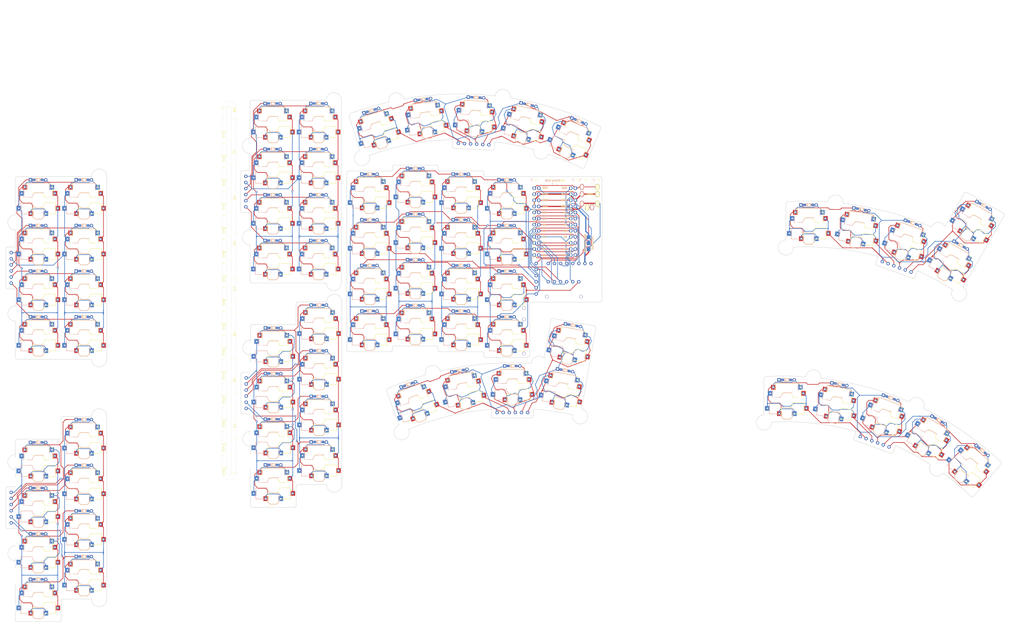
<source format=kicad_pcb>
(kicad_pcb (version 20210228) (generator pcbnew)
  (title_block (rev "1") (company "@e3w2q"))
  (layers (0 "F.Cu" signal) (31 "B.Cu" signal) (34 "B.Paste" user) (35 "F.Paste" user) (36 "B.SilkS" user "B.Silkscreen") (37 "F.SilkS" user "F.Silkscreen") (38 "B.Mask" user) (39 "F.Mask" user) (44 "Edge.Cuts" user))
  (net 0 "")
  (net 1 "GND")
  (net 2 "unconnected-(J1-PadA)")
  (net 3 "data")
  (net 4 "mot")
  (net 5 "ss")
  (net 6 "SCLK")
  (net 7 "MOSI")
  (net 8 "MISO")
  (net 9 "X1")
  (net 10 "Y1")
  (net 11 "X2")
  (net 12 "X3")
  (net 13 "X4")
  (net 14 "X5")
  (net 15 "X6")
  (net 16 "Y2")
  (net 17 "Y3")
  (net 18 "Y4")
  (net 19 "Y5")
  (net 20 "led")
  (net 21 "unconnected-(U1-Pad6)")
  (net 22 "VCC")
  (net 23 "unconnected-(U1-Pad22)")
  (net 24 "Net-(J5-Pad1)")
  (net 25 "Net-(J5-Pad2)")
  (net 26 "Net-(J5-Pad3)")
  (net 27 "Net-(J5-Pad4)")
  (net 28 "Net-(J5-Pad5)")
  (net 29 "Net-(J5-Pad6)")
  (net 30 "Net-(J8-Pad1)")
  (net 31 "Net-(J8-Pad2)")
  (net 32 "Net-(J8-Pad4)")
  (net 33 "Net-(J8-Pad5)")
  (net 34 "Net-(J8-Pad6)")
  (net 35 "Net-(J8-Pad3)")
  (footprint "#footprint:M2_spacer" (layer "F.Cu") (at 185.757763 19.00494 17)
    (fp_text reference "H8" hide)
    (fp_text value "MountingHole" hide)
  )
  (footprint "#footprint:CherryMX_MidHeight_Choc_Hotswap_Reversible_with_Diode" (layer "F.Cu") (at 288.162465 122.475791)
    (fp_text reference "SW26" hide)
    (fp_text value "SW_and_D" hide)
  )
  (footprint "#footprint:M2_spacer" (layer "F.Cu") (at 64.44875 54.83625)
    (fp_text reference "H13" hide)
    (fp_text value "MountingHole" hide)
  )
  (footprint "#footprint:CherryMX_MidHeight_Choc_Hotswap_Reversible_with_Diode" (layer "F.Cu") (at 317.899452 51.258648 -10)
    (fp_text reference "SW27" hide)
    (fp_text value "SW_and_D" hide)
  )
  (footprint "#footprint:CherryMX_MidHeight_Choc_Hotswap_Reversible_with_Diode" (layer "F.Cu") (at 171.45 58.1)
    (fp_text reference "SW12" hide)
    (fp_text value "SW_and_D" hide)
  )
  (footprint "#footprint:MJ-4PP-9_reversible" (layer "F.Cu") (at 207.0847 30.5125)
    (fp_text reference "J1")
    (fp_text value "MJ-4PP-9" hide)
  )
  (footprint "#footprint:M2_spacer" (layer "F.Cu") (at 169.791826 -3.82648 17)
    (fp_text reference "H7" hide)
    (fp_text value "MountingHole" hide)
  )
  (footprint "#footprint:CherryMX_MidHeight_Choc_Hotswap_Reversible_with_Diode" (layer "F.Cu") (at -23.8 186.675)
    (fp_text reference "SW13" hide)
    (fp_text value "SW_and_D" hide)
  )
  (footprint "#footprint:M2_spacer" (layer "F.Cu") (at 1.6 105.725)
    (fp_text reference "H12" hide)
    (fp_text value "MountingHole" hide)
  )
  (footprint "#footprint:M1.4_tapping_Hole_rev2" (layer "F.Cu") (at 188.11875 79.53125)
    (fp_text reference "H15" hide)
    (fp_text value "MountingHole" hide)
  )
  (footprint "#footprint:M2_spacer" (layer "F.Cu") (at 1.6 129.525)
    (fp_text reference "H11" hide)
    (fp_text value "MountingHole" hide)
  )
  (footprint "#footprint:CherryMX_MidHeight_Choc_Hotswap_Reversible_with_Diode" (layer "F.Cu") (at 73.97375 26.26125)
    (fp_text reference "SW7" hide)
    (fp_text value "SW_and_D" hide)
  )
  (footprint "#footprint:CherryMX_MidHeight_Choc_Hotswap_Reversible_with_Diode" (layer "F.Cu") (at -4.75 177.15)
    (fp_text reference "SW14" hide)
    (fp_text value "SW_and_D" hide)
  )
  (footprint "#footprint:M2_spacer" (layer "F.Cu") (at 351.371752 51.798148)
    (fp_text reference "H7" hide)
    (fp_text value "MountingHole" hide)
  )
  (footprint "#footprint:CherryMX_MidHeight_Choc_Hotswap_Reversible_with_Diode" (layer "F.Cu") (at 356.607952 65.261648 -30)
    (fp_text reference "SW29" hide)
    (fp_text value "SW_and_D" hide)
  )
  (footprint "#footprint:CherryMX_MidHeight_Choc_Hotswap_Reversible_with_Diode" (layer "F.Cu") (at -4.75 77.15)
    (fp_text reference "SW14" hide)
    (fp_text value "SW_and_D" hide)
  )
  (footprint "#footprint:CherryMX_MidHeight_Choc_Hotswap_Reversible_with_Diode" (layer "F.Cu") (at 73.97375 64.36125)
    (fp_text reference "SW19" hide)
    (fp_text value "SW_and_D" hide)
  )
  (footprint "#footprint:M1.4_tapping_Hole_rev2" (layer "F.Cu") (at 178.59375 84.29375)
    (fp_text reference "H15" hide)
    (fp_text value "MountingHole" hide)
  )
  (footprint "#footprint:CherryMX_MidHeight_Choc_Hotswap_Reversible_with_Diode" (layer "F.Cu") (at 93.18625 91.27875)
    (fp_text reference "SW2" hide)
    (fp_text value "SW_and_D" hide)
  )
  (footprint "#footprint:CherryMX_MidHeight_Choc_Hotswap_Reversible_with_Diode" (layer "F.Cu") (at -4.75 196.2)
    (fp_text reference "SW20" hide)
    (fp_text value "SW_and_D" hide)
  )
  (footprint "#footprint:M2_spacer" (layer "F.Cu") (at 123.825 45.0031)
    (fp_text reference "H5" hide)
    (fp_text value "MountingHole" hide)
  )
  (footprint "#footprint:PinHeader_1x08_P2.54mm_Vertical_rev2" (layer "F.Cu") (at 188.782 65.7502 90)
    (fp_text reference "J2")
    (fp_text value "Conn_01x08")
  )
  (footprint "#footprint:CherryMX_MidHeight_Choc_Hotswap_Reversible_with_Diode" (layer "F.Cu") (at 133.309423 123.893642 20)
    (fp_text reference "SW26" hide)
    (fp_text value "SW_and_D" hide)
  )
  (footprint "#footprint:CherryMX_MidHeight_Choc_Hotswap_Reversible_with_Diode" (layer "F.Cu") (at -4.75 39.05)
    (fp_text reference "SW2" hide)
    (fp_text value "SW_and_D" hide)
  )
  (footprint "#footprint:PinHeader_1x06_P2.54mm_Vertical_rev2" (layer "F.Cu") (at 62.83625 113.47875)
    (fp_text reference "J5")
    (fp_text value "Conn_01x06")
  )
  (footprint "#footprint:M2_spacer" (layer "F.Cu") (at 202.015956 129.526299 20)
    (fp_text reference "H8" hide)
    (fp_text value "MountingHole" hide)
  )
  (footprint "#footprint:CherryMX_MidHeight_Choc_Hotswap_Reversible_with_Diode" (layer "F.Cu") (at 93.18625 110.32875)
    (fp_text reference "SW8" hide)
    (fp_text value "SW_and_D" hide)
  )
  (footprint "#footprint:CherryMX_MidHeight_Choc_Hotswap_Reversible_with_Diode" (layer "F.Cu") (at 171.45 96.2)
    (fp_text reference "SW24" hide)
    (fp_text value "SW_and_D" hide)
  )
  (footprint "#footprint:M2_spacer" (layer "F.Cu") (at 1.6 205.725)
    (fp_text reference "H12" hide)
    (fp_text value "MountingHole" hide)
  )
  (footprint "#footprint:M2_spacer" (layer "F.Cu") (at -33.325 148.575)
    (fp_text reference "H14" hide)
    (fp_text value "MountingHole" hide)
  )
  (footprint "#footprint:CherryMX_MidHeight_Choc_Hotswap_Reversible_with_Diode" (layer "F.Cu") (at 308.733665 124.226491 -10)
    (fp_text reference "SW27" hide)
    (fp_text value "SW_and_D" hide)
  )
  (footprint "#footprint:PinHeader_1x06_P2.54mm_Vertical_rev2" (layer "F.Cu") (at -35.1 61.25)
    (fp_text reference "J5")
    (fp_text value "Conn_01x06")
  )
  (footprint "#footprint:CherryMX_MidHeight_Choc_Hotswap_Reversible_with_Diode" (layer "F.Cu") (at 198.388206 13.912768 -23)
    (fp_text reference "SW30" hide)
    (fp_text value "SW_and_D" hide)
  )
  (footprint "#footprint:PinHeader_1x06_P2.54mm_Vertical_rev2" (layer "F.Cu") (at 62.67375 29.41125)
    (fp_text reference "J5")
    (fp_text value "Conn_01x06")
  )
  (footprint "#footprint:PinHeader_1x06_P2.54mm_Vertical_rev2" (layer "F.Cu") (at -35.1 161.25)
    (fp_text reference "J5")
    (fp_text value "Conn_01x06")
  )
  (footprint "#footprint:M2_spacer" (layer "F.Cu") (at 342.205965 124.765991)
    (fp_text reference "H7" hide)
    (fp_text value "MountingHole" hide)
  )
  (footprint "#footprint:CherryMX_MidHeight_Choc_Hotswap_Reversible_with_Diode" (layer "F.Cu") (at -23.8 167.625)
    (fp_text reference "SW7" hide)
    (fp_text value "SW_and_D" hide)
  )
  (footprint "#footprint:CherryMX_MidHeight_Choc_Hotswap_Reversible_with_Diode" (layer "F.Cu") (at 194.402203 118.422426 -10)
    (fp_text reference "SW29" hide)
    (fp_text value "SW_and_D" hide)
  )
  (footprint "#footprint:PinHeader_1x06_P2.54mm_Vertical_rev2" (layer "F.Cu") (at 188.7729 73.3798 90)
    (fp_text reference "J7")
    (fp_text value "Conn_01x06")
  )
  (footprint "#footprint:M2_spacer" (layer "F.Cu") (at 278.637465 132.069491)
    (fp_text reference "H9" hide)
    (fp_text value "MountingHole" hide)
  )
  (footprint "#footprint:CherryMX_MidHeight_Choc_Hotswap_Reversible_with_Diode" (layer "F.Cu") (at 93.02375 45.31125)
    (fp_text reference "SW14" hide)
    (fp_text value "SW_and_D" hide)
  )
  (footprint "#footprint:M2_spacer" (layer "F.Cu") (at 99.53625 81.75375)
    (fp_text reference "H11" hide)
    (fp_text value "MountingHole" hide)
  )
  (footprint "#footprint:CherryMX_MidHeight_Choc_Hotswap_Reversible_with_Diode" (layer "F.Cu") (at -23.8 205.725)
    (fp_text reference "SW19" hide)
    (fp_text value "SW_and_D" hide)
  )
  (footprint "#footprint:CherryMX_MidHeight_Choc_Hotswap_Reversible_with_Diode" (layer "F.Cu") (at 171.45 39.05)
    (fp_text reference "SW6" hide)
    (fp_text value "SW_and_D" hide)
  )
  (footprint "#footprint:M2_spacer" (layer "F.Cu") (at -33.325 186.675)
    (fp_text reference "H13" hide)
    (fp_text value "MountingHole" hide)
  )
  (footprint "#footprint:CherryMX_MidHeight_Choc_Hotswap_Reversible_with_Diode" (layer "F.Cu") (at 114.3 74.7687)
    (fp_text reference "SW15" hide)
    (fp_text value "SW_and_D" hide)
  )
  (footprint "#footprint:M2_spacer" (layer "F.Cu") (at 350.799005 151.267775)
    (fp_text reference "H8" hide)
    (fp_text value "MountingHole" hide)
  )
  (footprint "#footprint:CherryMX_MidHeight_Choc_Hotswap_Reversible_with_Diode" (layer "F.Cu") (at 74.13625 119.85375)
    (fp_text reference "SW7" hide)
    (fp_text value "SW_and_D" hide)
  )
  (footprint "#footprint:CherryMX_MidHeight_Choc_Hotswap_Reversible_with_Diode" (layer "F.Cu") (at 93.18625 129.37875)
    (fp_text reference "SW14" hide)
    (fp_text value "SW_and_D" hide)
  )
  (footprint "#footprint:CherryMX_MidHeight_Choc_Hotswap_Reversible_with_Diode" (layer "F.Cu") (at 347.442165 138.229491 -30)
    (fp_text reference "SW29" hide)
    (fp_text value "SW_and_D" hide)
  )
  (footprint "#footprint:M2_spacer" (layer "F.Cu") (at 64.61125 138.90375)
    (fp_text reference "H13" hide)
    (fp_text value "MountingHole" hide)
  )
  (footprint "#footprint:M2_spacer" (layer "F.Cu") (at 207.9625 47.3844)
    (fp_text reference "H1" hide)
    (fp_text value "MountingHole" hide)
  )
  (footprint "#footprint:CherryMX_MidHeight_Choc_Hotswap_Reversible_with_Diode" (layer "F.Cu") (at -23.8 148.575)
    (fp_text reference "SW1" hide)
    (fp_text value "SW_and_D" hide)
  )
  (footprint "#footprint:CherryMX_MidHeight_Choc_Hotswap_Reversible_with_Diode" (layer "F.Cu") (at -23.8 39.05)
    (fp_text reference "SW1" hide)
    (fp_text value "SW_and_D" hide)
  )
  (footprint "#footprint:CherryMX_MidHeight_Choc_Hotswap_Reversible_with_Diode" (layer "F.Cu") (at 93.02375 64.36125)
    (fp_text reference "SW20" hide)
    (fp_text value "SW_and_D" hide)
  )
  (footprint "#footprint:M2_spacer" (layer "F.Cu") (at 1.6 29.525)
    (fp_text reference "H11" hide)
    (fp_text value "MountingHole" hide)
  )
  (footprint "#footprint:M2_spacer" (layer "F.Cu") (at 99.37375 -2.31375)
    (fp_text reference "H11" hide)
    (fp_text value "MountingHole" hide)
  )
  (footprint "#footprint:M2_spacer" (layer "F.Cu") (at 161.925 85.4844)
    (fp_text reference "H3" hide)
    (fp_text value "MountingHole" hide)
  )
  (footprint "#footprint:StripLED_rev3" (layer "F.Cu") (at 205.5813 57.3062)
    (fp_text reference "J3" hide)
    (fp_text value "Conn_01x03" hide)
  )
  (footprint "#footprint:CherryMX_MidHeight_Choc_Hotswap_Reversible_with_Diode" (layer "F.Cu") (at 133.35 72.3875)
    (fp_text reference "SW16" hide)
    (fp_text value "SW_and_D" hide)
  )
  (footprint "#footprint:CherryMX_MidHeight_Choc_Hotswap_Reversible_with_Diode" (layer "F.Cu") (at 74.13625 138.90375)
    (fp_text reference "SW13" hide)
    (fp_text value "SW_and_D" hide)
  )
  (footprint "#footprint:CherryMX_MidHeight_Choc_Hotswap_Reversible_with_Diode" (layer "F.Cu") (at 74.13625 100.80375)
    (fp_text reference "SW1" hide)
    (fp_text value "SW_and_D" hide)
  )
  (footprint "#footprint:CherryMX_MidHeight_Choc_Hotswap_Reversible_with_Diode" (layer "F.Cu") (at 152.4 36.6687)
    (fp_text reference "SW5" hide)
    (fp_text value "SW_and_D" hide)
  )
  (footprint "#footprint:PinHeader_1x06_P2.54mm_Vertical_rev2" (layer "F.Cu") (at 318.832965 137.941491 70)
    (fp_text reference "J8")
    (fp_text value "Conn_01x06")
  )
  (footprint "#footprint:CherryMX_MidHeight_Choc_Hotswap_Reversible_with_Diode" (layer "F.Cu") (at 152.4 74.7687)
    (fp_text reference "SW17" hide)
    (fp_text value "SW_and_D" hide)
  )
  (footprint "#footprint:CherryMX_MidHeight_Choc_Hotswap_Reversible_with_Diode" (layer "F.Cu") (at 117.44018 9.784181 17)
    (fp_text reference "SW26" hide)
    (fp_text value "SW_and_D" hide)
  )
  (footprint "#footprint:CherryMX_MidHeight_Choc_Hotswap_Reversible_with_Diode" (layer "F.Cu") (at 158.284072 4.699925 -3)
    (fp_text reference "SW28" hide)
    (fp_text value "SW_and_D" hide)
  )
  (footprint "#footprint:M2_spacer" (layer "F.Cu") (at 140.626404 111.420143 20)
    (fp_text reference "H10" hide)
    (fp_text value "MountingHole" hide)
  )
  (footprint "#footprint:CherryMX_MidHeight_Choc_Hotswap_Reversible_with_Diode" (layer "F.Cu") (at -4.75 96.2)
    (fp_text reference "SW20" hide)
    (fp_text value "SW_and_D" hide)
  )
  (footprint "#footprint:M2_spacer" (layer "F.Cu") (at -33.325 48.575)
    (fp_text reference "H14" hide)
    (fp_text value "MountingHole" hide)
  )
  (footprint "#footprint:M2_spacer" (layer "F.Cu") (at 64.61125 100.80375)
    (fp_text reference "H14" hide)
    (fp_text value "MountingHole" hide)
  )
  (footprint "#footprint:PinHeader_1x06_P2.54mm_Vertical_rev2" (layer "F.Cu") (at 167.419847 127.936717 90)
    (fp_text reference "J8")
    (fp_text value "Conn_01x06")
  )
  (footprint "#footprint:CherryMX_MidHeight_Choc_Hotswap_Reversible_with_Diode" (layer "F.Cu") (at 152.4 93.8187)
    (fp_text reference "SW23" hide)
    (fp_text value "SW_and_D" hide)
  )
  (footprint "#footprint:M2_spacer" (layer "F.Cu") (at 125.399945 -2.289282 17)
    (fp_text reference "H10" hide)
    (fp_text value "MountingHole" hide)
  )
  (footprint "#footprint:CherryMX_MidHeight_Choc_Hotswap_Reversible_with_Diode" (layer "F.Cu") (at 366.131718 48.711747 -30)
    (fp_text reference "SW30" hide)
    (fp_text value "SW_and_D" hide)
  )
  (footprint "#footprint:PinHeader_1x06_P2.54mm_Vertical_rev2" (layer "F.Cu") (at 183.7 65.75)
    (fp_text reference "J6")
    (fp_text value "Conn_01x06")
  )
  (footprint "#footprint:CherryMX_MidHeight_Choc_Hotswap_Reversible_with_Diode" (layer "F.Cu") (at 133.35 34.2875)
    (fp_text reference "SW4" hide)
    (fp_text value "SW_and_D" hide)
  )
  (footprint "#footprint:CherryMX_MidHeight_Choc_Hotswap_Reversible_with_Diode" (layer "F.Cu") (at 114.3 93.8187)
    (fp_text reference "SW21" hide)
    (fp_text value "SW_and_D" hide)
  )
  (footprint "#footprint:CherryMX_MidHeight_Choc_Hotswap_Reversible_with_Diode" (layer "F.Cu") (at 114.3 36.6687)
    (fp_text reference "SW3" hide)
    (fp_text value "SW_and_D" hide)
  )
  (footprint "#footprint:CherryMX_MidHeight_Choc_Hotswap_Reversible_with_Diode" (layer "F.Cu") (at 178.735576 7.517813 -13)
    (fp_text reference "SW29" hide)
    (fp_text value "SW_and_D" hide)
  )
  (footprint "#footprint:CherryMX_MidHeight_Choc_Hotswap_Reversible_with_Diode" (layer "F.Cu") (at 133.35 53.3375)
    (fp_text reference "SW10" hide)
    (fp_text value "SW_and_D" hide)
  )
  (footprint "#footprint:CherryMX_MidHeight_Choc_Hotswap_Reversible_with_Diode" (layer "F.Cu") (at 364.366365 150.090891 -40)
    (fp_text reference "SW30" hide)
    (fp_text value "SW_and_D" hide)
  )
  (footprint "#footprint:CherryMX_MidHeight_Choc_Hotswap_Reversible_with_Diode" (layer "F.Cu") (at 73.97375 45.31125)
    (fp_text reference "SW13" hide)
    (fp_text value "SW_and_D" hide)
  )
  (footprint "#footprint:M2_spacer" (layer "F.Cu") (at 99.53625 157.95375)
    (fp_text reference "H12" hide)
    (fp_text value "MountingHole" hide)
  )
  (footprint "#footprint:CherryMX_MidHeight_Choc_Hotswap_Reversible_with_Diode" (layer "F.Cu") (at 114.3 55.7187)
    (fp_text reference "SW9" hide)
    (fp_text value "SW_and_D" hide)
  )
  (footprint "#footprint:M2_spacer" (layer "F.Cu") (at 308.470152 40.289248)
    (fp_text reference "H10" hide)
    (fp_text value "MountingHole" hide)
  )
  (footprint "#footprint:CherryMX_MidHeight_Choc_Hotswap_Reversible_with_Diode" (layer "F.Cu") (at 73.97375 7.21125)
    (fp_text reference "SW1" hide)
    (fp_text value "SW_and_D" hide)
  )
  (footprint "#footprint:M2_spacer" (layer "F.Cu") (at 184.876996 107.561761 20)
    (fp_text reference "H7" hide)
    (fp_text value "MountingHole" hide)
  )
  (footprint "#footprint:M2_spacer" (layer "F.Cu") (at 161.925 47.3844)
    (fp_text reference "H6" hide)
    (fp_text value "MountingHole" hide)
  )
  (footprint "#footprint:CherryMX_MidHeight_Choc_Hotswap_Reversible_with_Diode" (layer "F.Cu") (at 197.691216 99.613287 -10)
    (fp_text reference "SW30" hide)
    (fp_text value "SW_and_D" hide)
  )
  (footprint "#footprint:CherryMX_MidHeight_Choc_Hotswap_Reversible_with_Diode" (layer "F.Cu") (at -23.8 96.2)
    (fp_text reference "SW19" hide)
    (fp_text value "SW_and_D" hide)
  )
  (footprint "#footprint:CherryMX_MidHeight_Choc_Hotswap_Reversible_with_Diode" (layer "F.Cu") (at 74.13625 157.95375)
    (fp_text reference "SW19" hide)
    (fp_text value "SW_and_D" hide)
  )
  (footprint "#footprint:CherryMX_MidHeight_Choc_Hotswap_Reversible_with_Diode" (layer "F.Cu") (at 93.02375 26.26125)
    (fp_text reference "SW8" hide)
    (fp_text value "SW_and_D" hide)
  )
  (footprint "#footprint:M2_spacer" (layer "F.Cu") (at 207.9625 78.73745)
    (fp_text reference "H2" hide)
    (fp_text value "MountingHole" hide)
  )
  (footprint "#footprint:CherryMX_MidHeight_Choc_Hotswap_Reversible_with_Diode" (layer "F.Cu") (at 137.624372 5.443947 7)
    (fp_text reference "SW27" hide)
    (fp_text value "SW_and_D" hide)
  )
  (footprint "#footprint:CherryMX_MidHeight_Choc_Hotswap_Reversible_with_Diode" (layer "F.Cu") (at -23.8 77.15)
    (fp_text reference "SW13" hide)
    (fp_text value "SW_and_D" hide)
  )
  (footprint "#footprint:CherryMX_MidHeight_Choc_Hotswap_Reversible_with_Diode" (layer "F.Cu") (at 328.708165 129.555291 -20)
    (fp_text reference "SW28" hide)
    (fp_text value "SW_and_D" hide)
  )
  (footprint "#footprint:M2_spacer" (layer "F.Cu") (at 287.803252 59.101648)
    (fp_text reference "H9" hide)
    (fp_text value "MountingHole" hide)
  )
  (footprint "#footprint:PinHeader_1x06_P2.54mm_Vertical_rev2" (layer "F.Cu") (at 151.292259 15.606917 87)
    (fp_text reference "J8")
    (fp_text value "Conn_01x06")
  )
  (footprint "#footprint:PinHeader_1x06_P2.54mm_Vertical_rev2" (layer "F.Cu") (at 327.998752 64.973648 70)
    (fp_text reference "J8")
    (fp_text value "Conn_01x06")
  )
  (footprint "#footprint:M2_spacer" (layer "F.Cu") (at 123.825 83.1031)
    (fp_text reference "H4" hide)
    (fp_text value "MountingHole" hide)
  )
  (footprint "#footprint:M2_spacer" (layer "F.Cu") (at 99.37375 73.88625)
    (fp_text reference "H12" hide)
    (fp_text value "MountingHole" hide)
  )
  (footprint "#footprint:CherryMX_MidHeight_Choc_Hotswap_Reversible_with_Diode" (layer "F.Cu") (at 171.45 77.15)
    (fp_text reference "SW18" hide)
    (fp_text value "SW_and_D" hide)
  )
  (footprint "#footprint:CherryMX_MidHeight_Choc_Hotswap_Reversible_with_Diode" (layer "F.Cu") (at -23.8 58.1)
    (fp_text reference "SW7" hide)
    (fp_text value "SW_and_D" hide)
  )
  (footprint "#footprint:CherryMX_MidHeight_Choc_Hotswap_Reversible_with_Diode" (layer "F.Cu") (at -4.75 158.1)
    (fp_text reference "SW8" hide)
    (fp_text value "SW_and_D" hide)
  )
  (footprint "#footprint:CherryMX_MidHeight_Choc_Hotswap_Reversible_with_Diode" (layer "F.Cu") (at 337.873952 56.587448 -20)
    (fp_text reference "SW28" hide)
    (fp_text value "SW_and_D" hide)
  )
  (footprint "#footprint:CherryMX_MidHeight_Choc_Hotswap_Reversible_with_Diode" (layer "F.Cu") (at -4.75 58.1)
    (fp_text reference "SW8" hide)
    (fp_text value "SW_and_D" hide)
  )
  (footprint "#footprint:CherryMX_MidHeight_Choc_Hotswap_Reversible_with_Diode" (layer "F.Cu") (at 153.238803 118.502997 10)
    (fp_text reference "SW27" hide)
    (fp_text value "SW_and_D" hide)
  )
  (footprint "#footprint:M2_spacer" (layer "F.Cu") (at 64.44875 16.73625)
    (fp_text reference "H14" hide)
    (fp_text value "MountingHole" hide)
  )
  (footprint "#footprint:CherryMX_MidHeight_Choc_Hotswap_Reversible_with_Diode" (layer "F.Cu") (at 152.4 55.7187)
    (fp_text reference "SW11" hide)
    (fp_text value "SW_and_D" hide)
  )
  (footprint "#footprint:M1.4_tapping_Hole_rev2" (layer "F.Cu") (at 202.40625 79.53125)
    (fp_text reference "H15" hide)
    (fp_text value "MountingHole" hide)
  )
  (footprint "#footprint:M2_spacer" (layer "F.Cu") (at 359.964792 78.299932)
    (fp_text reference "H8" hide)
    (fp_text value "MountingHole" hide)
  )
  (footprint "#footprint:M2_spacer" (layer "F.Cu") (at 111.136304 21.743523 17)
    (fp_text reference "H9" hide)
    (fp_text value "MountingHole" hide)
  )
  (footprint "#footprint:M2_spacer" (layer "F.Cu") (at 127.64009 136.166513 20)
    (fp_text reference "H9" hide)
    (fp_text value "MountingHole" hide)
  )
  (footprint "#footprint:M1.4_tapping_Hole_rev2" (layer "F.Cu") (at 178.59375 103.34375)
    (fp_text reference "H17" hide)
    (fp_text value "MountingHole" hide)
  )
  (footprint "#footprint:CherryMX_MidHeight_Choc_Hotswap_Reversible_with_Diode" (layer "F.Cu") (at 133.35 91.4375)
    (fp_text reference "SW22" hide)
    (fp_text value "SW_and_D" hide)
  )
  (footprint "#footprint:CherryMX_MidHeight_Choc_Hotswap_Reversible_with_Diode" (layer "F.Cu") (at 297.328252 49.507948)
    (fp_text reference "SW26" hide)
    (fp_text value "SW_and_D" hide)
  )
  (footprint "#footprint:M2_spacer" (layer "F.Cu") (at 299.304365 113.257091)
    (fp_text reference "H10" hide)
    (fp_text value "MountingHole" hide)
  )
  (footprint "#footprint:M1.4_tapping_Hole_rev2" (layer "F.Cu") (at 178.59375 89.05625)
    (fp_text reference "H16" hide)
    (fp_text value "MountingHole" hide)
  )
  (footprint "#footprint:CherryMX_MidHeight_Choc_Hotswap_Reversible_with_Diode" (layer "F.Cu") (at 93.02375 7.21125)
    (fp_text reference "SW2" hide)
    (fp_text value "SW_and_D" hide)
  )
  (footprint "#footprint:M2_spacer" (layer "F.Cu") (at -33.325 86.675)
    (fp_text reference "H13" hide)
    (fp_text value "MountingHole" hide)
  )
  (footprint "#footprint:CherryMX_MidHeight_Choc_Hotswap_Reversible_with_Diode" (layer "F.Cu") (at 93.18625 148.42875)
    (fp_text reference "SW20" hide)
    (fp_text value "SW_and_D" hide)
  )
  (footprint "#footprint:CherryMX_MidHeight_Choc_Hotswap_Reversible_with_Diode" (layer "F.Cu") (at -4.75 139.05)
    (fp_text reference "SW2" hide)
    (fp_text value "SW_and_D" hide)
  )
  (footprint "#footprint:CherryMX_MidHeight_Choc_Hotswap_Reversible_with_Diode" (layer "F.Cu") (at 173.83125 116.67875)
    (fp_text reference "SW28" hide)
    (fp_text value "SW_and_D" hide)
  )
  (footprint "#footprint:StripLED_rev3" (layer "B.Cu") (at 205.5813 57.3062)
    (fp_text reference "J4" hide)
    (fp_text value "Conn_01x03" hide)
  )
  (footprint "#footprint:ArduinoProMicro_ConThrough_Reversible" (layer "B.Cu") (at 190.5 48.292 -90)
    (fp_text reference "U1" hide)
    (fp_text value "ProMicro/BLEMicroPro")
  )
  (gr_line (start 58.57875 119.85375) (end 57.62625 119.85375) (layer "F.SilkS") (width 0.12))
  (gr_line (start 58.57875 105.56625) (end 57.62625 105.56625) (layer "F.SilkS") (width 0.12))
  (gr_line (start 58.57875 100.80375) (end 57.62625 100.80375) (layer "F.SilkS") (width 0.12))
  (gr_line (start 54.76875 80.79125) (end 52.26875 80.79125) (layer "F.SilkS") (width 0.12))
  (gr_line (start 58.57875 34.12875) (end 57.62625 34.12875) (layer "F.SilkS") (width 0.12))
  (gr_line (start 58.57875 67.46625) (end 57.62625 67.46625) (layer "F.SilkS") (width 0.12))
  (gr_line (start 58.57875 124.61625) (end 57.62625 124.61625) (layer "F.SilkS") (width 0.12))
  (gr_line (start 52.86375 5.79125) (end 53.81625 5.79125) (layer "F.SilkS") (width 0.12))
  (gr_line (start 52.86375 25.79125) (end 53.81625 25.79125) (layer "F.SilkS") (width 0.12))
  (gr_line (start 58.57875 110.32875) (end 57.62625 110.32875) (layer "F.SilkS") (width 0.12))
  (gr_line (start 54.76875 30.79125) (end 52.26875 30.79125) (layer "F.SilkS") (width 0.12))
  (gr_line (start 52.86375 45.79125) (end 53.81625 45.79125) (layer "F.SilkS") (width 0.12))
  (gr_line (start 54.76875 20.79125) (end 52.26875 20.79125) (layer "F.SilkS") (width 0.12))
  (gr_line (start 58.57875 29.36625) (end 57.62625 29.36625) (layer "F.SilkS") (width 0.12))
  (gr_line (start 54.76875 60.79125) (end 52.26875 60.79125) (layer "F.SilkS") (width 0.12))
  (gr_line (start 58.89625 38.89125) (end 56.67375 38.89125) (layer "F.SilkS") (width 0.12))
  (gr_line (start 52.86375 135.79125) (end 53.81625 135.79125) (layer "F.SilkS") (width 0.12))
  (gr_line (start 58.57875 53.17875) (end 57.62625 53.17875) (layer "F.SilkS") (width 0.12))
  (gr_line (start 52.86375 95.79125) (end 53.81625 95.79125) (layer "F.SilkS") (width 0.12))
  (gr_line (start 54.76875 130.79125) (end 52.26875 130.79125) (layer "F.SilkS") (width 0.12))
  (gr_line (start 52.86375 125.79125) (end 53.81625 125.79125) (layer "F.SilkS") (width 0.12))
  (gr_line (start 58.89625 76.99125) (end 56.67375 76.99125) (layer "F.SilkS") (width 0.12))
  (gr_line (start 54.76875 100.79125) (end 52.26875 100.79125) (layer "F.SilkS") (width 0.12))
  (gr_line (start 54.76875 110.79125) (end 52.26875 110.79125) (layer "F.SilkS") (width 0.12))
  (gr_line (start 58.89625 134.14125) (end 56.67375 134.14125) (layer "F.SilkS") (width 0.12))
  (gr_line (start 54.76875 0.79125) (end 52.26875 0.79125) (layer "F.SilkS") (width 0.12))
  (gr_line (start 52.86375 145.79125) (end 53.81625 145.79125) (layer "F.SilkS") (width 0.12))
  (gr_line (start 54.76875 140.79125) (end 52.26875 140.79125) (layer "F.SilkS") (width 0.12))
  (gr_line (start 54.76875 40.79125) (end 52.26875 40.79125) (layer "F.SilkS") (width 0.12))
  (gr_line (start 58.57875 148.42875) (end 57.62625 148.42875) (layer "F.SilkS") (width 0.12))
  (gr_line (start 58.57875 129.37875) (end 57.62625 129.37875) (layer "F.SilkS") (width 0.12))
  (gr_line (start 52.86375 65.79125) (end 53.81625 65.79125) (layer "F.SilkS") (width 0.12))
  (gr_line (start 54.76875 50.79125) (end 52.26875 50.79125) (layer "F.SilkS") (width 0.12))
  (gr_line (start 58.57875 15.07875) (end 57.62625 15.07875) (layer "F.SilkS") (width 0.12))
  (gr_line (start 52.86375 75.79125) (end 53.81625 75.79125) (layer "F.SilkS") (width 0.12))
  (gr_line (start 58.57875 5.55375) (end 57.62625 5.55375) (layer "F.SilkS") (width 0.12))
  (gr_line (start 54.76875 90.79125) (end 52.26875 90.79125) (layer "F.SilkS") (width 0.12))
  (gr_line (start 58.57875 24.60375) (end 57.62625 24.60375) (layer "F.SilkS") (width 0.12))
  (gr_line (start 58.57875 72.22875) (end 57.62625 72.22875) (layer "F.SilkS") (width 0.12))
  (gr_line (start 58.89625 19.84125) (end 56.67375 19.84125) (layer "F.SilkS") (width 0.12))
  (gr_line (start 54.76875 120.79125) (end 52.26875 120.79125) (layer "F.SilkS") (width 0.12))
  (gr_line (start 54.76875 150.79125) (end 52.26875 150.79125) (layer "F.SilkS") (width 0.12))
  (gr_line (start 58.57875 86.51625) (end 57.62625 86.51625) (layer "F.SilkS") (width 0.12))
  (gr_line (start 52.86375 55.79125) (end 53.81625 55.79125) (layer "F.SilkS") (width 0.12))
  (gr_line (start 58.57875 91.27875) (end 57.62625 91.27875) (layer "F.SilkS") (width 0.12))
  (gr_line (start 58.89625 153.19125) (end 56.67375 153.19125) (layer "F.SilkS") (width 0.12))
  (gr_line (start 52.86375 35.79125) (end 53.81625 35.79125) (layer "F.SilkS") (width 0.12))
  (gr_line (start 54.76875 70.79125) (end 52.26875 70.79125) (layer "F.SilkS") (width 0.12))
  (gr_line (start 58.89625 57.94125) (end 56.67375 57.94125) (layer "F.SilkS") (width 0.12))
  (gr_line (start 58.89625 115.09125) (end 56.67375 115.09125) (layer "F.SilkS") (width 0.12))
  (gr_line (start 58.57875 81.75375) (end 57.62625 81.75375) (layer "F.SilkS") (width 0.12))
  (gr_line (start 54.76875 10.79125) (end 52.26875 10.79125) (layer "F.SilkS") (width 0.12))
  (gr_line (start 58.57875 43.65375) (end 57.62625 43.65375) (layer "F.SilkS") (width 0.12))
  (gr_line (start 52.86375 115.79125) (end 53.81625 115.79125) (layer "F.SilkS") (width 0.12))
  (gr_line (start 58.89625 0.79125) (end 56.67375 0.79125) (layer "F.SilkS") (width 0.12))
  (gr_line (start 58.89625 96.04125) (end 56.67375 96.04125) (layer "F.SilkS") (width 0.12))
  (gr_line (start 58.57875 48.41625) (end 57.62625 48.41625) (layer "F.SilkS") (width 0.12))
  (gr_line (start 58.57875 143.66625) (end 57.62625 143.66625) (layer "F.SilkS") (width 0.12))
  (gr_line (start 52.86375 15.79125) (end 53.81625 15.79125) (layer "F.SilkS") (width 0.12))
  (gr_line (start 58.57875 138.90375) (end 57.62625 138.90375) (layer "F.SilkS") (width 0.12))
  (gr_line (start 58.57875 10.31625) (end 57.62625 10.31625) (layer "F.SilkS") (width 0.12))
  (gr_line (start 58.57875 62.70375) (end 57.62625 62.70375) (layer "F.SilkS") (width 0.12))
  (gr_line (start 52.86375 105.79125) (end 53.81625 105.79125) (layer "F.SilkS") (width 0.12))
  (gr_line (start 52.86375 85.79125) (end 53.81625 85.79125) (layer "F.SilkS") (width 0.12))
  (gr_arc (start -33.325 48.575) (end -33.325 45.4) (angle -180) (layer "Edge.Cuts") (width 0.15))
  (gr_line (start 181.76875 81.9125) (end 210.34375 81.9125) (layer "Edge.Cuts") (width 0.15))
  (gr_arc (start 151.831284 127.734803) (end 202.713833 26.014923) (angle -7.641397637) (layer "Edge.Cuts") (width 0.15))
  (gr_line (start 166.272714 17.840623) (end 166.422013 14.963839) (layer "Edge.Cuts") (width 0.15))
  (gr_arc (start 174.05944 239.062178) (end 143.712307 110.705307) (angle 16.62319301) (layer "Edge.Cuts") (width 0.15))
  (gr_arc (start 99.53625 157.95375) (end 96.36125 157.95375) (angle -180) (layer "Edge.Cuts") (width 0.15))
  (gr_arc (start 181.702925 129.383345) (end 181.702924 130.177096) (angle -90) (layer "Edge.Cuts") (width 0.15))
  (gr_arc (start 296.230783 171.668298) (end 311.614441 40.672963) (angle 16.62319301) (layer "Edge.Cuts") (width 0.15))
  (gr_line (start 210.607676 9.515497) (end 203.731913 25.689517) (layer "Edge.Cuts") (width 0.15))
  (gr_arc (start 289.659567 239.878261) (end 348.071852 149.666116) (angle -8.854561437) (layer "Edge.Cuts") (width 0.15))
  (gr_arc (start 153.785851 132.800865) (end 106.293794 3.201091) (angle 6.925003435) (layer "Edge.Cuts") (width 0.15))
  (gr_arc (start 161.13125 27.9375) (end 161.925 27.9375) (angle -90) (layer "Edge.Cuts") (width 0.15))
  (gr_arc (start 296.119192 177.775834) (end 288.593619 39.953619) (angle 6.925003435) (layer "Edge.Cuts") (width 0.15))
  (gr_arc (start 376.712782 148.976812) (end 377.337539 149.458387) (angle -81.65143666) (layer "Edge.Cuts") (width 0.15))
  (gr_line (start 202.65187 126.448543) (end 208.592655 92.628357) (layer "Edge.Cuts") (width 0.15))
  (gr_arc (start 55.72125 0.79125) (end 56.67375 0.79125) (angle -180) (layer "Edge.Cuts") (width 0.05))
  (gr_line (start -15.08125 139.0625) (end -32.53125 139.05) (layer "Edge.Cuts") (width 0.15))
  (gr_line (start 126.554193 133.183036) (end 121.359377 118.920289) (layer "Edge.Cuts") (width 0.15))
  (gr_line (start 362.28699 36.306171) (end 354.17174 50.348881) (layer "Edge.Cuts") (width 0.15))
  (gr_arc (start 127.642238 136.172414) (end 126.554193 133.183036) (angle -273.5865894) (layer "Edge.Cuts") (width 0.15))
  (gr_arc (start 287.088293 244.642275) (end 317.064489 135.806055) (angle -18.07755495) (layer "Edge.Cuts") (width 0.15))
  (gr_arc (start 143.66875 101.75625) (end 142.875 101.75625) (angle -90) (layer "Edge.Cuts") (width 0.15))
  (gr_line (start -13.49375 205.7375) (end -1.575 205.725) (layer "Edge.Cuts") (width 0.15))
  (gr_line (start 64.61125 92.0725) (end 64.61125 107.15375) (layer "Edge.Cuts") (width 0.15))
  (gr_line (start 182.496675 129.383346) (end 182.49521 126.50269) (layer "Edge.Cuts") (width 0.15))
  (gr_arc (start 351.356253 51.804942) (end 354.17174 50.348881) (angle -129.3024341) (layer "Edge.Cuts") (width 0.15))
  (gr_arc (start 176.043479 244.839551) (end 121.83378 117.90293) (angle 6.925003435) (layer "Edge.Cuts") (width 0.15))
  (gr_arc (start 286.565417 245.327518) (end 364.964655 162.92893) (angle -7.641397637) (layer "Edge.Cuts") (width 0.15))
  (gr_arc (start 84.4425 158.76) (end 84.4425 157.96625) (angle -90) (layer "Edge.Cuts") (width 0.15))
  (gr_arc (start 82.855 90.4975) (end 82.855 91.29125) (angle -90) (layer "Edge.Cuts") (width 0.15))
  (gr_line (start 180.975 104.1375) (end 180.975 82.70625) (layer "Edge.Cuts") (width 0.15))
  (gr_arc (start 142.08125 25.55625) (end 142.875 25.55625) (angle -90) (layer "Edge.Cuts") (width 0.15))
  (gr_line (start 316.570793 139.502289) (end 331.488413 144.931858) (layer "Edge.Cuts") (width 0.15))
  (gr_arc (start 111.138141 21.749528) (end 110.208039 18.707302) (angle -273.5865894) (layer "Edge.Cuts") (width 0.15))
  (gr_line (start 61.27375 44.5175) (end 64.44875 44.5175) (layer "Edge.Cuts") (width 0.15))
  (gr_arc (start 278.637465 132.075771) (end 278.637465 128.894541) (angle -273.5865894) (layer "Edge.Cuts") (width 0.15))
  (gr_line (start 189.835397 89.270833) (end 187.012446 105.242243) (layer "Edge.Cuts") (width 0.15))
  (gr_line (start 210.34375 29.525) (end 162.71875 29.525) (layer "Edge.Cuts") (width 0.15))
  (gr_line (start 83.64875 82.56) (end 83.64875 90.4975) (layer "Edge.Cuts") (width 0.15))
  (gr_line (start -33.325 51.75) (end -33.325 58.89375) (layer "Edge.Cuts") (width 0.15))
  (gr_line (start 326.230276 62.838212) (end 325.262178 65.517086) (layer "Edge.Cuts") (width 0.15))
  (gr_arc (start 210.34375 81.11875) (end 210.34375 81.9125) (angle -90) (layer "Edge.Cuts") (width 0.15))
  (gr_arc (start 124.61875 25.55625) (end 124.61875 24.7625) (angle -90) (layer "Edge.Cuts") (width 0.15))
  (gr_line (start -14.2875 214.46875) (end -14.2875 206.53125) (layer "Edge.Cuts") (width 0.15))
  (gr_line (start 64.44875 44.5175) (end 64.44875 51.66125) (layer "Edge.Cuts") (width 0.15))
  (gr_arc (start 209.869419 9.237626) (end 210.607676 9.515497) (angle -81.65143666) (layer "Edge.Cuts") (width 0.15))
  (gr_arc (start 64.61125 138.90375) (end 64.61125 135.72875) (angle -180) (layer "Edge.Cuts") (width 0.15))
  (gr_line (start 83.64875 166.6975) (end 83.64875 158.76) (layer "Edge.Cuts") (width 0.15))
  (gr_arc (start 84.4425 82.56) (end 84.4425 81.76625) (angle -90) (layer "Edge.Cuts") (width 0.15))
  (gr_line (start 123.825 26.35) (end 123.825 25.55625) (layer "Edge.Cuts") (width 0.15))
  (gr_arc (start 287.803252 59.107928) (end 287.803252 55.926698) (angle -273.5865894) (layer "Edge.Cuts") (width 0.15))
  (gr_arc (start 308.443572 40.326812) (end 311.614441 40.672962) (angle -181.2821202) (layer "Edge.Cuts") (width 0.15))
  (gr_arc (start 105.56875 101.75625) (end 104.775 101.75625) (angle -90) (layer "Edge.Cuts") (width 0.15))
  (gr_line (start 105.56875 27.14375) (end 123.03125 27.14375) (layer "Edge.Cuts") (width 0.15))
  (gr_line (start -14.2875 130.33125) (end -14.2875 138.26875) (layer "Edge.Cuts") (width 0.15))
  (gr_arc (start 185.763212 19.036222) (end 188.736032 20.152242) (angle 173.3754015) (layer "Edge.Cuts") (width 0.15))
  (gr_arc (start 1.6 105.725) (end -1.575 105.725) (angle -180) (layer "Edge.Cuts") (width 0.15))
  (gr_line (start 104.775 101.75625) (end 104.775 27.9375) (layer "Edge.Cuts") (width 0.15))
  (gr_line (start 65.405 167.47875) (end 82.855 167.49125) (layer "Edge.Cuts") (width 0.15))
  (gr_line (start 332.505773 144.457456) (end 333.489639 141.750024) (layer "Edge.Cuts") (width 0.15))
  (gr_arc (start 184.864756 107.573446) (end 187.012446 105.242243) (angle -129.3024341) (layer "Edge.Cuts") (width 0.15))
  (gr_arc (start 55.72125 153.19125) (end 56.67375 153.19125) (angle 180) (layer "Edge.Cuts") (width 0.05))
  (gr_arc (start 61.27375 43.72375) (end 60.48 43.72375) (angle -90) (layer "Edge.Cuts") (width 0.15))
  (gr_line (start -33.325 185.88125) (end -33.325 193.025) (layer "Edge.Cuts") (width 0.15))
  (gr_arc (start 331.759892 144.185977) (end 331.488413 144.931858) (angle -90) (layer "Edge.Cuts") (width 0.15))
  (gr_line (start 102.54875 -2.31375) (end 102.54875 73.88625) (layer "Edge.Cuts") (width 0.15))
  (gr_arc (start 162.71875 28.73125) (end 162.71875 29.525) (angle 90) (layer "Edge.Cuts") (width 0.15))
  (gr_arc (start -32.53125 104.93125) (end -33.325 104.93125) (angle -90) (layer "Edge.Cuts") (width 0.15))
  (gr_arc (start 123.03125 26.35) (end 123.825 26.35) (angle 90) (layer "Edge.Cuts") (width 0.15))
  (gr_arc (start 165.827925 129.383346) (end 165.034175 129.383346) (angle -90) (layer "Edge.Cuts") (width 0.15))
  (gr_arc (start 174.08343 239.059974) (end 165.027661 126.534918) (angle -18.07755495) (layer "Edge.Cuts") (width 0.15))
  (gr_arc (start 161.13125 103.34375) (end 161.925 103.34375) (angle -90) (layer "Edge.Cuts") (width 0.15))
  (gr_line (start -33.325 76.35625) (end -33.325 83.5) (layer "Edge.Cuts") (width 0.15))
  (gr_line (start 287.803252 55.926698) (end 287.799869 40.747368) (layer "Edge.Cuts") (width 0.15))
  (gr_arc (start 181.76875 82.70625) (end 181.76875 81.9125) (angle -90) (layer "Edge.Cuts") (width 0.15))
  (gr_arc (start 123.03125 101.75625) (end 123.825 101.75625) (angle 90) (layer "Edge.Cuts") (width 0.15))
  (gr_arc (start 299.277785 113.294655) (end 302.448654 113.640805) (angle -181.2821202) (layer "Edge.Cuts") (width 0.15))
  (gr_line (start 56.67375 0.79125) (end 56.67375 153.19125) (layer "Edge.Cuts") (width 0.05))
  (gr_line (start -33.325 199.375) (end -33.325 214.45625) (layer "Edge.Cuts") (width 0.15))
  (gr_arc (start 359.957685 78.329523) (end 361.61501 75.625283) (angle 269.4491822) (layer "Edge.Cuts") (width 0.15))
  (gr_line (start 317.064489 135.806055) (end 316.096391 138.484929) (layer "Edge.Cuts") (width 0.15))
  (gr_line (start 64.44875 27.055) (end 61.27375 27.055) (layer "Edge.Cuts") (width 0.15))
  (gr_line (start 208.0279 91.76532) (end 190.698434 88.706078) (layer "Edge.Cuts") (width 0.15))
  (gr_arc (start 342.194987 124.774754) (end 345.044859 126.173535) (angle -182.7912456) (layer "Edge.Cuts") (width 0.15))
  (gr_arc (start 210.34375 30.31875) (end 210.34375 29.525) (angle 90) (layer "Edge.Cuts") (width 0.15))
  (gr_arc (start 105.56875 27.9375) (end 104.775 27.9375) (angle 90) (layer "Edge.Cuts") (width 0.15))
  (gr_arc (start 207.810812 92.523679) (end 208.592655 92.628357) (angle -81.65143666) (layer "Edge.Cuts") (width 0.15))
  (gr_line (start 361.61501 75.625283) (end 378.764706 45.876572) (layer "Edge.Cuts") (width 0.15))
  (gr_arc (start 125.385509 -2.245589) (end 128.519031 -2.841636) (angle -181.2821202) (layer "Edge.Cuts") (width 0.15))
  (gr_arc (start 152.130968 126.926629) (end 148.976716 14.081842) (angle -18.07755495) (layer "Edge.Cuts") (width 0.15))
  (gr_line (start -1.575 129.525) (end -13.49375 129.5375) (layer "Edge.Cuts") (width 0.15))
  (gr_line (start 161.13125 27.14375) (end 143.66875 27.14375) (layer "Edge.Cuts") (width 0.15))
  (gr_line (start 165.827925 130.177096) (end 181.702924 130.177096) (layer "Edge.Cuts") (width 0.15))
  (gr_arc (start 152.146625 126.784714) (end 210.251536 8.547539) (angle -17.09920529) (layer "Edge.Cuts") (width 0.15))
  (gr_line (start 123.825 101.75625) (end 123.825 100.9625) (layer "Edge.Cuts") (width 0.15))
  (gr_arc (start -13.49375 130.33125) (end -13.49375 129.5375) (angle -90) (layer "Edge.Cuts") (width 0.15))
  (gr_arc (start 298.825354 166.910418) (end 357.237639 76.698273) (angle -8.854561437) (layer "Edge.Cuts") (width 0.15))
  (gr_line (start -33.325 30.31875) (end -33.325 45.4) (layer "Edge.Cuts") (width 0.15))
  (gr_line (start 377.337539 149.458387) (end 366.033389 162.915401) (layer "Edge.Cuts") (width 0.15))
  (gr_line (start 341.67156 71.489613) (end 342.655426 68.782181) (layer "Edge.Cuts") (width 0.15))
  (gr_arc (start 180.18125 104.1375) (end 180.975 104.1375) (angle 90) (layer "Edge.Cuts") (width 0.15))
  (gr_arc (start -33.325 148.575) (end -33.325 145.4) (angle -180) (layer "Edge.Cuts") (width 0.15))
  (gr_arc (start 165.480052 17.799081) (end 165.438509 18.591743) (angle -90) (layer "Edge.Cuts") (width 0.15))
  (gr_arc (start 203.062215 25.349577) (end 203.731913 25.689517) (angle 90.72453768) (layer "Edge.Cuts") (width 0.15))
  (gr_arc (start 288.593619 40.747368) (end 287.799869 40.747368) (angle 90) (layer "Edge.Cuts") (width 0.15))
  (gr_arc (start 61.43625 127.79125) (end 60.6425 127.79125) (angle -90) (layer "Edge.Cuts") (width 0.15))
  (gr_line (start 161.925 103.34375) (end 161.925 104.1375) (layer "Edge.Cuts") (width 0.15))
  (gr_line (start 64.44875 -1.52) (end 64.44875 13.56125) (layer "Edge.Cuts") (width 0.15))
  (gr_arc (start 202.019399 129.556536) (end 202.65187 126.448543) (angle 269.4491822) (layer "Edge.Cuts") (width 0.15))
  (gr_arc (start 162.71875 104.1375) (end 162.71875 104.93125) (angle 90) (layer "Edge.Cuts") (width 0.15))
  (gr_line (start 148.976716 14.081842) (end 148.834146 16.926706) (layer "Edge.Cuts") (width 0.15))
  (gr_arc (start 287.064996 244.636141) (end 302.448654 113.640806) (angle 16.62319301) (layer "Edge.Cuts") (width 0.15))
  (gr_arc (start -32.53125 30.31875) (end -32.53125 29.525) (angle -90) (layer "Edge.Cuts") (width 0.15))
  (gr_arc (start 1.6 129.525) (end 4.775 129.525) (angle -180) (layer "Edge.Cuts") (width 0.15))
  (gr_line (start 378.529186 44.872425) (end 363.291137 36.070651) (layer "Edge.Cuts") (width 0.15))
  (gr_arc (start -15.08125 138.26875) (end -15.08125 139.0625) (angle -90) (layer "Edge.Cuts") (width 0.15))
  (gr_line (start -33.325 158.89375) (end -36.5 158.89375) (layer "Edge.Cuts") (width 0.15))
  (gr_line (start 325.73658 66.534446) (end 340.6542 71.964015) (layer "Edge.Cuts") (width 0.15))
  (gr_line (start 102.71125 81.75375) (end 102.71125 157.95375) (layer "Edge.Cuts") (width 0.15))
  (gr_line (start 52.86375 153.19125) (end 52.86375 0.79125) (layer "Edge.Cuts") (width 0.05))
  (gr_line (start -33.325 58.89375) (end -36.5 58.89375) (layer "Edge.Cuts") (width 0.15))
  (gr_arc (start -36.5 75.5625) (end -37.29375 75.5625) (angle -90) (layer "Edge.Cuts") (width 0.15))
  (gr_arc (start 61.27375 27.84875) (end 61.27375 27.055) (angle -90) (layer "Edge.Cuts") (width 0.15))
  (gr_arc (start -36.5 159.6875) (end -36.5 158.89375) (angle -90) (layer "Edge.Cuts") (width 0.15))
  (gr_line (start 4.775 129.525) (end 4.775 205.725) (layer "Edge.Cuts") (width 0.15))
  (gr_arc (start 65.2425 -1.52) (end 65.2425 -2.31375) (angle -90) (layer "Edge.Cuts") (width 0.15))
  (gr_line (start -1.575 29.525) (end -32.53125 29.525) (layer "Edge.Cuts") (width 0.15))
  (gr_arc (start 65.405 166.685) (end 64.61125 166.685) (angle -90) (layer "Edge.Cuts") (width 0.15))
  (gr_arc (start 122.105258 118.64881) (end 121.359377 118.920289) (angle 90) (layer "Edge.Cuts") (width 0.15))
  (gr_line (start -32.53125 215.25) (end -15.08125 215.2625) (layer "Edge.Cuts") (width 0.15))
  (gr_line (start -37.29375 59.6875) (end -37.29375 75.5625) (layer "Edge.Cuts") (width 0.15))
  (gr_arc (start 142.08125 100.9625) (end 142.08125 100.16875) (angle 90) (layer "Edge.Cuts") (width 0.15))
  (gr_line (start 110.208039 18.707302) (end 105.766796 4.192226) (layer "Edge.Cuts") (width 0.15))
  (gr_line (start 82.855 91.29125) (end 65.405 91.27875) (layer "Edge.Cuts") (width 0.15))
  (gr_line (start 105.56875 102.55) (end 123.03125 102.55) (layer "Edge.Cuts") (width 0.15))
  (gr_arc (start 1.6 205.725) (end -1.575 205.725) (angle -180) (layer "Edge.Cuts") (width 0.15))
  (gr_line (start -36.5 176.35625) (end -33.325 176.35625) (layer "Edge.Cuts") (width 0.15))
  (gr_arc (start 350.79507 151.299283) (end 353.311699 153.235707) (angle 173.3754015) (layer "Edge.Cuts") (width 0.15))
  (gr_arc (start -36.5 59.6875) (end -36.5 58.89375) (angle -90) (layer "Edge.Cuts") (width 0.15))
  (gr_arc (start 99.37375 -2.31375) (end 102.54875 -2.31375) (angle -180) (layer "Edge.Cuts") (width 0.15))
  (gr_arc (start 279.427832 113.715211) (end 278.634082 113.715211) (angle 90) (layer "Edge.Cuts") (width 0.15))
  (gr_line (start 142.875 100.9625) (end 142.875 101.75625) (layer "Edge.Cuts") (width 0.15))
  (gr_line (start 96.36125 81.75375) (end 84.4425 81.76625) (layer "Edge.Cuts") (width 0.15))
  (gr_line (start 161.925 27.9375) (end 161.925 28.73125) (layer "Edge.Cuts") (width 0.15))
  (gr_arc (start 378.065816 45.510801) (end 378.764706 45.876572) (angle -81.65143666) (layer "Edge.Cuts") (width 0.15))
  (gr_arc (start -13.49375 206.53125) (end -13.49375 205.7375) (angle -90) (layer "Edge.Cuts") (width 0.15))
  (gr_arc (start -32.53125 139.84375) (end -32.53125 139.05) (angle -90) (layer "Edge.Cuts") (width 0.15))
  (gr_line (start 65.2425 73.88625) (end 96.19875 73.88625) (layer "Edge.Cuts") (width 0.15))
  (gr_line (start 64.44875 58.01125) (end 64.44875 73.0925) (layer "Edge.Cuts") (width 0.15))
  (gr_arc (start 340.925679 71.218134) (end 340.6542 71.964015) (angle -90) (layer "Edge.Cuts") (width 0.15))
  (gr_arc (start 365.492343 162.394514) (end 366.033389 162.915401) (angle 90.72453768) (layer "Edge.Cuts") (width 0.15))
  (gr_arc (start -33.325 186.675) (end -33.325 183.5) (angle -180) (layer "Edge.Cuts") (width 0.15))
  (gr_arc (start 153.197027 121.619011) (end 182.681494 18.270608) (angle -8.854561437) (layer "Edge.Cuts") (width 0.15))
  (gr_arc (start 296.25408 171.674432) (end 326.230276 62.838212) (angle -18.07755495) (layer "Edge.Cuts") (width 0.15))
  (gr_arc (start 190.593756 89.487921) (end 190.698434 88.706078) (angle -81.65143666) (layer "Edge.Cuts") (width 0.15))
  (gr_arc (start -32.53125 214.45625) (end -33.325 214.45625) (angle -90) (layer "Edge.Cuts") (width 0.15))
  (gr_arc (start 65.2425 73.0925) (end 64.44875 73.0925) (angle -90) (layer "Edge.Cuts") (width 0.15))
  (gr_line (start -37.29375 159.6875) (end -37.29375 175.5625) (layer "Edge.Cuts") (width 0.15))
  (gr_arc (start 106.525863 3.960157) (end 105.766796 4.192226) (angle 90) (layer "Edge.Cuts") (width 0.15))
  (gr_arc (start 362.925366 36.769541) (end 363.291137 36.070651) (angle -81.65143666) (layer "Edge.Cuts") (width 0.15))
  (gr_arc (start 82.855 166.6975) (end 82.855 167.49125) (angle -90) (layer "Edge.Cuts") (width 0.15))
  (gr_line (start 64.61125 111.1225) (end 61.43625 111.1225) (layer "Edge.Cuts") (width 0.15))
  (gr_arc (start -36.5 175.5625) (end -37.29375 175.5625) (angle -90) (layer "Edge.Cuts") (width 0.15))
  (gr_line (start 96.19875 -2.31375) (end 65.2425 -2.31375) (layer "Edge.Cuts") (width 0.15))
  (gr_line (start -32.53125 105.725) (end -1.575 105.725) (layer "Edge.Cuts") (width 0.15))
  (gr_line (start 143.66875 102.55) (end 161.13125 102.55) (layer "Edge.Cuts") (width 0.15))
  (gr_arc (start 61.43625 111.91625) (end 61.43625 111.1225) (angle -90) (layer "Edge.Cuts") (width 0.15))
  (gr_line (start -33.325 89.85) (end -33.325 104.93125) (layer "Edge.Cuts") (width 0.15))
  (gr_arc (start 152.106895 126.927573) (end 128.519031 -2.841635) (angle 16.62319301) (layer "Edge.Cuts") (width 0.15))
  (gr_line (start 64.61125 138.11) (end 64.61125 145.25375) (layer "Edge.Cuts") (width 0.15))
  (gr_arc (start 169.78389 -3.814891) (end 172.9182 -3.310451) (angle -182.7912456) (layer "Edge.Cuts") (width 0.15))
  (gr_arc (start 55.72125 153.19125) (end 58.57875 153.19125) (angle 180) (layer "Edge.Cuts") (width 0.05))
  (gr_line (start 60.6425 111.91625) (end 60.6425 127.79125) (layer "Edge.Cuts") (width 0.15))
  (gr_line (start 278.637465 128.894541) (end 278.634082 113.715211) (layer "Edge.Cuts") (width 0.15))
  (gr_line (start 124.61875 24.7625) (end 142.08125 24.7625) (layer "Edge.Cuts") (width 0.15))
  (gr_line (start 149.585266 17.760911) (end 165.438509 18.591743) (layer "Edge.Cuts") (width 0.15))
  (gr_arc (start 316.842272 138.756408) (end 316.096391 138.484929) (angle -90) (layer "Edge.Cuts") (width 0.15))
  (gr_line (start 4.775 29.525) (end 4.775 105.725) (layer "Edge.Cuts") (width 0.15))
  (gr_line (start -36.5 76.35625) (end -33.325 76.35625) (layer "Edge.Cuts") (width 0.15))
  (gr_arc (start -33.325 86.675) (end -33.325 83.5) (angle -180) (layer "Edge.Cuts") (width 0.15))
  (gr_line (start 84.4425 157.96625) (end 96.36125 157.95375) (layer "Edge.Cuts") (width 0.15))
  (gr_line (start 211.1375 81.11875) (end 211.1375 30.31875) (layer "Edge.Cuts") (width 0.15))
  (gr_arc (start 55.72125 0.79125) (end 58.57875 0.79125) (angle -180) (layer "Edge.Cuts") (width 0.05))
  (gr_arc (start 326.008059 65.788565) (end 325.262178 65.517086) (angle -90) (layer "Edge.Cuts") (width 0.15))
  (gr_line (start 142.875 25.55625) (end 142.875 26.35) (layer "Edge.Cuts") (width 0.15))
  (gr_arc (start 140.614274 111.464533) (end 143.712307 110.705307) (angle -181.2821202) (layer "Edge.Cuts") (width 0.15))
  (gr_line (start 64.44875 19.91125) (end 64.44875 27.055) (layer "Edge.Cuts") (width 0.15))
  (gr_arc (start 149.626808 16.968249) (end 148.834146 16.926706) (angle -90) (layer "Edge.Cuts") (width 0.15))
  (gr_line (start 64.61125 151.60375) (end 64.61125 166.685) (layer "Edge.Cuts") (width 0.15))
  (gr_line (start 58.57875 0.79125) (end 58.57875 153.19125) (layer "Edge.Cuts") (width 0.05))
  (gr_line (start 54.76875 153.19125) (end 54.76875 0.79125) (layer "Edge.Cuts") (width 0.05))
  (gr_arc (start 64.44875 54.83625) (end 64.44875 51.66125) (angle -180) (layer "Edge.Cuts") (width 0.15))
  (gr_arc (start 99.53625 81.75375) (end 102.71125 81.75375) (angle -180) (layer "Edge.Cuts") (width 0.15))
  (gr_line (start 165.027661 126.534918) (end 165.034175 129.383346) (layer "Edge.Cuts") (width 0.15))
  (gr_line (start -33.325 139.84375) (end -33.325 154.925) (layer "Edge.Cuts") (width 0.15))
  (gr_arc (start 1.6 29.525) (end 4.775 29.525) (angle -180) (layer "Edge.Cuts") (width 0.15))
  (gr_line (start 162.71875 104.93125) (end 180.18125 104.93125) (layer "Edge.Cuts") (width 0.15))
  (gr_arc (start 174.870249 233.703838) (end 198.905471 128.953973) (angle -8.854561437) (layer "Edge.Cuts") (width 0.15))
  (gr_arc (start 143.66875 26.35) (end 143.66875 27.14375) (angle 90) (layer "Edge.Cuts") (width 0.15))
  (gr_arc (start 124.61875 100.9625) (end 123.825 100.9625) (angle 90) (layer "Edge.Cuts") (width 0.15))
  (gr_arc (start 64.44875 16.73625) (end 64.44875 13.56125) (angle -180) (layer "Edge.Cuts") (width 0.15))
  (gr_arc (start 65.405 92.0725) (end 65.405 91.27875) (angle -90) (layer "Edge.Cuts") (width 0.15))
  (gr_arc (start 64.61125 100.80375) (end 64.61125 97.62875) (angle -180) (layer "Edge.Cuts") (width 0.15))
  (gr_line (start 60.48 27.84875) (end 60.48 43.72375) (layer "Edge.Cuts") (width 0.15))
  (gr_arc (start -15.08125 214.46875) (end -15.08125 215.2625) (angle -90) (layer "Edge.Cuts") (width 0.15))
  (gr_line (start 61.43625 128.585) (end 64.61125 128.585) (layer "Edge.Cuts") (width 0.15))
  (gr_line (start 124.61875 100.16875) (end 142.08125 100.16875) (layer "Edge.Cuts") (width 0.15))
  (gr_arc (start 287.144758 244.511139) (end 377.279965 148.428598) (angle -17.09920529) (layer "Edge.Cuts") (width 0.15))
  (gr_arc (start 286.953405 250.743677) (end 279.427832 112.921462) (angle 6.925003435) (layer "Edge.Cuts") (width 0.15))
  (gr_arc (start 99.37375 73.88625) (end 96.19875 73.88625) (angle -180) (layer "Edge.Cuts") (width 0.15))
  (gr_text "7cm" (at 53.51875 70.79125 270) (layer "F.SilkS") (effects (font (size 0.8 0.8)) (justify left)))
  (gr_text "6U" (at 57.94375 38.89125 90) (layer "F.SilkS") (effects (font (size 0.8 0.8)) (justify left)))
  (gr_text "8cm" (at 53.51875 80.79125 270) (layer "F.SilkS") (effects (font (size 0.8 0.8)) (justify left)))
  (gr_text "4U" (at 57.94375 76.99125 90) (layer "F.SilkS") (effects (font (size 0.8 0.8)) (justify left)))
  (gr_text "9cm" (at 53.49875 90.79125 270) (layer "F.SilkS") (effects (font (size 0.8 0.8)) (justify left)))
  (gr_text "12cm" (at 53.51875 120.79125 270) (layer "F.SilkS") (effects (font (size 0.8 0.8)) (justify left)))
  (gr_text "11cm" (at 53.51875 110.79125 270) (layer "F.SilkS") (effects (font (size 0.8 0.8)) (justify left)))
  (gr_text "1cm" (at 53.51875 10.79125 270) (layer "F.SilkS") (effects (font (size 0.8 0.8)) (justify left)))
  (gr_text "3cm" (at 53.51875 30.79125 270) (layer "F.SilkS") (effects (font (size 0.8 0.8)) (justify left)))
  (gr_text "6cm" (at 53.51875 60.79125 270) (layer "F.SilkS") (effects (font (size 0.8 0.8)) (justify left)))
  (gr_text "2cm" (at 53.51875 20.79125 270) (layer "F.SilkS") (effects (font (size 0.8 0.8)) (justify left)))
  (gr_text "8U" (at 57.94375 2.69625 90) (layer "F.SilkS") (effects (font (size 0.8 0.8)) (justify left)))
  (gr_text "4cm" (at 53.51875 40.79125 270) (layer "F.SilkS") (effects (font (size 0.8 0.8)) (justify left)))
  (gr_text "13cm" (at 53.51875 130.79125 270) (layer "F.SilkS") (effects (font (size 0.8 0.8)) (justify left)))
  (gr_text "14cm" (at 53.51875 140.79125 270) (layer "F.SilkS") (effects (font (size 0.8 0.8)) (justify left)))
  (gr_text "1U" (at 57.94375 134.14125 90) (layer "F.SilkS") (effects (font (size 0.8 0.8)) (justify left)))
  (gr_text "3U" (at 57.94375 96.04125 90) (layer "F.SilkS") (effects (font (size 0.8 0.8)) (justify left)))
  (gr_text "10cm" (at 53.51875 100.79125 270) (layer "F.SilkS") (effects (font (size 0.8 0.8)) (justify left)))
  (gr_text "5U" (at 57.94375 57.94125 90) (layer "F.SilkS") (effects (font (size 0.8 0.8)) (justify left)))
  (gr_text "2U" (at 57.94375 115.09125 90) (layer "F.SilkS") (effects (font (size 0.8 0.8)) (justify left)))
  (gr_text "15cm" (at 53.51875 150.79125 270) (layer "F.SilkS") (effects (font (size 0.8 0.8)) (justify left)))
  (gr_text "7U" (at 57.94375 19.84125 90) (layer "F.SilkS") (effects (font (size 0.8 0.8)) (justify left)))
  (gr_text "5cm" (at 53.51875 50.79125 270) (layer "F.SilkS") (effects (font (size 0.8 0.8)) (justify left)))
  (segment (start -11.5762 91.11995) (end -12.474511 92.018261) (width 0.25) (layer "F.Cu") (net 0))
  (segment (start 108.7 31.5887) (end 107.4738 31.5887) (width 0.25) (layer "F.Cu") (net 0))
  (segment (start -7.925 140.6375) (end -7.13125 141.43125) (width 0.25) (layer "F.Cu") (net 0))
  (segment (start 127 73.975) (end 130.175 73.975) (width 0.25) (layer "F.Cu") (net 0))
  (segment (start 285.791935 126.406935) (end 285.073185 127.125685) (width 0.25) (layer "F.Cu") (net 0))
  (segment (start 85.299239 60.179511) (end 85.299239 64.574239) (width 0.25) (layer "F.Cu") (net 0))
  (segment (start 330.665752 50.767323) (end 331.534578 49.898497) (width 0.25) (layer "F.Cu") (net 0))
  (segment (start 90.805 131.76) (end 90.805 133.3475) (width 0.25) (layer "F.Cu") (net 0))
  (segment (start 362.827346 59.70086) (end 362.077346 58.95086) (width 0.25) (layer "F.Cu") (net 0))
  (segment (start 132.426384 128.398478) (end 131.996807 129.319709) (width 0.25) (layer "F.Cu") (net 0))
  (segment (start 153.98124 85.6187) (end 155.48124 85.6187) (width 0.25) (layer "F.Cu") (net 0))
  (segment (start 198.860547 110.882055) (end 198.34462 111.069837) (width 0.25) (layer "F.Cu") (net 0))
  (segment (start 106.575489 32.487011) (end 106.575489 36.881739) (width 0.25) (layer "F.Cu") (net 0))
  (segment (start 126.5238 67.30745) (end 125.625489 68.205761) (width 0.25) (layer "F.Cu") (net 0))
  (segment (start -12.474511 53.918261) (end -12.474511 58.312989) (width 0.25) (layer "F.Cu") (net 0))
  (segment (start -7.13125 98.58125) (end -7.13125 100.16875) (width 0.25) (layer "F.Cu") (net 0))
  (segment (start 70.96125 159.54125) (end 71.755 160.335) (width 0.25) (layer "F.Cu") (net 0))
  (segment (start 86.83625 130.96625) (end 90.01125 130.96625) (width 0.25) (layer "F.Cu") (net 0))
  (segment (start -22.21876 140.375) (end -20.71876 140.375) (width 0.25) (layer "F.Cu") (net 0))
  (segment (start 85.299239 3.029511) (end 85.299239 7.424239) (width 0.25) (layer "F.Cu") (net 0))
  (segment (start 153.98124 47.5187) (end 155.48124 47.5187) (width 0.25) (layer "F.Cu") (net 0))
  (segment (start 66.249239 7.424239) (end 67.62375 8.79875) (width 0.25) (layer "F.Cu") (net 0))
  (segment (start -7.85 181.8375) (end -7.85 183.03995) (width 0.25) (layer "F.Cu") (net 0))
  (segment (start 71.5925 47.6925) (end 71.5925 49.28) (width 0.25) (layer "F.Cu") (net 0))
  (segment (start 152.072753 6.322984) (end 153.590887 5.858844) (width 0.25) (layer "F.Cu") (net 0))
  (segment (start -7.13125 100.16875) (end -7.85 100.8875) (width 0.25) (layer "F.Cu") (net 0))
  (segment (start 87.58625 124.2987) (end 86.36005 124.2987) (width 0.25) (layer "F.Cu") (net 0))
  (segment (start -3.16876 68.95) (end -1.66876 68.95) (width 0.25) (layer "F.Cu") (net 0))
  (segment (start -12.474511 196.412989) (end -11.1 197.7875) (width 0.25) (layer "F.Cu") (net 0))
  (segment (start 204.251692 7.62262) (end 203.047741 6.982468) (width 0.25) (layer "F.Cu") (net 0))
  (segment (start -12.474511 158.312989) (end -11.1 159.6875) (width 0.25) (layer "F.Cu") (net 0))
  (segment (start -22.21876 178.475) (end -20.71876 178.475) (width 0.25) (layer "F.Cu") (net 0))
  (segment (start 164.30625 58.89375) (end 163.725489 58.312989) (width 0.25) (layer "F.Cu") (net 0))
  (segment (start -10.35 191.11995) (end -11.5762 191.11995) (width 0.25) (layer "F.Cu") (net 0))
  (segment (start 66.249239 3.029511) (end 66.249239 7.424239) (width 0.25) (layer "F.Cu") (net 0))
  (segment (start 343.573936 49.935815) (end 344.873693 51.235572) (width 0.25) (layer "F.Cu") (net 0))
  (segment (start 334.408149 122.903658) (end 335.707906 124.203415) (width 0.25) (layer "F.Cu") (net 0))
  (segment (start -26.18125 81.11875) (end -26.9 81.8375) (width 0.25) (layer "F.Cu") (net 0))
  (segment (start 87.42375 40.2312) (end 86.19755 40.2312) (width 0.25) (layer "F.Cu") (net 0))
  (segment (start 94.60499 56.16125) (end 96.10499 56.16125) (width 0.25) (layer "F.Cu") (net 0))
  (segment (start 70.79875 65.94875) (end 71.5925 66.7425) (width 0.25) (layer "F.Cu") (net 0))
  (segment (start -7.13125 141.43125) (end -7.13125 143.01875) (width 0.25) (layer "F.Cu") (net 0))
  (segment (start 163.725489 77.362989) (end 165.1 78.7375) (width 0.25) (layer "F.Cu") (net 0))
  (segment (start 165.85 53.02) (end 165.1 53.02) (width 0.25) (layer "F.Cu") (net 0))
  (segment (start 371.812705 145.789909) (end 370.848524 144.825728) (width 0.25) (layer "F.Cu") (net 0))
  (segment (start 363.376384 59.70086) (end 362.827346 59.70086) (width 0.25) (layer "F.Cu") (net 0))
  (segment (start -30.15 59.6875) (end -26.975 59.6875) (width 0.25) (layer "F.Cu") (net 0))
  (segment (start 164.6238 72.06995) (end 163.725489 72.968261) (width 0.25) (layer "F.Cu") (net 0))
  (segment (start 319.553252 44.020448) (end 319.950127 44.417323) (width 0.25) (layer "F.Cu") (net 0))
  (segment (start 173.03124 68.95) (end 174.53124 68.95) (width 0.25) (layer "F.Cu") (net 0))
  (segment (start 66.411739 153.772011) (end 66.411739 158.166739) (width 0.25) (layer "F.Cu") (net 0))
  (segment (start -3.16876 130.85) (end -1.66876 130.85) (width 0.25) (layer "F.Cu") (net 0))
  (segment (start 127.75 29.20745) (end 126.5238 29.20745) (width 0.25) (layer "F.Cu") (net 0))
  (segment (start 281.348028 117.362453) (end 280.449717 118.260764) (width 0.25) (layer "F.Cu") (net 0))
  (segment (start 165.85 91.11995) (end 164.6238 91.11995) (width 0.25) (layer "F.Cu") (net 0))
  (segment (start -11.1 59.6875) (end -7.925 59.6875) (width 0.25) (layer "F.Cu") (net 0))
  (segment (start -12.474511 153.918261) (end -12.474511 158.312989) (width 0.25) (layer "F.Cu") (net 0))
  (segment (start 75.71749 92.60375) (end 77.21749 92.60375) (width 0.25) (layer "F.Cu") (net 0))
  (segment (start -22.21876 159.425) (end -20.71876 159.425) (width 0.25) (layer "F.Cu") (net 0))
  (segment (start -7.85 143.7375) (end -7.85 144.93995) (width 0.25) (layer "F.Cu") (net 0))
  (segment (start 317.090545 44.020448) (end 319.553252 44.020448) (width 0.25) (layer "F.Cu") (net 0))
  (segment (start 70.79875 8.79875) (end 71.5925 9.5925) (width 0.25) (layer "F.Cu") (net 0))
  (segment (start 85.461739 129.591739) (end 86.83625 130.96625) (width 0.25) (layer "F.Cu") (net 0))
  (segment (start 90.01125 130.96625) (end 90.805 131.76) (width 0.25) (layer "F.Cu") (net 0))
  (segment (start 126.123272 126.700421) (end 127.885001 127.521928) (width 0.25) (layer "F.Cu") (net 0))
  (segment (start 67.14755 2.1312) (end 66.249239 3.029511) (width 0.25) (layer "F.Cu") (net 0))
  (segment (start 150.01875 97.7875) (end 149.3 98.50625) (width 0.25) (layer "F.Cu") (net 0))
  (segment (start -7.13125 181.11875) (end -7.85 181.8375) (width 0.25) (layer "F.Cu") (net 0))
  (segment (start 108.7 88.7387) (end 107.4738 88.7387) (width 0.25) (layer "F.Cu") (net 0))
  (segment (start 149.3 98.50625) (end 149.3 99.7087) (width 0.25) (layer "F.Cu") (net 0))
  (segment (start 153.98124 28.4687) (end 155.48124 28.4687) (width 0.25) (layer "F.Cu") (net 0))
  (segment (start 149.225 57.30625) (end 150.01875 58.1) (width 0.25) (layer "F.Cu") (net 0))
  (segment (start 153.590887 5.858844) (end 155.077592 6.649339) (width 0.25) (layer "F.Cu") (net 0))
  (segment (start 153.98124 66.5687) (end 155.48124 66.5687) (width 0.25) (layer "F.Cu") (net 0))
  (segment (start -31.524511 58.312989) (end -30.15 59.6875) (width 0.25) (layer "F.Cu") (net 0))
  (segment (start 115.860706 12.722319) (end 116.324846 14.240452) (width 0.25) (layer "F.Cu") (net 0))
  (segment (start -11.1 197.7875) (end -7.925 197.7875) (width 0.25) (layer "F.Cu") (net 0))
  (segment (start 126.5238 48.25745) (end 125.625489 49.155761) (width 0.25) (layer "F.Cu") (net 0))
  (segment (start 366.558324 142.599775) (end 363.341877 142.599775) (width 0.25) (layer "F.Cu") (net 0))
  (segment (start 334.408149 122.903658) (end 333.511641 122.903658) (width 0.25) (layer "F.Cu") (net 0))
  (segment (start 157.871593 112.527744) (end 157.334189 111.051237) (width 0.25) (layer "F.Cu") (net 0))
  (segment (start 169.06875 81.11875) (end 168.35 81.8375) (width 0.25) (layer "F.Cu") (net 0))
  (segment (start 125.625489 53.550489) (end 127 54.925) (width 0.25) (layer "F.Cu") (net 0))
  (segment (start -7.85 81.8375) (end -7.85 83.03995) (width 0.25) (layer "F.Cu") (net 0))
  (segment (start 325.07184 132.738597) (end 323.780619 134.029818) (width 0.25) (layer "F.Cu") (net 0))
  (segment (start 85.299239 45.524239) (end 86.67375 46.89875) (width 0.25) (layer "F.Cu") (net 0))
  (segment (start 149.3 79.45625) (end 149.3 80.6587) (width 0.25) (layer "F.Cu") (net 0))
  (segment (start 165.1 97.7875) (end 168.275 97.7875) (width 0.25) (layer "F.Cu") (net 0))
  (segment (start 106.575489 51.537011) (end 106.575489 55.931739) (width 0.25) (layer "F.Cu") (net 0))
  (segment (start 314.393877 51.957948) (end 314.790752 52.354823) (width 0.25) (layer "F.Cu") (net 0))
  (segment (start 71.5925 30.23) (end 70.87375 30.94875) (width 0.25) (layer "F.Cu") (net 0))
  (segment (start 90.6425 66.7425) (end 90.6425 68.33) (width 0.25) (layer "F.Cu") (net 0))
  (segment (start 330.665752 50.767323) (end 330.665752 55.529823) (width 0.25) (layer "F.Cu") (net 0))
  (segment (start 75.55499 18.06125) (end 77.05499 18.06125) (width 0.25) (layer "F.Cu") (net 0))
  (segment (start 115.845385 15.134115) (end 116.196947 16.284023) (width 0.25) (layer "F.Cu") (net 0))
  (segment (start 144.675489 51.537011) (end 144.675489 55.931739) (width 0.25) (layer "F.Cu") (net 0))
  (segment (start -22.21876 30.85) (end -20.71876 30.85) (width 0.25) (layer "F.Cu") (net 0))
  (segment (start 163.725489 34.868261) (end 163.725489 39.262989) (width 0.25) (layer "F.Cu") (net 0))
  (segment (start -31.524511 201.543261) (end -31.524511 205.937989) (width 0.25) (layer "F.Cu") (net 0))
  (segment (start 165.85 33.96995) (end 164.6238 33.96995) (width 0.25) (layer "F.Cu") (net 0))
  (segment (start -30.15 207.3125) (end -26.975 207.3125) (width 0.25) (layer "F.Cu") (net 0))
  (segment (start 134.47643 7.137622) (end 134.971998 7.40112) (width 0.25) (layer "F.Cu") (net 0))
  (segment (start 146.8 50.6387) (end 145.5738 50.6387) (width 0.25) (layer "F.Cu") (net 0))
  (segment (start 163.725489 72.968261) (end 163.725489 77.362989) (width 0.25) (layer "F.Cu") (net 0))
  (segment (start 125.625489 91.650489) (end 127 93.025) (width 0.25) (layer "F.Cu") (net 0))
  (segment (start 294.238972 54.157842) (end 294.238972 55.360292) (width 0.25) (layer "F.Cu") (net 0))
  (segment (start 130.96875 36.66875) (end 130.96875 38.25625) (width 0.25) (layer "F.Cu") (net 0))
  (segment (start 111.91875 39.05) (end 111.91875 40.6375) (width 0.25) (layer "F.Cu") (net 0))
  (segment (start -7.13125 60.48125) (end -7.13125 62.06875) (width 0.25) (layer "F.Cu") (net 0))
  (segment (start 126.5238 86.35745) (end 125.625489 87.255761) (width 0.25) (layer "F.Cu") (net 0))
  (segment (start -3.16876 188) (end -1.66876 188) (width 0.25) (layer "F.Cu") (net 0))
  (segment (start 353.661559 132.668703) (end 352.911559 131.918703) (width 0.25) (layer "F.Cu") (net 0))
  (segment (start 134.93124 83.2375) (end 136.43124 83.2375) (width 0.25) (layer "F.Cu") (net 0))
  (segment (start 145.5738 69.6887) (end 144.675489 70.587011) (width 0.25) (layer "F.Cu") (net 0))
  (segment (start 134.734566 -1.241477) (end 137.089664 -1.961502) (width 0.25) (layer "F.Cu") (net 0))
  (segment (start -10.35 33.96995) (end -11.5762 33.96995) (width 0.25) (layer "F.Cu") (net 0))
  (segment (start 343.573936 49.935815) (end 342.677428 49.935815) (width 0.25) (layer "F.Cu") (net 0))
  (segment (start 169.20515 118.081703) (end 170.73119 118.793306) (width 0.25) (layer "F.Cu") (net 0))
  (segment (start -11.1 97.7875) (end -7.925 97.7875) (width 0.25) (layer "F.Cu") (net 0))
  (segment (start 75.71749 130.70375) (end 77.21749 130.70375) (width 0.25) (layer "F.Cu") (net 0))
  (segment (start -26.18125 98.58125) (end -26.18125 100.16875) (width 0.25) (layer "F.Cu") (net 0))
  (segment (start 137.089664 -1.961502) (end 137.585232 -1.698004) (width 0.25) (layer "F.Cu") (net 0))
  (segment (start 71.755 160.335) (end 71.755 161.9225) (width 0.25) (layer "F.Cu") (net 0))
  (segment (start -7.13125 143.01875) (end -7.85 143.7375) (width 0.25) (layer "F.Cu") (net 0))
  (segment (start -26.18125 100.16875) (end -26.9 100.8875) (width 0.25) (layer "F.Cu") (net 0))
  (segment (start 86.36005 86.1987) (end 85.461739 87.097011) (width 0.25) (layer "F.Cu") (net 0))
  (segment (start 176.070049 108.785374) (end 175.41249 108.478749) (width 0.25) (layer "F.Cu") (net 0))
  (segment (start 86.19755 2.1312) (end 85.299239 3.029511) (width 0.25) (layer "F.Cu") (net 0))
  (segment (start -12.474511 177.362989) (end -11.1 178.7375) (width 0.25) (layer "F.Cu") (net 0))
  (segment (start 312.768715 117.385166) (end 313.192009 116.961872) (width 0.25) (layer "F.Cu") (net 0))
  (segment (start 165.1 78.7375) (end 168.275 78.7375) (width 0.25) (layer "F.Cu") (net 0))
  (segment (start 130.25 96.125) (end 130.25 97.32745) (width 0.25) (layer "F.Cu") (net 0))
  (segment (start 354.210597 132.668703) (end 353.661559 132.668703) (width 0.25) (layer "F.Cu") (net 0))
  (segment (start 204.428498 7.568565) (end 204.251692 7.62262) (width 0.25) (layer "F.Cu") (net 0))
  (segment (start 294.958765 51.85591) (end 294.958765 53.44341) (width 0.25) (layer "F.Cu") (net 0))
  (segment (start -12.474511 172.968261) (end -12.474511 177.362989) (width 0.25) (layer "F.Cu") (net 0))
  (segment (start 132.35119 -0.820656) (end 134.366957 -1.436938) (width 0.25) (layer "F.Cu") (net 0))
  (segment (start 89.92375 11.89875) (end 89.92375 13.1012) (width 0.25) (layer "F.Cu") (net 0))
  (segment (start 146.05 95.40625) (end 149.225 95.40625) (width 0.25) (layer "F.Cu") (net 0))
  (segment (start 290.990015 51.06216) (end 294.165015 51.06216) (width 0.25) (layer "F.Cu") (net 0))
  (segment (start -11.1 140.6375) (end -7.925 140.6375) (width 0.25) (layer "F.Cu") (net 0))
  (segment (start 68.37375 2.1312) (end 67.14755 2.1312) (width 0.25) (layer "F.Cu") (net 0))
  (segment (start 85.461739 125.197011) (end 85.461739 129.591739) (width 0.25) (layer "F.Cu") (net 0))
  (segment (start 334.237627 59.770754) (end 332.946406 61.061975) (width 0.25) (layer "F.Cu") (net 0))
  (segment (start 294.957722 53.439092) (end 294.238972 54.157842) (width 0.25) (layer "F.Cu") (net 0))
  (segment (start 85.461739 106.147011) (end 85.461739 110.541739) (width 0.25) (layer "F.Cu") (net 0))
  (segment (start -31.524511 34.868261) (end -31.524511 39.262989) (width 0.25) (layer "F.Cu") (net 0))
  (segment (start 325.07184 130.482041) (end 325.07184 132.738597) (width 0.25) (layer "F.Cu") (net 0))
  (segment (start 107.4738 31.5887) (end 106.575489 32.487011) (width 0.25) (layer "F.Cu") (net 0))
  (segment (start 170.73119 118.793306) (end 171.502977 120.913775) (width 0.25) (layer "F.Cu") (net 0))
  (segment (start 305.522489 116.693892) (end 307.630359 116.693892) (width 0.25) (layer "F.Cu") (net 0))
  (segment (start -26.9 100.8875) (end -26.9 102.08995) (width 0.25) (layer "F.Cu") (net 0))
  (segment (start 305.22809 124.925791) (end 305.624965 125.322666) (width 0.25) (layer "F.Cu") (net 0))
  (segment (start 70.79875 27.84875) (end 71.5925 28.6425) (width 0.25) (layer "F.Cu") (net 0))
  (segment (start 70.87375 11.89875) (end 70.87375 13.1012) (width 0.25) (layer "F.Cu") (net 0))
  (segment (start 125.625489 30.105761) (end 125.625489 34.500489) (width 0.25) (layer "F.Cu") (net 0))
  (segment (start 176.912491 108.47875) (end 176.070049 108.785374) (width 0.25) (layer "F.Cu") (net 0))
  (segment (start -30.15 40.6375) (end -26.975 40.6375) (width 0.25) (layer "F.Cu") (net 0))
  (segment (start -29.4 33.96995) (end -30.6262 33.96995) (width 0.25) (layer "F.Cu") (net 0))
  (segment (start 127.75 86.35745) (end 126.5238 86.35745) (width 0.25) (layer "F.Cu") (net 0))
  (segment (start 89.84875 46.89875) (end 90.6425 47.6925) (width 0.25) (layer "F.Cu") (net 0))
  (segment (start 178.578406 109.255579) (end 179.43125 111.59875) (width 0.25) (layer "F.Cu") (net 0))
  (segment (start 144.675489 89.637011) (end 144.675489 94.031739) (width 0.25) (layer "F.Cu") (net 0))
  (segment (start 111.2 98.50625) (end 111.2 99.7087) (width 0.25) (layer "F.Cu") (net 0))
  (segment (start 163.413221 -2.464625) (end 164.142264 -0.080032) (width 0.25) (layer "F.Cu") (net 0))
  (segment (start 71.03625 162.64125) (end 71.03625 163.8437) (width 0.25) (layer "F.Cu") (net 0))
  (segment (start 322.293715 129.291416) (end 323.881215 129.291416) (width 0.25) (layer "F.Cu") (net 0))
  (segment (start -7.13125 160.48125) (end -7.13125 162.06875) (width 0.25) (layer "F.Cu") (net 0))
  (segment (start 144.675489 32.487011) (end 144.675489 36.881739) (width 0.25) (layer "F.Cu") (net 0))
  (segment (start -30.6262 91.11995) (end -31.524511 92.018261) (width 0.25) (layer "F.Cu") (net 0))
  (segment (start 125.625489 87.255761) (end 125.625489 91.650489) (width 0.25) (layer "F.Cu") (net 0))
  (segment (start 151.786631 123.602418) (end 151.208686 124.841824) (width 0.25) (layer "F.Cu") (net 0))
  (segment (start -31.524511 96.412989) (end -30.15 97.7875) (width 0.25) (layer "F.Cu") (net 0))
  (segment (start 169.06875 98.58125) (end 169.06875 100.16875) (width 0.25) (layer "F.Cu") (net 0))
  (segment (start 131.885884 126.910417) (end 132.428841 128.402179) (width 0.25) (layer "F.Cu") (net 0))
  (segment (start 94.76749 83.07875) (end 96.26749 83.07875) (width 0.25) (layer "F.Cu") (net 0))
  (segment (start 324.296508 47.228254) (end 324.296508 45.656988) (width 0.25) (layer "F.Cu") (net 0))
  (segment (start 85.461739 148.641739) (end 86.83625 150.01625) (width 0.25) (layer "F.Cu") (net 0))
  (segment (start 321.934502 44.417323) (end 322.357796 43.994029) (width 0.25) (layer "F.Cu") (net 0))
  (segment (start -26.18125 209.69375) (end -26.9 210.4125) (width 0.25) (layer "F.Cu") (net 0))
  (segment (start -11.5762 33.96995) (end -12.474511 34.868261) (width 0.25) (layer "F.Cu") (net 0))
  (segment (start 150.01875 39.05) (end 150.01875 40.6375) (width 0.25) (layer "F.Cu") (net 0))
  (segment (start 134.971998 7.40112) (end 135.907307 10.460378) (width 0.25) (layer "F.Cu") (net 0))
  (segment (start 307.630359 116.693892) (end 307.924758 116.988291) (width 0.25) (layer "F.Cu") (net 0))
  (segment (start -10.35 53.01995) (end -11.5762 53.01995) (width 0.25) (layer "F.Cu") (net 0))
  (segment (start 198.294196 6.108112) (end 202.277642 8.226147) (width 0.25) (layer "F.Cu") (net 0))
  (segment (start 280.449717 122.655492) (end 281.824228 124.030003) (width 0.25) (layer "F.Cu") (net 0))
  (segment (start 146.8 31.5887) (end 145.5738 31.5887) (width 0.25) (layer "F.Cu") (net 0))
  (segment (start 107.4738 50.6387) (end 106.575489 51.537011) (width 0.25) (layer "F.Cu") (net 0))
  (segment (start -26.975 40.6375) (end -26.18125 41.43125) (width 0.25) (layer "F.Cu") (net 0))
  (segment (start 94.60499 -0.98875) (end 96.10499 -0.98875) (width 0.25) (layer "F.Cu") (net 0))
  (segment (start 291.740015 44.39461) (end 290.513815 44.39461) (width 0.25) (layer "F.Cu") (net 0))
  (segment (start 150.01875 96.2) (end 150.01875 97.7875) (width 0.25) (layer "F.Cu") (net 0))
  (segment (start 117.989337 1.041615) (end 116.55488 1.480172) (width 0.25) (layer "F.Cu") (net 0))
  (segment (start 86.19755 59.2812) (end 85.299239 60.179511) (width 0.25) (layer "F.Cu") (net 0))
  (segment (start 71.5925 49.28) (end 70.87375 49.99875) (width 0.25) (layer "F.Cu") (net 0))
  (segment (start -7.85 200.8875) (end -7.85 202.08995) (width 0.25) (layer "F.Cu") (net 0))
  (segment (start 302.774518 118.251238) (end 301.25934 119.766416) (width 0.25) (layer "F.Cu") (net 0))
  (segment (start 114.86957 12.195322) (end 115.860706 12.722319) (width 0.25) (layer "F.Cu") (net 0))
  (segment (start 87.42375 59.2812) (end 86.19755 59.2812) (width 0.25) (layer "F.Cu") (net 0))
  (segment (start 291.243705 114.275791) (end 289.743705 114.275791) (width 0.25) (layer "F.Cu") (net 0))
  (segment (start 110.601128 6.528114) (end 109.428507 6.88662) (width 0.25) (layer "F.Cu") (net 0))
  (segment (start -12.474511 72.968261) (end -12.474511 77.362989) (width 0.25) (layer "F.Cu") (net 0))
  (segment (start -11.1 159.6875) (end -7.925 159.6875) (width 0.25) (layer "F.Cu") (net 0))
  (segment (start 106.575489 55.931739) (end 107.95 57.30625) (width 0.25) (layer "F.Cu") (net 0))
  (segment (start -22.21876 68.95) (end -20.71876 68.95) (width 0.25) (layer "F.Cu") (net 0))
  (segment (start 146.8 69.6887) (end 145.5738 69.6887) (width 0.25) (layer "F.Cu") (net 0))
  (segment (start 67.14755 40.2312) (end 66.249239 41.129511) (width 0.25) (layer "F.Cu") (net 0))
  (segment (start 87.58625 143.3487) (end 86.36005 143.3487) (width 0.25) (layer "F.Cu") (net 0))
  (segment (start -3.16876 149.9) (end -1.66876 149.9) (width 0.25) (layer "F.Cu") (net 0))
  (segment (start 90.6425 47.6925) (end 90.6425 49.28) (width 0.25) (layer "F.Cu") (net 0))
  (segment (start -10.35 153.01995) (end -11.5762 153.01995) (width 0.25) (layer "F.Cu") (net 0))
  (segment (start 94.76749 140.22875) (end 96.26749 140.22875) (width 0.25) (layer "F.Cu") (net 0))
  (segment (start 130.96875 74.76875) (end 130.96875 76.35625) (width 0.25) (layer "F.Cu") (net 0))
  (segment (start 130.33299 7.159372) (end 131.819695 7.949867) (width 0.25) (layer "F.Cu") (net 0))
  (segment (start 111.125 38.25625) (end 111.91875 39.05) (width 0.25) (layer "F.Cu") (net 0))
  (segment (start -22.21876 88) (end -20.71876 88) (width 0.25) (layer "F.Cu") (net 0))
  (segment (start 67.31005 152.8737) (end 66.411739 153.772011) (width 0.25) (layer "F.Cu") (net 0))
  (segment (start -31.524511 39.262989) (end -30.15 40.6375) (width 0.25) (layer "F.Cu") (net 0))
  (segment (start -30.15 78.7375) (end -26.975 78.7375) (width 0.25) (layer "F.Cu") (net 0))
  (segment (start 86.19755 40.2312) (end 85.299239 41.129511) (width 0.25) (layer "F.Cu") (net 0))
  (segment (start 94.76749 102.12875) (end 96.26749 102.12875) (width 0.25) (layer "F.Cu") (net 0))
  (segment (start 144.675489 74.981739) (end 146.05 76.35625) (width 0.25) (layer "F.Cu") (net 0))
  (segment (start -12.474511 77.362989) (end -11.1 78.7375) (width 0.25) (layer "F.Cu") (net 0))
  (segment (start 163.725489 54.394511) (end 165.1 53.02) (width 0.25) (layer "F.Cu") (net 0))
  (segment (start 150.01875 59.6875) (end 149.3 60.40625) (width 0.25) (layer "F.Cu") (net 0))
  (segment (start 129.172639 3.364037) (end 130.33299 7.159372) (width 0.25) (layer "F.Cu") (net 0))
  (segment (start 301.25934 119.766416) (end 301.25934 123.735166) (width 0.25) (layer "F.Cu") (net 0))
  (segment (start 305.624965 128.521707) (end 304.657973 129.488699) (width 0.25) (layer "F.Cu") (net 0))
  (segment (start 71.5925 28.6425) (end 71.5925 30.23) (width 0.25) (layer "F.Cu") (net 0))
  (segment (start 142.563534 -0.280656) (end 142.104141 -1.783265) (width 0.25) (layer "F.Cu") (net 0))
  (segment (start 316.796146 43.726049) (end 317.090545 44.020448) (width 0.25) (layer "F.Cu") (net 0))
  (segment (start 163.725489 58.312989) (end 163.725489 54.394511) (width 0.25) (layer "F.Cu") (net 0))
  (segment (start -29.4 53.01995) (end -30.6262 53.01995) (width 0.25) (layer "F.Cu") (net 0))
  (segment (start 168.275 78.7375) (end 169.06875 79.53125) (width 0.25) (layer "F.Cu") (net 0))
  (segment (start -7.13125 41.43125) (end -7.13125 43.01875) (width 0.25) (layer "F.Cu") (net 0))
  (segment (start -26.18125 208.10625) (end -26.18125 209.69375) (width 0.25) (layer "F.Cu") (net 0))
  (segment (start -7.13125 43.01875) (end -7.85 43.7375) (width 0.25) (layer "F.Cu") (net 0))
  (segment (start 70.79875 46.89875) (end 71.5925 47.6925) (width 0.25) (layer "F.Cu") (net 0))
  (segment (start 183.582443 0.221106) (end 183.057395 0.381629) (width 0.25) (layer "F.Cu") (net 0))
  (segment (start 310.425127 46.798573) (end 310.425127 50.767323) (width 0.25) (layer "F.Cu") (net 0))
  (segment (start -31.524511 205.937989) (end -30.15 207.3125) (width 0.25) (layer "F.Cu") (net 0))
  (segment (start 106.575489 74.981739) (end 107.95 76.35625) (width 0.25) (layer "F.Cu") (net 0))
  (segment (start -26.975 59.6875) (end -26.18125 60.48125) (width 0.25) (layer "F.Cu") (net 0))
  (segment (start -7.13125 198.58125) (end -7.13125 200.16875) (width 0.25) (layer "F.Cu") (net 0))
  (segment (start -12.474511 139.262989) (end -11.1 140.6375) (width 0.25) (layer "F.Cu") (net 0))
  (segment (start -26.9 81.8375) (end -26.9 83.03995) (width 0.25) (layer "F.Cu") (net 0))
  (segment (start 134.366957 -1.436938) (end 134.734566 -1.241477) (width 0.25) (layer "F.Cu") (net 0))
  (segment (start -3.16876 49.9) (end -1.66876 49.9) (width 0.25) (layer "F.Cu") (net 0))
  (segment (start 90.6425 30.23) (end 89.92375 30.94875) (width 0.25) (layer "F.Cu") (net 0))
  (segment (start 145.5738 88.7387) (end 144.675489 89.637011) (width 0.25) (layer "F.Cu") (net 0))
  (segment (start 89.84875 65.94875) (end 90.6425 66.7425) (width 0.25) (layer "F.Cu") (net 0))
  (segment (start 146.05 76.35625) (end 149.225 76.35625) (width 0.25) (layer "F.Cu") (net 0))
  (segment (start 85.461739 110.541739) (end 86.83625 111.91625) (width 0.25) (layer "F.Cu") (net 0))
  (segment (start 314.790752 55.553864) (end 313.82376 56.520856) (width 0.25) (layer "F.Cu") (net 0))
  (segment (start -22.21876 49.9) (end -20.71876 49.9) (width 0.25) (layer "F.Cu") (net 0))
  (segment (start 165.1 40.6375) (end 168.275 40.6375) (width 0.25) (layer "F.Cu") (net 0))
  (segment (start 86.67375 8.79875) (end 89.84875 8.79875) (width 0.25) (layer "F.Cu") (net 0))
  (segment (start 135.907307 10.460378) (end 135.265289 11.667838) (width 0.25) (layer "F.Cu") (net 0))
  (segment (start -11.5762 172.06995) (end -12.474511 172.968261) (width 0.25) (layer "F.Cu") (net 0))
  (segment (start 87.58625 86.1987) (end 86.36005 86.1987) (width 0.25) (layer "F.Cu") (net 0))
  (segment (start 90.805 152.3975) (end 90.08625 153.11625) (width 0.25) (layer "F.Cu") (net 0))
  (segment (start 325.183349 122.86634) (end 322.368791 122.86634) (width 0.25) (layer "F.Cu") (net 0))
  (segment (start 145.59538 114.926244) (end 144.689799 116.868267) (width 0.25) (layer "F.Cu") (net 0))
  (segment (start 90.08625 134.06625) (end 90.08625 135.2687) (width 0.25) (layer "F.Cu") (net 0))
  (segment (start 125.625489 49.155761) (end 125.625489 53.550489) (width 0.25) (layer "F.Cu") (net 0))
  (segment (start 285.792978 124.823753) (end 285.792978 126.411253) (width 0.25) (layer "F.Cu") (net 0))
  (segment (start 86.36005 105.2487) (end 85.461739 106.147011) (width 0.25) (layer "F.Cu") (net 0))
  (segment (start 111.2 79.45625) (end 111.2 80.6587) (width 0.25) (layer "F.Cu") (net 0))
  (segment (start 107.4738 69.6887) (end 106.575489 70.587011) (width 0.25) (layer "F.Cu") (net 0))
  (segment (start 314.688276 43.726049) (end 316.796146 43.726049) (width 0.25) (layer "F.Cu") (net 0))
  (segment (start 67.14755 59.2812) (end 66.249239 60.179511) (width 0.25) (layer "F.Cu") (net 0))
  (segment (start 85.299239 41.129511) (end 85.299239 45.524239) (width 0.25) (layer "F.Cu") (net 0))
  (segment (start 67.62375 46.89875) (end 70.79875 46.89875) (width 0.25) (layer "F.Cu") (net 0))
  (segment (start 87.42375 2.1312) (end 86.19755 2.1312) (width 0.25) (layer "F.Cu") (net 0))
  (segment (start 168.35 100.8875) (end 168.35 102.08995) (width 0.25) (layer "F.Cu") (net 0))
  (segment (start 127 35.875) (end 130.175 35.875) (width 0.25) (layer "F.Cu") (net 0))
  (segment (start 155.077592 6.649339) (end 155.737345 8.807294) (width 0.25) (layer "F.Cu") (net 0))
  (segment (start 90.805 95.2475) (end 90.08625 95.96625) (width 0.25) (layer "F.Cu") (net 0))
  (segment (start 134.93124 45.1375) (end 136.43124 45.1375) (width 0.25) (layer "F.Cu") (net 0))
  (segment (start 146.8 88.7387) (end 145.5738 88.7387) (width 0.25) (layer "F.Cu") (net 0))
  (segment (start 305.624965 125.322666) (end 305.624965 128.521707) (width 0.25) (layer "F.Cu") (net 0))
  (segment (start -30.6262 72.06995) (end -31.524511 72.968261) (width 0.25) (layer "F.Cu") (net 0))
  (segment (start 115.88124 66.5687) (end 117.38124 66.5687) (width 0.25) (layer "F.Cu") (net 0))
  (segment (start 68.37375 59.2812) (end 67.14755 59.2812) (width 0.25) (layer "F.Cu") (net 0))
  (segment (start 130.868525 126.436014) (end 131.885884 126.910417) (width 0.25) (layer "F.Cu") (net 0))
  (segment (start 94.60499 37.11125) (end 96.10499 37.11125) (width 0.25) (layer "F.Cu") (net 0))
  (segment (start 314.790752 52.354823) (end 314.790752 55.553864) (width 0.25) (layer "F.Cu") (net 0))
  (segment (start 108.7 69.6887) (end 107.4738 69.6887) (width 0.25) (layer "F.Cu") (net 0))
  (segment (start 371.99759 145.789909) (end 371.812705 145.789909) (width 0.25) (layer "F.Cu") (net 0))
  (segment (start 281.824228 124.030003) (end 284.999228 124.030003) (width 0.25) (layer "F.Cu") (net 0))
  (segment (start -31.524511 72.968261) (end -31.524511 77.362989) (width 0.25) (layer "F.Cu") (net 0))
  (segment (start -12.474511 92.018261) (end -12.474511 96.412989) (width 0.25) (layer "F.Cu") (net 0))
  (segment (start 111.833302 13.123603) (end 114.86957 12.195322) (width 0.25) (layer "F.Cu") (net 0))
  (segment (start 66.249239 45.524239) (end 67.62375 46.89875) (width 0.25) (layer "F.Cu") (net 0))
  (segment (start 130.175 54.925) (end 130.96875 55.71875) (width 0.25) (layer "F.Cu") (net 0))
  (segment (start 86.83625 150.01625) (end 90.01125 150.01625) (width 0.25) (layer "F.Cu") (net 0))
  (segment (start 111.91875 97.7875) (end 111.2 98.50625) (width 0.25) (layer "F.Cu") (net 0))
  (segment (start 85.299239 26.474239) (end 86.67375 27.84875) (width 0.25) (layer "F.Cu") (net 0))
  (segment (start 87.42375 21.1812) (end 86.19755 21.1812) (width 0.25) (layer "F.Cu") (net 0))
  (segment (start -7.925 40.6375) (end -7.13125 41.43125) (width 0.25) (layer "F.Cu") (net 0))
  (segment (start 149.3 60.40625) (end 149.3 61.6087) (width 0.25) (layer "F.Cu") (net 0))
  (segment (start 300.409492 41.307948) (end 298.909492 41.307948) (width 0.25) (layer "F.Cu") (net 0))
  (segment (start -12.474511 58.312989) (end -11.1 59.6875) (width 0.25) (layer "F.Cu") (net 0))
  (segment (start 168.35 81.8375) (end 168.35 83.03995) (width 0.25) (layer "F.Cu") (net 0))
  (segment (start 85.461739 144.247011) (end 85.461739 148.641739) (width 0.25) (layer "F.Cu") (net 0))
  (segment (start 321.499965 123.735166) (end 322.368791 122.86634) (width 0.25) (layer "F.Cu") (net 0))
  (segment (start 183.057395 0.381629) (end 182.120887 -0.11632) (width 0.25) (layer "F.Cu") (net 0))
  (segment (start 139.4829 -2.278179) (end 139.763939 -2.806737) (width 0.25) (layer "F.Cu") (net 0))
  (segment (start 155.737345 8.807294) (end 154.880061 10.419611) (width 0.25) (layer "F.Cu") (net 0))
  (segment (start -12.474511 134.868261) (end -12.474511 139.262989) (width 0.25) (layer "F.Cu") (net 0))
  (segment (start 85.461739 87.097011) (end 85.461739 91.491739) (width 0.25) (layer "F.Cu") (net 0))
  (segment (start -26.9 62.7875) (end -26.9 63.98995) (width 0.25) (layer "F.Cu") (net 0))
  (segment (start 111.91875 40.6375) (end 111.2 41.35625) (width 0.25) (layer "F.Cu") (net 0))
  (segment (start -30.15 97.7875) (end -26.975 97.7875) (width 0.25) (layer "F.Cu") (net 0))
  (segment (start -11.5762 53.01995) (end -12.474511 53.918261) (width 0.25) (layer "F.Cu") (net 0))
  (segment (start 301.25934 123.735166) (end 302.449965 124.925791) (width 0.25) (layer "F.Cu") (net 0))
  (segment (start 152.957613 -0.666194) (end 150.266038 0.156703) (width 0.25) (layer "F.Cu") (net 0))
  (segment (start 321.499965 123.735166) (end 321.499965 128.497666) (width 0.25) (layer "F.Cu") (net 0))
  (segment (start 130.25 58.025) (end 130.25 59.22745) (width 0.25) (layer "F.Cu") (net 0))
  (segment (start 67.62375 8.79875) (end 70.79875 8.79875) (width 0.25) (layer "F.Cu") (net 0))
  (segment (start 131.819695 7.949867) (end 134.47643 7.137622) (width 0.25) (layer "F.Cu") (net 0))
  (segment (start 90.08625 115.01625) (end 90.08625 116.2187) (width 0.25) (layer "F.Cu") (net 0))
  (segment (start 150.692494 120.596303) (end 151.786631 123.602418) (width 0.25) (layer "F.Cu") (net 0))
  (segment (start -3.16876 88) (end -1.66876 88) (width 0.25) (layer "F.Cu") (net 0))
  (segment (start 89.92375 30.94875) (end 89.92375 32.1512) (width 0.25) (layer "F.Cu") (net 0))
  (segment (start 161.790244 -3.327577) (end 160.932909 -3.065464) (width 0.25) (layer "F.Cu") (net 0))
  (segment (start 86.36005 143.3487) (end 85.461739 144.247011) (width 0.25) (layer "F.Cu") (net 0))
  (segment (start 90.6425 28.6425) (end 90.6425 30.23) (width 0.25) (layer "F.Cu") (net 0))
  (segment (start 90.805 112.71) (end 90.805 114.2975) (width 0.25) (layer "F.Cu") (net 0))
  (segment (start 169.06875 43.01875) (end 168.35 43.7375) (width 0.25) (layer "F.Cu") (net 0))
  (segment (start -26.9 43.7375) (end -26.9 44.93995) (width 0.25) (layer "F.Cu") (net 0))
  (segment (start 144.675489 55.931739) (end 146.05 57.30625) (width 0.25) (layer "F.Cu") (net 0))
  (segment (start 334.349136 49.898497) (end 331.534578 49.898497) (width 0.25) (layer "F.Cu") (net 0))
  (segment (start 90.805 93.66) (end 90.805 95.2475) (width 0.25) (layer "F.Cu") (net 0))
  (segment (start 127 93.025) (end 130.175 93.025) (width 0.25) (layer "F.Cu") (net 0))
  (segment (start 310.425127 50.767323) (end 311.615752 51.957948) (width 0.25) (layer "F.Cu") (net 0))
  (segment (start -30.6262 200.64495) (end -31.524511 201.543261) (width 0.25) (layer "F.Cu") (net 0))
  (segment (start 133.400277 115.134316) (end 131.990738 115.647347) (width 0.25) (layer "F.Cu") (net 0))
  (segment (start 134.93124 64.1875) (end 136.43124 64.1875) (width 0.25) (layer "F.Cu") (net 0))
  (segment (start 202.277642 8.226147) (end 204.428498 7.568565) (width 0.25) (layer "F.Cu") (net 0))
  (segment (start 130.96875 55.71875) (end 130.96875 57.30625) (width 0.25) (layer "F.Cu") (net 0))
  (segment (start 169.06875 100.16875) (end 168.35 100.8875) (width 0.25) (layer "F.Cu") (net 0))
  (segment (start 106.575489 94.031739) (end 107.95 95.40625) (width 0.25) (layer "F.Cu") (net 0))
  (segment (start 90.08625 95.96625) (end 90.08625 97.1687) (width 0.25) (layer "F.Cu") (net 0))
  (segment (start -7.13125 81.11875) (end -7.85 81.8375) (width 0.25) (layer "F.Cu") (net 0))
  (segment (start 168.231251 111.59875) (end 165.586431 112.561386) (width 0.25) (layer "F.Cu") (net 0))
  (segment (start 289.615504 45.292921) (end 289.615504 49.687649) (width 0.25) (layer "F.Cu") (net 0))
  (segment (start 290.513815 44.39461) (end 289.615504 45.292921) (width 0.25) (layer "F.Cu") (net 0))
  (segment (start 149.689196 1.241585) (end 150.266038 0.156703) (width 0.25) (layer "F.Cu") (net 0))
  (segment (start 86.83625 111.91625) (end 90.01125 111.91625) (width 0.25) (layer "F.Cu") (net 0))
  (segment (start 165.85 72.06995) (end 164.6238 72.06995) (width 0.25) (layer "F.Cu") (net 0))
  (segment (start -12.474511 96.412989) (end -11.1 97.7875) (width 0.25) (layer "F.Cu") (net 0))
  (segment (start 68.37375 21.1812) (end 67.14755 21.1812) (width 0.25) (layer "F.Cu") (net 0))
  (segment (start 111.2 60.40625) (end 111.2 61.6087) (width 0.25) (layer "F.Cu") (net 0))
  (segment (start 149.3 41.35625) (end 149.3 42.5587) (width 0.25) (layer "F.Cu") (net 0))
  (segment (start -11.5762 72.06995) (end -12.474511 72.968261) (width 0.25) (layer "F.Cu") (net 0))
  (segment (start 171.502977 120.913775) (end 170.73125 122.56875) (width 0.25) (layer "F.Cu") (net 0))
  (segment (start 147.573231 121.309276) (end 150.183815 120.359102) (width 0.25) (layer "F.Cu") (net 0))
  (segment (start 165.067158 113.674971) (end 165.586431 112.561386) (width 0.25) (layer "F.Cu") (net 0))
  (segment (start 198.294196 6.108112) (end 195.218293 7.04851) (width 0.25) (layer "F.Cu") (net 0))
  (segment (start 85.299239 64.574239) (end 86.67375 65.94875) (width 0.25) (layer "F.Cu") (net 0))
  (segment (start 289.615504 49.687649) (end 290.990015 51.06216) (width 0.25) (layer "F.Cu") (net 0))
  (segment (start 111.91875 58.1) (end 111.91875 59.6875) (width 0.25) (layer "F.Cu") (net 0))
  (segment (start -26.18125 79.53125) (end -26.18125 81.11875) (width 0.25) (layer "F.Cu") (net 0))
  (segment (start 71.5925 66.7425) (end 71.5925 68.33) (width 0.25) (layer "F.Cu") (net 0))
  (segment (start 86.19755 21.1812) (end 85.299239 22.079511) (width 0.25) (layer "F.Cu") (net 0))
  (segment (start 127.885001 127.521928) (end 130.868525 126.436014) (width 0.25) (layer "F.Cu") (net 0))
  (segment (start 66.249239 22.079511) (end 66.249239 26.474239) (width 0.25) (layer "F.Cu") (net 0))
  (segment (start -30.6262 33.96995) (end -31.524511 34.868261) (width 0.25) (layer "F.Cu") (net 0))
  (segment (start 86.83625 92.86625) (end 90.01125 92.86625) (width 0.25) (layer "F.Cu") (net 0))
  (segment (start 94.76749 121.17875) (end 96.26749 121.17875) (width 0.25) (layer "F.Cu") (net 0))
  (segment (start -11.1 178.7375) (end -7.925 178.7375) (width 0.25) (layer "F.Cu") (net 0))
  (segment (start 130.175 73.975) (end 130.96875 74.76875) (width 0.25) (layer "F.Cu") (net 0))
  (segment (start 149.689196 1.241585) (end 151.081617 5.795987) (width 0.25) (layer "F.Cu") (net 0))
  (segment (start 173.03124 88) (end 174.53124 88) (width 0.25) (layer "F.Cu") (net 0))
  (segment (start 124.620187 122.570727) (end 126.123272 126.700421) (width 0.25) (layer "F.Cu") (net 0))
  (segment (start 130.175 93.025) (end 130.96875 93.81875) (width 0.25) (layer "F.Cu") (net 0))
  (segment (start -7.925 78.7375) (end -7.13125 79.53125) (width 0.25) (layer "F.Cu") (net 0))
  (segment (start 109.428507 6.88662) (end 108.832088 8.00832) (width 0.25) (layer "F.Cu") (net 0))
  (segment (start 146.05 57.30625) (end 149.225 57.30625) (width 0.25) (layer "F.Cu") (net 0))
  (segment (start 284.999228 124.030003) (end 285.792978 124.823753) (width 0.25) (layer "F.Cu") (net 0))
  (segment (start 130.96875 93.81875) (end 130.96875 95.40625) (width 0.25) (layer "F.Cu") (net 0))
  (segment (start 344.873693 51.235572) (end 344.873693 53.729122) (width 0.25) (layer "F.Cu") (net 0))
  (segment (start 130.96875 95.40625) (end 130.25 96.125) (width 0.25) (layer "F.Cu") (net 0))
  (segment (start 71.5925 9.5925) (end 71.5925 11.18) (width 0.25) (layer "F.Cu") (net 0))
  (segment (start 107.95 38.25625) (end 111.125 38.25625) (width 0.25) (layer "F.Cu") (net 0))
  (segment (start 282.574228 117.362453) (end 281.348028 117.362453) (width 0.25) (layer "F.Cu") (net 0))
  (segment (start 106.575489 89.637011) (end 106.575489 94.031739) (width 0.25) (layer "F.Cu") (net 0))
  (segment (start 111.91875 78.7375) (end 111.2 79.45625) (width 0.25) (layer "F.Cu") (net 0))
  (segment (start -29.4 91.11995) (end -30.6262 91.11995) (width 0.25) (layer "F.Cu") (net 0))
  (segment (start -10.35 72.06995) (end -11.5762 72.06995) (width 0.25) (layer "F.Cu") (net 0))
  (segment (start -31.524511 77.362989) (end -30.15 78.7375) (width 0.25) (layer "F.Cu") (net 0))
  (segment (start -10.35 133.96995) (end -11.5762 133.96995) (width 0.25) (layer "F.Cu") (net 0))
  (segment (start 333.511641 122.903658) (end 332.99861 122.390627) (width 0.25) (layer "F.Cu") (net 0))
  (segment (start -7.13125 179.53125) (end -7.13125 181.11875) (width 0.25) (layer "F.Cu") (net 0))
  (segment (start -7.13125 200.16875) (end -7.85 200.8875) (width 0.25) (layer "F.Cu") (net 0))
  (segment (start -10.35 172.06995) (end -11.5762 172.06995) (width 0.25) (layer "F.Cu") (net 0))
  (segment (start 111.91875 77.15) (end 111.91875 78.7375) (width 0.25) (layer "F.Cu") (net 0))
  (segment (start 130.178616 1.47207) (end 129.172639 3.364037) (width 0.25) (layer "F.Cu") (net 0))
  (segment (start 66.249239 60.179511) (end 66.249239 64.574239) (width 0.25) (layer "F.Cu") (net 0))
  (segment (start 87.58625 105.2487) (end 86.36005 105.2487) (width 0.25) (layer "F.Cu") (net 0))
  (segment (start 90.01125 111.91625) (end 90.805 112.71) (width 0.25) (layer "F.Cu") (net 0))
  (segment (start -26.975 78.7375) (end -26.18125 79.53125) (width 0.25) (layer "F.Cu") (net 0))
  (segment (start 315.130721 120.196097) (end 315.130721 118.624831) (width 0.25) (layer "F.Cu") (net 0))
  (segment (start 111.91875 59.6875) (end 111.2 60.40625) (width 0.25) (layer "F.Cu") (net 0))
  (segment (start 86.67375 46.89875) (end 89.84875 46.89875) (width 0.25) (layer "F.Cu") (net 0))
  (segment (start 90.6425 11.18) (end 89.92375 11.89875) (width 0.25) (layer "F.Cu") (net 0))
  (segment (start 125.625489 68.205761) (end 125.625489 72.600489) (width 0.25) (layer "F.Cu") (net 0))
  (segment (start 68.53625 152.8737) (end 67.31005 152.8737) (width 0.25) (layer "F.Cu") (net 0))
  (segment (start 149.225 38.25625) (end 150.01875 39.05) (width 0.25) (layer "F.Cu") (net 0))
  (segment (start -26.18125 62.06875) (end -26.9 62.7875) (width 0.25) (layer "F.Cu") (net 0))
  (segment (start 150.01875 78.7375) (end 149.3 79.45625) (width 0.25) (layer "F.Cu") (net 0))
  (segment (start 127 54.925) (end 130.175 54.925) (width 0.25) (layer "F.Cu") (net 0))
  (segment (start 331.459502 56.323573) (end 333.047002 56.323573) (width 0.25) (layer "F.Cu") (net 0))
  (segment (start -7.13125 62.06875) (end -7.85 62.7875) (width 0.25) (layer "F.Cu") (net 0))
  (segment (start 169.06875 41.43125) (end 169.06875 43.01875) (width 0.25) (layer "F.Cu") (net 0))
  (segment (start 168.35 43.7375) (end 168.35 44.93995) (width 0.25) (layer "F.Cu") (net 0))
  (segment (start 107.95 76.35625) (end 111.125 76.35625) (width 0.25) (layer "F.Cu") (net 0))
  (segment (start 108.832088 8.00832) (end 110.116982 12.211019) (width 0.25) (layer "F.Cu") (net 0))
  (segment (start 90.01125 150.01625) (end 90.805 150.81) (width 0.25) (layer "F.Cu") (net 0))
  (segment (start 106.575489 70.587011) (end 106.575489 74.981739) (width 0.25) (layer "F.Cu") (net 0))
  (segment (start -11.5762 153.01995) (end -12.474511 153.918261) (width 0.25) (layer "F.Cu") (net 0))
  (segment (start 144.689799 116.868267) (end 146.047192 120.597672) (width 0.25) (layer "F.Cu") (net 0))
  (segment (start 125.157083 121.419351) (end 124.620187 122.570727) (width 0.25) (layer "F.Cu") (net 0))
  (segment (start 111.2 41.35625) (end 111.2 42.5587) (width 0.25) (layer "F.Cu") (net 0))
  (segment (start 137.585232 -1.698004) (end 139.4829 -2.278179) (width 0.25) (layer "F.Cu") (net 0))
  (segment (start 90.6425 68.33) (end 89.92375 69.04875) (width 0.25) (layer "F.Cu") (net 0))
  (segment (start 67.14755 21.1812) (end 66.249239 22.079511) (width 0.25) (layer "F.Cu") (net 0))
  (segment (start -7.925 178.7375) (end -7.13125 179.53125) (width 0.25) (layer "F.Cu") (net 0))
  (segment (start 111.125 95.40625) (end 111.91875 96.2) (width 0.25) (layer "F.Cu") (net 0))
  (segment (start -7.85 43.7375) (end -7.85 44.93995) (width 0.25) (layer "F.Cu") (net 0))
  (segment (start 168.275 97.7875) (end 169.06875 98.58125) (width 0.25) (layer "F.Cu") (net 0))
  (segment (start 144.675489 94.031739) (end 146.05 95.40625) (width 0.25) (layer "F.Cu") (net 0))
  (segment (start 126.5238 29.20745) (end 125.625489 30.105761) (width 0.25) (layer "F.Cu") (net 0))
  (segment (start -31.524511 53.918261) (end -31.524511 58.312989) (width 0.25) (layer "F.Cu") (net 0))
  (segment (start 90.805 133.3475) (end 90.08625 134.06625) (width 0.25) (layer "F.Cu") (net 0))
  (segment (start 294.165015 51.06216) (end 294.958765 51.85591) (width 0.25) (layer "F.Cu") (net 0))
  (segment (start 173.03124 30.85) (end 174.53124 30.85) (width 0.25) (layer "F.Cu") (net 0))
  (segment (start 152.317256 111.135681) (end 152.825936 111.372882) (width 0.25) (layer "F.Cu") (net 0))
  (segment (start 115.88124 85.6187) (end 117.38124 85.6187) (width 0.25) (layer "F.Cu") (net 0))
  (segment (start 285.073185 127.125685) (end 285.073185 128.328135) (width 0.25) (layer "F.Cu") (net 0))
  (segment (start 106.575489 36.881739) (end 107.95 38.25625) (width 0.25) (layer "F.Cu") (net 0))
  (segment (start 107.95 95.40625) (end 111.125 95.40625) (width 0.25) (layer "F.Cu") (net 0))
  (segment (start 307.924758 116.988291) (end 310.387465 116.988291) (width 0.25) (layer "F.Cu") (net 0))
  (segment (start 67.78625 159.54125) (end 70.96125 159.54125) (width 0.25) (layer "F.Cu") (net 0))
  (segment (start 127.75 48.25745) (end 126.5238 48.25745) (width 0.25) (layer "F.Cu") (net 0))
  (segment (start -3.16876 30.85) (end -1.66876 30.85) (width 0.25) (layer "F.Cu") (net 0))
  (segment (start 165.067158 113.674971) (end 166.696029 118.150257) (width 0.25) (layer "F.Cu") (net 0))
  (segment (start 130.175 35.875) (end 130.96875 36.66875) (width 0.25) (layer "F.Cu") (net 0))
  (segment (start 111.125 76.35625) (end 111.91875 77.15) (width 0.25) (layer "F.Cu") (net 0))
  (segment (start -12.474511 39.262989) (end -11.1 40.6375) (width 0.25) (layer "F.Cu") (net 0))
  (segment (start 130.96875 38.25625) (end 130.25 38.975) (width 0.25) (layer "F.Cu") (net 0))
  (segment (start 280.449717 118.260764) (end 280.449717 122.655492) (width 0.25) (layer "F.Cu") (net 0))
  (segment (start 130.25 38.975) (end 130.25 40.17745) (width 0.25) (layer "F.Cu") (net 0))
  (segment (start 333.047002 56.323573) (end 334.237627 57.514198) (width 0.25) (layer "F.Cu") (net 0))
  (segment (start -26.9 210.4125) (end -26.9 211.61495) (width 0.25) (layer "F.Cu") (net 0))
  (segment (start -7.13125 162.06875) (end -7.85 162.7875) (width 0.25) (layer "F.Cu") (net 0))
  (segment (start -31.524511 92.018261) (end -31.524511 96.412989) (width 0.25) (layer "F.Cu") (net 0))
  (segment (start 168.275 40.6375) (end 169.06875 41.43125) (width 0.25) (layer "F.Cu") (net 0))
  (segment (start 149.225 95.40625) (end 150.01875 96.2) (width 0.25) (layer "F.Cu") (net 0))
  (segment (start 144.675489 36.881739) (end 146.05 38.25625) (width 0.25) (layer "F.Cu") (net 0))
  (segment (start 145.5738 50.6387) (end 144.675489 51.537011) (width 0.25) (layer "F.Cu") (net 0))
  (segment (start 107.4738 88.7387) (end 106.575489 89.637011) (width 0.25) (layer "F.Cu") (net 0))
  (segment (start 67.62375 65.94875) (end 70.79875 65.94875) (width 0.25) (layer "F.Cu") (net 0))
  (segment (start 90.805 150.81) (end 90.805 152.3975) (width 0.25) (layer "F.Cu") (net 0))
  (segment (start 173.03124 49.9) (end 174.53124 49.9) (width 0.25) (layer "F.Cu") (net 0))
  (segment (start 176.912491 108.47875) (end 178.578406 109.255579) (width 0.25) (layer "F.Cu") (net 0))
  (segment (start 116.322586 14.236629) (end 115.845385 15.134115) (width 0.25) (layer "F.Cu") (net 0))
  (segment (start 66.249239 41.129511) (end 66.249239 45.524239) (width 0.25) (layer "F.Cu") (net 0))
  (segment (start -26.18125 60.48125) (end -26.18125 62.06875) (width 0.25) (layer "F.Cu") (net 0))
  (segment (start 145.5738 31.5887) (end 144.675489 32.487011) (width 0.25) (layer "F.Cu") (net 0))
  (segment (start 90.805 114.2975) (end 90.08625 115.01625) (width 0.25) (layer "F.Cu") (net 0))
  (segment (start 163.725489 92.018261) (end 163.725489 96.412989) (width 0.25) (layer "F.Cu") (net 0))
  (segment (start 147.644984 112.522956) (end 149.625734 111.802022) (width 0.25) (layer "F.Cu") (net 0))
  (segment (start 323.881215 129.291416) (end 325.07184 130.482041) (width 0.25) (layer "F.Cu") (net 0))
  (segment (start 198.34462 111.069837) (end 197.383335 110.621582) (width 0.25) (layer "F.Cu") (net 0))
  (segment (start 342.677428 49.935815) (end 342.164397 49.422784) (width 0.25) (layer "F.Cu") (net 0))
  (segment (start 75.55499 -0.98875) (end 77.05499 -0.98875) (width 0.25) (layer "F.Cu") (net 0))
  (segment (start 150.003069 111.977977) (end 152.317256 111.135681) (width 0.25) (layer "F.Cu") (net 0))
  (segment (start 94.60499 18.06125) (end 96.10499 18.06125) (width 0.25) (layer "F.Cu") (net 0))
  (segment (start -7.85 62.7875) (end -7.85 63.98995) (width 0.25) (layer "F.Cu") (net 0))
  (segment (start -26.975 207.3125) (end -26.18125 208.10625) (width 0.25) (layer "F.Cu") (net 0))
  (segment (start 85.461739 91.491739) (end 86.83625 92.86625) (width 0.25) (layer "F.Cu") (net 0))
  (segment (start 334.237627 57.514198) (end 334.237627 59.770754) (width 0.25) (layer "F.Cu") (net 0))
  (segment (start 66.249239 64.574239) (end 67.62375 65.94875) (width 0.25) (layer "F.Cu") (net 0))
  (segment (start 149.625734 111.802022) (end 150.003069 111.977977) (width 0.25) (layer "F.Cu") (net 0))
  (segment (start 131.996807 129.319709) (end 132.408069 130.449643) (width 0.25) (layer "F.Cu") (net 0))
  (segment (start 154.690639 110.694186) (end 154.94363 110.151645) (width 0.25) (layer "F.Cu") (net 0))
  (segment (start 149.225 76.35625) (end 150.01875 77.15) (width 0.25) (layer "F.Cu") (net 0))
  (segment (start 86.67375 27.84875) (end 89.84875 27.84875) (width 0.25) (layer "F.Cu") (net 0))
  (segment (start 75.55499 56.16125) (end 77.05499 56.16125) (width 0.25) (layer "F.Cu") (net 0))
  (segment (start 127.75 67.30745) (end 126.5238 67.30745) (width 0.25) (layer "F.Cu") (net 0))
  (segment (start -3.16876 168.95) (end -1.66876 168.95) (width 0.25) (layer "F.Cu") (net 0))
  (segment (start 71.5925 11.18) (end 70.87375 11.89875) (width 0.25) (layer "F.Cu") (net 0))
  (segment (start 167.713388 118.62466) (end 169.20515 118.081703) (width 0.25) (layer "F.Cu") (net 0))
  (segment (start 164.6238 91.11995) (end 163.725489 92.018261) (width 0.25) (layer "F.Cu") (net 0))
  (segment (start 89.92375 49.99875) (end 89.92375 51.2012) (width 0.25) (layer "F.Cu") (net 0))
  (segment (start 89.84875 8.79875) (end 90.6425 9.5925) (width 0.25) (layer "F.Cu") (net 0))
  (segment (start 71.5925 68.33) (end 70.87375 69.04875) (width 0.25) (layer "F.Cu") (net 0))
  (segment (start 311.940305 45.283395) (end 310.425127 46.798573) (width 0.25) (layer "F.Cu") (net 0))
  (segment (start -22.21876 197.525) (end -20.71876 197.525) (width 0.25) (layer "F.Cu") (net 0))
  (segment (start 164.6238 33.96995) (end 163.725489 34.868261) (width 0.25) (layer "F.Cu") (net 0))
  (segment (start 125.625489 72.600489) (end 127 73.975) (width 0.25) (layer "F.Cu") (net 0))
  (segment (start 130.96875 57.30625) (end 130.25 58.025) (width 0.25) (layer "F.Cu") (net 0))
  (segment (start -7.925 59.6875) (end -7.13125 60.48125) (width 0.25) (layer "F.Cu") (net 0))
  (segment (start -7.85 162.7875) (end -7.85 163.98995) (width 0.25) (layer "F.Cu") (net 0))
  (segment (start 111.125 57.30625) (end 111.91875 58.1) (width 0.25) (layer "F.Cu") (net 0))
  (segment (start 90.08625 153.11625) (end 90.08625 154.3187) (width 0.25) (layer "F.Cu") (net 0))
  (segment (start 130.96875 76.35625) (end 130.25 77.075) (width 0.25) (layer "F.Cu") (net 0))
  (segment (start 67.62375 27.84875) (end 70.79875 27.84875) (width 0.25) (layer "F.Cu") (net 0))
  (segment (start 146.05 38.25625) (end 149.225 38.25625) (width 0.25) (layer "F.Cu") (net 0))
  (segment (start -10.35 91.11995) (end -11.5762 91.11995) (width 0.25) (layer "F.Cu") (net 0))
  (segment (start 169.06875 79.53125) (end 169.06875 81.11875) (width 0.25) (layer "F.Cu") (net 0))
  (segment (start -7.925 197.7875) (end -7.13125 198.58125) (width 0.25) (layer "F.Cu") (net 0))
  (segment (start 151.081617 5.795987) (end 152.072753 6.322984) (width 0.25) (layer "F.Cu") (net 0))
  (segment (start 85.299239 7.424239) (end 86.67375 8.79875) (width 0.25) (layer "F.Cu") (net 0))
  (segment (start 311.615752 51.957948) (end 314.393877 51.957948) (width 0.25) (layer "F.Cu") (net 0))
  (segment (start -11.5762 191.11995) (end -12.474511 192.018261) (width 0.25) (layer "F.Cu") (net 0))
  (segment (start 125.625489 34.500489) (end 127 35.875) (width 0.25) (layer "F.Cu") (net 0))
  (segment (start 75.71749 111.65375) (end 77.21749 111.65375) (width 0.25) (layer "F.Cu") (net 0))
  (segment (start 319.950127 44.417323) (end 321.934502 44.417323) (width 0.25) (layer "F.Cu") (net 0))
  (segment (start -30.6262 53.01995) (end -31.524511 53.918261) (width 0.25) (layer "F.Cu") (net 0))
  (segment (start -12.474511 34.868261) (end -12.474511 39.262989) (width 0.25) (layer "F.Cu") (net 0))
  (segment (start 302.449965 124.925791) (end 305.22809 124.925791) (width 0.25) (layer "F.Cu") (net 0))
  (segment (start 335.707906 124.203415) (end 335.707906 126.696965) (width 0.25) (layer "F.Cu") (net 0))
  (segment (start 66.249239 26.474239) (end 67.62375 27.84875) (width 0.25) (layer "F.Cu") (net 0))
  (segment (start 115.88124 47.5187) (end 117.38124 47.5187) (width 0.25) (layer "F.Cu") (net 0))
  (segment (start 150.01875 40.6375) (end 149.3 41.35625) (width 0.25) (layer "F.Cu") (net 0))
  (segment (start 111.91875 96.2) (end 111.91875 97.7875) (width 0.25) (layer "F.Cu") (net 0))
  (segment (start 146.047192 120.597672) (end 147.573231 121.309276) (width 0.25) (layer "F.Cu") (net 0))
  (segment (start 89.84875 27.84875) (end 90.6425 28.6425) (width 0.25) (layer "F.Cu") (net 0))
  (segment (start -29.4 72.06995) (end -30.6262 72.06995) (width 0.25) (layer "F.Cu") (net 0))
  (segment (start -26.18125 41.43125) (end -26.18125 43.01875) (width 0.25) (layer "F.Cu") (net 0))
  (segment (start 130.25 77.075) (end 130.25 78.27745) (width 0.25) (layer "F.Cu") (net 0))
  (segment (start 150.01875 77.15) (end 150.01875 78.7375) (width 0.25) (layer "F.Cu") (net 0))
  (segment (start 366.558324 142.599775) (end 369.748458 145.789909) (width 0.25) (layer "F.Cu") (net 0))
  (segment (start 150.183815 120.359102) (end 150.692494 120.596303) (width 0.25) (layer "F.Cu") (net 0))
  (segment (start 75.71749 149.75375) (end 77.21749 149.75375) (width 0.25) (layer "F.Cu") (net 0))
  (segment (start 75.55499 37.11125) (end 77.05499 37.11125) (width 0.25) (layer "F.Cu") (net 0))
  (segment (start -26.975 97.7875) (end -26.18125 98.58125) (width 0.25) (layer "F.Cu") (net 0))
  (segment (start 108.7 50.6387) (end 107.4738 50.6387) (width 0.25) (layer "F.Cu") (net 0))
  (segment (start 70.87375 30.94875) (end 70.87375 32.1512) (width 0.25) (layer "F.Cu") (net 0))
  (segment (start -7.925 159.6875) (end -7.13125 160.48125) (width 0.25) (layer "F.Cu") (net 0))
  (segment (start 66.411739 158.166739) (end 67.78625 159.54125) (width 0.25) (layer "F.Cu") (net 0))
  (segment (start 330.665752 55.529823) (end 331.459502 56.323573) (width 0.25) (layer "F.Cu") (net 0))
  (segment (start -26.18125 43.01875) (end -26.9 43.7375) (width 0.25) (layer "F.Cu") (net 0))
  (segment (start 86.67375 65.94875) (end 89.84875 65.94875) (width 0.25) (layer "F.Cu") (net 0))
  (segment (start 163.725489 96.412989) (end 165.1 97.7875) (width 0.25) (layer "F.Cu") (net 0))
  (segment (start 115.88124 28.4687) (end 117.38124 28.4687) (width 0.25) (layer "F.Cu") (net 0))
  (segment (start 107.95 57.30625) (end 111.125 57.30625) (width 0.25) (layer "F.Cu") (net 0))
  (segment (start -7.925 97.7875) (end -7.13125 98.58125) (width 0.25) (layer "F.Cu") (net 0))
  (segment (start 110.116982 12.211019) (end 111.833302 13.123603) (width 0.25) (layer "F.Cu") (net 0))
  (segment (start 152.825936 111.372882) (end 154.690639 110.694186) (width 0.25) (layer "F.Cu") (net 0))
  (segment (start -11.1 78.7375) (end -7.925 78.7375) (width 0.25) (layer "F.Cu") (net 0))
  (segment (start 70.87375 49.99875) (end 70.87375 51.2012) (width 0.25) (layer "F.Cu") (net 0))
  (segment (start 126.309334 120.999966) (end 125.157083 121.419351) (width 0.25) (layer "F.Cu") (net 0))
  (segment (start 310.387465 116.988291) (end 310.78434 117.385166) (width 0.25) (layer "F.Cu") (net 0))
  (segment (start 321.499965 128.497666) (end 322.293715 129.291416) (width 0.25) (layer "F.Cu") (net 0))
  (segment (start 71.755 161.9225) (end 71.03625 162.64125) (width 0.25) (layer "F.Cu") (net 0))
  (segment (start 68.37375 40.2312) (end 67.14755 40.2312) (width 0.25) (layer "F.Cu") (net 0))
  (segment (start 90.01125 92.86625) (end 90.805 93.66) (width 0.25) (layer "F.Cu") (net 0))
  (segment (start 134.93124 26.0875) (end 136.43124 26.0875) (width 0.25) (layer "F.Cu") (net 0))
  (segment (start 161.790244 -3.327577) (end 163.413221 -2.464625) (width 0.25) (layer "F.Cu") (net 0))
  (segment (start 310.78434 117.385166) (end 312.768715 117.385166) (width 0.25) (layer "F.Cu") (net 0))
  (segment (start 85.299239 22.079511) (end 85.299239 26.474239) (width 0.25) (layer "F.Cu") (net 0))
  (segment (start 163.725489 39.262989) (end 165.1 40.6375) (width 0.25) (layer "F.Cu") (net 0))
  (segment (start 150.01875 58.1) (end 150.01875 59.6875) (width 0.25) (layer "F.Cu") (net 0))
  (segment (start -11.5762 133.96995) (end -12.474511 134.868261) (width 0.25) (layer "F.Cu") (net 0))
  (segment (start -11.1 40.6375) (end -7.925 40.6375) (width 0.25) (layer "F.Cu") (net 0))
  (segment (start 369.748458 145.789909) (end 371.99759 145.789909) (width 0.25) (layer "F.Cu") (net 0))
  (segment (start 160.932909 -3.065464) (end 160.2923 -3.406082) (width 0.25) (layer "F.Cu") (net 0))
  (segment (start -7.85 100.8875) (end -7.85 102.08995) (width 0.25) (layer "F.Cu") (net 0))
  (segment (start 86.36005 124.2987) (end 85.461739 125.197011) (width 0.25) (layer "F.Cu") (net 0))
  (segment (start 144.675489 70.587011) (end 144.675489 74.981739) (width 0.25) (layer "F.Cu") (net 0))
  (segment (start 70.87375 69.04875) (end 70.87375 70.2512) (width 0.25) (layer "F.Cu") (net 0))
  (segment (start 166.696029 118.150257) (end 167.713388 118.62466) (width 0.25) (layer "F.Cu") (net 0))
  (segment (start 90.6425 9.5925) (end 90.6425 11.18) (width 0.25) (layer "F.Cu") (net 0))
  (segment (start -7.13125 79.53125) (end -7.13125 81.11875) (width 0.25) (layer "F.Cu") (net 0))
  (segment (start -12.474511 192.018261) (end -12.474511 196.412989) (width 0.25) (layer "F.Cu") (net 0))
  (segment (start -29.4 200.64495) (end -30.6262 200.64495) (width 0.25) (layer "F.Cu") (net 0))
  (segment (start 89.92375 69.04875) (end 89.92375 70.2512) (width 0.25) (layer "F.Cu") (net 0))
  (segment (start 90.6425 49.28) (end 89.92375 49.99875) (width 0.25) (layer "F.Cu") (net 0))
  (via (at 164.30625 58.89375) (size 0.8) (drill 0.4) (layers "F.Cu" "B.Cu") (net 0))
  (segment (start 89.92375 30.94875) (end 89.92375 32.1512) (width 0.25) (layer "B.Cu") (net 0))
  (segment (start 356.546069 69.107015) (end 356.347631 69.305452) (width 0.25) (layer "B.Cu") (net 0))
  (segment (start 365.724776 52.957948) (end 366.015752 52.957948) (width 0.25) (layer "B.Cu") (net 0))
  (segment (start 109.5375 86.675) (end 108.7 87.5125) (width 0.25) (layer "B.Cu") (net 0))
  (segment (start 77.21749 111.6537) (end 76.16119 112.71) (width 0.25) (layer "B.Cu") (net 0))
  (segment (start 88.26125 19.1175) (end 87.42375 19.955) (width 0.25) (layer "B.Cu") (net 0))
  (segment (start 154.849317 109.892522) (end 153.705955 110.308671) (width 0.25) (layer "B.Cu") (net 0))
  (segment (start 96.10499 37.1112) (end 95.04869 38.1675) (width 0.25) (layer "B.Cu") (net 0))
  (segment (start 89.92375 11.89875) (end 89.92375 13.1012) (width 0.25) (layer "B.Cu") (net 0))
  (segment (start 155.48124 28.4687) (end 153.98124 28.4687) (width 0.2) (layer "B.Cu") (net 0))
  (segment (start 330.966586 132.466416) (end 329.606713 133.826289) (width 0.25) (layer "B.Cu") (net 0))
  (segment (start 76.5175 104.7725) (end 76.5175 104.3975) (width 0.25) (layer "B.Cu") (net 0))
  (segment (start -1.65 143.7375) (end -2.36875 143.01875) (width 0.25) (layer "B.Cu") (net 0))
  (segment (start 155.48124 66.5687) (end 153.98124 66.5687) (width 0.2) (layer "B.Cu") (net 0))
  (segment (start 90.805 152.3975) (end 90.08625 153.11625) (width 0.25) (layer "B.Cu") (net 0))
  (segment (start 174.421855 1.308286) (end 173.964807 1.06527) (width 0.2) (layer "B.Cu") (net 0))
  (segment (start 200.799259 114.392033) (end 202.712627 115.284251) (width 0.25) (layer "B.Cu") (net 0))
  (segment (start 111.91875 78.7375) (end 111.2 79.45625) (width 0.25) (layer "B.Cu") (net 0))
  (segment (start -2.72506 131.90625) (end -9.5125 131.90625) (width 0.25) (layer "B.Cu") (net 0))
  (segment (start 185.621553 10.176389) (end 184.103419 10.640529) (width 0.25) (layer "B.Cu") (net 0))
  (segment (start 179.004435 118.316165) (end 178.495755 118.078963) (width 0.25) (layer "B.Cu") (net 0))
  (segment (start 96.12375 32.1512) (end 96.12375 30.94875) (width 0.25) (layer "B.Cu") (net 0))
  (segment (start 344.873693 53.729122) (end 346.540752 55.396181) (width 0.25) (layer "B.Cu") (net 0))
  (segment (start 117.38124 47.5187) (end 115.88124 47.5187) (width 0.2) (layer "B.Cu") (net 0))
  (segment (start -21.41875 171.59375) (end -26.18125 171.59375) (width 0.25) (layer "B.Cu") (net 0))
  (segment (start 362.870264 50.103436) (end 365.620264 52.853436) (width 0.25) (layer "B.Cu") (net 0))
  (segment (start 159.189603 7.882225) (end 155.654557 8.962997) (width 0.25) (layer "B.Cu") (net 0))
  (segment (start -7.85 143.7375) (end -7.85 144.93995) (width 0.25) (layer "B.Cu") (net 0))
  (segment (start 95.5675 114.2975) (end 90.805 114.2975) (width 0.25) (layer "B.Cu") (net 0))
  (segment (start 136.833891 117.16934) (end 136.628255 116.604359) (width 0.25) (layer "B.Cu") (net 0))
  (segment (start 111.2 98.50625) (end 111.2 99.7087) (width 0.25) (layer "B.Cu") (net 0))
  (segment (start 77.23625 162.64125) (end 76.5175 161.9225) (width 0.25) (layer "B.Cu") (net 0))
  (segment (start 68.37375 19.955) (end 68.37375 21.1812) (width 0.25) (layer "B.Cu") (net 0))
  (segment (start 202.712627 115.284251) (end 203.255584 116.776013) (width 0.25) (layer "B.Cu") (net 0))
  (segment (start 138.236621 128.332819) (end 137.825358 127.202885) (width 0.25) (layer "B.Cu") (net 0))
  (segment (start 359.265752 42.707948) (end 359.265752 44.832948) (width 0.25) (layer "B.Cu") (net 0))
  (segment (start 139.683317 -3.070441) (end 138.519742 -2.7147) (width 0.25) (layer "B.Cu") (net 0))
  (segment (start 198.761102 103.742593) (end 199.03453 103.643073) (width 0.25) (layer "B.Cu") (net 0))
  (segment (start 150.01875 78.7375) (end 149.3 79.45625) (width 0.25) (layer "B.Cu") (net 0))
  (segment (start 136.45 97.32745) (end 136.45 96.125) (width 0.25) (layer "B.Cu") (net 0))
  (segment (start 95.5675 152.3975) (end 90.805 152.3975) (width 0.25) (layer "B.Cu") (net 0))
  (segment (start 172.115491 8.080473) (end 173.254091 7.732368) (width 0.25) (layer "B.Cu") (net 0))
  (segment (start 340.549965 136.435166) (end 340.94684 136.832041) (width 0.25) (layer "B.Cu") (net 0))
  (segment (start 176.169797 9.600513) (end 176.343537 9.692893) (width 0.25) (layer "B.Cu") (net 0))
  (segment (start 132.428841 128.402179) (end 131.999264 129.32341) (width 0.25) (layer "B.Cu") (net 0))
  (segment (start 302.940015 44.39461) (end 302.940015 43.79337) (width 0.25) (layer "B.Cu") (net 0))
  (segment (start -7.85 181.8375) (end -7.85 183.03995) (width 0.25) (layer "B.Cu") (net 0))
  (segment (start 90.805 95.2475) (end 90.08625 95.96625) (width 0.25) (layer "B.Cu") (net 0))
  (segment (start 69.21125 38.1675) (end 68.37375 39.005) (width 0.25) (layer "B.Cu") (net 0))
  (segment (start 367.265752 51.707948) (end 368.765752 51.707948) (width 0.25) (layer "B.Cu") (net 0))
  (segment (start 109.5375 67.625) (end 108.7 68.4625) (width 0.25) (layer "B.Cu") (net 0))
  (segment (start -1.65 181.8375) (end -2.36875 181.11875) (width 0.25) (layer "B.Cu") (net 0))
  (segment (start 82.855 100.81625) (end 82.855 96.8475) (width 0.25) (layer "B.Cu") (net 0))
  (segment (start -26.9 172.3125) (end -26.9 173.51495) (width 0.25) (layer "B.Cu") (net 0))
  (segment (start 358.099965 146.675791) (end 360.599965 149.175791) (width 0.25) (layer "B.Cu") (net 0))
  (segment (start 181.567941 112.595105) (end 182.428085 114.95833) (width 0.25) (layer "B.Cu") (net 0))
  (segment (start 111.91875 59.6875) (end 111.2 60.40625) (width 0.25) (layer "B.Cu") (net 0))
  (segment (start 96.10499 -0.9888) (end 95.04869 0.0675) (width 0.25) (layer "B.Cu") (net 0))
  (segment (start 162.868903 6.342341) (end 161.294941 6.82355) (width 0.25) (layer "B.Cu") (net 0))
  (segment (start 291.740015 43.16841) (end 291.740015 44.39461) (width 0.25) (layer "B.Cu") (net 0))
  (segment (start 338.7725 60.858446) (end 337.809502 59.895448) (width 0.25) (layer "B.Cu") (net 0))
  (segment (start 136.45 96.125) (end 135.73125 95.40625) (width 0.25) (layer "B.Cu") (net 0))
  (segment (start 96.10499 56.1612) (end 98.62375 58.67996) (width 0.25) (layer "B.Cu") (net 0))
  (segment (start 318.362627 54.736073) (end 319.929568 56.303014) (width 0.25) (layer "B.Cu") (net 0))
  (segment (start 95.21119 141.285) (end 88.42375 141.285) (width 0.25) (layer "B.Cu") (net 0))
  (segment (start 81.73125 133.82375) (end 79.73625 133.82375) (width 0.25) (layer "B.Cu") (net 0))
  (segment (start 77.05499 56.1612) (end 79.57375 58.67996) (width 0.25) (layer "B.Cu") (net 0))
  (segment (start 68.53625 94.4975) (end 68.53625 95.7237) (width 0.25) (layer "B.Cu") (net 0))
  (segment (start 165.85 70.84375) (end 165.85 72.06995) (width 0.25) (layer "B.Cu") (net 0))
  (segment (start 155.48124 85.6187) (end 154.42494 86.675) (width 0.25) (layer "B.Cu") (net 0))
  (segment (start 174.55 43.7375) (end 173.83125 43.01875) (width 0.25) (layer "B.Cu") (net 0))
  (segment (start -28.5625 179.53125) (end -29.4 180.36875) (width 0.25) (layer "B.Cu") (net 0))
  (segment (start 96.26749 83.07875) (end 94.76749 83.07875) (width 0.25) (layer "B.Cu") (net 0))
  (segment (start 82.855 119.86625) (end 82.855 115.8975) (width 0.25) (layer "B.Cu") (net 0))
  (segment (start 77.21749 130.7037) (end 76.16119 131.76) (width 0.25) (layer "B.Cu") (net 0))
  (segment (start 132.767681 116.454824) (end 126.389574 118.776266) (width 0.25) (layer "B.Cu") (net 0))
  (segment (start 90.6425 30.23) (end 89.92375 30.94875) (width 0.25) (layer "B.Cu") (net 0))
  (segment (start 199.92612 121.259933) (end 198.400081 120.548329) (width 0.25) (layer "B.Cu") (net 0))
  (segment (start 362.955084 152.571012) (end 360.829914 150.445842) (width 0.25) (layer "B.Cu") (net 0))
  (segment (start 98.78625 123.69746) (end 98.78625 124.2987) (width 0.25) (layer "B.Cu") (net 0))
  (segment (start 154.42494 67.625) (end 147.6375 67.625) (width 0.25) (layer "B.Cu") (net 0))
  (segment (start 108.7 87.5125) (end 108.7 88.7387) (width 0.25) (layer "B.Cu") (net 0))
  (segment (start 185.3348 3.827738) (end 187.198849 4.818871) (width 0.25) (layer "B.Cu") (net 0))
  (segment (start 313.192009 116.686119) (end 311.975269 116.686119) (width 0.25) (layer "B.Cu") (net 0))
  (segment (start 154.863395 121.612293) (end 156.871763 122.54881) (width 0.25) (layer "B.Cu") (net 0))
  (segment (start 168.35 62.7875) (end 168.35 63.98995) (width 0.25) (layer "B.Cu") (net 0))
  (segment (start 334.112933 59.895448) (end 332.946406 61.061975) (width 0.25) (layer "B.Cu") (net 0))
  (segment (start 109.5375 48.575) (end 108.7 49.4125) (width 0.25) (layer "B.Cu") (net 0))
  (segment (start 75.99869 19.1175) (end 69.21125 19.1175) (width 0.25) (layer "B.Cu") (net 0))
  (segment (start 81.2675 140.50375) (end 82.855 138.91625) (width 0.25) (layer "B.Cu") (net 0))
  (segment (start -21.41875 81.11875) (end -26.18125 81.11875) (width 0.25) (layer "B.Cu") (net 0))
  (segment (start 285.074228 127.130003) (end 285.074228 128.332453) (width 0.25) (layer "B.Cu") (net 0))
  (segment (start 76.1425 104.7725) (end 76.5175 104.3975) (width 0.25) (layer "B.Cu") (net 0))
  (segment (start 189.185898 96.31986) (end 189.912691 98.316706) (width 0.25) (layer "B.Cu") (net 0))
  (segment (start 96.26749 140.2287) (end 98.78625 142.74746) (width 0.25) (layer "B.Cu") (net 0))
  (segment (start 294.958765 53.44341) (end 294.240015 54.16216) (width 0.25) (layer "B.Cu") (net 0))
  (segment (start 116.68125 97.7875) (end 111.91875 97.7875) (width 0.25) (layer "B.Cu") (net 0))
  (segment (start 354.210597 132.668703) (end 353.661559 132.668703) (width 0.25) (layer "B.Cu") (net 0))
  (segment (start 88.26125 0.0675) (end 87.42375 0.905) (width 0.25) (layer "B.Cu") (net 0))
  (segment (start 76.1425 142.8725) (end 76.5175 142.4975) (width 0.25) (layer "B.Cu") (net 0))
  (segment (start 77.07375 32.1512) (end 77.07375 30.94875) (width 0.25) (layer "B.Cu") (net 0))
  (segment (start 375.11707 48.707948) (end 373.52146 47.112338) (width 0.25) (layer "B.Cu") (net 0))
  (segment (start 119.9 69.08746) (end 119.9 69.6887) (width 0.25) (layer "B.Cu") (net 0))
  (segment (start -7.85 43.7375) (end -7.85 44.93995) (width 0.25) (layer "B.Cu") (net 0))
  (segment (start 362.765752 49.998924) (end 362.66124 50.103436) (width 0.25) (layer "B.Cu") (net 0))
  (segment (start 136.45 78.27745) (end 136.45 77.075) (width 0.25) (layer "B.Cu") (net 0))
  (segment (start 359.637627 68.626698) (end 358.447002 68.626698) (width 0.25) (layer "B.Cu") (net 0))
  (segment (start 81.2675 121.45375) (end 82.855 119.86625) (width 0.25) (layer "B.Cu") (net 0))
  (segment (start 359.894502 45.461698) (end 359.894502 46.731698) (width 0.25) (layer "B.Cu") (net 0))
  (segment (start 315.608543 54.736073) (end 318.362627 54.736073) (width 0.25) (layer "B.Cu") (net 0))
  (segment (start 90.805 114.2975) (end 90.08625 115.01625) (width 0.25) (layer "B.Cu") (net 0))
  (segment (start 198.946124 103.82887) (end 198.948253 103.828095) (width 0.2) (layer "B.Cu") (net 0))
  (segment (start 96.26749 102.1287) (end 98.78625 104.64746) (width 0.25) (layer "B.Cu") (net 0))
  (segment (start -20.71876 49.89995) (end -21.77506 50.95625) (width 0.25) (layer "B.Cu") (net 0))
  (segment (start 174.55 83.03995) (end 174.55 81.8375) (width 0.25) (layer "B.Cu") (net 0))
  (segment (start -26.18125 152.54375) (end -26.9 153.2625) (width 0.25) (layer "B.Cu") (net 0))
  (segment (start 77.21749 149.7537) (end 79.73625 152.27246) (width 0.25) (layer "B.Cu") (net 0))
  (segment (start -20.7 83.03995) (end -20.7 81.8375) (width 0.25) (layer "B.Cu") (net 0))
  (segment (start -2.72506 170.00625) (end -9.5125 170.00625) (width 0.25) (layer "B.Cu") (net 0))
  (segment (start 89.92375 49.99875) (end 89.92375 51.2012) (width 0.25) (layer "B.Cu") (net 0))
  (segment (start 179.968237 12.440041) (end 180.431161 13.9542) (width 0.25) (layer "B.Cu") (net 0))
  (segment (start -20.7 210.4125) (end -21.41875 209.69375) (width 0.25) (layer "B.Cu") (net 0))
  (segment (start 291.274228 127.130003) (end 290.555478 126.411253) (width 0.25) (layer "B.Cu") (net 0))
  (segment (start -26.9 191.3625) (end -26.9 192.56495) (width 0.25) (layer "B.Cu") (net 0))
  (segment (start 75.73 104.7725) (end 76.1425 104.7725) (width 0.25) (layer "B.Cu") (net 0))
  (segment (start -15.08125 167.6375) (end -15.08125 163.66875) (width 0.25) (layer "B.Cu") (net 0))
  (segment (start -19.84375 188.275) (end -16.66875 188.275) (width 0.25) (layer "B.Cu") (net 0))
  (segment (start 128.5875 65.24375) (end 127.75 66.08125) (width 0.25) (layer "B.Cu") (net 0))
  (segment (start -21.41875 171.21875) (end -21.41875 170.8) (width 0.25) (layer "B.Cu") (net 0))
  (segment (start 197.751985 16.658789) (end 197.89817 17.136941) (width 0.25) (layer "B.Cu") (net 0))
  (segment (start 334.408149 122.903658) (end 333.511641 122.903658) (width 0.2) (layer "B.Cu") (net 0))
  (segment (start 133.400277 115.134316) (end 131.990738 115.647347) (width 0.2) (layer "B.Cu") (net 0))
  (segment (start -28.5625 70.00625) (end -29.4 70.84375) (width 0.25) (layer "B.Cu") (net 0))
  (segment (start 116.324846 14.240452) (end 120.879248 12.848032) (width 0.25) (layer "B.Cu") (net 0))
  (segment (start 169.06875 81.11875) (end 168.35 81.8375) (width 0.25) (layer "B.Cu") (net 0))
  (segment (start 96.10499 -0.98875) (end 94.60499 -0.98875) (width 0.25) (layer "B.Cu") (net 0))
  (segment (start 78.0925 102.40375) (end 81.2675 102.40375) (width 0.25) (layer "B.Cu") (net 0))
  (segment (start 177.05 52.41871) (end 177.05 53.01995) (width 0.25) (layer "B.Cu") (net 0))
  (segment (start 175.847968 9.429394) (end 175.716219 9.677178) (width 0.25) (layer "B.Cu") (net 0))
  (segment (start 344.518715 139.610166) (end 346.899965 141.991416) (width 0.25) (layer "B.Cu") (net 0))
  (segment (start 147.6375 29.525) (end 146.8 30.3625) (width 0.25) (layer "B.Cu") (net 0))
  (segment (start 121.776734 13.325235) (end 120.879248 12.848032) (width 0.25) (layer "B.Cu") (net 0))
  (segment (start 174.55 63.98995) (end 174.55 62.7875) (width 0.25) (layer "B.Cu") (net 0))
  (segment (start 195.659245 122.057054) (end 195.286304 122.192794) (width 0.25) (layer "B.Cu") (net 0))
  (segment (start 353.684502 66.642323) (end 356.065752 69.023573) (width 0.25) (layer "B.Cu") (net 0))
  (segment (start 76.5175 161.9225) (end 71.755 161.9225) (width 0.25) (layer "B.Cu") (net 0))
  (segment (start 356.065752 69.023573) (end 356.347631 69.305452) (width 0.25) (layer "B.Cu") (net 0))
  (segment (start 173.83125 62.06875) (end 169.06875 62.06875) (width 0.25) (layer "B.Cu") (net 0))
  (segment (start 98.78625 85.59746) (end 98.78625 86.1987) (width 0.25) (layer "B.Cu") (net 0))
  (segment (start -1.66876 68.94995) (end -2.72506 70.00625) (width 0.25) (layer "B.Cu") (net 0))
  (segment (start 146.8 68.4625) (end 146.8 69.6887) (width 0.25) (layer "B.Cu") (net 0))
  (segment (start -1.66876 130.84995) (end -2.72506 131.90625) (width 0.25) (layer "B.Cu") (net 0))
  (segment (start 96.26749 102.1287) (end 95.21119 103.185) (width 0.25) (layer "B.Cu") (net 0))
  (segment (start -20.7 62.7875) (end -21.41875 62.06875) (width 0.25) (layer "B.Cu") (net 0))
  (segment (start 204.088272 95.582893) (end 202.945901 92.444255) (width 0.25) (layer "B.Cu") (net 0))
  (segment (start 343.923402 139.411728) (end 341.812486 141.522645) (width 0.25) (layer "B.Cu") (net 0))
  (segment (start 155.48124 47.5187) (end 154.42494 48.575) (width 0.25) (layer "B.Cu") (net 0))
  (segment (start 190.119245 94.318291) (end 192.589285 93.41927) (width 0.25) (layer "B.Cu") (net 0))
  (segment (start -16.205 143.495) (end -18.2 143.495) (width 0.25) (layer "B.Cu") (net 0))
  (segment (start -20.71876 68.94995) (end -18.2 71.46871) (width 0.25) (layer "B.Cu") (net 0))
  (segment (start -26.9 81.8375) (end -26.9 83.03995) (width 0.25) (layer "B.Cu") (net 0))
  (segment (start 136.450266 9.439222) (end 139.084009 8.634006) (width 0.25) (layer "B.Cu") (net 0))
  (segment (start -20.71876 197.52495) (end -21.77506 198.58125) (width 0.25) (layer "B.Cu") (net 0))
  (segment (start -20.7 191.3625) (end -21.41875 190.64375) (width 0.25) (layer "B.Cu") (net 0))
  (segment (start 88.42375 103.185) (end 87.58625 104.0225) (width 0.25) (layer "B.Cu") (net 0))
  (segment (start 365.871397 55.362637) (end 365.871397 53.102303) (width 0.25) (layer "B.Cu") (net 0))
  (segment (start 362.827346 59.70086) (end 362.077346 58.95086) (width 0.25) (layer "B.Cu") (net 0))
  (segment (start 116.32494 67.625) (end 109.5375 67.625) (width 0.25) (layer "B.Cu") (net 0))
  (segment (start 117.38124 66.5687) (end 119.9 69.08746) (width 0.25) (layer "B.Cu") (net 0))
  (segment (start 68.53625 113.5475) (end 68.53625 114.7737) (width 0.25) (layer "B.Cu") (net 0))
  (segment (start 300.409492 41.307948) (end 298.909492 41.307948) (width 0.2) (layer "B.Cu") (net 0))
  (segment (start 82.855 134.9475) (end 81.73125 133.82375) (width 0.25) (layer "B.Cu") (net 0))
  (segment (start 181.478113 10.198139) (end 180.119571 10.613488) (width 0.25) (layer "B.Cu") (net 0))
  (segment (start 195.890784 123.273397) (end 195.540644 122.311394) (width 0.25) (layer "B.Cu") (net 0))
  (segment (start -20.7 153.2625) (end -21.41875 152.54375) (width 0.25) (layer "B.Cu") (net 0))
  (segment (start 173.47494 50.95625) (end 166.6875 50.95625) (width 0.25) (layer "B.Cu") (net 0))
  (segment (start -1.65 83.03995) (end -1.65 81.8375) (width 0.25) (layer "B.Cu") (net 0))
  (segment (start 371.99759 145.789909) (end 371.99759 149.722981) (width 0.2) (layer "B.Cu") (net 0))
  (segment (start 362.955084 153.03091) (end 362.955084 152.571012) (width 0.25) (layer "B.Cu") (net 0))
  (segment (start 344.12184 139.213291) (end 344.12184 138.816416) (width 0.25) (layer "B.Cu") (net 0))
  (segment (start 90.08625 153.11625) (end 90.08625 154.3187) (width 0.25) (layer "B.Cu") (net 0))
  (segment (start 161.071564 10.744095) (end 160.392076 8.521591) (width 0.25) (layer "B.Cu") (net 0))
  (segment (start 164.30625 58.89375) (end 165.1 59.6875) (width 0.25) (layer "B.Cu") (net 0))
  (segment (start 350.112627 63.864198) (end 351.303252 63.864198) (width 0.25) (layer "B.Cu") (net 0))
  (segment (start 95.405 49.28) (end 90.6425 49.28) (width 0.25) (layer "B.Cu") (net 0))
  (segment (start -20.7 173.51495) (end -20.7 172.3125) (width 0.25) (layer "B.Cu") (net 0))
  (segment (start 95.04869 19.1175) (end 88.26125 19.1175) (width 0.25) (layer "B.Cu") (net 0))
  (segment (start -20.71876 49.89995) (end -18.2 52.41871) (width 0.25) (layer "B.Cu") (net 0))
  (segment (start -16.66875 188.275) (end -15.08125 186.6875) (width 0.25) (layer "B.Cu") (net 0))
  (segment (start 77.07375 30.94875) (end 76.355 30.23) (width 0.25) (layer "B.Cu") (net 0))
  (segment (start 197.763709 16.697138) (end 195.110059 15.286168) (width 0.25) (layer "B.Cu") (net 0))
  (segment (start 69.21125 19.1175) (end 68.37375 19.955) (width 0.25) (layer "B.Cu") (net 0))
  (segment (start 71.755 161.9225) (end 71.03625 162.64125) (width 0.25) (layer "B.Cu") (net 0))
  (segment (start 76.5175 142.07875) (end 78.0925 140.50375) (width 0.25) (layer "B.Cu") (net 0))
  (segment (start 127.75 85.13125) (end 127.75 86.35745) (width 0.25) (layer "B.Cu") (net 0))
  (segment (start 353.287627 66.245448) (end 353.287627 65.848573) (width 0.25) (layer "B.Cu") (net 0))
  (segment (start 344.766397 130.664056) (end 341.95545 130.664056) (width 0.25) (layer "B.Cu") (net 0))
  (segment (start -29.4 142.26875) (end -29.4 143.49495) (width 0.25) (layer "B.Cu") (net 0))
  (segment (start 130.25 96.125) (end 130.25 97.32745) (width 0.25) (layer "B.Cu") (net 0))
  (segment (start 135.73125 95.40625) (end 130.96875 95.40625) (width 0.25) (layer "B.Cu") (net 0))
  (segment (start 71.5925 49.28) (end 70.87375 49.99875) (width 0.25) (layer "B.Cu") (net 0))
  (segment (start -21.41875 209.69375) (end -26.18125 209.69375) (width 0.25) (layer "B.Cu") (net 0))
  (segment (start -10.35 189.89375) (end -10.35 191.11995) (width 0.25) (layer "B.Cu") (net 0))
  (segment (start 77.23625 125.7437) (end 77.23625 124.54125) (width 0.25) (layer "B.Cu") (net 0))
  (segment (start 166.223881 1.026783) (end 166.378989 1.534119) (width 0.25) (layer "B.Cu") (net 0))
  (segment (start 158 50.03746) (end 158 50.6387) (width 0.25) (layer "B.Cu") (net 0))
  (segment (start -21.41875 151.75) (end -19.84375 150.175) (width 0.25) (layer "B.Cu") (net 0))
  (segment (start 77.05499 -0.9888) (end 75.99869 0.0675) (width 0.25) (layer "B.Cu") (net 0))
  (segment (start 90.6425 68.33) (end 89.92375 69.04875) (width 0.25) (layer "B.Cu") (net 0))
  (segment (start -21.77506 179.53125) (end -28.5625 179.53125) (width 0.25) (layer "B.Cu") (net 0))
  (segment (start -21.77506 89.05625) (end -28.5625 89.05625) (width 0.25) (layer "B.Cu") (net 0))
  (segment (start 351.121237 57.696213) (end 349.715752 59.101698) (width 0.25) (layer "B.Cu") (net 0))
  (segment (start 76.16119 93.66) (end 69.37375 93.66) (width 0.25) (layer "B.Cu") (net 0))
  (segment (start 155.48124 47.5187) (end 153.98124 47.5187) (width 0.2) (layer "B.Cu") (net 0))
  (segment (start -1.66876 49.89995) (end 0.85 52.41871) (width 0.25) (layer "B.Cu") (net 0))
  (segment (start 309.19684 127.703916) (end 310.763781 129.270857) (width 0.25) (layer "B.Cu") (net 0))
  (segment (start 77.05499 56.16125) (end 75.55499 56.16125) (width 0.25) (layer "B.Cu") (net 0))
  (segment (start 342.137465 136.832041) (end 344.12184 138.816416) (width 0.25) (layer "B.Cu") (net 0))
  (segment (start -26.9 100.8875) (end -26.9 102.08995) (width 0.25) (layer "B.Cu") (net 0))
  (segment (start 152.275402 122.554245) (end 154.863395 121.612293) (width 0.25) (layer "B.Cu") (net 0))
  (segment (start 0.85 133.36871) (end 0.85 133.96995) (width 0.25) (layer "B.Cu") (net 0))
  (segment (start -9.5125 50.95625) (end -10.35 51.79375) (width 0.25) (layer "B.Cu") (net 0))
  (segment (start 0.85 171.46871) (end 0.85 172.06995) (width 0.25) (layer "B.Cu") (net 0))
  (segment (start 155.48124 28.4687) (end 158 30.98746) (width 0.25) (layer "B.Cu") (net 0))
  (segment (start 117.4 61.6087) (end 117.4 60.40625) (width 0.25) (layer "B.Cu") (net 0))
  (segment (start -10.35 89.89375) (end -10.35 91.11995) (width 0.25) (layer "B.Cu") (net 0))
  (segment (start -2.72506 189.05625) (end -9.5125 189.05625) (width 0.25) (layer "B.Cu") (net 0))
  (segment (start 135.37494 65.24375) (end 128.5875 65.24375) (width 0.25) (layer "B.Cu") (net 0))
  (segment (start -10.35 170.84375) (end -10.35 172.06995) (width 0.25) (layer "B.Cu") (net 0))
  (segment (start 154.78125 40.6375) (end 150.01875 40.6375) (width 0.25) (layer "B.Cu") (net 0))
  (segment (start 77.07375 51.2012) (end 77.07375 49.99875) (width 0.25) (layer "B.Cu") (net 0))
  (segment (start 174.55 102.08995) (end 174.55 100.8875) (width 0.25) (layer "B.Cu") (net 0))
  (segment (start 76.16119 150.81) (end 69.37375 150.81) (width 0.25) (layer "B.Cu") (net 0))
  (segment (start -1.65 43.7375) (end -2.36875 43.01875) (width 0.25) (layer "B.Cu") (net 0))
  (segment (start 71.755 123.8225) (end 71.03625 124.54125) (width 0.25) (layer "B.Cu") (net 0))
  (segment (start -1.66876 187.99995) (end 0.85 190.51871) (width 0.25) (layer "B.Cu") (net 0))
  (segment (start 130.25 38.975) (end 130.25 40.17745) (width 0.25) (layer "B.Cu") (net 0))
  (segment (start -28.5625 198.58125) (end -29.4 199.41875) (width 0.25) (layer "B.Cu") (net 0))
  (segment (start 130.25 58.025) (end 130.25 59.22745) (width 0.25) (layer "B.Cu") (net 0))
  (segment (start -20.71876 197.52495) (end -18.2 200.04371) (width 0.25) (layer "B.Cu") (net 0))
  (segment (start 360.828252 69.817323) (end 359.637627 68.626698) (width 0.25) (layer "B.Cu") (net 0))
  (segment (start 299.363406 42.332459) (end 292.575966 42.332459) (width 0.25) (layer "B.Cu") (net 0))
  (segment (start 174.55 44.93995) (end 174.55 43.7375) (width 0.25) (layer "B.Cu") (net 0))
  (segment (start 155.48124 66.5687) (end 154.42494 67.625) (width 0.25) (layer "B.Cu") (net 0))
  (segment (start -18.2 71.46871) (end -18.2 72.06995) (width 0.25) (layer "B.Cu") (net 0))
  (segment (start 138.95 47.65621) (end 138.95 48.25745) (width 0.25) (layer "B.Cu") (net 0))
  (segment (start -1.66876 87.99995) (end -2.72506 89.05625) (width 0.25) (layer "B.Cu") (net 0))
  (segment (start -1.66876 168.94995) (end -2.72506 170.00625) (width 0.25) (layer "B.Cu") (net 0))
  (segment (start 372.265752 53.207948) (end 375.11707 50.35663) (width 0.25) (layer "B.Cu") (net 0))
  (segment (start -2.36875 43.01875) (end -7.13125 43.01875) (width 0.25) (layer "B.Cu") (net 0))
  (segment (start 168.275 59.6875) (end 169.06875 60.48125) (width 0.25) (layer "B.Cu") (net 0))
  (segment (start 187.198849 4.818871) (end 187.662989 6.337005) (width 0.25) (layer "B.Cu") (net 0))
  (segment (start 69.21125 0.0675) (end 68.37375 0.905) (width 0.25) (layer "B.Cu") (net 0))
  (segment (start 191.872937 120.601114) (end 191.948941 120.636556) (width 0.25) (layer "B.Cu") (net 0))
  (segment (start 197.89817 17.136941) (end 198.940365 20.545808) (width 0.25) (layer "B.Cu") (net 0))
  (segment (start 136.43124 83.23745) (end 138.95 85.75621) (width 0.25) (layer "B.Cu") (net 0))
  (segment (start 88.42375 122.235) (end 87.58625 123.0725) (width 0.25) (layer "B.Cu") (net 0))
  (segment (start -28.5625 89.05625) (end -29.4 89.89375) (width 0.25) (layer "B.Cu") (net 0))
  (segment (start -26.18125 62.06875) (end -26.9 62.7875) (width 0.25) (layer "B.Cu") (net 0))
  (segment (start 136.43124 83.2375) (end 134.93124 83.2375) (width 0.25) (layer "B.Cu") (net 0))
  (segment (start 194.670256 15.420629) (end 195.110059 15.286168) (width 0.25) (layer "B.Cu") (net 0))
  (segment (start 173.83125 81.11875) (end 169.06875 81.11875) (width 0.25) (layer "B.Cu") (net 0))
  (segment (start 349.281215 141.594541) (end 347.860598 141.594541) (width 0.25) (layer "B.Cu") (net 0))
  (segment (start -10.35 51.79375) (end -10.35 53.01995) (width 0.25) (layer "B.Cu") (net 0))
  (segment (start 188.939459 118.923567) (end 191.482858 120.109573) (width 0.25) (layer "B.Cu") (net 0))
  (segment (start 356.546069 69.107015) (end 356.149194 69.107015) (width 0.25) (layer "B.Cu") (net 0))
  (segment (start 116.32494 48.575) (end 109.5375 48.575) (width 0.25) (layer "B.Cu") (net 0))
  (segment (start 154.42494 86.675) (end 147.6375 86.675) (width 0.25) (layer "B.Cu") (net 0))
  (segment (start -9.5125 170.00625) (end -10.35 170.84375) (width 0.25) (layer "B.Cu") (net 0))
  (segment (start 77.05499 37.1112) (end 79.57375 39.62996) (width 0.25) (layer "B.Cu") (net 0))
  (segment (start 77.05499 37.11125) (end 75.55499 37.11125) (width 0.25) (layer "B.Cu") (net 0))
  (segment (start 146.8 30.3625) (end 146.8 31.5887) (width 0.25) (layer "B.Cu") (net 0))
  (segment (start 117.38124 28.4687) (end 115.88124 28.4687) (width 0.2) (layer "B.Cu") (net 0))
  (segment (start 71.03625 162.64125) (end 71.03625 163.8437) (width 0.25) (layer "B.Cu") (net 0))
  (segment (start 176.136376 120.384854) (end 174.90209 119.809296) (width 0.25) (layer "B.Cu") (net 0))
  (segment (start -21.41875 189.85) (end -19.84375 188.275) (width 0.25) (layer "B.Cu") (net 0))
  (segment (start 282.574228 116.136253) (end 282.574228 117.362453) (width 0.25) (layer "B.Cu") (net 0))
  (segment (start 77.07375 70.2512) (end 77.07375 69.04875) (width 0.25) (layer "B.Cu") (net 0))
  (segment (start 194.064536 6.435046) (end 191.369739 7.258929) (width 0.25) (layer "B.Cu") (net 0))
  (segment (start -1.66876 130.84995) (end 0.85 133.36871) (width 0.25) (layer "B.Cu") (net 0))
  (segment (start 171.276685 1.887111) (end 170.343537 3.642107) (width 0.25) (layer "B.Cu") (net 0))
  (segment (start 174.55 81.8375) (end 173.83125 81.11875) (width 0.25) (layer "B.Cu") (net 0))
  (segment (start 362.765752 49.998924) (end 362.870264 50.103436) (width 0.25) (layer "B.Cu") (net 0))
  (segment (start 116.32494 86.675) (end 109.5375 86.675) (width 0.25) (layer "B.Cu") (net 0))
  (segment (start -20.71876 178.47495) (end -21.77506 179.53125) (width 0.25) (layer "B.Cu") (net 0))
  (segment (start 81.73125 114.77375) (end 79.73625 114.77375) (width 0.25) (layer "B.Cu") (net 0))
  (segment (start -20.71876 178.47495) (end -18.2 180.99371) (width 0.25) (layer "B.Cu") (net 0))
  (segment (start 164.142264 -0.080032) (end 166.223881 1.026783) (width 0.25) (layer "B.Cu") (net 0))
  (segment (start -26.18125 81.11875) (end -26.9 81.8375) (width 0.25) (layer "B.Cu") (net 0))
  (segment (start 146.8 87.5125) (end 146.8 88.7387) (width 0.25) (layer "B.Cu") (net 0))
  (segment (start 108.7 49.4125) (end 108.7 50.6387) (width 0.25) (layer "B.Cu") (net 0))
  (segment (start 347.380282 142.074858) (end 347.181844 142.273295) (width 0.25) (layer "B.Cu") (net 0))
  (segment (start 155.5 61.6087) (end 155.5 60.40625) (width 0.25) (layer "B.Cu") (net 0))
  (segment (start 174.53124 68.94995) (end 173.47494 70.00625) (width 0.25) (layer "B.Cu") (net 0))
  (segment (start 353.287627 66.245448) (end 353.089189 66.443885) (width 0.25) (layer "B.Cu") (net 0))
  (segment (start 155.5 80.6587) (end 155.5 79.45625) (width 0.25) (layer "B.Cu") (net 0))
  (segment (start -21.41875 62.06875) (end -26.18125 62.06875) (width 0.25) (layer "B.Cu") (net 0))
  (segment (start 198.948253 103.828095) (end 199.03453 103.643073) (width 0.25) (layer "B.Cu") (net 0))
  (segment (start 77.21749 92.6037) (end 76.16119 93.66) (width 0.25) (layer "B.Cu") (net 0))
  (segment (start 117.38124 85.6187) (end 115.88124 85.6187) (width 0.2) (layer "B.Cu") (net 0))
  (segment (start 77.05499 -0.98875) (end 75.55499 -0.98875) (width 0.25) (layer "B.Cu") (net 0))
  (segment (start 337.374965 128.364024) (end 337.374965 130.878916) (width 0.25) (layer "B.Cu") (net 0))
  (segment (start 340.549965 132.069541) (end 340.549965 136.435166) (width 0.25) (layer "B.Cu") (net 0))
  (segment (start 111.2 41.35625) (end 111.2 42.5587) (width 0.25) (layer "B.Cu") (net 0))
  (segment (start 197.89817 17.136941) (end 197.763709 16.697138) (width 0.25) (layer "B.Cu") (net 0))
  (segment (start 136.43124 83.23745) (end 135.37494 84.29375) (width 0.25) (layer "B.Cu") (net 0))
  (segment (start 174.53124 68.95) (end 173.03124 68.95) (width 0.2) (layer "B.Cu") (net 0))
  (segment (start 117.38124 47.5187) (end 116.32494 48.575) (width 0.25) (layer "B.Cu") (net 0))
  (segment (start -7.85 62.7875) (end -7.85 63.98995) (width 0.25) (layer "B.Cu") (net 0))
  (segment (start 108.7 68.4625) (end 108.7 69.6887) (width 0.25) (layer "B.Cu") (net 0))
  (segment (start -9.5125 150.95625) (end -10.35 151.79375) (width 0.25) (layer "B.Cu") (net 0))
  (segment (start 175.716219 9.677178) (end 174.314712 12.31303) (width 0.25) (layer "B.Cu") (net 0))
  (segment (start 195.218293 7.04851) (end 194.064536 6.435046) (width 0.25) (layer "B.Cu") (net 0))
  (segment (start 135.73125 38.25625) (end 130.96875 38.25625) (width 0.25) (layer "B.Cu") (net 0))
  (segment (start -2.36875 100.16875) (end -7.13125 100.16875) (width 0.25) (layer "B.Cu") (net 0))
  (segment (start 95.5675 95.2475) (end 90.805 95.2475) (width 0.25) (layer "B.Cu") (net 0))
  (segment (start 153.705955 110.308671) (end 153.372105 110.152994) (width 0.25) (layer "B.Cu") (net 0))
  (segment (start -1.66876 30.84995) (end -2.72506 31.90625) (width 0.25) (layer "B.Cu") (net 0))
  (segment (start -15.08125 182.71875) (end -16.205 181.595) (width 0.25) (layer "B.Cu") (net 0))
  (segment (start -22.20625 152.54375) (end -26.18125 152.54375) (width 0.25) (layer "B.Cu") (net 0))
  (segment (start 195.179356 122.142923) (end 195.540644 122.311394) (width 0.25) (layer "B.Cu") (net 0))
  (segment (start 291.274228 128.332453) (end 291.274228 127.130003) (width 0.25) (layer "B.Cu") (net 0))
  (segment (start 77.23625 143.59125) (end 76.5175 142.8725) (width 0.25) (layer "B.Cu") (net 0))
  (segment (start 0.85 71.46871) (end 0.85 72.06995) (width 0.25) (layer "B.Cu") (net 0))
  (segment (start -1.66876 68.94995) (end 0.85 71.46871) (width 0.25) (layer "B.Cu") (net 0))
  (segment (start 192.127277 120.719715) (end 195.179356 122.142923) (width 0.25) (layer "B.Cu") (net 0))
  (segment (start -2.72506 70.00625) (end -9.5125 70.00625) (width 0.25) (layer "B.Cu") (net 0))
  (segment (start 363.376384 59.70086) (end 362.827346 59.70086) (width 0.25) (layer "B.Cu") (net 0))
  (segment (start 375.11707 50.35663) (end 375.11707 48.707948) (width 0.25) (layer "B.Cu") (net 0))
  (segment (start -29.4 89.89375) (end -29.4 91.11995) (width 0.25) (layer "B.Cu") (net 0))
  (segment (start 194.968483 101.974065) (end 195.102437 102.036529) (width 0.25) (layer "B.Cu") (net 0))
  (segment (start 293.774228 116.761213) (end 291.255468 114.242453) (width 0.25) (layer "B.Cu") (net 0))
  (segment (start 329.606713 136.150343) (end 329.606713 133.826289) (width 0.25) (layer "B.Cu") (net 0))
  (segment (start 87.42375 19.955) (end 87.42375 21.1812) (width 0.25) (layer "B.Cu") (net 0))
  (segment (start 155.5 79.45625) (end 154.78125 78.7375) (width 0.25) (layer "B.Cu") (net 0))
  (segment (start -26.18125 43.01875) (end -26.9 43.7375) (width 0.25) (layer "B.Cu") (net 0))
  (segment (start 96.26749 121.1787) (end 95.21119 122.235) (width 0.25) (layer "B.Cu") (net 0))
  (segment (start 205.578416 11.329779) (end 205.527947 11.424698) (width 0.2) (layer "B.Cu") (net 0))
  (segment (start 77.23625 144.7937) (end 77.23625 143.59125) (width 0.25) (layer "B.Cu") (net 0))
  (segment (start 351.303252 63.864198) (end 353.287627 65.848573) (width 0.25) (layer "B.Cu") (net 0))
  (segment (start 362.870264 50.103436) (end 362.66124 50.103436) (width 0.25) (layer "B.Cu") (net 0))
  (segment (start -20.7 81.8375) (end -21.41875 81.11875) (width 0.25) (layer "B.Cu") (net 0))
  (segment (start 337.374965 130.878916) (end 335.39059 132.863291) (width 0.25) (layer "B.Cu") (net 0))
  (segment (start 70.87375 11.89875) (end 70.87375 13.1012) (width 0.25) (layer "B.Cu") (net 0))
  (segment (start -9.5125 89.05625) (end -10.35 89.89375) (width 0.25) (layer "B.Cu") (net 0))
  (segment (start 127.75 66.08125) (end 127.75 67.30745) (width 0.25) (layer "B.Cu") (net 0))
  (segment (start 332.612465 132.466416) (end 330.966586 132.466416) (width 0.25) (layer "B.Cu") (net 0))
  (segment (start 82.855 138.91625) (end 82.855 134.9475) (width 0.25) (layer "B.Cu") (net 0))
  (segment (start -26.9 153.2625) (end -26.9 154.46495) (width 0.25) (layer "B.Cu") (net 0))
  (segment (start 135.37494 27.14375) (end 128.5875 27.14375) (width 0.25) (layer "B.Cu") (net 0))
  (segment (start 356.347631 70.329194) (end 356.347631 69.305452) (width 0.25) (layer "B.Cu") (net 0))
  (segment (start 177.05 90.51871) (end 177.05 91.11995) (width 0.25) (layer "B.Cu") (net 0))
  (segment (start 136.43124 26.0875) (end 134.93124 26.0875) (width 0.2) (layer "B.Cu") (net 0))
  (segment (start 359.265752 44.832948) (end 359.894502 45.461698) (width 0.25) (layer "B.Cu") (net 0))
  (segment (start 77.05499 37.1112) (end 75.99869 38.1675) (width 0.25) (layer "B.Cu") (net 0))
  (segment (start 356.324728 138.122903) (end 356.324728 139.710403) (width 0.25) (layer "B.Cu") (net 0))
  (segment (start 98.62375 1.52996) (end 98.62375 2.1312) (width 0.25) (layer "B.Cu") (net 0))
  (segment (start -28.5625 31.90625) (end -29.4 32.74375) (width 0.25) (layer "B.Cu") (net 0))
  (segment (start 135.37494 84.29375) (end 128.5875 84.29375) (width 0.25) (layer "B.Cu") (net 0))
  (segment (start 117.989337 1.041615) (end 116.55488 1.480172) (width 0.2) (layer "B.Cu") (net 0))
  (segment (start -1.66876 149.89995) (end -2.72506 150.95625) (width 0.25) (layer "B.Cu") (net 0))
  (segment (start -20.7 102.08995) (end -20.7 100.8875) (width 0.25) (layer "B.Cu") (net 0))
  (segment (start 130.25 77.075) (end 130.25 78.27745) (width 0.25) (layer "B.Cu") (net 0))
  (segment (start 362.955084 153.03091) (end 362.955084 156.595534) (width 0.25) (layer "B.Cu") (net 0))
  (segment (start 198.860547 110.882055) (end 198.34462 111.069837) (width 0.25) (layer "B.Cu") (net 0))
  (segment (start -20.7 100.8875) (end -21.41875 100.16875) (width 0.25) (layer "B.Cu") (net 0))
  (segment (start 176.070049 108.785374) (end 175.41249 108.478749) (width 0.2) (layer "B.Cu") (net 0))
  (segment (start 300.421255 41.27461) (end 299.363406 42.332459) (width 0.25) (layer "B.Cu") (net 0))
  (segment (start 203.113729 102.424411) (end 204.993114 101.74037) (width 0.25) (layer "B.Cu") (net 0))
  (segment (start -20.71876 197.525) (end -22.21876 197.525) (width 0.25) (layer "B.Cu") (net 0))
  (segment (start -15.08125 144.61875) (end -16.205 143.495) (width 0.25) (layer "B.Cu") (net 0))
  (segment (start 111.2 79.45625) (end 111.2 80.6587) (width 0.25) (layer "B.Cu") (net 0))
  (segment (start 76.5175 123.8225) (end 71.755 123.8225) (width 0.25) (layer "B.Cu") (net 0))
  (segment (start 200.799259 114.392033) (end 199.656888 111.253395) (width 0.25) (layer "B.Cu") (net 0))
  (segment (start 79.73625 133.22246) (end 79.73625 133.8237) (width 0.25) (layer "B.Cu") (net 0))
  (segment (start 77.21749 111.6537) (end 79.73625 114.17246) (width 0.25) (layer "B.Cu") (net 0))
  (segment (start 362.765752 49.998924) (end 362.765752 49.207948) (width 0.25) (layer "B.Cu") (net 0))
  (segment (start 70.87375 49.99875) (end 70.87375 51.2012) (width 0.25) (layer "B.Cu") (net 0))
  (segment (start 69.37375 150.81) (end 68.53625 151.6475) (width 0.25) (layer "B.Cu") (net 0))
  (segment (start 147.6375 67.625) (end 146.8 68.4625) (width 0.25) (layer "B.Cu") (net 0))
  (segment (start 135.73125 57.30625) (end 130.96875 57.30625) (width 0.25) (layer "B.Cu") (net 0))
  (segment (start -1.66876 149.89995) (end 0.85 152.41871) (width 0.25) (layer "B.Cu") (net 0))
  (segment (start 182.616714 9.850034) (end 181.478113 10.198139) (width 0.25) (layer "B.Cu") (net 0))
  (segment (start 96.12375 30.94875) (end 95.405 30.23) (width 0.25) (layer "B.Cu") (net 0))
  (segment (start 117.38124 85.6187) (end 119.9 88.13746) (width 0.25) (layer "B.Cu") (net 0))
  (segment (start 70.87375 30.94875) (end 70.87375 32.1512) (width 0.25) (layer "B.Cu") (net 0))
  (segment (start 362.765752 49.998924) (end 362.16124 50.603436) (width 0.2) (layer "B.Cu") (net 0))
  (segment (start 285.792978 126.411253) (end 285.074228 127.130003) (width 0.25) (layer "B.Cu") (net 0))
  (segment (start 76.5175 123.4475) (end 76.5175 123.02875) (width 0.25) (layer "B.Cu") (net 0))
  (segment (start 365.620264 52.853436) (end 365.724776 52.957948) (width 0.2) (layer "B.Cu") (net 0))
  (segment (start 333.511641 122.903658) (end 332.99861 122.390627) (width 0.2) (layer "B.Cu") (net 0))
  (segment (start 87.58625 84.9725) (end 87.58625 86.1987) (width 0.25) (layer "B.Cu") (net 0))
  (segment (start 175.716219 9.677178) (end 176.095751 9.561143) (width 0.25) (layer "B.Cu") (net 0))
  (segment (start 77.05499 18.0612) (end 79.57375 20.57996) (width 0.25) (layer "B.Cu") (net 0))
  (segment (start -1.65 44.93995) (end -1.65 43.7375) (width 0.25) (layer "B.Cu") (net 0))
  (segment (start 347.860598 141.594541) (end 347.380282 142.074858) (width 0.25) (layer "B.Cu") (net 0))
  (segment (start 360.599965 149.175791) (end 360.599965 150.175791) (width 0.25) (layer "B.Cu") (net 0))
  (segment (start 372.90015 43.150959) (end 372.351112 43.150959) (width 0.25) (layer "B.Cu") (net 0))
  (segment (start 68.37375 0.905) (end 68.37375 2.1312) (width 0.25) (layer "B.Cu") (net 0))
  (segment (start 195.102437 102.036529) (end 194.906019 102.10802) (width 0.25) (layer "B.Cu") (net 0))
  (segment (start 95.04869 0.0675) (end 88.26125 0.0675) (width 0.25) (layer "B.Cu") (net 0))
  (segment (start 362.765752 49.207948) (end 361.044502 47.486698) (width 0.25) (layer "B.Cu") (net 0))
  (segment (start 195.286304 122.192794) (end 195.179356 122.142923) (width 0.25) (layer "B.Cu") (net 0))
  (segment (start -21.77506 70.00625) (end -28.5625 70.00625) (width 0.25) (layer "B.Cu") (net 0))
  (segment (start 354.831907 136.630082) (end 356.324728 138.122903) (width 0.25) (layer "B.Cu") (net 0))
  (segment (start 300.440015 55.36461) (end 300.440015 54.16216) (width 0.25) (layer "B.Cu") (net 0))
  (segment (start 189.769412 112.447173) (end 189.300272 112.228409) (width 0.2) (layer "B.Cu") (net 0))
  (segment (start 77.23625 124.54125) (end 76.5175 123.8225) (width 0.25) (layer "B.Cu") (net 0))
  (segment (start 362.417893 141.675791) (end 359.599965 141.675791) (width 0.25) (layer "B.Cu") (net 0))
  (segment (start 136.43124 64.18745) (end 138.95 66.70621) (width 0.25) (layer "B.Cu") (net 0))
  (segment (start 90.805 133.3475) (end 90.08625 134.06625) (width 0.25) (layer "B.Cu") (net 0))
  (segment (start 347.380282 142.074858) (end 346.983407 142.074858) (width 0.25) (layer "B.Cu") (net 0))
  (segment (start -20.71876 30.84995) (end -18.2 33.36871) (width 0.25) (layer "B.Cu") (net 0))
  (segment (start 117.4 79.45625) (end 116.68125 78.7375) (width 0.25) (layer "B.Cu") (net 0))
  (segment (start 88.26125 38.1675) (end 87.42375 39.005) (width 0.25) (layer "B.Cu") (net 0))
  (segment (start -1.66876 30.85) (end -3.16876 30.85) (width 0.25) (layer "B.Cu") (net 0))
  (segment (start 77.21749 130.70375) (end 75.71749 130.70375) (width 0.25) (layer "B.Cu") (net 0))
  (segment (start 335.39059 132.863291) (end 333.00934 132.863291) (width 0.25) (layer "B.Cu") (net 0))
  (segment (start -7.13125 62.06875) (end -7.85 62.7875) (width 0.25) (layer "B.Cu") (net 0))
  (segment (start 127.75 27.98125) (end 127.75 29.20745) (width 0.25) (layer "B.Cu") (net 0))
  (segment (start 174.53124 49.9) (end 173.03124 49.9) (width 0.2) (layer "B.Cu") (net 0))
  (segment (start 366.015752 52.957948) (end 367.265752 51.707948) (width 0.25) (layer "B.Cu") (net 0))
  (segment (start 174.90209 119.809296) (end 171.428451 121.073597) (width 0.25) (layer "B.Cu") (net 0))
  (segment (start 189.300272 112.228409) (end 186.658846 113.18981) (width 0.25) (layer "B.Cu") (net 0))
  (segment (start 75.99869 57.2175) (end 69.21125 57.2175) (width 0.25) (layer "B.Cu") (net 0))
  (segment (start 363.997694 63.662239) (end 363.997694 60.32217) (width 0.25) (layer "B.Cu") (net 0))
  (segment (start 173.964807 1.06527) (end 171.276685 1.887111) (width 0.25) (layer "B.Cu") (net 0))
  (segment (start 96.28625 134.06625) (end 95.5675 133.3475) (width 0.25) (layer "B.Cu") (net 0))
  (segment (start -21.41875 190.64375) (end -26.18125 190.64375) (width 0.25) (layer "B.Cu") (net 0))
  (segment (start 149.3 41.35625) (end 149.3 42.5587) (width 0.25) (layer "B.Cu") (net 0))
  (segment (start -15.08125 148.5875) (end -15.08125 144.61875) (width 0.25) (layer "B.Cu") (net 0))
  (segment (start 95.04869 38.1675) (end 88.26125 38.1675) (width 0.25) (layer "B.Cu") (net 0))
  (segment (start -19.84375 150.175) (end -16.66875 150.175) (width 0.25) (layer "B.Cu") (net 0))
  (segment (start 173.83125 43.01875) (end 169.06875 43.01875) (width 0.25) (layer "B.Cu") (net 0))
  (segment (start -29.4 51.79375) (end -29.4 53.01995) (width 0.25) (layer "B.Cu") (net 0))
  (segment (start 128.5875 84.29375) (end 127.75 85.13125) (width 0.25) (layer "B.Cu") (net 0))
  (segment (start 138.95 85.75621) (end 138.95 86.35745) (width 0.25) (layer "B.Cu") (net 0))
  (segment (start 79.73625 114.17246) (end 79.73625 114.7737) (width 0.25) (layer "B.Cu") (net 0))
  (segment (start 313.82376 56.520856) (end 315.608543 54.736073) (width 0.25) (layer "B.Cu") (net 0))
  (segment (start 76.5175 123.02875) (end 78.0925 121.45375) (width 0.25) (layer "B.Cu") (net 0))
  (segment (start -20.71876 159.42495) (end -21.77506 160.48125) (width 0.25) (layer "B.Cu") (net 0))
  (segment (start 186.658846 113.18981) (end 185.818826 114.991238) (width 0.25) (layer "B.Cu") (net 0))
  (segment (start 122.128296 14.475143) (end 121.776734 13.325235) (width 0.25) (layer "B.Cu") (net 0))
  (segment (start 321.141056 43.718276) (end 320.880584 43.457804) (width 0.25) (layer "B.Cu") (net 0))
  (segment (start -26.18125 209.69375) (end -26.9 210.4125) (width 0.25) (layer "B.Cu") (net 0))
  (segment (start 177.05 33.36871) (end 177.05 33.96995) (width 0.25) (layer "B.Cu") (net 0))
  (segment (start 77.23625 105.49125) (end 76.5175 104.7725) (width 0.25) (layer "B.Cu") (net 0))
  (segment (start 130.96875 38.25625) (end 130.25 38.975) (width 0.25) (layer "B.Cu") (net 0))
  (segment (start 119.9 88.13746) (end 119.9 88.7387) (width 0.25) (layer "B.Cu") (net 0))
  (segment (start 204.251692 7.62262) (end 203.047741 6.982468) (width 0.25) (layer "B.Cu") (net 0))
  (segment (start 195.659245 122.057054) (end 195.540644 122.311394) (width 0.25) (layer "B.Cu") (net 0))
  (segment (start 173.47494 70.00625) (end 166.6875 70.00625) (width 0.25) (layer "B.Cu") (net 0))
  (segment (start 192.120627 100.337145) (end 191.763349 100.170544) (width 0.2) (layer "B.Cu") (net 0))
  (segment (start 158 88.13746) (end 158 88.7387) (width 0.25) (layer "B.Cu") (net 0))
  (segment (start -29.4 180.36875) (end -29.4 181.59495) (width 0.25) (layer "B.Cu") (net 0))
  (segment (start -1.66876 130.85) (end -3.16876 130.85) (width 0.25) (layer "B.Cu") (net 0))
  (segment (start 96.12375 69.04875) (end 95.405 68.33) (width 0.25) (layer "B.Cu") (net 0))
  (segment (start 117.4 99.7087) (end 117.4 98.50625) (width 0.25) (layer "B.Cu") (net 0))
  (segment (start 349.715752 63.467323) (end 350.112627 63.864198) (width 0.25) (layer "B.Cu") (net 0))
  (segment (start 371.812705 145.789909) (end 370.848524 144.825728) (width 0.25) (layer "B.Cu") (net 0))
  (segment (start 77.21749 130.7037) (end 79.73625 133.22246) (width 0.25) (layer "B.Cu") (net 0))
  (segment (start 128.5875 27.14375) (end 127.75 27.98125) (width 0.25) (layer "B.Cu") (net 0))
  (segment (start 174.53124 30.85) (end 173.03124 30.85) (width 0.2) (layer "B.Cu") (net 0))
  (segment (start 353.684502 66.642323) (end 353.287627 66.245448) (width 0.25) (layer "B.Cu") (net 0))
  (segment (start 191.948941 120.636556) (end 193.653316 121.431319) (width 0.25) (layer "B.Cu") (net 0))
  (segment (start 365.490515 65.15506) (end 365.490515 66.74256) (width 0.25) (layer "B.Cu") (net 0))
  (segment (start 155.5 98.50625) (end 154.78125 97.7875) (width 0.25) (layer "B.Cu") (net 0))
  (segment (start -20.71876 140.37495) (end -21.77506 141.43125) (width 0.25) (layer "B.Cu") (net 0))
  (segment (start 96.26749 140.22875) (end 94.76749 140.22875) (width 0.25) (layer "B.Cu") (net 0))
  (segment (start -2.72506 50.95625) (end -9.5125 50.95625) (width 0.25) (layer "B.Cu") (net 0))
  (segment (start 182.428085 114.95833) (end 181.242078 117.501729) (width 0.25) (layer "B.Cu") (net 0))
  (segment (start 155.5 42.5587) (end 155.5 41.35625) (width 0.25) (layer "B.Cu") (net 0))
  (segment (start 194.670256 15.420629) (end 193.233234 18.123275) (width 0.25) (layer "B.Cu") (net 0))
  (segment (start 76.16119 112.71) (end 69.37375 112.71) (width 0.25) (layer "B.Cu") (net 0))
  (segment (start 165.1 59.6875) (end 168.275 59.6875) (width 0.25) (layer "B.Cu") (net 0))
  (segment (start -7.85 100.8875) (end -7.85 102.08995) (width 0.25) (layer "B.Cu") (net 0))
  (segment (start 365.490515 66.74256) (end 362.415752 69.817323) (width 0.25) (layer "B.Cu") (net 0))
  (segment (start -7.13125 100.16875) (end -7.85 100.8875) (width 0.25) (layer "B.Cu") (net 0))
  (segment (start 174.53124 49.89995) (end 173.47494 50.95625) (width 0.25) (layer "B.Cu") (net 0))
  (segment (start 0.85 190.51871) (end 0.85 191.11995) (width 0.25) (layer "B.Cu") (net 0))
  (segment (start 360.827388 41.146312) (end 363.45595 41.146312) (width 0.25) (layer "B.Cu") (net 0))
  (segment (start 149.3 60.40625) (end 149.3 61.6087) (width 0.25) (layer "B.Cu") (net 0))
  (segment (start 96.10499 18.0612) (end 95.04869 19.1175) (width 0.25) (layer "B.Cu") (net 0))
  (segment (start 121.135955 2.678582) (end 117.990839 1.006294) (width 0.25) (layer "B.Cu") (net 0))
  (segment (start 81.73125 95.72375) (end 79.73625 95.72375) (width 0.25) (layer "B.Cu") (net 0))
  (segment (start 117.990839 1.006294) (end 117.288498 2.327205) (width 0.25) (layer "B.Cu") (net 0))
  (segment (start 119.9 30.98746) (end 119.9 31.5887) (width 0.25) (layer "B.Cu") (net 0))
  (segment (start 77.05499 18.0612) (end 75.99869 19.1175) (width 0.25) (layer "B.Cu") (net 0))
  (segment (start 365.620264 52.853436) (end 365.869131 53.102303) (width 0.25) (layer "B.Cu") (net 0))
  (segment (start -20.71876 159.425) (end -22.21876 159.425) (width 0.25) (layer "B.Cu") (net 0))
  (segment (start -20.71876 87.99995) (end -21.77506 89.05625) (width 0.25) (layer "B.Cu") (net 0))
  (segment (start 96.26749 121.17875) (end 94.76749 121.17875) (width 0.25) (layer "B.Cu") (net 0))
  (segment (start 179.316947 11.273883) (end 179.668923 11.461031) (width 0.25) (layer "B.Cu") (net 0))
  (segment (start 156.871763 122.54881) (end 157.314495 123.765206) (width 0.25) (layer "B.Cu") (net 0))
  (segment (start 324.947146 132.863291) (end 323.780619 134.029818) (width 0.25) (layer "B.Cu") (net 0))
  (segment (start 174.53124 88) (end 173.03124 88) (width 0.25) (layer "B.Cu") (net 0))
  (segment (start 77.21749 149.7537) (end 76.16119 150.81) (width 0.25) (layer "B.Cu") (net 0))
  (segment (start 88.42375 141.285) (end 87.58625 142.1225) (width 0.25) (layer "B.Cu") (net 0))
  (segment (start 136.628255 116.604359) (end 133.399928 115.098966) (width 0.25) (layer "B.Cu") (net 0))
  (segment (start 154.78125 78.7375) (end 150.01875 78.7375) (width 0.25) (layer "B.Cu") (net 0))
  (segment (start 130.96875 57.30625) (end 130.25 58.025) (width 0.25) (layer "B.Cu") (net 0))
  (segment (start -16.205 181.595) (end -18.2 181.595) (width 0.25) (layer "B.Cu") (net 0))
  (segment (start 69.37375 112.71) (end 68.53625 113.5475) (width 0.25) (layer "B.Cu") (net 0))
  (segment (start 76.5175 104.3975) (end 76.5175 103.97875) (width 0.25) (layer "B.Cu") (net 0))
  (segment (start 127.75 47.03125) (end 127.75 48.25745) (width 0.25) (layer "B.Cu") (net 0))
  (segment (start -21.77506 160.48125) (end -28.5625 160.48125) (width 0.25) (layer "B.Cu") (net 0))
  (segment (start 117.38124 66.5687) (end 115.88124 66.5687) (width 0.2) (layer "B.Cu") (net 0))
  (segment (start 155.654557 8.962997) (end 154.880061 10.419611) (width 0.25) (layer "B.Cu") (net 0))
  (segment (start -1.65 102.08995) (end -1.65 100.8875) (width 0.25) (layer "B.Cu") (net 0))
  (segment (start -21.41875 152.54375) (end -21.41875 152.16875) (width 0.25) (layer "B.Cu") (net 0))
  (segment (start -20.7 154.46495) (end -20.7 153.2625) (width 0.25) (layer "B.Cu") (net 0))
  (segment (start 358.447002 68.626698) (end 357.026385 68.626698) (width 0.25) (layer "B.Cu") (net 0))
  (segment (start 358.447002 68.626698) (end 358.050127 68.626698) (width 0.25) (layer "B.Cu") (net 0))
  (segment (start 192.589285 93.41927) (end 193.058426 93.638033) (width 0.25) (layer "B.Cu") (net 0))
  (segment (start 174.53124 30.84995) (end 173.47494 31.90625) (width 0.25) (layer "B.Cu") (net 0))
  (segment (start 96.28625 154.3187) (end 96.28625 153.11625) (width 0.25) (layer "B.Cu") (net 0))
  (segment (start -16.66875 169.225) (end -15.08125 167.6375) (width 0.25) (layer "B.Cu") (net 0))
  (segment (start 362.415752 69.817323) (end 360.828252 69.817323) (width 0.25) (layer "B.Cu") (net 0))
  (segment (start -21.41875 43.01875) (end -26.18125 43.01875) (width 0.25) (layer "B.Cu") (net 0))
  (segment (start 365.871397 53.102303) (end 366.015752 52.957948) (width 0.25) (layer "B.Cu") (net 0))
  (segment (start 344.379576 139.471027) (end 345.70934 140.800791) (width 0.25) (layer "B.Cu") (net 0))
  (segment (start -20.71876 68.94995) (end -21.77506 70.00625) (width 0.25) (layer "B.Cu") (net 0))
  (segment (start 117.288498 2.327205) (end 110.797636 4.311661) (width 0.25) (layer "B.Cu") (net 0))
  (segment (start 294.240015 54.16216) (end 294.240015 55.36461) (width 0.25) (layer "B.Cu") (net 0))
  (segment (start 79.73625 152.27246) (end 79.73625 152.8737) (width 0.25) (layer "B.Cu") (net 0))
  (segment (start -2.72506 31.90625) (end -9.5125 31.90625) (width 0.25) (layer "B.Cu") (net 0))
  (segment (start 71.755 104.7725) (end 71.03625 105.49125) (width 0.25) (layer "B.Cu") (net 0))
  (segment (start 173.254091 7.732368) (end 175.731933 9.049861) (width 0.25) (layer "B.Cu") (net 0))
  (segment (start 291.243705 114.275791) (end 289.743705 114.275791) (width 0.2) (layer "B.Cu") (net 0))
  (segment (start 171.428451 121.073597) (end 170.73125 122.56875) (width 0.25) (layer "B.Cu") (net 0))
  (segment (start 361.044502 47.486698) (end 360.649502 47.486698) (width 0.25) (layer "B.Cu") (net 0))
  (segment (start 302.940015 43.79337) (end 300.421255 41.27461) (width 0.25) (layer "B.Cu") (net 0))
  (segment (start 306.442756 127.703916) (end 309.19684 127.703916) (width 0.25) (layer "B.Cu") (net 0))
  (segment (start 189.185898 96.31986) (end 189.784318 95.036545) (width 0.25) (layer "B.Cu") (net 0))
  (segment (start 116.32494 29.525) (end 109.5375 29.525) (width 0.25) (layer "B.Cu") (net 0))
  (segment (start 199.78162 102.040932) (end 201.191159 101.527902) (width 0.25) (layer "B.Cu") (net 0))
  (segment (start 174.53124 30.84995) (end 177.05 33.36871) (width 0.25) (layer "B.Cu") (net 0))
  (segment (start 147.6375 86.675) (end 146.8 87.5125) (width 0.25) (layer "B.Cu") (net 0))
  (segment (start 77.21749 149.75375) (end 75.71749 149.75375) (width 0.25) (layer "B.Cu") (net 0))
  (segment (start 75.99869 38.1675) (end 69.21125 38.1675) (width 0.25) (layer "B.Cu") (net 0))
  (segment (start 198.400081 120.548329) (end 197.281259 120.955547) (width 0.25) (layer "B.Cu") (net 0))
  (segment (start -1.65 100.8875) (end -2.36875 100.16875) (width 0.25) (layer "B.Cu") (net 0))
  (segment (start 138.519742 -2.7147) (end 138.194497 -2.887636) (width 0.25) (layer "B.Cu") (net 0))
  (segment (start 283.410179 115.300302) (end 282.574228 116.136253) (width 0.25) (layer "B.Cu") (net 0))
  (segment (start 136.43124 26.08745) (end 135.37494 27.14375) (width 0.25) (layer "B.Cu") (net 0))
  (segment (start -20.71876 30.84995) (end -21.77506 31.90625) (width 0.25) (layer "B.Cu") (net 0))
  (segment (start 76.16119 131.76) (end 69.37375 131.76) (width 0.25) (layer "B.Cu") (net 0))
  (segment (start 192.491805 100.202047) (end 192.120627 100.337145) (width 0.25) (layer "B.Cu") (net 0))
  (segment (start 88.42375 84.135) (end 87.58625 84.9725) (width 0.25) (layer "B.Cu") (net 0))
  (segment (start 353.089189 66.443885) (end 350.978273 68.554802) (width 0.25) (layer "B.Cu") (net 0))
  (segment (start -20.71876 140.37495) (end -18.2 142.89371) (width 0.25) (layer "B.Cu") (net 0))
  (segment (start 126.389574 118.776266) (end 125.889949 119.847715) (width 0.25) (layer "B.Cu") (net 0))
  (segment (start 98.62375 39.62996) (end 98.62375 40.2312) (width 0.25) (layer "B.Cu") (net 0))
  (segment (start 198.627148 103.680129) (end 198.761102 103.742593) (width 0.2) (layer "B.Cu") (net 0))
  (segment (start 202.14956 92.072915) (end 201.633633 92.260697) (width 0.25) (layer "B.Cu") (net 0))
  (segment (start 111.91875 40.6375) (end 111.2 41.35625) (width 0.25) (layer "B.Cu") (net 0))
  (segment (start -28.5625 50.95625) (end -29.4 51.79375) (width 0.25) (layer "B.Cu") (net 0))
  (segment (start 116.68125 78.7375) (end 111.91875 78.7375) (width 0.25) (layer "B.Cu") (net 0))
  (segment (start 75.73 104.7725) (end 71.755 104.7725) (width 0.25) (layer "B.Cu") (net 0))
  (segment (start 96.10499 56.16125) (end 94.60499 56.16125) (width 0.25) (layer "B.Cu") (net 0))
  (segment (start -20.71876 49.9) (end -22.21876 49.9) (width 0.25) (layer "B.Cu") (net 0))
  (segment (start -15.08125 186.6875) (end -15.08125 182.71875) (width 0.25) (layer "B.Cu") (net 0))
  (segment (start 198.34462 111.069837) (end 197.383335 110.621582) (width 0.25) (layer "B.Cu") (net 0))
  (segment (start -20.7 172.3125) (end -21.41875 171.59375) (width 0.25) (layer "B.Cu") (net 0))
  (segment (start -9.5125 131.90625) (end -10.35 132.74375) (width 0.25) (layer "B.Cu") (net 0))
  (segment (start 194.811202 15.095147) (end 194.822927 15.133498) (width 0.25) (layer "B.Cu") (net 0))
  (segment (start 179.43125 111.59875) (end 181.567941 112.595105) (width 0.25) (layer "B.Cu") (net 0))
  (segment (start 179.968237 12.440041) (end 179.668923 11.461031) (width 0.25) (layer "B.Cu") (net 0))
  (segment (start 329.606713 133.826289) (end 328.643715 132.863291) (width 0.25) (layer "B.Cu") (net 0))
  (segment (start 342.175127 59.895448) (end 341.778252 59.498573) (width 0.25) (layer "B.Cu") (net 0))
  (segment (start 340.94684 136.832041) (end 342.137465 136.832041) (width 0.25) (layer "B.Cu") (net 0))
  (segment (start -7.13125 143.01875) (end -7.85 143.7375) (width 0.25) (layer "B.Cu") (net 0))
  (segment (start 121.311741 3.253551) (end 121.135955 2.678582) (width 0.25) (layer "B.Cu") (net 0))
  (segment (start 69.37375 93.66) (end 68.53625 94.4975) (width 0.25) (layer "B.Cu") (net 0))
  (segment (start 194.968483 101.974065) (end 194.906019 102.10802) (width 0.25) (layer "B.Cu") (net 0))
  (segment (start 359.894502 46.731698) (end 360.649502 47.486698) (width 0.25) (layer "B.Cu") (net 0))
  (segment (start 187.311958 119.093584) (end 187.820638 119.330785) (width 0.25) (layer "B.Cu") (net 0))
  (segment (start 360.599965 150.215894) (end 360.370016 150.445842) (width 0.25) (layer "B.Cu") (net 0))
  (segment (start 359.265752 42.707948) (end 360.827388 41.146312) (width 0.25) (layer "B.Cu") (net 0))
  (segment (start -1.66876 49.9) (end -3.16876 49.9) (width 0.25) (layer "B.Cu") (net 0))
  (segment (start -7.13125 181.11875) (end -7.85 181.8375) (width 0.25) (layer "B.Cu") (net 0))
  (segment (start -2.36875 162.06875) (end -7.13125 162.06875) (width 0.25) (layer "B.Cu") (net 0))
  (segment (start 79.57375 1.52996) (end 79.57375 2.1312) (width 0.25) (layer "B.Cu") (net 0))
  (segment (start 353.661559 132.668703) (end 352.911559 131.918703) (width 0.25) (layer "B.Cu") (net 0))
  (segment (start 169.06875 60.48125) (end 169.06875 62.06875) (width 0.25) (layer "B.Cu") (net 0))
  (segment (start 360.370016 150.445842) (end 358.205608 152.610251) (width 0.25) (layer "B.Cu") (net 0))
  (segment (start 192.127277 120.719715) (end 191.618597 120.482514) (width 0.25) (layer "B.Cu") (net 0))
  (segment (start 71.5925 68.33) (end 70.87375 69.04875) (width 0.25) (layer "B.Cu") (net 0))
  (segment (start 87.42375 58.055) (end 87.42375 59.2812) (width 0.25) (layer "B.Cu") (net 0))
  (segment (start 76.5175 103.97875) (end 78.0925 102.40375) (width 0.25) (layer "B.Cu") (net 0))
  (segment (start 79.57375 39.62996) (end 79.57375 40.2312) (width 0.25) (layer "B.Cu") (net 0))
  (segment (start 356.324728 139.710403) (end 353.249965 142.785166) (width 0.25) (layer "B.Cu") (net 0))
  (segment (start 194.697953 101.230791) (end 192.491805 100.202047) (width 0.25) (layer "B.Cu") (net 0))
  (segment (start 185.3348 3.827738) (end 184.358258 0.633614) (width 0.25) (layer "B.Cu") (net 0))
  (segment (start 71.5925 30.23) (end 70.87375 30.94875) (width 0.25) (layer "B.Cu") (net 0))
  (segment (start 132.428841 128.402179) (end 136.904127 126.773308) (width 0.25) (layer "B.Cu") (net 0))
  (segment (start 115.847645 15.137939) (end 116.199207 16.287848) (width 0.25) (layer "B.Cu") (net 0))
  (segment (start 354.831907 133.290013) (end 354.210597 132.668703) (width 0.25) (layer "B.Cu") (net 0))
  (segment (start -1.65 81.8375) (end -2.36875 81.11875) (width 0.25) (layer "B.Cu") (net 0))
  (segment (start 117.38124 47.5187) (end 119.9 50.03746) (width 0.25) (layer "B.Cu") (net 0))
  (segment (start 76.5175 142.4975) (end 76.5175 142.07875) (width 0.25) (layer "B.Cu") (net 0))
  (segment (start -21.77506 31.90625) (end -28.5625 31.90625) (width 0.25) (layer "B.Cu") (net 0))
  (segment (start 136.45 38.975) (end 135.73125 38.25625) (width 0.25) (layer "B.Cu") (net 0))
  (segment (start -26.9 62.7875) (end -26.9 63.98995) (width 0.25) (layer "B.Cu") (net 0))
  (segment (start 98.78625 142.74746) (end 98.78625 143.3487) (width 0.25) (layer "B.Cu") (net 0))
  (segment (start -28.5625 141.43125) (end -29.4 142.26875) (width 0.25) (layer "B.Cu") (net 0))
  (segment (start 76.355 68.33) (end 71.5925 68.33) (width 0.25) (layer "B.Cu") (net 0))
  (segment (start 175.847968 9.429394) (end 175.731933 9.049861) (width 0.25) (layer "B.Cu") (net 0))
  (segment (start 98.62375 58.67996) (end 98.62375 59.2812) (width 0.25) (layer "B.Cu") (net 0))
  (segment (start 179.800673 11.213248) (end 179.668923 11.461031) (width 0.25) (layer "B.Cu") (net 0))
  (segment (start 117.38124 28.4687) (end 116.32494 29.525) (width 0.25) (layer "B.Cu") (net 0))
  (segment (start 176.343537 9.692893) (end 175.847968 9.429394) (width 0.25) (layer "B.Cu") (net 0))
  (segment (start -26.18125 100.16875) (end -26.9 100.8875) (width 0.25) (layer "B.Cu") (net 0))
  (segment (start -20.71876 30.85) (end -22.21876 30.85) (width 0.25) (layer "B.Cu") (net 0))
  (segment (start 96.28625 116.2187) (end 96.28625 115.01625) (width 0.25) (layer "B.Cu") (net 0))
  (segment (start 191.397139 12.47901) (end 194.51883 14.138842) (width 0.25) (layer "B.Cu") (net 0))
  (segment (start 70.87375 69.04875) (end 70.87375 70.2512) (width 0.25) (layer "B.Cu") (net 0))
  (segment (start 136.43124 64.1875) (end 134.93124 64.1875) (width 0.2) (layer "B.Cu") (net 0))
  (segment (start 171.619922 7.816975) (end 172.115491 8.080473) (width 0.25) (layer "B.Cu") (net 0))
  (segment (start 71.03625 124.54125) (end 71.03625 125.7437) (width 0.25) (layer "B.Cu") (net 0))
  (segment (start -18.2 161.94371) (end -18.2 162.54495) (width 0.25) (layer "B.Cu") (net 0))
  (segment (start -2.72506 150.95625) (end -9.5125 150.95625) (width 0.25) (layer "B.Cu") (net 0))
  (segment (start -21.77506 198.58125) (end -28.5625 198.58125) (width 0.25) (layer "B.Cu") (net 0))
  (segment (start 96.10499 56.1612) (end 95.04869 57.2175) (width 0.25) (layer "B.Cu") (net 0))
  (segment (start 359.265752 42.707948) (end 360.267002 41.706698) (width 0.25) (layer "B.Cu") (net 0))
  (segment (start 68.37375 58.055) (end 68.37375 59.2812) (width 0.25) (layer "B.Cu") (net 0))
  (segment (start -1.66876 30.84995) (end 0.85 33.36871) (width 0.25) (layer "B.Cu") (net 0))
  (segment (start 181.567941 112.595105) (end 181.749388 113.093628) (width 0.25) (layer "B.Cu") (net 0))
  (segment (start 199.03453 103.643073) (end 199.78162 102.040932) (width 0.25) (layer "B.Cu") (net 0))
  (segment (start -1.65 62.7875) (end -2.36875 62.06875) (width 0.25) (layer "B.Cu") (net 0))
  (segment (start 346.983407 142.074858) (end 346.899965 141.991416) (width 0.25) (layer "B.Cu") (net 0))
  (segment (start 191.618597 120.482514) (end 191.499996 120.736853) (width 0.25) (layer "B.Cu") (net 0))
  (segment (start 155.48124 47.5187) (end 158 50.03746) (width 0.25) (layer "B.Cu") (net 0))
  (segment (start 185.818826 114.991238) (end 187.311958 119.093584) (width 0.25) (layer "B.Cu") (net 0))
  (segment (start -21.41875 100.16875) (end -26.18125 100.16875) (width 0.25) (layer "B.Cu") (net 0))
  (segment (start 191.948941 120.636556) (end 192.127277 120.719715) (width 0.25) (layer "B.Cu") (net 0))
  (segment (start 346.540752 55.396181) (end 346.540752 57.911073) (width 0.25) (layer "B.Cu") (net 0))
  (segment (start 160.392076 8.521591) (end 159.189603 7.882225) (width 0.25) (layer "B.Cu") (net 0))
  (segment (start 359.599965 141.675791) (end 358.099965 143.175791) (width 0.25) (layer "B.Cu") (net 0))
  (segment (start 151.208686 124.841824) (end 152.275402 122.554245) (width 0.25) (layer "B.Cu") (net 0))
  (segment (start 187.662989 6.337005) (end 185.621553 10.176389) (width 0.25) (layer "B.Cu") (net 0))
  (segment (start -1.66876 149.9) (end -3.16876 149.9) (width 0.25) (layer "B.Cu") (net 0))
  (segment (start -1.66876 168.95) (end -3.16876 168.95) (width 0.25) (layer "B.Cu") (net 0))
  (segment (start 362.66124 50.103436) (end 360.502039 52.262637) (width 0.25) (layer "B.Cu") (net 0))
  (segment (start 139.084009 8.634006) (end 141.040612 9.67435) (width 0.25) (layer "B.Cu") (net 0))
  (segment (start 176.93125 122.56875) (end 176.136376 120.384854) (width 0.25) (layer "B.Cu") (net 0))
  (segment (start -1.66876 168.94995) (end 0.85 171.46871) (width 0.25) (layer "B.Cu") (net 0))
  (segment (start -1.66876 87.99995) (end 0.85 90.51871) (width 0.25) (layer "B.Cu") (net 0))
  (segment (start -26.18125 190.64375) (end -26.9 191.3625) (width 0.25) (layer "B.Cu") (net 0))
  (segment (start 136.45 58.025) (end 135.73125 57.30625) (width 0.25) (layer "B.Cu") (net 0))
  (segment (start 78.0925 121.45375) (end 81.2675 121.45375) (width 0.25) (layer "B.Cu") (net 0))
  (segment (start 95.405 68.33) (end 90.6425 68.33) (width 0.25) (layer "B.Cu") (net 0))
  (segment (start 110.242622 5.355493) (end 110.601128 6.528114) (width 0.25) (layer "B.Cu") (net 0))
  (segment (start 285.792978 126.411253) (end 290.555478 126.411253) (width 0.25) (layer "B.Cu") (net 0))
  (segment (start -18.2 142.89371) (end -18.2 143.49495) (width 0.25) (layer "B.Cu") (net 0))
  (segment (start 300.440015 54.16216) (end 299.721265 53.44341) (width 0.25) (layer "B.Cu") (net 0))
  (segment (start 173.47494 89.05625) (end 166.6875 89.05625) (width 0.25) (layer "B.Cu") (net 0))
  (segment (start 96.12375 11.89875) (end 95.405 11.18) (width 0.25) (layer "B.Cu") (net 0))
  (segment (start 353.545363 66.503184) (end 353.684502 66.642323) (width 0.25) (layer "B.Cu") (net 0))
  (segment (start 195.110059 15.286168) (end 195.110058 15.286168) (width 0.25) (layer "B.Cu") (net 0))
  (segment (start -15.08125 163.66875) (end -16.205 162.545) (width 0.25) (layer "B.Cu") (net 0))
  (segment (start 204.428498 7.568565) (end 204.251692 7.62262) (width 0.25) (layer "B.Cu") (net 0))
  (segment (start 82.855 115.8975) (end 81.73125 114.77375) (width 0.25) (layer "B.Cu") (net 0))
  (segment (start 137.825358 127.202885) (end 136.904127 126.773308) (width 0.25) (layer "B.Cu") (net 0))
  (segment (start 87.42375 39.005) (end 87.42375 40.2312) (width 0.25) (layer "B.Cu") (net 0))
  (segment (start 372.351112 43.150959) (end 371.601112 42.400959) (width 0.25) (layer "B.Cu") (net 0))
  (segment (start 76.355 49.28) (end 71.5925 49.28) (width 0.25) (layer "B.Cu") (net 0))
  (segment (start 194.968483 101.974065) (end 194.697953 101.230791) (width 0.25) (layer "B.Cu") (net 0))
  (segment (start -16.205 162.545) (end -18.2 162.545) (width 0.25) (layer "B.Cu") (net 0))
  (segment (start -7.13125 43.01875) (end -7.85 43.7375) (width 0.25) (layer "B.Cu") (net 0))
  (segment (start -1.65 200.8875) (end -2.36875 200.16875) (width 0.25) (layer "B.Cu") (net 0))
  (segment (start 155.48124 85.6187) (end 153.98124 85.6187) (width 0.25) (layer "B.Cu") (net 0))
  (segment (start -10.35 70.84375) (end -10.35 72.06995) (width 0.25) (layer "B.Cu") (net 0))
  (segment (start 353.545363 66.503184) (end 354.875127 67.832948) (width 0.25) (layer "B.Cu") (net 0))
  (segment (start 195.110058 15.286168) (end 194.822927 15.133498) (width 0.25) (layer "B.Cu") (net 0))
  (segment (start 117.4 42.5587) (end 117.4 41.35625) (width 0.25) (layer "B.Cu") (net 0))
  (segment (start 174.55 62.7875) (end 173.83125 62.06875) (width 0.25) (layer "B.Cu") (net 0))
  (segment (start 176.095751 9.561143) (end 176.169797 9.600513) (width 0.25) (layer "B.Cu") (net 0))
  (segment (start 161.294941 6.82355) (end 160.392076 8.521591) (width 0.25) (layer "B.Cu") (net 0))
  (segment (start 345.132423 131.030082) (end 344.766397 130.664056) (width 0.2) (layer "B.Cu") (net 0))
  (segment (start -2.36875 181.11875) (end -7.13125 181.11875) (width 0.25) (layer "B.Cu") (net 0))
  (segment (start 360.599965 150.175791) (end 360.599965 150.215894) (width 0.25) (layer "B.Cu") (net 0))
  (segment (start -10.35 132.74375) (end -10.35 133.96995) (width 0.25) (layer "B.Cu") (net 0))
  (segment (start -18.2 180.99371) (end -18.2 181.59495) (width 0.25) (layer "B.Cu") (net 0))
  (segment (start -20.7 43.7375) (end -21.41875 43.01875) (width 0.25) (layer "B.Cu") (net 0))
  (segment (start 354.831907 136.630082) (end 354.831907 133.290013) (width 0.25) (layer "B.Cu") (net 0))
  (segment (start -1.65 163.98995) (end -1.65 162.7875) (width 0.25) (layer "B.Cu") (net 0))
  (segment (start 174.53124 68.94995) (end 177.05 71.46871) (width 0.25) (layer "B.Cu") (net 0))
  (segment (start 109.5375 29.525) (end 108.7 30.3625) (width 0.25) (layer "B.Cu") (net 0))
  (segment (start 87.42375 0.905) (end 87.42375 2.1312) (width 0.25) (layer "B.Cu") (net 0))
  (segment (start 95.21119 103.185) (end 88.42375 103.185) (width 0.25) (layer "B.Cu") (net 0))
  (segment (start -19.84375 169.225) (end -16.66875 169.225) (width 0.25) (layer "B.Cu") (net 0))
  (segment (start 0.85 90.51871) (end 0.85 91.11995) (width 0.25) (layer "B.Cu") (net 0))
  (segment (start 346.540752 55.396181) (end 346.540752 55.926698) (width 0.25) (layer "B.Cu") (net 0))
  (segment (start 155.48124 85.6187) (end 158 88.13746) (width 0.25) (layer "B.Cu") (net 0))
  (segment (start 163.364471 6.605839) (end 162.868903 6.342341) (width 0.25) (layer "B.Cu") (net 0))
  (segment (start 128.5875 46.19375) (end 127.75 47.03125) (width 0.25) (layer "B.Cu") (net 0))
  (segment (start 165.641672 5.90963) (end 163.364471 6.605839) (width 0.25) (layer "B.Cu") (net 0))
  (segment (start 136.45 77.075) (end 135.73125 76.35625) (width 0.25) (layer "B.Cu") (net 0))
  (segment (start 76.355 11.18) (end 71.5925 11.18) (width 0.25) (layer "B.Cu") (net 0))
  (segment (start 165.85 89.89375) (end 165.85 91.11995) (width 0.25) (layer "B.Cu") (net 0))
  (segment (start 290.197619 115.300302) (end 283.410179 115.300302) (width 0.25) (layer "B.Cu") (net 0))
  (segment (start 195.890784 123.273397) (end 196.43232 124.761254) (width 0.25) (layer "B.Cu") (net 0))
  (segment (start 173.47494 31.90625) (end 166.6875 31.90625) (width 0.25) (layer "B.Cu") (net 0))
  (segment (start 344.379576 139.471027) (end 344.518715 139.610166) (width 0.25) (layer "B.Cu") (net 0))
  (segment (start -18.2 52.41871) (end -18.2 53.01995) (width 0.25) (layer "B.Cu") (net 0))
  (segment (start 116.68125 40.6375) (end 111.91875 40.6375) (width 0.25) (layer "B.Cu") (net 0))
  (segment (start 90.08625 95.96625) (end 90.08625 97.1687) (width 0.25) (layer "B.Cu") (net 0))
  (segment (start 158 30.98746) (end 158 31.5887) (width 0.25) (layer "B.Cu") (net 0))
  (segment (start 344.12184 139.213291) (end 343.923402 139.411728) (width 0.25) (layer "B.Cu") (net 0))
  (segment (start 197.281259 120.955547) (end 195.946316 121.441426) (width 0.25) (layer "B.Cu") (net 0))
  (segment (start 168.35 100.8875) (end 168.35 102.08995) (width 0.25) (layer "B.Cu") (net 0))
  (segment (start 292.575966 42.332459) (end 291.740015 43.16841) (width 0.25) (layer "B.Cu") (net 0))
  (segment (start 177.05 71.46871) (end 177.05 72.06995) (width 0.25) (layer "B.Cu") (net 0))
  (segment (start -18.2 33.36871) (end -18.2 33.96995) (width 0.25) (layer "B.Cu") (net 0))
  (segment (start 155.5 60.40625) (end 154.78125 59.6875) (width 0.25) (layer "B.Cu") (net 0))
  (segment (start -10.35 32.74375) (end -10.35 33.96995) (width 0.25) (layer "B.Cu") (net 0))
  (segment (start 90.6425 11.18) (end 89.92375 11.89875) (width 0.25) (layer "B.Cu") (net 0))
  (segment (start 373.52146 47.112338) (end 373.52146 43.772269) (width 0.25) (layer "B.Cu") (net 0))
  (segment (start -29.4 199.41875) (end -29.4 200.64495) (width 0.25) (layer "B.Cu") (net 0))
  (segment (start 88.26125 57.2175) (end 87.42375 58.055) (width 0.25) (layer "B.Cu") (net 0))
  (segment (start -7.85 162.7875) (end -7.85 163.98995) (width 0.25) (layer "B.Cu") (net 0))
  (segment (start 174.53124 87.99995) (end 173.47494 89.05625) (width 0.25) (layer "B.Cu") (net 0))
  (segment (start 95.405 30.23) (end 90.6425 30.23) (width 0.25) (layer "B.Cu") (net 0))
  (segment (start 136.43124 45.1375) (end 134.93124 45.1375) (width 0.2) (layer "B.Cu") (net 0))
  (segment (start -1.65 162.7875) (end -2.36875 162.06875) (width 0.25) (layer "B.Cu") (net 0))
  (segment (start 116.68125 59.6875) (end 111.91875 59.6875) (width 0.25) (layer "B.Cu") (net 0))
  (segment (start -1.66876 188) (end -3.16876 188) (width 0.25) (layer "B.Cu") (net 0))
  (segment (start 370.265752 53.207948) (end 372.265752 53.207948) (width 0.25) (layer "B.Cu") (net 0))
  (segment (start -21.79375 190.64375) (end -21.41875 190.26875) (width 0.25) (layer "B.Cu") (net 0))
  (segment (start -20.71876 68.95) (end -22.21876 68.95) (width 0.25) (layer "B.Cu") (net 0))
  (segment (start 368.765752 51.707948) (end 370.265752 53.207948) (width 0.25) (layer "B.Cu") (net 0))
  (segment (start 95.5675 133.3475) (end 90.805 133.3475) (width 0.25) (layer "B.Cu") (net 0))
  (segment (start 166.223881 1.026783) (end 166.959164 3.431787) (width 0.25) (layer "B.Cu") (net 0))
  (segment (start 133.399928 115.098966) (end 132.767681 116.454824) (width 0.25) (layer "B.Cu") (net 0))
  (segment (start 176.912491 108.47875) (end 176.070049 108.785374) (width 0.2) (layer "B.Cu") (net 0))
  (segment (start 169.06875 100.16875) (end 168.35 100.8875) (width 0.25) (layer "B.Cu") (net 0))
  (segment (start 96.10499 18.0612) (end 98.62375 20.57996) (width 0.25) (layer "B.Cu") (net 0))
  (segment (start -20.71876 178.475) (end -22.21876 178.475) (width 0.25) (layer "B.Cu") (net 0))
  (segment (start 179.800673 11.213248) (end 179.42114 11.329283) (width 0.25) (layer "B.Cu") (net 0))
  (segment (start 176.949135 118.641887) (end 176.136376 120.384854) (width 0.25) (layer "B.Cu") (net 0))
  (segment (start 77.05499 18.06125) (end 75.55499 18.06125) (width 0.25) (layer "B.Cu") (net 0))
  (segment (start 117.4 60.40625) (end 116.68125 59.6875) (width 0.25) (layer "B.Cu") (net 0))
  (segment (start 347.181844 143.297037) (end 347.181844 144.880381) (width 0.25) (layer "B.Cu") (net 0))
  (segment (start 69.37375 131.76) (end 68.53625 132.5975) (width 0.25) (layer "B.Cu") (net 0))
  (segment (start 77.23625 106.6937) (end 77.23625 105.49125) (width 0.25) (layer "B.Cu") (net 0))
  (segment (start 150.01875 97.7875) (end 149.3 98.50625) (width 0.25) (layer "B.Cu") (net 0))
  (segment (start 166.959164 3.431787) (end 165.641672 5.90963) (width 0.25) (layer "B.Cu") (net 0))
  (segment (start 108.7 30.3625) (end 108.7 31.5887) (width 0.25) (layer "B.Cu") (net 0))
  (segment (start 82.855 96.8475) (end 81.73125 95.72375) (width 0.25) (layer "B.Cu") (net 0))
  (segment (start 199.721333 105.952114) (end 198.948253 103.828095) (width 0.25) (layer "B.Cu") (net 0))
  (segment (start -1.65 183.03995) (end -1.65 181.8375) (width 0.25) (layer "B.Cu") (net 0))
  (segment (start 135.37494 46.19375) (end 128.5875 46.19375) (width 0.25) (layer "B.Cu") (net 0))
  (segment (start 96.26749 102.12875) (end 94.76749 102.12875) (width 0.25) (layer "B.Cu") (net 0))
  (segment (start 0.85 152.41871) (end 0.85 153.01995) (width 0.25) (layer "B.Cu") (net 0))
  (segment (start 87.58625 104.0225) (end 87.58625 105.2487) (width 0.25) (layer "B.Cu") (net 0))
  (segment (start 96.28625 153.11625) (end 95.5675 152.3975) (width 0.25) (layer "B.Cu") (net 0))
  (segment (start 344.320277 139.411728) (end 344.379576 139.471027) (width 0.25) (layer "B.Cu") (net 0))
  (segment (start 76.5175 142.8725) (end 76.5175 142.4975) (width 0.25) (layer "B.Cu") (net 0))
  (segment (start 96.28625 95.96625) (end 95.5675 95.2475) (width 0.25) (layer "B.Cu") (net 0))
  (segment (start 184.103419 10.640529) (end 182.616714 9.850034) (width 0.25) (layer "B.Cu") (net 0))
  (segment (start 191.499996 120.736853) (end 190.23836 123.442442) (width 0.25) (layer "B.Cu") (net 0))
  (segment (start -21.41875 152.16875) (end -21.41875 151.75) (width 0.25) (layer "B.Cu") (net 0))
  (segment (start 77.21749 92.60375) (end 75.71749 92.60375) (width 0.25) (layer "B.Cu") (net 0))
  (segment (start 184.358258 0.633614) (end 183.582443 0.221106) (width 0.25) (layer "B.Cu") (net 0))
  (segment (start 146.8 49.4125) (end 146.8 50.6387) (width 0.25) (layer "B.Cu") (net 0))
  (segment (start 117.38124 85.6187) (end 116.32494 86.675) (width 0.25) (layer "B.Cu") (net 0))
  (segment (start 125.889949 119.847715) (end 126.309334 120.999966) (width 0.25) (layer "B.Cu") (net 0))
  (segment (start 342.677428 49.935815) (end 342.164397 49.422784) (width 0.2) (layer "B.Cu") (net 0))
  (segment (start 338.7725 63.1825) (end 338.7725 60.858446) (width 0.25) (layer "B.Cu") (net 0))
  (segment (start 117.38124 28.4687) (end 119.9 30.98746) (width 0.25) (layer "B.Cu") (net 0))
  (segment (start 349.281215 141.594541) (end 348.88434 141.594541) (width 0.25) (layer "B.Cu") (net 0))
  (segment (start 117.4 80.6587) (end 117.4 79.45625) (width 0.25) (layer "B.Cu") (net 0))
  (segment (start -29.4 32.74375) (end -29.4 33.96995) (width 0.25) (layer "B.Cu") (net 0))
  (segment (start 195.946316 121.441426) (end 195.659245 122.057054) (width 0.25) (layer "B.Cu") (net 0))
  (segment (start -20.71876 140.375) (end -22.21876 140.375) (width 0.25) (layer "B.Cu") (net 0))
  (segment (start 77.05499 56.1612) (end 75.99869 57.2175) (width 0.25) (layer "B.Cu") (net 0))
  (segment (start -18.2 200.04371) (end -18.2 200.64495) (width 0.25) (layer "B.Cu") (net 0))
  (segment (start 87.58625 142.1225) (end 87.58625 143.3487) (width 0.25) (layer "B.Cu") (net 0))
  (segment (start 341.778252 59.498573) (end 340.132373 59.498573) (width 0.25) (layer "B.Cu") (net 0))
  (segment (start 90.08625 134.06625) (end 90.08625 135.2687) (width 0.25) (layer "B.Cu") (net 0))
  (segment (start -20.71876 159.42495) (end -18.2 161.94371) (width 0.25) (layer "B.Cu") (net 0))
  (segment (start 136.43124 64.18745) (end 135.37494 65.24375) (width 0.25) (layer "B.Cu") (net 0))
  (segment (start -26.9 43.7375) (end -26.9 44.93995) (width 0.25) (layer "B.Cu") (net 0))
  (segment (start 169.06875 43.01875) (end 168.35 43.7375) (width 0.25) (layer "B.Cu") (net 0))
  (segment (start 174.53124 87.99995) (end 177.05 90.51871) (width 0.25) (layer "B.Cu") (net 0))
  (segment (start 166.6875 70.00625) (end 165.85 70.84375) (width 0.25) (layer "B.Cu") (net 0))
  (segment (start 98.62375 20.57996) (end 98.62375 21.1812) (width 0.25) (layer "B.Cu") (net 0))
  (segment (start 362.955084 152.53091) (end 362.955084 153.03091) (width 0.25) (layer "B.Cu") (net 0))
  (segment (start 347.181844 143.297037) (end 347.181844 142.273295) (width 0.25) (layer "B.Cu") (net 0))
  (segment (start 363.997694 60.32217) (end 363.376384 59.70086) (width 0.25) (layer "B.Cu") (net 0))
  (segment (start 96.10499 18.06125) (end 94.60499 18.06125) (width 0.25) (layer "B.Cu") (net 0))
  (segment (start 0.85 33.36871) (end 0.85 33.96995) (width 0.25) (layer "B.Cu") (net 0))
  (segment (start 150.01875 59.6875) (end 149.3 60.40625) (width 0.25) (layer "B.Cu") (net 0))
  (segment (start -18.2 90.51871) (end -18.2 91.11995) (width 0.25) (layer "B.Cu") (net 0))
  (segment (start 71.5925 11.18) (end 70.87375 11.89875) (width 0.25) (layer "B.Cu") (net 0))
  (segment (start 311.975269 116.686119) (end 311.714797 116.425647) (width 0.25) (layer "B.Cu") (net 0))
  (segment (start 354.29821 58.062239) (end 353.932184 57.696213) (width 0.2) (layer "B.Cu") (net 0))
  (segment (start 310.763781 129.270857) (end 310.763781 130.565318) (width 0.25) (layer "B.Cu") (net 0))
  (segment (start 95.405 11.18) (end 90.6425 11.18) (width 0.25) (layer "B.Cu") (net 0))
  (segment (start 181.478113 10.198139) (end 181.09858 10.314174) (width 0.25) (layer "B.Cu") (net 0))
  (segment (start 371.99759 149.722981) (end 371.921575 149.798996) (width 0.2) (layer "B.Cu") (net 0))
  (segment (start -2.36875 62.06875) (end -7.13125 62.06875) (width 0.25) (layer "B.Cu") (net 0))
  (segment (start 117.4 98.50625) (end 116.68125 97.7875) (width 0.25) (layer "B.Cu") (net 0))
  (segment (start 168.35 81.8375) (end 168.35 83.03995) (width 0.25) (layer "B.Cu") (net 0))
  (segment (start 69.21125 57.2175) (end 68.37375 58.055) (width 0.25) (layer "B.Cu") (net 0))
  (segment (start 68.53625 132.5975) (end 68.53625 133.8237) (width 0.25) (layer "B.Cu") (net 0))
  (segment (start 75.99869 0.0675) (end 69.21125 0.0675) (width 0.25) (layer "B.Cu") (net 0))
  (segment (start 206.697268 98.0858) (end 206.133386 96.536545) (width 0.25) (layer "B.Cu") (net 0))
  (segment (start -1.66876 88) (end -3.16876 88) (width 0.25) (layer "B.Cu") (net 0))
  (segment (start 90.08625 115.01625) (end 90.08625 116.2187) (width 0.25) (layer "B.Cu") (net 0))
  (segment (start 149.3 79.45625) (end 149.3 80.6587) (width 0.25) (layer "B.Cu") (net 0))
  (segment (start 154.78125 59.6875) (end 150.01875 59.6875) (width 0.25) (layer "B.Cu") (net 0))
  (segment (start 170.343537 3.642107) (end 171.619922 7.816975) (width 0.25) (layer "B.Cu") (net 0))
  (segment (start 183.582443 0.221106) (end 183.057395 0.381629) (width 0.25) (layer "B.Cu") (net 0))
  (segment (start 77.21749 92.6037) (end 79.73625 95.12246) (width 0.25) (layer "B.Cu") (net 0))
  (segment (start 201.417882 120.716976) (end 199.92612 121.259933) (width 0.25) (layer "B.Cu") (net 0))
  (segment (start -28.5625 160.48125) (end -29.4 161.31875) (width 0.25) (layer "B.Cu") (net 0))
  (segment (start 79.57375 20.57996) (end 79.57375 21.1812) (width 0.25) (layer "B.Cu") (net 0))
  (segment (start -21.41875 170.8) (end -19.84375 169.225) (width 0.25) (layer "B.Cu") (net 0))
  (segment (start -9.5125 70.00625) (end -10.35 70.84375) (width 0.25) (layer "B.Cu") (net 0))
  (segment (start -20.7 63.98995) (end -20.7 62.7875) (width 0.25) (layer "B.Cu") (net 0))
  (segment (start 71.755 142.8725) (end 71.03625 143.59125) (width 0.25) (layer "B.Cu") (net 0))
  (segment (start 79.73625 95.12246) (end 79.73625 95.7237) (width 0.25) (layer "B.Cu") (net 0))
  (segment (start 191.152934 99.885903) (end 192.120627 100.337145) (width 0.25) (layer "B.Cu") (net 0))
  (segment (start -7.85 200.8875) (end -7.85 202.08995) (width 0.25) (layer "B.Cu") (net 0))
  (segment (start -2.36875 200.16875) (end -7.13125 200.16875) (width 0.25) (layer "B.Cu") (net 0))
  (segment (start 141.040612 9.67435) (end 141.419075 10.912249) (width 0.25) (layer "B.Cu") (net 0))
  (segment (start 360.829914 150.445842) (end 360.829913 150.445842) (width 0.25) (layer "B.Cu") (net 0))
  (segment (start 304.657973 129.488699) (end 306.442756 127.703916) (width 0.25) (layer "B.Cu") (net 0))
  (segment (start -29.4 70.84375) (end -29.4 72.06995) (width 0.25) (layer "B.Cu") (net 0))
  (segment (start -1.66876 49.89995) (end -2.72506 50.95625) (width 0.25) (layer "B.Cu") (net 0))
  (segment (start 155.5 99.7087) (end 155.5 98.50625) (width 0.25) (layer "B.Cu") (net 0))
  (segment (start -21.41875 152.54375) (end -22.20625 152.54375) (width 0.25) (layer "B.Cu") (net 0))
  (segment (start 187.820638 119.330785) (end 188.939459 118.923567) (width 0.25) (layer "B.Cu") (net 0))
  (segment (start 201.191159 101.527902) (end 203.113729 102.424411) (width 0.25) (layer "B.Cu") (net 0))
  (segment (start 363.341877 142.599775) (end 362.417893 141.675791) (width 0.25) (layer "B.Cu") (net 0))
  (segment (start 206.133386 96.536545) (end 204.088272 95.582893) (width 0.25) (layer "B.Cu") (net 0))
  (segment (start 71.03625 105.49125) (end 71.03625 106.6937) (width 0.25) (layer "B.Cu") (net 0))
  (segment (start 154.78125 97.7875) (end 150.01875 97.7875) (width 0.25) (layer "B.Cu") (net 0))
  (segment (start 98.78625 104.64746) (end 98.78625 105.2487) (width 0.25) (layer "B.Cu") (net 0))
  (segment (start 79.57375 58.67996) (end 79.57375 59.2812) (width 0.25) (layer "B.Cu") (net 0))
  (segment (start -1.66876 68.95) (end -3.16876 68.95) (width 0.25) (layer "B.Cu") (net 0))
  (segment (start 353.089189 66.443885) (end 353.486064 66.443885) (width 0.25) (layer "B.Cu") (net 0))
  (segment (start 344.556377 59.895448) (end 342.175127 59.895448) (width 0.25) (layer "B.Cu") (net 0))
  (segment (start 95.21119 84.135) (end 88.42375 84.135) (width 0.25) (layer "B.Cu") (net 0))
  (segment (start 346.540752 57.911073) (end 344.556377 59.895448) (width 0.25) (layer "B.Cu") (net 0))
  (segment (start 111.91875 97.7875) (end 111.2 98.50625) (width 0.25) (layer "B.Cu") (net 0))
  (segment (start 333.00934 132.863291) (end 332.612465 132.466416) (width 0.25) (layer "B.Cu") (net 0))
  (segment (start 168.35 43.7375) (end 168.35 44.93995) (width 0.25) (layer "B.Cu") (net 0))
  (segment (start 322.357796 43.718276) (end 321.141056 43.718276) (width 0.25) (layer "B.Cu") (net 0))
  (segment (start -29.4 161.31875) (end -29.4 162.54495) (width 0.25) (layer "B.Cu") (net 0))
  (segment (start 198.627148 103.680129) (end 198.946124 103.82887) (width 0.25) (layer "B.Cu") (net 0))
  (segment (start 95.04869 57.2175) (end 88.26125 57.2175) (width 0.25) (layer "B.Cu") (net 0))
  (segment (start -7.85 81.8375) (end -7.85 83.03995) (width 0.25) (layer "B.Cu") (net 0))
  (segment (start 190.718568 98.692493) (end 191.152934 99.885903) (width 0.25) (layer "B.Cu") (net 0))
  (segment (start 353.249965 142.785166) (end 351.662465 142.785166) (width 0.25) (layer "B.Cu") (net 0))
  (segment (start 96.26749 83.0787) (end 98.78625 85.59746) (width 0.25) (layer "B.Cu") (net 0))
  (segment (start -20.71876 87.99995) (end -18.2 90.51871) (width 0.25) (layer "B.Cu") (net 0))
  (segment (start 176.343537 9.692893) (end 179.316947 11.273883) (width 0.25) (layer "B.Cu") (net 0))
  (segment (start 96.12375 51.2012) (end 96.12375 49.99875) (width 0.25) (layer "B.Cu") (net 0))
  (segment (start 371.99759 145.789909) (end 371.812705 145.789909) (width 0.25) (layer "B.Cu") (net 0))
  (segment (start 117.38124 66.5687) (end 116.32494 67.625) (width 0.25) (layer "B.Cu") (net 0))
  (segment (start -9.5125 189.05625) (end -10.35 189.89375) (width 0.25) (layer "B.Cu") (net 0))
  (segment (start -2.36875 81.11875) (end -7.13125 81.11875) (width 0.25) (layer "B.Cu") (net 0))
  (segment (start 96.26749 121.1787) (end 98.78625 123.69746) (width 0.25) (layer "B.Cu") (net 0))
  (segment (start 360.370016 150.445842) (end 360.829914 150.445842) (width 0.25) (layer "B.Cu") (net 0))
  (segment (start -1.65 202.08995) (end -1.65 200.8875) (width 0.25) (layer "B.Cu") (net 0))
  (segment (start -21.41875 190.26875) (end -21.41875 189.85) (width 0.25) (layer "B.Cu") (net 0))
  (segment (start 360.649502 47.486698) (end 360.370752 47.207948) (width 0.2) (layer "B.Cu") (net 0))
  (segment (start 89.92375 69.04875) (end 89.92375 70.2512) (width 0.25) (layer "B.Cu") (net 0))
  (segment (start 135.265289 11.667838) (end 136.450266 9.439222) (width 0.25) (layer "B.Cu") (net 0))
  (segment (start 166.6875 89.05625) (end 165.85 89.89375) (width 0.25) (layer "B.Cu") (net 0))
  (segment (start -21.79375 152.54375) (end -21.41875 152.16875) (width 0.25) (layer "B.Cu") (net 0))
  (segment (start 96.28625 115.01625) (end 95.5675 114.2975) (width 0.25) (layer "B.Cu") (net 0))
  (segment (start 150.01875 40.6375) (end 149.3 41.35625) (width 0.25) (layer "B.Cu") (net 0))
  (segment (start 194.968483 101.974065) (end 194.607183 102.748876) (width 0.2) (layer "B.Cu") (net 0))
  (segment (start -7.13125 200.16875) (end -7.85 200.8875) (width 0.25) (layer "B.Cu") (net 0))
  (segment (start 194.906019 102.10802) (end 193.615524 104.875495) (width 0.25) (layer "B.Cu") (net 0))
  (segment (start 365.869131 53.102303) (end 365.871397 53.102303) (width 0.2) (layer "B.Cu") (net 0))
  (segment (start 343.923402 139.411728) (end 344.320277 139.411728) (width 0.25) (layer "B.Cu") (net 0))
  (segment (start 166.6875 50.95625) (end 165.85 51.79375) (width 0.25) (layer "B.Cu") (net 0))
  (segment (start 77.07375 13.1012) (end 77.07375 11.89875) (width 0.25) (layer "B.Cu") (net 0))
  (segment (start 131.999264 129.32341) (end 132.410526 130.453343) (width 0.25) (layer "B.Cu") (net 0))
  (segment (start 178.495755 118.078963) (end 176.949135 118.641887) (width 0.25) (layer "B.Cu") (net 0))
  (segment (start 174.53124 49.89995) (end 177.05 52.41871) (width 0.25) (layer "B.Cu") (net 0))
  (segment (start 319.929568 56.303014) (end 319.929568 57.597475) (width 0.25) (layer "B.Cu") (net 0))
  (segment (start 147.6375 48.575) (end 146.8 49.4125) (width 0.25) (layer "B.Cu") (net 0))
  (segment (start 294.958765 53.44341) (end 299.721265 53.44341) (width 0.25) (layer "B.Cu") (net 0))
  (segment (start 77.07375 49.99875) (end 76.355 49.28) (width 0.25) (layer "B.Cu") (net 0))
  (segment (start 197.281259 120.955547) (end 196.908319 121.091286) (width 0.25) (layer "B.Cu") (net 0))
  (segment (start 189.912691 98.316706) (end 190.718568 98.692493) (width 0.25) (layer "B.Cu") (net 0))
  (segment (start 363.45595 41.146312) (end 363.821976 41.512338) (width 0.25) (layer "B.Cu") (net 0))
  (segment (start 110.797636 4.311661) (end 110.242622 5.355493) (width 0.25) (layer "B.Cu") (net 0))
  (segment (start 161.790244 -3.327577) (end 160.932909 -3.065464) (width 0.2) (layer "B.Cu") (net 0))
  (segment (start 76.5175 123.8225) (end 76.5175 123.4475) (width 0.25) (layer "B.Cu") (net 0))
  (segment (start -2.72506 89.05625) (end -9.5125 89.05625) (width 0.25) (layer "B.Cu") (net 0))
  (segment (start 357.026385 68.626698) (end 356.546069 69.107015) (width 0.25) (layer "B.Cu") (net 0))
  (segment (start 77.21749 111.65375) (end 75.71749 111.65375) (width 0.25) (layer "B.Cu") (net 0))
  (segment (start 96.28625 135.2687) (end 96.28625 134.06625) (width 0.25) (layer "B.Cu") (net 0))
  (segment (start -21.41875 171.59375) (end -21.41875 171.21875) (width 0.25) (layer "B.Cu") (net 0))
  (segment (start 96.10499 -0.9888) (end 98.62375 1.52996) (width 0.25) (layer "B.Cu") (net 0))
  (segment (start 130.96875 76.35625) (end 130.25 77.075) (width 0.25) (layer "B.Cu") (net 0))
  (segment (start 155.48124 66.5687) (end 158 69.08746) (width 0.25) (layer "B.Cu") (net 0))
  (segment (start 77.07375 69.04875) (end 76.355 68.33) (width 0.25) (layer "B.Cu") (net 0))
  (segment (start 337.374965 128.364024) (end 337.374965 128.894541) (width 0.25) (layer "B.Cu") (net 0))
  (segment (start 201.633633 92.260697) (end 200.672349 91.812443) (width 0.25) (layer "B.Cu") (net 0))
  (segment (start 166.6875 31.90625) (end 165.85 32.74375) (width 0.25) (layer "B.Cu") (net 0))
  (segment (start 353.486064 66.443885) (end 353.545363 66.503184) (width 0.25) (layer "B.Cu") (net 0))
  (segment (start 204.993114 101.74037) (end 206.697268 98.0858) (width 0.25) (layer "B.Cu") (net 0))
  (segment (start 195.102437 102.036529) (end 198.627148 103.680129) (width 0.25) (layer "B.Cu") (net 0))
  (segment (start 204.428498 7.568565) (end 205.578416 11.329779) (width 0.2) (layer "B.Cu") (net 0))
  (segment (start 328.643715 132.863291) (end 324.947146 132.863291) (width 0.25) (layer "B.Cu") (net 0))
  (segment (start 179.42114 11.329283) (end 179.316947 11.273883) (width 0.25) (layer "B.Cu") (net 0))
  (segment (start -22.20625 152.54375) (end -21.79375 152.54375) (width 0.25) (layer "B.Cu") (net 0))
  (segment (start 173.83125 100.16875) (end 169.06875 100.16875) (width 0.25) (layer "B.Cu") (net 0))
  (segment (start 96.12375 70.2512) (end 96.12375 69.04875) (width 0.25) (layer "B.Cu") (net 0))
  (segment (start 116.324846 14.240452) (end 115.847645 15.137939) (width 0.25) (layer "B.Cu") (net 0))
  (segment (start 174.55 100.8875) (end 173.83125 100.16875) (width 0.25) (layer "B.Cu") (net 0))
  (segment (start 77.05499 -0.9888) (end 79.57375 1.52996) (width 0.25) (layer "B.Cu") (net 0))
  (segment (start 158 69.08746) (end 158 69.6887) (width 0.25) (layer "B.Cu") (net 0))
  (segment (start 71.03625 143.59125) (end 71.03625 144.7937) (width 0.25) (layer "B.Cu") (net 0))
  (segment (start 341.95545 130.664056) (end 340.549965 132.069541) (width 0.25) (layer "B.Cu") (net 0))
  (segment (start -21.79375 171.59375) (end -21.41875 171.21875) (width 0.25) (layer "B.Cu") (net 0))
  (segment (start 81.2675 102.40375) (end 82.855 100.81625) (width 0.25) (layer "B.Cu") (net 0))
  (segment (start -26.18125 171.59375) (end -26.9 172.3125) (width 0.25) (layer "B.Cu") (net 0))
  (segment (start 117.4 41.35625) (end 116.68125 40.6375) (width 0.25) (layer "B.Cu") (net 0))
  (segment (start 138.95 66.70621) (end 138.95 67.30745) (width 0.25) (layer "B.Cu") (net 0))
  (segment (start 350.47184 141.594541) (end 349.281215 141.594541) (width 0.25) (layer "B.Cu") (net 0))
  (segment (start 373.52146 43.772269) (end 372.90015 43.150959) (width 0.25) (layer "B.Cu") (net 0))
  (segment (start 136.45 40.17745) (end 136.45 38.975) (width 0.25) (layer "B.Cu") (net 0))
  (segment (start 96.10499 37.11125) (end 94.60499 37.11125) (width 0.25) (layer "B.Cu") (net 0))
  (segment (start 191.499996 120.736853) (end 191.872937 120.601114) (width 0.25) (layer "B.Cu") (net 0))
  (segment (start -20.7 44.93995) (end -20.7 43.7375) (width 0.25) (layer "B.Cu") (net 0))
  (segment (start 165.85 51.79375) (end 165.85 53.01995) (width 0.25) (layer "B.Cu") (net 0))
  (segment (start 202.945901 92.444255) (end 202.14956 92.072915) (width 0.25) (layer "B.Cu") (net 0))
  (segment (start 191.618597 120.482514) (end 191.482858 120.109573) (width 0.25) (layer "B.Cu") (net 0))
  (segment (start 346.899965 141.991416) (end 347.181844 142.273295) (width 0.25) (layer "B.Cu") (net 0))
  (segment (start -7.13125 162.06875) (end -7.85 162.7875) (width 0.25) (layer "B.Cu") (net 0))
  (segment (start -9.5125 31.90625) (end -10.35 32.74375) (width 0.25) (layer "B.Cu") (net 0))
  (segment (start 337.809502 59.895448) (end 334.112933 59.895448) (width 0.25) (layer "B.Cu") (net 0))
  (segment (start -21.77506 50.95625) (end -28.5625 50.95625) (width 0.25) (layer "B.Cu") (net 0))
  (segment (start 96.26749 140.2287) (end 95.21119 141.285) (width 0.25) (layer "B.Cu") (net 0))
  (segment (start 154.42494 48.575) (end 147.6375 48.575) (width 0.25) (layer "B.Cu") (net 0))
  (segment (start 344.518715 139.610166) (end 344.12184 139.213291) (width 0.25) (layer "B.Cu") (net 0))
  (segment (start 293.774228 117.362453) (end 293.774228 116.761213) (width 0.25) (layer "B.Cu") (net 0))
  (segment (start 160.932909 -3.065464) (end 160.2923 -3.406082) (width 0.2) (layer "B.Cu") (net 0))
  (segment (start 96.26749 83.0787) (end 95.21119 84.135) (width 0.25) (layer "B.Cu") (net 0))
  (segment (start -2.36875 143.01875) (end -7.13125 143.01875) (width 0.25) (layer "B.Cu") (net 0))
  (segment (start -1.65 144.93995) (end -1.65 143.7375) (width 0.25) (layer "B.Cu") (net 0))
  (segment (start 356.347631 70.329194) (end 356.347631 71.912538) (width 0.25) (layer "B.Cu") (net 0))
  (segment (start 111.2 60.40625) (end 111.2 61.6087) (width 0.25) (layer "B.Cu") (net 0))
  (segment (start 343.573936 49.935815) (end 342.677428 49.935815) (width 0.2) (layer "B.Cu") (net 0))
  (segment (start -16.66875 150.175) (end -15.08125 148.5875) (width 0.25) (layer "B.Cu") (net 0))
  (segment (start 203.255584 116.776013) (end 201.417882 120.716976) (width 0.25) (layer "B.Cu") (net 0))
  (segment (start 68.37375 39.005) (end 68.37375 40.2312) (width 0.25) (layer "B.Cu") (net 0))
  (segment (start 190.373839 9.131943) (end 191.397139 12.47901) (width 0.25) (layer "B.Cu") (net 0))
  (segment (start -20.7 211.61495) (end -20.7 210.4125) (width 0.25) (layer "B.Cu") (net 0))
  (segment (start 96.12375 49.99875) (end 95.405 49.28) (width 0.25) (layer "B.Cu") (net 0))
  (segment (start 194.51883 14.138842) (end 194.811202 15.095147) (width 0.25) (layer "B.Cu") (net 0))
  (segment (start 87.58625 123.0725) (end 87.58625 124.2987) (width 0.25) (layer "B.Cu") (net 0))
  (segment (start 78.0925 140.50375) (end 81.2675 140.50375) (width 0.25) (layer "B.Cu") (net 0))
  (segment (start 136.43124 45.13745) (end 135.37494 46.19375) (width 0.25) (layer "B.Cu") (net 0))
  (segment (start -26.9 210.4125) (end -26.9 211.61495) (width 0.25) (layer "B.Cu") (net 0))
  (segment (start 130.96875 95.40625) (end 130.25 96.125) (width 0.25) (layer "B.Cu") (net 0))
  (segment (start -21.77506 141.43125) (end -28.5625 141.43125) (width 0.25) (layer "B.Cu") (net 0))
  (segment (start 138.95 28.60621) (end 138.95 29.20745) (width 0.25) (layer "B.Cu") (net 0))
  (segment (start 189.185898 96.31986) (end 190.119245 94.318291) (width 0.25) (layer "B.Cu") (net 0))
  (segment (start 135.73125 76.35625) (end 130.96875 76.35625) (width 0.25) (layer "B.Cu") (net 0))
  (segment (start 199.656888 111.253395) (end 198.860547 110.882055) (width 0.25) (layer "B.Cu") (net 0))
  (segment (start 119.9 50.03746) (end 119.9 50.6387) (width 0.25) (layer "B.Cu") (net 0))
  (segment (start 191.369739 7.258929) (end 190.373839 9.131943) (width 0.25) (layer "B.Cu") (net 0))
  (segment (start 351.662465 142.785166) (end 350.47184 141.594541) (width 0.25) (layer "B.Cu") (net 0))
  (segment (start 356.149194 69.107015) (end 356.065752 69.023573) (width 0.25) (layer "B.Cu") (net 0))
  (segment (start 154.42494 29.525) (end 147.6375 29.525) (width 0.25) (layer "B.Cu") (net 0))
  (segment (start 76.5175 142.8725) (end 71.755 142.8725) (width 0.25) (layer "B.Cu") (net 0))
  (segment (start 360.829913 150.445842) (end 360.599965 150.215894) (width 0.25) (layer "B.Cu") (net 0))
  (segment (start 136.43124 26.08745) (end 138.95 28.60621) (width 0.25) (layer "B.Cu") (net 0))
  (segment (start 291.255468 114.242453) (end 290.197619 115.300302) (width 0.25) (layer "B.Cu") (net 0))
  (segment (start -10.35 151.79375) (end -10.35 153.01995) (width 0.25) (layer "B.Cu") (net 0))
  (segment (start 358.099965 143.175791) (end 358.099965 146.675791) (width 0.25) (layer "B.Cu") (net 0))
  (segment (start 363.997694 63.662239) (end 365.490515 65.15506) (width 0.25) (layer "B.Cu") (net 0))
  (segment (start 169.06875 62.06875) (end 168.35 62.7875) (width 0.25) (layer "B.Cu") (net 0))
  (segment (start 90.6425 49.28) (end 89.92375 49.99875) (width 0.25) (layer "B.Cu") (net 0))
  (segment (start 96.12375 13.1012) (end 96.12375 11.89875) (width 0.25) (layer "B.Cu") (net 0))
  (segment (start 340.132373 59.498573) (end 338.7725 60.858446) (width 0.25) (layer "B.Cu") (net 0))
  (segment (start 0.85 52.41871) (end 0.85 53.01995) (width 0.25) (layer "B.Cu") (net 0))
  (segment (start -20.7 192.56495) (end -20.7 191.3625) (width 0.25) (layer "B.Cu") (net 0))
  (segment (start 181.242078 117.501729) (end 179.004435 118.316165) (width 0.25) (layer "B.Cu") (net 0))
  (segment (start 335.707906 126.696965) (end 337.374965 128.364024) (width 0.25) (layer "B.Cu") (net 0))
  (segment (start 96.10499 37.1112) (end 98.62375 39.62996) (width 0.25) (layer "B.Cu") (net 0))
  (segment (start 136.45 59.22745) (end 136.45 58.025) (width 0.25) (layer "B.Cu") (net 0))
  (segment (start 155.5 41.35625) (end 154.78125 40.6375) (width 0.25) (layer "B.Cu") (net 0))
  (segment (start 77.23625 163.8437) (end 77.23625 162.64125) (width 0.25) (layer "B.Cu") (net 0))
  (segment (start 149.3 98.50625) (end 149.3 99.7087) (width 0.25) (layer "B.Cu") (net 0))
  (segment (start 194.822927 15.133498) (end 194.670256 15.420629) (width 0.25) (layer "B.Cu") (net 0))
  (segment (start 176.169797 9.600513) (end 177.830242 10.483387) (width 0.25) (layer "B.Cu") (net 0))
  (segment (start -20.71876 88) (end -22.21876 88) (width 0.25) (layer "B.Cu") (net 0))
  (segment (start 349.715752 59.101698) (end 349.715752 63.467323) (width 0.25) (layer "B.Cu") (net 0))
  (segment (start 77.07375 11.89875) (end 76.355 11.18) (width 0.25) (layer "B.Cu") (net 0))
  (segment (start 180.119571 10.613488) (end 179.800673 11.213248) (width 0.25) (layer "B.Cu") (net 0))
  (segment (start 96.28625 97.1687) (end 96.28625 95.96625) (width 0.25) (layer "B.Cu") (net 0))
  (segment (start -7.13125 81.11875) (end -7.85 81.8375) (width 0.25) (layer "B.Cu") (net 0))
  (segment (start -1.65 63.98995) (end -1.65 62.7875) (width 0.25) (layer "B.Cu") (net 0))
  (segment (start 155.48124 28.4687) (end 154.42494 29.525) (width 0.25) (layer "B.Cu") (net 0))
  (segment (start 353.932184 57.696213) (end 351.121237 57.696213) (width 0.25) (layer "B.Cu") (net 0))
  (segment (start 68.53625 151.6475) (end 68.53625 152.8737) (width 0.25) (layer "B.Cu") (net 0))
  (segment (start 183.057395 0.381629) (end 182.120887 -0.11632) (width 0.25) (layer "B.Cu") (net 0))
  (segment (start 165.85 32.74375) (end 165.85 33.96995) (width 0.25) (layer "B.Cu") (net 0))
  (segment (start 76.355 30.23) (end 71.5925 30.23) (width 0.25) (layer "B.Cu") (net 0))
  (segment (start 76.1425 123.8225) (end 76.5175 123.4475) (width 0.25) (layer "B.Cu") (net 0))
  (segment (start 136.43124 45.13745) (end 138.95 47.65621) (width 0.25) (layer "B.Cu") (net 0))
  (segment (start -21.41875 190.64375) (end -21.41875 190.26875) (width 0.25) (layer "B.Cu") (net 0))
  (segment (start -1.66876 187.99995) (end -2.72506 189.05625) (width 0.25) (layer "B.Cu") (net 0))
  (segment (start 95.21119 122.235) (end 88.42375 122.235) (width 0.25) (layer "B.Cu") (net 0))
  (segment (start 76.5175 104.7725) (end 75.73 104.7725) (width 0.25) (layer "B.Cu") (net 0))
  (segment (start 205.5813 59.8462) (end 205.5813 61.0585) (width 0.5) (layer "F.Cu") (net 1))
  (segment (start 198.12 36.862) (end 198.12 37.497) (width 0.5) (layer "F.Cu") (net 1))
  (segment (start 202.7715 36.8125) (end 209.1847 36.8125) (width 0.5) (layer "F.Cu") (net 1))
  (segment (start 204.022 62.6178) (end 205.5813 61.0585) (width 0.5) (layer "F.Cu") (net 1))
  (segment (start 200.025 39.402) (end 200.025 41.942) (width 0.5) (layer "F.Cu") (net 1))
  (segment (start 184.785 36.862) (end 198.12 36.862) (width 0.5) (layer "F.Cu") (net 1))
  (segment (start 184.785 37.497) (end 182.88 39.402) (width 0.5) (layer "F.Cu") (net 1))
  (segment (start 198.12 37.497) (end 200.025 39.402) (width 0.5) (layer "F.Cu") (net 1))
  (segment (start 202.7715 36.8125) (end 202.614 36.8125) (width 0.5) (layer "F.Cu") (net 1))
  (segment (start 182.88 39.402) (end 182.88 41.942) (width 0.5) (layer "F.Cu") (net 1))
  (segment (start 202.614 36.8125) (end 200.025 39.402) (width 0.5) (layer "F.Cu") (net 1))
  (segment (start 184.785 36.862) (end 184.785 37.497) (width 0.5) (layer "F.Cu") (net 1))
  (segment (start 204.022 65.7502) (end 204.022 62.6178) (width 0.5) (layer "F.Cu") (net 1))
  (segment (start 209.1847 36.8125) (end 209.185 36.8125) (width 0.5) (layer "F.Cu") (net 1))
  (segment (start 205.5813 54.7662) (end 205.5813 53.5539) (width 0.5) (layer "B.Cu") (net 1))
  (segment (start 204.369 52.3416) (end 205.5813 53.5539) (width 0.5) (layer "B.Cu") (net 1))
  (segment (start 204.022 56.3255) (end 205.5813 54.7662) (width 0.5) (layer "B.Cu") (net 1))
  (segment (start 204.022 65.7502) (end 204.022 56.3255) (width 0.5) (layer "B.Cu") (net 1))
  (segment (start 204.369 46.286) (end 204.369 52.3416) (width 0.5) (layer "B.Cu") (net 1))
  (segment (start 200.025 41.942) (end 204.369 46.286) (width 0.5) (layer "B.Cu") (net 1))
  (segment (start 206.9715 42.3125) (end 204.9847 42.3125) (width 0.25) (layer "F.Cu") (net 2))
  (segment (start 200.025 34.322) (end 198.9369 33.2339) (width 0.25) (layer "F.Cu") (net 3))
  (segment (start 209.1847 33.8125) (end 202.7715 33.8125) (width 0.25) (layer "F.Cu") (net 3))
  (segment (start 183.9681 33.2339) (end 182.88 34.322) (width 0.25) (layer "F.Cu") (net 3))
  (segment (start 201.0867 34.322) (end 200.025 34.322) (width 0.25) (layer "F.Cu") (net 3))
  (segment (start 201.5962 33.8125) (end 201.0867 34.322) (width 0.25) (layer "F.Cu") (net 3))
  (segment (start 202.7715 33.8125) (end 201.5962 33.8125) (width 0.25) (layer "F.Cu") (net 3))
  (segment (start 198.9369 33.2339) (end 183.9681 33.2339) (width 0.25) (layer "F.Cu") (net 3))
  (segment (start 198.9083 35.7453) (end 183.9967 35.7453) (width 0.25) (layer "F.Cu") (net 4))
  (segment (start 183.9967 35.7453) (end 182.88 36.862) (width 0.25) (layer "F.Cu") (net 4))
  (segment (start 200.025 36.862) (end 198.9083 35.7453) (width 0.25) (layer "F.Cu") (net 4))
  (segment (start 201.5946 47.0502) (end 200.2964 45.752) (width 0.25) (layer "B.Cu") (net 4))
  (segment (start 197.8482 45.752) (end 196.5686 44.4724) (width 0.25) (layer "B.Cu") (net 4))
  (segment (start 201.482 65.7502) (end 201.5946 65.6376) (width 0.25) (layer "B.Cu") (net 4))
  (segment (start 201.5946 65.6376) (end 201.5946 47.0502) (width 0.25) (layer "B.Cu") (net 4))
  (segment (start 198.755 38.132) (end 200.025 36.862) (width 0.25) (layer "B.Cu") (net 4))
  (segment (start 197.8134 38.132) (end 198.755 38.132) (width 0.25) (layer "B.Cu") (net 4))
  (segment (start 200.2964 45.752) (end 197.8482 45.752) (width 0.25) (layer "B.Cu") (net 4))
  (segment (start 196.5686 39.3768) (end 197.8134 38.132) (width 0.25) (layer "B.Cu") (net 4))
  (segment (start 196.5686 44.4724) (end 196.5686 39.3768) (width 0.25) (layer "B.Cu") (net 4))
  (segment (start 186.8167 36.3537) (end 196.0883 36.3537) (width 0.25) (layer "B.Cu") (net 5))
  (segment (start 201.1255 63.5667) (end 201.1255 51.6646) (width 0.25) (layer "B.Cu") (net 5))
  (segment (start 201.1255 51.6646) (end 200.2929 50.832) (width 0.25) (layer "B.Cu") (net 5))
  (segment (start 196.0883 36.3537) (end 198.12 34.322) (width 0.25) (layer "B.Cu") (net 5))
  (segment (start 197.8372 50.832) (end 196.0883 49.0831) (width 0.25) (layer "B.Cu") (net 5))
  (segment (start 184.785 34.322) (end 186.8167 36.3537) (width 0.25) (layer "B.Cu") (net 5))
  (segment (start 196.0883 49.0831) (end 196.0883 36.3537) (width 0.25) (layer "B.Cu") (net 5))
  (segment (start 198.942 65.7502) (end 201.1255 63.5667) (width 0.25) (layer "B.Cu") (net 5))
  (segment (start 200.2929 50.832) (end 197.8372 50.832) (width 0.25) (layer "B.Cu") (net 5))
  (segment (start 196.132 65.4802) (end 196.402 65.7502) (width 0.25) (layer "B.Cu") (net 6))
  (segment (start 196.132 56.63) (end 196.132 65.4802) (width 0.25) (layer "B.Cu") (net 6))
  (segment (start 184.785 54.642) (end 194.144 54.642) (width 0.25) (layer "B.Cu") (net 6))
  (segment (start 194.144 54.642) (end 196.132 56.63) (width 0.25) (layer "B.Cu") (net 6))
  (segment (start 198.12 54.642) (end 196.132 56.63) (width 0.25) (layer "B.Cu") (net 6))
  (segment (start 198.12 59.722) (end 184.785 59.722) (width 0.25) (layer "F.Cu") (net 7))
  (segment (start 196.8436 66.7858) (end 194.8976 66.7858) (width 0.25) (layer "B.Cu") (net 7))
  (segment (start 196.5823 61.2597) (end 196.5823 63.8845) (width 0.25) (layer "B.Cu") (net 7))
  (segment (start 194.8976 66.7858) (end 193.862 65.7502) (width 0.25) (layer "B.Cu") (net 7))
  (segment (start 197.4273 66.2021) (end 196.8436 66.7858) (width 0.25) (layer "B.Cu") (net 7))
  (segment (start 198.12 59.722) (end 196.5823 61.2597) (width 0.25) (layer "B.Cu") (net 7))
  (segment (start 196.5823 63.8845) (end 197.4273 64.7295) (width 0.25) (layer "B.Cu") (net 7))
  (segment (start 197.4273 64.7295) (end 197.4273 66.2021) (width 0.25) (layer "B.Cu") (net 7))
  (segment (start 184.785 57.182) (end 198.12 57.182) (width 0.25) (layer "F.Cu") (net 8))
  (segment (start 191.322 63.719) (end 191.322 65.7502) (width 0.25) (layer "B.Cu") (net 8))
  (segment (start 184.785 57.182) (end 191.322 63.719) (width 0.25) (layer "B.Cu") (net 8))
  (segment (start 182.88 49.562) (end 183.9967 48.4453) (width 0.25) (layer "F.Cu") (net 9))
  (segment (start 201.1124 62.7176) (end 200.019 63.811) (width 0.25) (layer "F.Cu") (net 9))
  (segment (start 201.1124 50.6494) (end 201.1124 62.7176) (width 0.25) (layer "F.Cu") (net 9))
  (segment (start 185.639 63.811) (end 183.7 65.75) (width 0.25) (layer "F.Cu") (net 9))
  (segment (start 198.9083 48.4453) (end 200.025 49.562) (width 0.25) (layer "F.Cu") (net 9))
  (segment (start 200.025 49.562) (end 201.1124 50.6494) (width 0.25) (layer "F.Cu") (net 9))
  (segment (start 200.019 63.811) (end 185.639 63.811) (width 0.25) (layer "F.Cu") (net 9))
  (segment (start 183.9967 48.4453) (end 198.9083 48.4453) (width 0.25) (layer "F.Cu") (net 9))
  (segment (start 113.934914 29.493211) (end 112.055751 29.493211) (width 0.25) (layer "F.Cu") (net 10))
  (segment (start 168.1812 30.85) (end 169.6812 30.85) (width 0.25) (layer "F.Cu") (net 10))
  (segment (start 151.209375 29.525) (end 160.734375 29.525) (width 0.25) (layer "F.Cu") (net 10))
  (segment (start 141.684375 27.14375) (end 132.953125 27.14375) (width 0.25) (layer "F.Cu") (net 10))
  (segment (start 131.58124 26.0875) (end 130.08124 26.0875) (width 0.25) (layer "F.Cu") (net 10))
  (segment (start 142.875 28.334375) (end 141.684375 27.14375) (width 0.25) (layer "F.Cu") (net 10))
  (segment (start 150.8872 29.525) (end 151.209375 29.525) (width 0.25) (layer "F.Cu") (net 10))
  (segment (start 143.009325 28.4687) (end 142.875 28.334375) (width 0.25) (layer "F.Cu") (net 10))
  (segment (start 112.055751 29.493211) (end 111.03124 28.4687) (width 0.25) (layer "F.Cu") (net 10))
  (segment (start 150.63124 28.4687) (end 149.13124 28.4687) (width 0.25) (layer "F.Cu") (net 10))
  (segment (start 149.13124 28.4687) (end 149.045529 28.382989) (width 0.25) (layer "F.Cu") (net 10))
  (segment (start 171.45 32.61876) (end 169.68124 30.85) (width 0.25) (layer "F.Cu") (net 10))
  (segment (start 171.45 35.478125) (end 171.45 32.61876) (width 0.25) (layer "F.Cu") (net 10))
  (segment (start 142.923614 28.382989) (end 142.875 28.334375) (width 0.25) (layer "F.Cu") (net 10))
  (segment (start 127.134375 26.0875) (end 130.08124 26.0875) (width 0.25) (layer "F.Cu") (net 10))
  (segment (start 113.555751 29.493211) (end 113.934914 29.493211) (width 0.25) (layer "F.Cu") (net 10))
  (segment (start 160.734375 29.525) (end 162.059375 30.85) (width 0.25) (layer "F.Cu") (net 10))
  (segment (start 162.059375 30.85) (end 168.18124 30.85) (width 0.25) (layer "F.Cu") (net 10))
  (segment (start 131.13749 27.14375) (end 130.08124 26.0875) (width 0.25) (layer "F.Cu") (net 10))
  (segment (start 123.728664 29.493211) (end 127.134375 26.0875) (width 0.25) (layer "F.Cu") (net 10))
  (segment (start 111.0312 28.4687) (end 112.5312 28.4687) (width 0.25) (layer "F.Cu") (net 10))
  (segment (start 131.58124 26.16874) (end 131.58124 26.0875) (width 0.25) (layer "F.Cu") (net 10))
  (segment (start 132.953125 27.14375) (end 132.55625 27.14375) (width 0.25) (layer "F.Cu") (net 10))
  (segment (start 184.785 44.482) (end 198.12 44.482) (width 0.25) (layer "F.Cu") (net 10))
  (segment (start 151.209375 29.525) (end 150.18754 29.525) (width 0.25) (layer "F.Cu") (net 10))
  (segment (start 132.953125 27.14375) (end 131.13749 27.14375) (width 0.25) (layer "F.Cu") (net 10))
  (segment (start 113.934914 29.493211) (end 123.728664 29.493211) (width 0.25) (layer "F.Cu") (net 10))
  (segment (start 150.18754 29.525) (end 149.13124 28.4687) (width 0.25) (layer "F.Cu") (net 10))
  (segment (start 149.13124 28.4687) (end 143.009325 28.4687) (width 0.25) (layer "F.Cu") (net 10))
  (via (at 171.45 35.478125) (size 0.8) (drill 0.4) (layers "F.Cu" "B.Cu") (net 10))
  (segment (start 183.515 43.212) (end 184.785 44.482) (width 0.25) (layer "B.Cu") (net 10))
  (segment (start 181.5191 43.212) (end 183.515 43.212) (width 0.25) (layer "B.Cu") (net 10))
  (segment (start 112.5312 28.4687) (end 111.0312 28.4687) (width 0.25) (layer "B.Cu") (net 10))
  (segment (start 175.54235 40.7611) (end 174.224187 39.442937) (width 0.25) (layer "B.Cu") (net 10))
  (segment (start 174.224187 38.260188) (end 172.0401 36.0761) (width 0.25) (layer "B.Cu") (net 10))
  (segment (start 174.224187 39.442937) (end 174.224187 38.260188) (width 0.25) (layer "B.Cu") (net 10))
  (segment (start 150.6312 28.4687) (end 149.1312 28.4687) (width 0.25) (layer "B.Cu") (net 10))
  (segment (start 181.5191 43.212) (end 179.0682 40.7611) (width 0.25) (layer "B.Cu") (net 10))
  (segment (start 169.6812 30.85) (end 168.1812 30.85) (width 0.25) (layer "B.Cu") (net 10))
  (segment (start 172.0401 36.068225) (end 171.45 35.478125) (width 0.25) (layer "B.Cu") (net 10))
  (segment (start 179.0682 40.7611) (end 175.54235 40.7611) (width 0.25) (layer "B.Cu") (net 10))
  (segment (start 130.0812 26.0875) (end 131.5812 26.0875) (width 0.25) (layer "B.Cu") (net 10))
  (segment (start 180.4302 67.5602) (end 180.4302 44.3009) (width 0.25) (layer "B.Cu") (net 10))
  (segment (start 180.4302 44.3009) (end 181.5191 43.212) (width 0.25) (layer "B.Cu") (net 10))
  (segment (start 172.0401 36.0761) (end 172.0401 36.068225) (width 0.25) (layer "B.Cu") (net 10))
  (segment (start 183.7 70.83) (end 180.4302 67.5602) (width 0.25) (layer "B.Cu") (net 10))
  (segment (start 186.2231 68.29) (end 191.3129 73.3798) (width 0.25) (layer "F.Cu") (net 11))
  (segment (start 198.9083 50.9853) (end 200.025 52.102) (width 0.25) (layer "F.Cu") (net 11))
  (segment (start 183.7 68.29) (end 186.2231 68.29) (width 0.25) (layer "F.Cu") (net 11))
  (segment (start 182.88 52.102) (end 183.9967 50.9853) (width 0.25) (layer "F.Cu") (net 11))
  (segment (start 183.9967 50.9853) (end 198.9083 50.9853) (width 0.25) (layer "F.Cu") (net 11))
  (segment (start 181.3412 53.6408) (end 181.3412 65.9312) (width 0.25) (layer "B.Cu") (net 11))
  (segment (start 182.88 52.102) (end 181.3412 53.6408) (width 0.25) (layer "B.Cu") (net 11))
  (segment (start 181.3412 65.9312) (end 183.7 68.29) (width 0.25) (layer "B.Cu") (net 11))
  (segment (start 159.6383 67.2401) (end 157.2571 64.8589) (width 0.25) (layer "F.Cu") (net 12))
  (segment (start 198.9137 53.5307) (end 183.9913 53.5307) (width 0.25) (layer "F.Cu") (net 12))
  (segment (start 140.5883 64.8589) (end 137.360013 61.630612) (width 0.25) (layer "F.Cu") (net 12))
  (segment (start 183.9913 53.5307) (end 182.88 54.642) (width 0.25) (layer "F.Cu") (net 12))
  (segment (start 187.7132 67.2401) (end 159.6383 67.2401) (width 0.25) (layer "F.Cu") (net 12))
  (segment (start 200.025 54.642) (end 198.9137 53.5307) (width 0.25) (layer "F.Cu") (net 12))
  (segment (start 124.611912 61.630612) (end 122.4 59.4187) (width 0.25) (layer "F.Cu") (net 12))
  (segment (start 137.360013 61.630612) (end 124.611912 61.630612) (width 0.25) (layer "F.Cu") (net 12))
  (segment (start 157.2571 64.8589) (end 140.5883 64.8589) (width 0.25) (layer "F.Cu") (net 12))
  (segment (start 122.4 59.4187) (end 122.4 54.3787) (width 0.25) (layer "F.Cu") (net 12))
  (segment (start 122.4 54.3787) (end 121.2 53.1787) (width 0.25) (layer "F.Cu") (net 12))
  (segment (start 122.4 92.4787) (end 121.2 91.2787) (width 0.25) (layer "F.Cu") (net 12))
  (segment (start 122.4 78.4687) (end 122.4 73.4287) (width 0.25) (layer "F.Cu") (net 12))
  (segment (start 122.4 40.3687) (end 122.4 35.3287) (width 0.25) (layer "F.Cu") (net 12))
  (segment (start 193.8529 73.3798) (end 187.7132 67.2401) (width 0.25) (layer "F.Cu") (net 12))
  (segment (start 122.4 97.5187) (end 122.4 92.4787) (width 0.25) (layer "F.Cu") (net 12))
  (segment (start 122.4 73.4287) (end 121.2 72.2287) (width 0.25) (layer "F.Cu") (net 12))
  (segment (start 122.4 35.3287) (end 121.2 34.1287) (width 0.25) (layer "F.Cu") (net 12))
  (segment (start 121.224511 41.544189) (end 122.4 40.3687) (width 0.25) (layer "B.Cu") (net 12))
  (segment (start 193.8529 73.3798) (end 192.592 72.1189) (width 0.25) (layer "B.Cu") (net 12))
  (segment (start 106.2 78.4687) (end 106.2 73.4287) (width 0.25) (layer "B.Cu") (net 12))
  (segment (start 106.2 59.4187) (end 106.2 54.3787) (width 0.25) (layer "B.Cu") (net 12))
  (segment (start 121.224511 45.577636) (end 121.224511 45.222364) (width 0.25) (layer "B.Cu") (net 12))
  (segment (start 121.224511 83.677636) (end 121.224511 83.719239) (width 0.25) (layer "B.Cu") (net 12))
  (segment (start 106.2 83.3375) (end 106.2 83.6625) (width 0.25) (layer "B.Cu") (net 12))
  (segment (start 106.2 83.3375) (end 106.2 83.734375) (width 0.25) (layer "B.Cu") (net 12))
  (segment (start 106.2 83.6625) (end 106.434375 83.896875) (width 0.25) (layer "B.Cu") (net 12))
  (segment (start 106.2 90.0787) (end 107.4 91.2787) (width 0.25) (layer "B.Cu") (net 12))
  (segment (start 121.2 91.2787) (end 121.224511 91.254189) (width 0.25) (layer "B.Cu") (net 12))
  (segment (start 185.0553 55.912) (end 184.15 55.912) (width 0.25) (layer "B.Cu") (net 12))
  (segment (start 184.15 55.912) (end 182.88 54.642) (width 0.25) (layer "B.Cu") (net 12))
  (segment (start 106.2 35.3287) (end 107.4 34.1287) (width 0.25) (layer "B.Cu") (net 12))
  (segment (start 120.65 83.896875) (end 121.005272 83.896875) (width 0.25) (layer "B.Cu") (net 12))
  (segment (start 120.65 83.896875) (end 106.759375 83.896875) (width 0.25) (layer "B.Cu") (net 12))
  (segment (start 106.2 59.4187) (end 106.2 71.0287) (width 0.25) (layer "B.Cu") (net 12))
  (segment (start 106.2 73.4287) (end 107.4 72.2287) (width 0.25) (layer "B.Cu") (net 12))
  (segment (start 122.4 59.4187) (end 122.4 71.0287) (width 0.25) (layer "B.Cu") (net 12))
  (segment (start 107.4 45.95) (end 107.4 45.64375) (width 0.25) (layer "B.Cu") (net 12))
  (segment (start 106.2 78.4687) (end 106.2 83.3375) (width 0.25) (layer "B.Cu") (net 12))
  (segment (start 121.005272 83.896875) (end 121.224511 83.677636) (width 0.25) (layer "B.Cu") (net 12))
  (segment (start 107.4 45.246875) (end 107.4 41.5687) (width 0.25) (layer "B.Cu") (net 12))
  (segment (start 121.224511 84.074511) (end 121.046875 83.896875) (width 0.25) (layer "B.Cu") (net 12))
  (segment (start 107.4 45.95) (end 107.4 45.908397) (width 0.25) (layer "B.Cu") (net 12))
  (segment (start 121.224511 91.254189) (end 121.224511 84.116114) (width 0.25) (layer "B.Cu") (net 12))
  (segment (start 106.2 54.3787) (end 107.4 53.1787) (width 0.25) (layer "B.Cu") (net 12))
  (segment (start 121.224511 53.154189) (end 121.224511 46.371386) (width 0.25) (layer "B.Cu") (net 12))
  (segment (start 121.224511 84.116114) (end 121.224511 84.074511) (width 0.25) (layer "B.Cu") (net 12))
  (segment (start 121.2 53.1787) (end 121.224511 53.154189) (width 0.25) (layer "B.Cu") (net 12))
  (segment (start 121.046875 83.896875) (end 120.65 83.896875) (width 0.25) (layer "B.Cu") (net 12))
  (segment (start 192.592 63.4487) (end 185.0553 55.912) (width 0.25) (layer "B.Cu") (net 12))
  (segment (start 121.224511 83.677636) (end 121.224511 79.644189) (width 0.25) (layer "B.Cu") (net 12))
  (segment (start 106.2 40.3687) (end 106.2 35.3287) (width 0.25) (layer "B.Cu") (net 12))
  (segment (start 106.2 92.4787) (end 107.4 91.2787) (width 0.25) (layer "B.Cu") (net 12))
  (segment (start 121.224511 45.222364) (end 121.224511 41.544189) (width 0.25) (layer "B.Cu") (net 12))
  (segment (start 121.224511 79.644189) (end 122.4 78.4687) (width 0.25) (layer "B.Cu") (net 12))
  (segment (start 107.4 53.1787) (end 107.4 45.95) (width 0.25) (layer "B.Cu") (net 12))
  (segment (start 106.2 83.734375) (end 106.2 84.13125) (width 0.25) (layer "B.Cu") (net 12))
  (segment (start 121.224511 46.371386) (end 121.224511 45.932908) (width 0.25) (layer "B.Cu") (net 12))
  (segment (start 121.224511 83.719239) (end 121.046875 83.896875) (width 0.25) (layer "B.Cu") (net 12))
  (segment (start 106.2 84.13125) (end 106.2 90.0787) (width 0.25) (layer "B.Cu") (net 12))
  (segment (start 121.005272 83.896875) (end 121.224511 84.116114) (width 0.25) (layer "B.Cu") (net 12))
  (segment (start 121.224511 46.371386) (end 121.224511 45.577636) (width 0.25) (layer "B.Cu") (net 12))
  (segment (start 106.3625 83.896875) (end 106.2 83.734375) (width 0.25) (layer "B.Cu") (net 12))
  (segment (start 107.4 45.64375) (end 107.4 45.246875) (width 0.25) (layer "B.Cu") (net 12))
  (segment (start 106.759375 83.896875) (end 106.434375 83.896875) (width 0.25) (layer "B.Cu") (net 12))
  (segment (start 106.2 71.0287) (end 107.4 72.2287) (width 0.25) (layer "B.Cu") (net 12))
  (segment (start 122.4 71.0287) (end 121.2 72.2287) (width 0.25) (layer "B.Cu") (net 12))
  (segment (start 192.592 72.1189) (end 192.592 63.4487) (width 0.25) (layer "B.Cu") (net 12))
  (segment (start 106.2 97.5187) (end 106.2 92.4787) (width 0.25) (layer "B.Cu") (net 12))
  (segment (start 107.4 41.5687) (end 106.2 40.3687) (width 0.25) (layer "B.Cu") (net 12))
  (segment (start 106.759375 83.896875) (end 106.3625 83.896875) (width 0.25) (layer "B.Cu") (net 12))
  (segment (start 121.224511 84.074511) (end 121.224511 83.677636) (width 0.25) (layer "B.Cu") (net 12))
  (segment (start 106.434375 83.896875) (end 106.2 84.13125) (width 0.25) (layer "B.Cu") (net 12))
  (segment (start 141.45 76.0875) (end 141.45 71.0475) (width 0.25) (layer "F.Cu") (net 13))
  (segment (start 141.45 71.0475) (end 140.25 69.8475) (width 0.25) (layer "F.Cu") (net 13))
  (segment (start 141.45 57.0375) (end 141.45 51.9975) (width 0.25) (layer "F.Cu") (net 13))
  (segment (start 176.8217 51.1237) (end 182.88 57.182) (width 0.25) (layer "F.Cu") (net 13))
  (segment (start 141.45 95.1375) (end 141.45 90.0975) (width 0.25) (layer "F.Cu") (net 13))
  (segment (start 160.0158 51.1237) (end 176.8217 51.1237) (width 0.25) (layer "F.Cu") (net 13))
  (segment (start 142.0394 48.7961) (end 157.6882 48.7961) (width 0.25) (layer "F.Cu") (net 13))
  (segment (start 141.45 32.9475) (end 140.25 31.7475) (width 0.25) (layer "F.Cu") (net 13))
  (segment (start 157.6882 48.7961) (end 160.0158 51.1237) (width 0.25) (layer "F.Cu") (net 13))
  (segment (start 198.9066 58.3004) (end 183.9984 58.3004) (width 0.25) (layer "F.Cu") (net 13))
  (segment (start 200.025 57.182) (end 198.9066 58.3004) (width 0.25) (layer "F.Cu") (net 13))
  (segment (start 141.45 90.0975) (end 140.25 88.8975) (width 0.25) (layer "F.Cu") (net 13))
  (segment (start 183.9984 58.3004) (end 182.88 57.182) (width 0.25) (layer "F.Cu") (net 13))
  (segment (start 141.45 37.9875) (end 141.45 32.9475) (width 0.25) (layer "F.Cu") (net 13))
  (segment (start 141.45 51.9975) (end 140.25 50.7975) (width 0.25) (layer "F.Cu") (net 13))
  (segment (start 140.325 81.74375) (end 140.096875 81.515625) (width 0.25) (layer "B.Cu") (net 13))
  (segment (start 140.25 88.8975) (end 140.25 88.0722) (width 0.25) (layer "B.Cu") (net 13))
  (segment (start 126.603125 81.515625) (end 126.45 81.66875) (width 0.25) (layer "B.Cu") (net 13))
  (segment (start 140.096875 81.515625) (end 127 81.515625) (width 0.25) (layer "B.Cu") (net 13))
  (segment (start 190.8698 74.4061) (end 195.3666 74.4061) (width 0.25) (layer "B.Cu") (net 13))
  (segment (start 182.88 57.182) (end 184.15 58.452) (width 0.25) (layer "B.Cu") (net 13))
  (segment (start 140.325 80.890625) (end 140.325 78.0378) (width 0.25) (layer "B.Cu") (net 13))
  (segment (start 125.25 57.0375) (end 125.25 51.9975) (width 0.25) (layer "B.Cu") (net 13))
  (segment (start 190.0429 73.5792) (end 190.8698 74.4061) (width 0.25) (layer "B.Cu") (net 13))
  (segment (start 184.15 58.452) (end 185.1011 58.452) (width 0.25) (layer "B.Cu") (net 13))
  (segment (start 125.25 51.9975) (end 126.45 50.7975) (width 0.25) (layer "B.Cu") (net 13))
  (segment (start 125.25 32.9475) (end 126.45 31.7475) (width 0.25) (layer "B.Cu") (net 13))
  (segment (start 126.69375 81.515625) (end 126.45 81.271875) (width 0.25) (layer "B.Cu") (net 13))
  (segment (start 140.325 81.2875) (end 140.096875 81.515625) (width 0.25) (layer "B.Cu") (net 13))
  (segment (start 126.45 78.890625) (end 126.45 78.49375) (width 0.25) (layer "B.Cu") (net 13))
  (segment (start 141.45 76.9128) (end 141.45 76.0875) (width 0.25) (layer "B.Cu") (net 13))
  (segment (start 126.45 43.659375) (end 126.20625 43.415625) (width 0.25) (layer "B.Cu") (net 13))
  (segment (start 125.25 90.0975) (end 126.45 88.8975) (width 0.25) (layer "B.Cu") (net 13))
  (segment (start 126.45 78.890625) (end 126.45 77.2875) (width 0.25) (layer "B.Cu") (net 13))
  (segment (start 185.1011 58.452) (end 190.0429 63.3938) (width 0.25) (layer "B.Cu") (net 13))
  (segment (start 140.25 50.7975) (end 140.25 49.9722) (width 0.25) (layer "B.Cu") (net 13))
  (segment (start 125.25 68.6475) (end 126.45 69.8475) (width 0.25) (layer "B.Cu") (net 13))
  (segment (start 126.45 81.66875) (end 126.45 81.271875) (width 0.25) (layer "B.Cu") (net 13))
  (segment (start 140.25 49.9722) (end 141.45 48.7722) (width 0.25) (layer "B.Cu") (net 13))
  (segment (start 140.325 87.9972) (end 140.325 80.890625) (width 0.25) (layer "B.Cu") (net 13))
  (segment (start 126.45 43.659375) (end 125.25 42.459375) (width 0.25) (layer "B.Cu") (net 13))
  (segment (start 125.25 95.1375) (end 125.25 90.0975) (width 0.25) (layer "B.Cu") (net 13))
  (segment (start 126.45 77.2875) (end 125.25 76.0875) (width 0.25) (layer "B.Cu") (net 13))
  (segment (start 140.325 80.890625) (end 140.325 81.2875) (width 0.25) (layer "B.Cu") (net 13))
  (segment (start 140.25 69.8475) (end 140.25 69.0222) (width 0.25) (layer "B.Cu") (net 13))
  (segment (start 141.45 67.8222) (end 140.25 69.0222) (width 0.25) (layer "B.Cu") (net 13))
  (segment (start 125.25 37.9875) (end 125.25 32.9475) (width 0.25) (layer "B.Cu") (net 13))
  (segment (start 140.325 82.1615) (end 140.325 81.74375) (width 0.25) (layer "B.Cu") (net 13))
  (segment (start 195.3666 74.4061) (end 196.3929 73.3798) (width 0.25) (layer "B.Cu") (net 13))
  (segment (start 190.0429 63.3938) (end 190.0429 73.5792) (width 0.25) (layer "B.Cu") (net 13))
  (segment (start 127 81.515625) (end 126.69375 81.515625) (width 0.25) (layer "B.Cu") (net 13))
  (segment (start 141.45 48.7722) (end 141.45 37.9875) (width 0.25) (layer "B.Cu") (net 13))
  (segment (start 126.45 50.7975) (end 126.45 43.659375) (width 0.25) (layer "B.Cu") (net 13))
  (segment (start 125.25 76.0875) (end 125.25 71.0475) (width 0.25) (layer "B.Cu") (net 13))
  (segment (start 140.25 88.0722) (end 140.325 87.9972) (width 0.25) (layer "B.Cu") (net 13))
  (segment (start 125.25 42.459375) (end 125.25 37.9875) (width 0.25) (layer "B.Cu") (net 13))
  (segment (start 141.45 57.0375) (end 141.45 67.8222) (width 0.25) (layer "B.Cu") (net 13))
  (segment (start 140.325 81.74375) (end 140.325 81.346875) (width 0.25) (layer "B.Cu") (net 13))
  (segment (start 127 81.515625) (end 126.603125 81.515625) (width 0.25) (layer "B.Cu") (net 13))
  (segment (start 140.325 78.0378) (end 141.45 76.9128) (width 0.25) (layer "B.Cu") (net 13))
  (segment (start 126.45 81.759375) (end 126.69375 81.515625) (width 0.25) (layer "B.Cu") (net 13))
  (segment (start 127.2 50.7975) (end 126.45 50.7975) (width 0.25) (layer "B.Cu") (net 13))
  (segment (start 126.45 82.065625) (end 126.45 81.66875) (width 0.25) (layer "B.Cu") (net 13))
  (segment (start 126.45 88.8975) (end 126.45 82.065625) (width 0.25) (layer "B.Cu") (net 13))
  (segment (start 125.25 57.0375) (end 125.25 68.6475) (width 0.25) (layer "B.Cu") (net 13))
  (segment (start 126.45 81.271875) (end 126.45 78.890625) (width 0.25) (layer "B.Cu") (net 13))
  (segment (start 125.25 71.0475) (end 126.45 69.8475) (width 0.25) (layer "B.Cu") (net 13))
  (segment (start 126.45 82.065625) (end 126.45 81.759375) (width 0.25) (layer "B.Cu") (net 13))
  (segment (start 160.5 92.4787) (end 159.3 91.2787) (width 0.25) (layer "F.Cu") (net 14))
  (segment (start 198.9083 60.8387) (end 200.025 59.722) (width 0.25) (layer "F.Cu") (net 14))
  (segment (start 161.528125 59.6875) (end 161.259325 59.4187) (width 0.25) (layer "F.Cu") (net 14))
  (segment (start 160.5 59.4187) (end 160.5 54.3787) (width 0.25) (layer "F.Cu") (net 14))
  (segment (start 174.6595 59.722) (end 174.3417 59.722) (width 0.25) (layer "F.Cu") (net 14))
  (segment (start 182.88 59.722) (end 183.9967 60.8387) (width 0.25) (layer "F.Cu") (net 14))
  (segment (start 174.6595 59.722) (end 174.193625 59.722) (width 0.25) (layer "F.Cu") (net 14))
  (segment (start 160.5 40.3687) (end 160.5 35.3287) (width 0.25) (layer "F.Cu") (net 14))
  (segment (start 160.5 54.3787) (end 159.3 53.1787) (width 0.25) (layer "F.Cu") (net 14))
  (segment (start 160.5 97.5187) (end 160.5 92.4787) (width 0.25) (layer "F.Cu") (net 14))
  (segment (start 174.193625 59.722) (end 173.0375 60.878125) (width 0.25) (layer "F.Cu") (net 14))
  (segment (start 182.88 59.722) (end 174.6595 59.722) (width 0.25) (layer "F.Cu") (net 14))
  (segment (start 160.5 73.4287) (end 159.3 72.2287) (width 0.25) (layer "F.Cu") (net 14))
  (segment (start 183.9967 60.8387) (end 198.9083 60.8387) (width 0.25) (layer "F.Cu") (net 14))
  (segment (start 160.5 78.4687) (end 160.5 73.4287) (width 0.25) (layer "F.Cu") (net 14))
  (segment (start 168.671875 59.6875) (end 161.528125 59.6875) (width 0.25) (layer "F.Cu") (net 14))
  (segment (start 160.5 35.3287) (end 159.3 34.1287) (width 0.25) (layer "F.Cu") (net 14))
  (segment (start 173.0375 60.878125) (end 169.8625 60.878125) (width 0.25) (layer "F.Cu") (net 14))
  (segment (start 169.8625 60.878125) (end 168.671875 59.6875) (width 0.25) (layer "F.Cu") (net 14))
  (segment (start 161.259325 59.4187) (end 160.5 59.4187) (width 0.25) (layer "F.Cu") (net 14))
  (segment (start 197.8972 64.5624) (end 197.8972 72.3441) (width 0.25) (layer "B.Cu") (net 14))
  (segment (start 200.025 59.722) (end 198.755 60.992) (width 0.25) (layer "B.Cu") (net 14))
  (segment (start 159.324511 83.719239) (end 159.324511 79.644189) (width 0.25) (layer "B.Cu") (net 14))
  (segment (start 159.3 91.2787) (end 159.324511 91.254189) (width 0.25) (layer "B.Cu") (net 14))
  (segment (start 159.324511 42.047364) (end 159.324511 53.154189) (width 0.25) (layer "B.Cu") (net 14))
  (segment (start 144.534375 83.896875) (end 144.3 84.13125) (width 0.25) (layer "B.Cu") (net 14))
  (segment (start 144.3 46.428125) (end 144.3 51.9787) (width 0.25) (layer "B.Cu") (net 14))
  (segment (start 144.3 71.0287) (end 145.5 72.2287) (width 0.25) (layer "B.Cu") (net 14))
  (segment (start 159.324511 45.619239) (end 159.324511 46.412989) (width 0.25) (layer "B.Cu") (net 14))
  (segment (start 144.3 73.4287) (end 145.5 72.2287) (width 0.25) (layer "B.Cu") (net 14))
  (segment (start 197.8052 60.992) (end 197.0327 61.7645) (width 0.25) (layer "B.Cu") (net 14))
  (segment (start 197.8972 72.3441) (end 198.9329 73.3798) (width 0.25) (layer "B.Cu") (net 14))
  (segment (start 144.3 90.0787) (end 145.5 91.2787) (width 0.25) (layer "B.Cu") (net 14))
  (segment (start 144.3 78.4687) (end 144.3 83.265625) (width 0.25) (layer "B.Cu") (net 14))
  (segment (start 144.3 83.265625) (end 144.3 83.6625) (width 0.25) (layer "B.Cu") (net 14))
  (segment (start 159.282908 83.719239) (end 159.324511 83.719239) (width 0.25) (layer "B.Cu") (net 14))
  (segment (start 144.3 46.428125) (end 144.3 46.261225) (width 0.25) (layer "B.Cu") (net 14))
  (segment (start 144.3 83.6625) (end 144.534375 83.896875) (width 0.25) (layer "B.Cu") (net 14))
  (segment (start 159.105272 83.896875) (end 159.282908 83.719239) (width 0.25) (layer "B.Cu") (net 14))
  (segment (start 144.3 84.059375) (end 144.4625 83.896875) (width 0.25) (layer "B.Cu") (net 14))
  (segment (start 159.324511 79.644189) (end 160.5 78.4687) (width 0.25) (layer "B.Cu") (net 14))
  (segment (start 144.4625 83.896875) (end 144.859375 83.896875) (width 0.25) (layer "B.Cu") (net 14))
  (segment (start 144.3 84.13125) (end 144.3 90.0787) (width 0.25) (layer "B.Cu") (net 14))
  (segment (start 144.859375 83.896875) (end 144.534375 83.896875) (width 0.25) (layer "B.Cu") (net 14))
  (segment (start 144.3 35.3287) (end 145.5 34.1287) (width 0.25) (layer "B.Cu") (net 14))
  (segment (start 159.105272 83.896875) (end 159.324511 84.116114) (width 0.25) (layer "B.Cu") (net 14))
  (segment (start 159.324511 84.471386) (end 159.324511 83.719239) (width 0.25) (layer "B.Cu") (net 14))
  (segment (start 159.3 72.2287) (end 160.5 71.0287) (width 0.25) (layer "B.Cu") (net 14))
  (segment (start 144.3 54.3787) (end 145.5 53.1787) (width 0.25) (layer "B.Cu") (net 14))
  (segment (start 144.3 40.3687) (end 144.3 35.3287) (width 0.25) (layer "B.Cu") (net 14))
  (segment (start 159.324511 84.116114) (end 159.324511 84.471386) (width 0.25) (layer "B.Cu") (net 14))
  (segment (start 144.3 97.5187) (end 144.3 92.4787) (width 0.25) (layer "B.Cu") (net 14))
  (segment (start 144.3 40.3687) (end 144.3 45.634375) (width 0.25) (layer "B.Cu") (net 14))
  (segment (start 197.0327 61.7645) (end 197.0327 63.6979) (width 0.25) (layer "B.Cu") (net 14))
  (segment (start 144.3 59.4187) (end 144.3 71.0287) (width 0.25) (layer "B.Cu") (net 14))
  (segment (start 160.5 71.0287) (end 160.5 59.4187) (width 0.25) (layer "B.Cu") (net 14))
  (segment (start 144.3 59.4187) (end 144.3 54.3787) (width 0.25) (layer "B.Cu") (net 14))
  (segment (start 159.324511 53.154189) (end 159.3 53.1787) (width 0.25) (layer "B.Cu") (net 14))
  (segment (start 144.3 84.059375) (end 144.3 84.13125) (width 0.25) (layer "B.Cu") (net 14))
  (segment (start 159.324511 41.544189) (end 160.5 40.3687) (width 0.25) (layer "B.Cu") (net 14))
  (segment (start 159.324511 42.047364) (end 159.324511 41.544189) (width 0.25) (layer "B.Cu") (net 14))
  (segment (start 144.3 83.265625) (end 144.3 84.059375) (width 0.25) (layer "B.Cu") (net 14))
  (segment (start 198.755 60.992) (end 197.8052 60.992) (width 0.25) (layer "B.Cu") (net 14))
  (segment (start 159.324511 42.047364) (end 159.324511 41.650489) (width 0.25) (layer "B.Cu") (net 14))
  (segment (start 144.3 92.4787) (end 145.5 91.2787) (width 0.25) (layer "B.Cu") (net 14))
  (segment (start 159.324511 91.254189) (end 159.324511 84.471386) (width 0.25) (layer "B.Cu") (net 14))
  (segment (start 144.859375 83.896875) (end 159.105272 83.896875) (width 0.25) (layer "B.Cu") (net 14))
  (segment (start 197.0327 63.6979) (end 197.8972 64.5624) (width 0.25) (layer "B.Cu") (net 14))
  (segment (start 144.3 78.4687) (end 144.3 73.4287) (width 0.25) (layer "B.Cu") (net 14))
  (segment (start 144.3 45.634375) (end 144.3 46.428125) (width 0.25) (layer "B.Cu") (net 14))
  (segment (start 144.3 51.9787) (end 145.5 53.1787) (width 0.25) (layer "B.Cu") (net 14))
  (segment (start 179.55 80.85) (end 179.55 77.384375) (width 0.25) (layer "F.Cu") (net 15))
  (segment (start 179.55 76.915625) (end 179.55 76.590625) (width 0.25) (layer "F.Cu") (net 15))
  (segment (start 182.88 62.262) (end 182.7493 62.1313) (width 0.25) (layer "F.Cu") (net 15))
  (segment (start 179.55 76.590625) (end 179.55 75.81) (width 0.25) (layer "F.Cu") (net 15))
  (segment (start 179.55 42.75) (end 179.55 37.71) (width 0.25) (layer "F.Cu") (net 15))
  (segment (start 179.55 37.71) (end 178.35 36.51) (width 0.25) (layer "F.Cu") (net 15))
  (segment (start 179.621875 76.590625) (end 179.97465 76.9434) (width 0.25) (layer "F.Cu") (net 15))
  (segment (start 179.55 94.86) (end 178.35 93.66) (width 0.25) (layer "F.Cu") (net 15))
  (segment (start 179.55 77.36805) (end 179.97465 76.9434) (width 0.25) (layer "F.Cu") (net 15))
  (segment (start 179.55 76.590625) (end 179.621875 76.590625) (width 0.25) (layer "F.Cu") (net 15))
  (segment (start 179.55 77.384375) (end 179.55 77.36805) (width 0.25) (layer "F.Cu") (net 15))
  (segment (start 197.9093 76.9434) (end 179.97465 76.9434) (width 0.25) (layer "F.Cu") (net 15))
  (segment (start 183.9674 63.3494) (end 182.88 62.262) (width 0.25) (layer "F.Cu") (net 15))
  (segment (start 179.55 99.9) (end 179.55 94.86) (width 0.25) (layer "F.Cu") (net 15))
  (segment (start 201.4729 73.3798) (end 197.9093 76.9434) (width 0.25) (layer "F.Cu") (net 15))
  (segment (start 179.55 77.384375) (end 179.55 76.915625) (width 0.25) (layer "F.Cu") (net 15))
  (segment (start 198.9376 63.3494) (end 183.9674 63.3494) (width 0.25) (layer "F.Cu") (net 15))
  (segment (start 179.97465 76.9434) (end 179.577775 76.9434) (width 0.25) (layer "F.Cu") (net 15))
  (segment (start 179.55 75.81) (end 178.35 74.61) (width 0.25) (layer "F.Cu") (net 15))
  (segment (start 200.025 62.262) (end 198.9376 63.3494) (width 0.25) (layer "F.Cu") (net 15))
  (segment (start 179.577775 76.9434) (end 179.55 76.915625) (width 0.25) (layer "F.Cu") (net 15))
  (segment (start 164.55 51.6026) (end 164.55 48.728125) (width 0.25) (layer "B.Cu") (net 15))
  (segment (start 178.59375 74.85375) (end 178.35 74.61) (width 0.25) (layer "B.Cu") (net 15))
  (segment (start 164.79375 78.7375) (end 164.55 78.98125) (width 0.25) (layer "B.Cu") (net 15))
  (segment (start 179.55 47.94375) (end 179.315625 48.178125) (width 0.25) (layer "B.Cu") (net 15))
  (segment (start 163.35 37.71) (end 164.55 36.51) (width 0.25) (layer "B.Cu") (net 15))
  (segment (start 164.55 82.05) (end 163.35 80.85) (width 0.25) (layer "B.Cu") (net 15))
  (segment (start 164.55 79.65) (end 163.35 80.85) (width 0.25) (layer "B.Cu") (net 15))
  (segment (start 169.8625 79.928125) (end 168.671875 78.7375) (width 0.25) (layer "B.Cu") (net 15))
  (segment (start 164.55 93.66) (end 164.55 82.05) (width 0.25) (layer "B.Cu") (net 15))
  (segment (start 164.55 47.628125) (end 164.55 47.934375) (width 0.25) (layer "B.Cu") (net 15))
  (segment (start 173.0375 79.928125) (end 169.8625 79.928125) (width 0.25) (layer "B.Cu") (net 15))
  (segment (start 180.18125 91.82875) (end 178.35 93.66) (width 0.25) (layer "B.Cu") (net 15))
  (segment (start 164.55 78.98125) (end 164.55 79.65) (width 0.25) (layer "B.Cu") (net 15))
  (segment (start 178.59375 77.94375) (end 178.59375 77.546875) (width 0.25) (layer "B.Cu") (net 15))
  (segment (start 164.55 48.728125) (end 164.55 47.628125) (width 0.25) (layer "B.Cu") (net 15))
  (segment (start 163.35 56.76) (end 164.55 55.56) (width 0.25) (layer "B.Cu") (net 15))
  (segment (start 164.55 78.584375) (end 164.55 78.98125) (width 0.25) (layer "B.Cu") (net 15))
  (segment (start 179.315625 48.178125) (end 179.55 48.4125) (width 0.25) (layer "B.Cu") (net 15))
  (segment (start 178.59375 77.94375) (end 178.59375 74.85375) (width 0.25) (layer "B.Cu") (net 15))
  (segment (start 179.55 61.8) (end 179.55 56.76) (width 0.25) (layer "B.Cu") (net 15))
  (segment (start 179.3875 48.178125) (end 179.55 48.015625) (width 0.25) (layer "B.Cu") (net 15))
  (segment (start 164.55 78.096875) (end 164.55 78.584375) (width 0.25) (layer "B.Cu") (net 15))
  (segment (start 179.55 47.94375) (end 179.55 48.015625) (width 0.25) (layer "B.Cu") (net 15))
  (segment (start 179.55 80.85) (end 180.18125 81.48125) (width 0.25) (layer "B.Cu") (net 15))
  (segment (start 165.1 78.7375) (end 164.703125 78.7375) (width 0.25) (layer "B.Cu") (net 15))
  (segment (start 178.990625 48.178125) (end 179.3875 48.178125) (width 0.25) (layer "B.Cu") (net 15))
  (segment (start 179.55 56.76) (end 178.35 55.56) (width 0.25) (layer "B.Cu") (net 15))
  (segment (start 164.79375 48.178125) (end 164.55 48.421875) (width 0.25) (layer "B.Cu") (net 15))
  (segment (start 174.228125 78.7375) (end 173.0375 79.928125) (width 0.25) (layer "B.Cu") (net 15))
  (segment (start 164.55 78.096875) (end 164.55 78.49375) (width 0.25) (layer "B.Cu") (net 15))
  (segment (start 164.55 63) (end 163.35 61.8) (width 0.25) (layer "B.Cu") (net 15))
  (segment (start 179.55 48.4125) (end 179.55 49.20625) (width 0.25) (layer "B.Cu") (net 15))
  (segment (start 179.55 54.36) (end 178.35 55.56) (width 0.25) (layer "B.Cu") (net 15))
  (segment (start 178.990625 48.178125) (end 164.79375 48.178125) (width 0.25) (layer "B.Cu") (net 15))
  (segment (start 163.35 99.9) (end 163.35 94.86) (width 0.25) (layer "B.Cu") (net 15))
  (segment (start 163.35 61.8) (end 163.35 56.76) (width 0.25) (layer "B.Cu") (net 15))
  (segment (start 178.59375 77.94375) (end 177.8 78.7375) (width 0.25) (layer "B.Cu") (net 15))
  (segment (start 163.35 42.75) (end 163.35 37.71) (width 0.25) (layer "B.Cu") (net 15))
  (segment (start 164.55 43.95) (end 163.35 42.75) (width 0.25) (layer "B.Cu") (net 15))
  (segment (start 180.18125 81.48125) (end 180.18125 91.82875) (width 0.25) (layer "B.Cu") (net 15))
  (segment (start 164.55 47.628125) (end 164.55 43.95) (width 0.25) (layer "B.Cu") (net 15))
  (segment (start 179.55 49.20625) (end 179.55 54.36) (width 0.25) (layer "B.Cu") (net 15))
  (segment (start 165.1 78.7375) (end 164.79375 78.7375) (width 0.25) (layer "B.Cu") (net 15))
  (segment (start 179.55 49.20625) (end 179.55 48.9343) (width 0.25) (layer "B.Cu") (net 15))
  (segment (start 178.990625 48.178125) (end 179.315625 48.178125) (width 0.25) (layer "B.Cu") (net 15))
  (segment (start 164.55 74.61) (end 164.55 63) (width 0.25) (layer "B.Cu") (net 15))
  (segment (start 164.55 74.61) (end 164.55 78.096875) (width 0.25) (layer "B.Cu") (net 15))
  (segment (start 164.55 78.49375) (end 164.79375 78.7375) (width 0.25) (layer "B.Cu") (net 15))
  (segment (start 168.671875 78.7375) (end 165.1 78.7375) (width 0.25) (layer "B.Cu") (net 15))
  (segment (start 164.55 55.56) (end 164.55 51.6026) (width 0.25) (layer "B.Cu") (net 15))
  (segment (start 164.55 48.421875) (end 164.55 48.728125) (width 0.25) (layer "B.Cu") (net 15))
  (segment (start 179.55 42.75) (end 179.55 47.94375) (width 0.25) (layer "B.Cu") (net 15))
  (segment (start 163.35 94.86) (end 164.55 93.66) (width 0.25) (layer "B.Cu") (net 15))
  (segment (start 164.55 47.934375) (end 164.79375 48.178125) (width 0.25) (layer "B.Cu") (net 15))
  (segment (start 179.55 48.015625) (end 179.55 48.4125) (width 0.25) (layer "B.Cu") (net 15))
  (segment (start 177.8 78.7375) (end 174.228125 78.7375) (width 0.25) (layer "B.Cu") (net 15))
  (segment (start 176.609375 66.434375) (end 162.71875 66.434375) (width 0.25) (layer "F.Cu") (net 16))
  (segment (start 144.700189 44.112989) (end 131.105751 44.112989) (width 0.25) (layer "F.Cu") (net 16))
  (segment (start 130.0812 45.1375) (end 131.5812 45.1375) (width 0.25) (layer "F.Cu") (net 16))
  (segment (start 160.0299 49.9) (end 156.6038 46.4739) (width 0.25) (layer "F.Cu") (net 16))
  (segment (start 184.7831 47.022) (end 184.785 47.022) (width 0.25) (layer "F.Cu") (net 16))
  (segment (start 127.9244 45.1375) (end 130.0812 45.1375) (width 0.25) (layer "F.Cu") (net 16))
  (segment (start 170.4889 48.292) (end 183.5131 48.292) (width 0.25) (layer "F.Cu") (net 16))
  (segment (start 149.1312 47.5187) (end 148.1059 47.5187) (width 0.25) (layer "F.Cu") (net 16))
  (segment (start 150.6312 47.5187) (end 149.1312 47.5187) (width 0.25) (layer "F.Cu") (net 16))
  (segment (start 163.5125 49.9) (end 160.0299 49.9) (width 0.25) (layer "F.Cu") (net 16))
  (segment (start 131.105751 44.112989) (end 130.08124 45.1375) (width 0.25) (layer "F.Cu") (net 16))
  (segment (start 112.329825 48.5608) (end 112.07334 48.5608) (width 0.25) (layer "F.Cu") (net 16))
  (segment (start 114.2858 48.5608) (end 112.329825 48.5608) (width 0.25) (layer "F.Cu") (net 16))
  (segment (start 112.53124 47.5187) (end 111.03124 47.5187) (width 0.25) (layer "F.Cu") (net 16))
  (segment (start 112.07334 48.5608) (end 111.03124 47.5187) (width 0.25) (layer "F.Cu") (net 16))
  (segment (start 113.1732 48.5608) (end 114.2858 48.5608) (width 0.25) (layer "F.Cu") (net 16))
  (segment (start 169.6812 49.0997) (end 170.4889 48.292) (width 0.25) (layer "F.Cu") (net 16))
  (segment (start 184.785 47.022) (end 198.12 47.022) (width 0.25) (layer "F.Cu") (net 16))
  (segment (start 147.209225 46.622025) (end 144.700189 44.112989) (width 0.25) (layer "F.Cu") (net 16))
  (segment (start 156.6038 46.4739) (end 151.489525 46.4739) (width 0.25) (layer "F.Cu") (net 16))
  (segment (start 149.13124 47.478135) (end 150.135475 46.4739) (width 0.25) (layer "F.Cu") (net 16))
  (segment (start 124.5011 48.5608) (end 127.9244 45.1375) (width 0.25) (layer "F.Cu") (net 16))
  (segment (start 150.8757 46.4739) (end 151.489525 46.4739) (width 0.25) (layer "F.Cu") (net 16))
  (segment (start 183.5131 48.292) (end 184.7831 47.022) (width 0.25) (layer "F.Cu") (net 16))
  (segment (start 165.89375 66.434375) (end 162.71875 66.434375) (width 0.25) (layer "F.Cu") (net 16))
  (segment (start 114.2858 48.5608) (end 124.5011 48.5608) (width 0.25) (layer "F.Cu") (net 16))
  (segment (start 163.5125 49.9) (end 169.6812 49.9) (width 0.25) (layer "F.Cu") (net 16))
  (segment (start 169.6812 49.9) (end 169.6812 49.0997) (width 0.25) (layer "F.Cu") (net 16))
  (segment (start 147.209225 46.622025) (end 146.8465 46.2593) (width 0.25) (layer "F.Cu") (net 16))
  (segment (start 148.1059 47.5187) (end 147.209225 46.622025) (width 0.25) (layer "F.Cu") (net 16))
  (segment (start 151.489525 46.4739) (end 150.135475 46.4739) (width 0.25) (layer "F.Cu") (net 16))
  (segment (start 149.13124 47.5187) (end 149.13124 47.478135) (width 0.25) (layer "F.Cu") (net 16))
  (via (at 163.5125 49.9) (size 0.8) (drill 0.4) (layers "F.Cu" "B.Cu") (net 16))
  (via (at 162.71875 66.434375) (size 0.8) (drill 0.4) (layers "F.Cu" "B.Cu") (net 16))
  (via (at 176.609375 66.434375) (size 0.8) (drill 0.4) (layers "F.Cu" "B.Cu") (net 16))
  (segment (start 161.925 65.640625) (end 161.925 51.4875) (width 0.25) (layer "B.Cu") (net 16))
  (segment (start 130.0812 45.1375) (end 131.5812 45.1375) (width 0.25) (layer "B.Cu") (net 16))
  (segment (start 162.71875 66.434375) (end 161.925 65.640625) (width 0.25) (layer "B.Cu") (net 16))
  (segment (start 178.3754 68.0454) (end 180.457187 70.127188) (width 0.25) (layer "B.Cu") (net 16))
  (segment (start 180.457187 70.127188) (end 183.7 73.37) (width 0.25) (layer "B.Cu") (net 16))
  (segment (start 176.764374 66.434375) (end 176.609375 66.434375) (width 0.25) (layer "B.Cu") (net 16))
  (segment (start 112.5312 47.5187) (end 111.0312 47.5187) (width 0.25) (layer "B.Cu") (net 16))
  (segment (start 180.457187 70.127188) (end 176.764374 66.434375) (width 0.25) (layer "B.Cu") (net 16))
  (segment (start 169.6812 49.9) (end 168.1812 49.9) (width 0.25) (layer "B.Cu") (net 16))
  (segment (start 149.1312 47.5187) (end 150.6312 47.5187) (width 0.25) (layer "B.Cu") (net 16))
  (segment (start 161.925 51.4875) (end 163.5125 49.9) (width 0.25) (layer "B.Cu") (net 16))
  (segment (start 130.0812 64.1875) (end 115.753125 64.1875) (width 0.25) (layer "F.Cu") (net 17))
  (segment (start 115.753125 64.1875) (end 114.83125 64.1875) (width 0.25) (layer "F.Cu") (net 17))
  (segment (start 111.03124 66.5687) (end 112.53124 66.5687) (width 0.25) (layer "F.Cu") (net 17))
  (segment (start 131.20304 65.3093) (end 130.08124 64.1875) (width 0.25) (layer "F.Cu") (net 17))
  (segment (start 114.83125 64.1875) (end 113.412441 64.1875) (width 0.25) (layer "F.Cu") (net 17))
  (segment (start 111.03124 66.5687) (end 113.129658 64.470283) (width 0.25) (layer "F.Cu") (net 17))
  (segment (start 132.6218 65.3093) (end 132.3029 65.3093) (width 0.25) (layer "F.Cu") (net 17))
  (segment (start 151.54075 67.6905) (end 150.25304 67.6905) (width 0.25) (layer "F.Cu") (net 17))
  (segment (start 131.5812 64.5876) (end 131.5066 64.5876) (width 0.25) (layer "F.Cu") (net 17))
  (segment (start 113.412441 64.1875) (end 113.129658 64.470283) (width 0.25) (layer "F.Cu") (net 17))
  (segment (start 184.785 49.562) (end 198.12 49.562) (width 0.25) (layer "F.Cu") (net 17))
  (segment (start 149.1312 66.5687) (end 148.1059 66.5687) (width 0.25) (layer "F.Cu") (net 17))
  (segment (start 131.5066 64.5876) (end 131.1065 64.1875) (width 0.25) (layer "F.Cu") (net 17))
  (segment (start 169.40494 70.1737) (end 168.18124 68.95) (width 0.25) (layer "F.Cu") (net 17))
  (segment (start 115.753125 64.1875) (end 114.0375 64.1875) (width 0.25) (layer "F.Cu") (net 17))
  (segment (start 149.1312 66.5687) (end 150.1565 66.5687) (width 0.25) (layer "F.Cu") (net 17))
  (segment (start 170.426825 70.1737) (end 177.9637 70.1737) (width 0.25) (layer "F.Cu") (net 17))
  (segment (start 150.25304 67.6905) (end 149.13124 66.5687) (width 0.25) (layer "F.Cu") (net 17))
  (segment (start 170.1046 70.1737) (end 170.426825 70.1737) (width 0.25) (layer "F.Cu") (net 17))
  (segment (start 151.54075 67.6905) (end 151.3529 67.6905) (width 0.25) (layer "F.Cu") (net 17))
  (segment (start 168.1812 68.95) (end 167.1559 68.95) (width 0.25) (layer "F.Cu") (net 17))
  (segment (start 114.83125 64.1875) (end 114.5122 64.1875) (width 0.25) (layer "F.Cu") (net 17))
  (segment (start 146.8465 65.3093) (end 132.6218 65.3093) (width 0.25) (layer "F.Cu") (net 17))
  (segment (start 167.1559 68.95) (end 165.8964 67.6905) (width 0.25) (layer "F.Cu") (net 17))
  (segment (start 177.9637 70.1737) (end 183.7 75.91) (width 0.25) (layer "F.Cu") (net 17))
  (segment (start 170.426825 70.1737) (end 169.40494 70.1737) (width 0.25) (layer "F.Cu") (net 17))
  (segment (start 148.1059 66.5687) (end 146.8465 65.3093) (width 0.25) (layer "F.Cu") (net 17))
  (segment (start 169.6812 68.95) (end 168.1812 68.95) (width 0.25) (layer "F.Cu") (net 17))
  (segment (start 150.6312 66.9688) (end 150.5566 66.9688) (width 0.25) (layer "F.Cu") (net 17))
  (segment (start 132.6218 65.3093) (end 131.20304 65.3093) (width 0.25) (layer "F.Cu") (net 17))
  (segment (start 130.0812 64.1875) (end 131.1065 64.1875) (width 0.25) (layer "F.Cu") (net 17))
  (segment (start 150.5566 66.9688) (end 150.1565 66.5687) (width 0.25) (layer "F.Cu") (net 17))
  (segment (start 165.8964 67.6905) (end 151.54075 67.6905) (width 0.25) (layer "F.Cu") (net 17))
  (segment (start 183.8942 69.56) (end 183.4811 69.56) (width 0.25) (layer "B.Cu") (net 17))
  (segment (start 182.58 50.832) (end 183.515 50.832) (width 0.25) (layer "B.Cu") (net 17))
  (segment (start 184.7254 70.3912) (end 183.8942 69.56) (width 0.25) (layer "B.Cu") (net 17))
  (segment (start 180.8806 52.5314) (end 182.58 50.832) (width 0.25) (layer "B.Cu") (net 17))
  (segment (start 149.1312 66.5687) (end 150.6312 66.5687) (width 0.25) (layer "B.Cu") (net 17))
  (segment (start 183.7 75.91) (end 184.7254 74.8846) (width 0.25) (layer "B.Cu") (net 17))
  (segment (start 169.6812 68.95) (end 168.1812 68.95) (width 0.25) (layer "B.Cu") (net 17))
  (segment (start 183.4811 69.56) (end 180.8806 66.9595) (width 0.25) (layer "B.Cu") (net 17))
  (segment (start 131.5812 64.1875) (end 130.0812 64.1875) (width 0.25) (layer "B.Cu") (net 17))
  (segment (start 180.8806 66.9595) (end 180.8806 52.5314) (width 0.25) (layer "B.Cu") (net 17))
  (segment (start 183.515 50.832) (end 184.785 49.562) (width 0.25) (layer "B.Cu") (net 17))
  (segment (start 112.5312 66.5687) (end 111.0312 66.5687) (width 0.25) (layer "B.Cu") (net 17))
  (segment (start 184.7254 74.8846) (end 184.7254 70.3912) (width 0.25) (layer "B.Cu") (net 17))
  (segment (start 112.07334 86.6608) (end 111.03124 85.6187) (width 0.25) (layer "F.Cu") (net 18))
  (segment (start 149.1312 85.6187) (end 150.6312 85.6187) (width 0.25) (layer "F.Cu") (net 18))
  (segment (start 146.9484 84.4612) (end 148.1059 85.6187) (width 0.25) (layer "F.Cu") (net 18))
  (segment (start 159.1796 88) (end 168.1812 88) (width 0.25) (layer "F.Cu") (net 18))
  (segment (start 112.53124 85.6187) (end 111.03124 85.6187) (width 0.25) (layer "F.Cu") (net 18))
  (segment (start 151.0546 86.8424) (end 158.022 86.8424) (width 0.25) (layer "F.Cu") (net 18))
  (segment (start 131.5812 83.2375) (end 127.9244 83.2375) (width 0.25) (layer "F.Cu") (net 18))
  (segment (start 130.08124 83.2375) (end 131.30494 84.4612) (width 0.25) (layer "F.Cu") (net 18))
  (segment (start 198.12 52.102) (end 184.785 52.102) (width 0.25) (layer "F.Cu") (net 18))
  (segment (start 124.5011 86.6608) (end 112.07334 86.6608) (width 0.25) (layer "F.Cu") (net 18))
  (segment (start 127.9244 83.2375) (end 124.5011 86.6608) (width 0.25) (layer "F.Cu") (net 18))
  (segment (start 150.35494 86.8424) (end 151.0546 86.8424) (width 0.25) (layer "F.Cu") (net 18))
  (segment (start 149.1312 85.6187) (end 148.1059 85.6187) (width 0.25) (layer "F.Cu") (net 18))
  (segment (start 149.13124 85.6187) (end 150.35494 86.8424) (width 0.25) (layer "F.Cu") (net 18))
  (segment (start 132.0046 84.4612) (end 146.9484 84.4612) (width 0.25) (layer "F.Cu") (net 18))
  (segment (start 131.30494 84.4612) (end 132.0046 84.4612) (width 0.25) (layer "F.Cu") (net 18))
  (segment (start 168.1812 88) (end 169.6812 88) (width 0.25) (layer "F.Cu") (net 18))
  (segment (start 183.7 78.9624) (end 183.7 78.45) (width 0.25) (layer "F.Cu") (net 18))
  (segment (start 158.022 86.8424) (end 159.1796 88) (width 0.25) (layer "F.Cu") (net 18))
  (segment (start 183.7 78.45) (end 180.071875 78.45) (width 0.25) (layer "B.Cu") (net 18))
  (segment (start 169.06875 86.675) (end 168.18124 87.56251) (width 0.25) (layer "B.Cu") (net 18))
  (segment (start 168.18124 87.56251) (end 168.18124 88) (width 0.25) (layer "B.Cu") (net 18))
  (segment (start 178.59375 81.995832) (end 173.914582 86.675) (width 0.25) (layer "B.Cu") (net 18))
  (segment (start 178.59375 79.928125) (end 178.59375 81.995832) (width 0.25) (layer "B.Cu") (net 18))
  (segment (start 183.515 53.372) (end 184.785 52.102) (width 0.25) (layer "B.Cu") (net 18))
  (segment (start 150.6312 85.6187) (end 149.1312 85.6187) (width 0.25) (layer "B.Cu") (net 18))
  (segment (start 130.0812 83.2375) (end 131.5812 83.2375) (width 0.25) (layer "B.Cu") (net 18))
  (segment (start 169.6812 88) (end 168.1812 88) (width 0.25) (layer "B.Cu") (net 18))
  (segment (start 112.5312 85.6187) (end 111.0312 85.6187) (width 0.25) (layer "B.Cu") (net 18))
  (segment (start 183.6334 67.1793) (end 181.7916 65.3375) (width 0.25) (layer "B.Cu") (net 18))
  (segment (start 182.58 53.372) (end 183.515 53.372) (width 0.25) (layer "B.Cu") (net 18))
  (segment (start 181.7916 65.3375) (end 181.7916 54.1604) (width 0.25) (layer "B.Cu") (net 18))
  (segment (start 183.7 78.45) (end 185.1759 76.9741) (width 0.25) (layer "B.Cu") (net 18))
  (segment (start 173.914582 86.675) (end 169.06875 86.675) (width 0.25) (layer "B.Cu") (net 18))
  (segment (start 180.071875 78.45) (end 178.59375 79.928125) (width 0.25) (layer "B.Cu") (net 18))
  (segment (start 185.1759 68.3158) (end 184.0394 67.1793) (width 0.25) (layer "B.Cu") (net 18))
  (segment (start 185.1759 76.9741) (end 185.1759 68.3158) (width 0.25) (layer "B.Cu") (net 18))
  (segment (start 181.7916 54.1604) (end 182.58 53.372) (width 0.25) (layer "B.Cu") (net 18))
  (segment (start 184.0394 67.1793) (end 183.6334 67.1793) (width 0.25) (layer "B.Cu") (net 18))
  (segment (start 198.12 62.262) (end 184.785 62.262) (width 0.25) (layer "F.Cu") (net 19))
  (segment (start 186.0813 63.5583) (end 184.785 62.262) (width 0.25) (layer "B.Cu") (net 19))
  (segment (start 186.0813 70.6882) (end 186.0813 63.5583) (width 0.25) (layer "B.Cu") (net 19))
  (segment (start 188.7729 73.3798) (end 186.0813 70.6882) (width 0.25) (layer "B.Cu") (net 19))
  (segment (start 205.0376 56.2189) (end 201.5839 52.7652) (width 0.25) (layer "F.Cu") (net 20))
  (segment (start 183.9758 43.3862) (end 198.6563 43.3862) (width 0.25) (layer "F.Cu") (net 20))
  (segment (start 198.6563 43.3862) (end 199.7521 44.482) (width 0.25) (layer "F.Cu") (net 20))
  (segment (start 182.88 44.482) (end 183.9758 43.3862) (width 0.25) (layer "F.Cu") (net 20))
  (segment (start 205.5813 57.3062) (end 205.5813 56.2189) (width 0.25) (layer "F.Cu") (net 20))
  (segment (start 201.5839 52.7652) (end 201.5839 46.0409) (width 0.25) (layer "F.Cu") (net 20))
  (segment (start 199.7521 44.482) (end 200.025 44.482) (width 0.25) (layer "F.Cu") (net 20))
  (segment (start 205.5813 56.2189) (end 205.0376 56.2189) (width 0.25) (layer "F.Cu") (net 20))
  (segment (start 201.5839 46.0409) (end 200.025 44.482) (width 0.25) (layer "F.Cu") (net 20))
  (segment (start 205.5813 56.2189) (end 206.1249 56.2189) (width 0.25) (layer "B.Cu") (net 20))
  (segment (start 198.755 43.212) (end 200.025 44.482) (width 0.25) (layer "B.Cu") (net 20))
  (segment (start 206.1249 56.2189) (end 206.6687 55.6751) (width 0.25) (layer "B.Cu") (net 20))
  (segment (start 205.5871 50.0217) (end 205.5871 45.9651) (width 0.25) (layer "B.Cu") (net 20))
  (segment (start 197.7186 40.7719) (end 197.0189 41.4716) (width 0.25) (layer "B.Cu") (net 20))
  (segment (start 205.5871 45.9651) (end 200.3939 40.7719) (width 0.25) (layer "B.Cu") (net 20))
  (segment (start 200.3939 40.7719) (end 197.7186 40.7719) (width 0.25) (layer "B.Cu") (net 20))
  (segment (start 206.6687 55.6751) (end 206.6687 51.1033) (width 0.25) (layer "B.Cu") (net 20))
  (segment (start 197.8327 43.212) (end 198.755 43.212) (width 0.25) (layer "B.Cu") (net 20))
  (segment (start 206.6687 51.1033) (end 205.5871 50.0217) (width 0.25) (layer "B.Cu") (net 20))
  (segment (start 197.0189 42.3982) (end 197.8327 43.212) (width 0.25) (layer "B.Cu") (net 20))
  (segment (start 197.0189 41.4716) (end 197.0189 42.3982) (width 0.25) (layer "B.Cu") (net 20))
  (segment (start 205.5813 57.3062) (end 205.5813 56.2189) (width 0.25) (layer "B.Cu") (net 20))
  (segment (start 183.9967 45.9053) (end 198.9083 45.9053) (width 0.25) (layer "F.Cu") (net 21))
  (segment (start 198.9083 45.9053) (end 200.025 47.022) (width 0.25) (layer "F.Cu") (net 21))
  (segment (start 182.88 47.022) (end 183.9967 45.9053) (width 0.25) (layer "F.Cu") (net 21))
  (segment (start 200.0665 64.4206) (end 203.2641 61.223) (width 0.25) (layer "F.Cu") (net 22))
  (segment (start 209.035 40.663) (end 209.1848 40.8124) (width 0.5) (layer "F.Cu") (net 22))
  (segment (start 209.1848 40.8124) (end 209.185 40.8125) (width 0.5) (layer "F.Cu") (net 22))
  (segment (start 202.7715 40.8125) (end 202.772 40.8125) (width 0.25) (layer "F.Cu") (net 22))
  (segment (start 201.38 43.1535) (end 202.772 41.7625) (width 0.5) (layer "F.Cu") (net 22))
  (segment (start 204.652 58.7588) (end 206.1646 58.7588) (width 0.25) (layer "F.Cu") (net 22))
  (segment (start 206.6687 58.2547) (end 206.6687 55.8536) (width 0.25) (layer "F.Cu") (net 22))
  (segment (start 184.785 41.942) (end 198.12 41.942) (width 0.5) (layer "F.Cu") (net 22))
  (segment (start 203.2641 61.223) (end 203.2641 60.1467) (width 0.25) (layer "F.Cu") (net 22))
  (segment (start 199.332 43.1535) (end 201.1336 43.1535) (width 0.5) (layer "F.Cu") (net 22))
  (segment (start 202.772 40.8125) (end 202.921 40.663) (width 0.5) (layer "F.Cu") (net 22))
  (segment (start 190.1116 64.4206) (end 200.0665 64.4206) (width 0.25) (layer "F.Cu") (net 22))
  (segment (start 188.782 65.7502) (end 190.1116 64.4206) (width 0.25) (layer "F.Cu") (net 22))
  (segment (start 201.1336 43.1535) (end 201.38 43.1535) (width 0.5) (layer "F.Cu") (net 22))
  (segment (start 201.1336 43.1535) (end 205.5813 47.6012) (width 0.25) (layer "F.Cu") (net 22))
  (segment (start 209.1847 40.8125) (end 209.1848 40.8124) (width 0.25) (layer "F.Cu") (net 22))
  (segment (start 202.921 40.663) (end 209.035 40.663) (width 0.5) (layer "F.Cu") (net 22))
  (segment (start 203.2641 60.1467) (end 204.652 58.7588) (width 0.25) (layer "F.Cu") (net 22))
  (segment (start 206.6687 55.8536) (end 205.5813 54.7662) (width 0.25) (layer "F.Cu") (net 22))
  (segment (start 205.5813 47.6012) (end 205.5813 54.7662) (width 0.25) (layer "F.Cu") (net 22))
  (segment (start 206.1646 58.7588) (end 206.6687 58.2547) (width 0.25) (layer "F.Cu") (net 22))
  (segment (start 198.12 41.942) (end 199.332 43.1535) (width 0.5) (layer "F.Cu") (net 22))
  (segment (start 202.772 41.7625) (end 202.772 40.8125) (width 0.5) (layer "F.Cu") (net 22))
  (segment (start 210.36 54.5238) (end 206.1249 58.7589) (width 0.25) (layer "B.Cu") (net 22))
  (segment (start 205.5813 59.8462) (end 205.5813 58.7589) (width 0.25) (layer "B.Cu") (net 22))
  (segment (start 206.1249 58.7589) (end 205.5813 58.7589) (width 0.25) (layer "B.Cu") (net 22))
  (segment (start 209.1847 40.8125) (end 210.36 40.8125) (width 0.25) (layer "B.Cu") (net 22))
  (segment (start 210.36 40.8125) (end 210.36 54.5238) (width 0.25) (layer "B.Cu") (net 22))
  (segment (start 198.12 39.402) (end 184.785 39.402) (width 0.25) (layer "F.Cu") (net 23))
  (segment (start -15.7 190.375) (end -15.7 185.335) (width 0.25) (layer "F.Cu") (net 24))
  (segment (start 82.23625 118.51375) (end 81.03625 117.31375) (width 0.25) (layer "F.Cu") (net 24))
  (segment (start 82.23625 135.16375) (end 81.03625 136.36375) (width 0.25) (layer "F.Cu") (net 24))
  (segment (start 82.07375 29.96125) (end 82.07375 35.62375) (width 0.25) (layer "F.Cu") (net 24))
  (segment (start -15.7 37.71) (end -16.9 36.51) (width 0.25) (layer "F.Cu") (net 24))
  (segment (start 80.28625 117.31375) (end 81.03625 117.31375) (width 0.25) (layer "F.Cu") (net 24))
  (segment (start 82.23625 123.55375) (end 82.23625 126.53375) (width 0.25) (layer "F.Cu") (net 24))
  (segment (start 82.07375 10.91125) (end 82.07375 5.87125) (width 0.25) (layer "F.Cu") (net 24))
  (segment (start 81.08015 23.72125) (end 81.35335 23.72125) (width 0.25) (layer "F.Cu") (net 24))
  (segment (start 82.23625 142.60375) (end 82.23625 137.56375) (width 0.25) (layer "F.Cu") (net 24))
  (segment (start 65.87375 34.739375) (end 65.87375 29.96125) (width 0.25) (layer "F.Cu") (net 24))
  (segment (start -15.7 171.325) (end -15.7 174.305) (width 0.25) (layer "F.Cu") (net 24))
  (segment (start -15.7 182.935) (end -16.9 184.135) (width 0.25) (layer "F.Cu") (net 24))
  (segment (start 81.08015 23.72125) (end 81.62375 23.72125) (width 0.25) (layer "F.Cu") (net 24))
  (segment (start 67.07375 35.939375) (end 65.87375 34.739375) (width 0.25) (layer "F.Cu") (net 24))
  (segment (start 82.23625 137.56375) (end 81.03625 136.36375) (width 0.25) (layer "F.Cu") (net 24))
  (segment (start -15.7 204.385) (end -16.9 203.185) (width 0.25) (layer "F.Cu") (net 24))
  (segment (start 82.07375 24.92125) (end 80.87375 23.72125) (width 0.25) (layer "F.Cu") (net 24))
  (segment (start -15.7 56.76) (end -16.9 55.56) (width 0.25) (layer "F.Cu") (net 24))
  (segment (start 82.23625 123.55375) (end 82.23625 118.51375) (width 0.25) (layer "F.Cu") (net 24))
  (segment (start 81.24265 117.31375) (end 81.78625 117.31375) (width 0.25) (layer "F.Cu") (net 24))
  (segment (start -16.9 55.56) (end -16.6936 55.56) (width 0.25) (layer "F.Cu") (net 24))
  (segment (start 82.07375 5.87125) (end 80.87375 4.67125) (width 0.25) (layer "F.Cu") (net 24))
  (segment (start -16.6936 165.085) (end -16.15 165.085) (width 0.25) (layer "F.Cu") (net 24))
  (segment (start -15.7 152.275) (end -15.7 147.235) (width 0.25) (layer "F.Cu") (net 24))
  (segment (start -15.7 180.7) (end -15.7 182.935) (width 0.25) (layer "F.Cu") (net 24))
  (segment (start -15.7 161.6) (end -15.7 163.885) (width 0.25) (layer "F.Cu") (net 24))
  (segment (start 82.07375 63.02125) (end 80.87375 61.82125) (width 0.25) (layer "F.Cu") (net 24))
  (segment (start -31.9 178.185) (end -31.9 171.325) (width 0.25) (layer "F.Cu") (net 24))
  (segment (start -30.7 179.385) (end -31.9 178.185) (width 0.25) (layer "F.Cu") (net 24))
  (segment (start 67.23625 131.61375) (end 66.03625 130.41375) (width 0.25) (layer "F.Cu") (net 24))
  (segment (start -15.7 80.85) (end -15.7 75.81) (width 0.25) (layer "F.Cu") (net 24))
  (segment (start 82.07375 49.01125) (end 82.07375 43.97125) (width 0.25) (layer "F.Cu") (net 24))
  (segment (start 82.23625 113.82875) (end 82.23625 116.11375) (width 0.25) (layer "F.Cu") (net 24))
  (segment (start 82.23625 161.65375) (end 82.23625 156.61375) (width 0.25) (layer "F.Cu") (net 24))
  (segment (start -16.6936 55.56) (end -16.15 55.56) (width 0.25) (layer "F.Cu") (net 24))
  (segment (start -15.7 166.285) (end -16.9 165.085) (width 0.25) (layer "F.Cu") (net 24))
  (segment (start 82.07375 43.97125) (end 80.87375 42.77125) (width 0.25) (layer "F.Cu") (net 24))
  (segment (start -15.7 99.9) (end -15.7 94.86) (width 0.25) (layer "F.Cu") (net 24))
  (segment (start -15.7 185.335) (end -16.9 184.135) (width 0.25) (layer "F.Cu") (net 24))
  (segment (start 66.03625 130.41375) (end 66.03625 123.55375) (width 0.25) (layer "F.Cu") (net 24))
  (segment (start -17.65 55.56) (end -16.9 55.56) (width 0.25) (layer "F.Cu") (net 24))
  (segment (start -15.7 171.325) (end -15.7 166.285) (width 0.25) (layer "F.Cu") (net 24))
  (segment (start 82.07375 29.96125) (end 82.07375 24.92125) (width 0.25) (layer "F.Cu") (net 24))
  (segment (start 82.23625 99.46375) (end 81.03625 98.26375) (width 0.25) (layer "F.Cu") (net 24))
  (segment (start -15.7 61.8) (end -15.7 56.76) (width 0.25) (layer "F.Cu") (net 24))
  (segment (start 81.24265 117.31375) (end 81.51585 117.31375) (width 0.25) (layer "F.Cu") (net 24))
  (segment (start -16.6936 55.56) (end -16.4204 55.56) (width 0.25) (layer "F.Cu") (net 24))
  (segment (start 81.03625 117.31375) (end 81.24265 117.31375) (width 0.25) (layer "F.Cu") (net 24))
  (segment (start -17.65 165.085) (end -16.9 165.085) (width 0.25) (layer "F.Cu") (net 24))
  (segment (start 80.12375 23.72125) (end 80.87375 23.72125) (width 0.25) (layer "F.Cu") (net 24))
  (segment (start -15.7 209.425) (end -15.7 204.385) (width 0.25) (layer "F.Cu") (net 24))
  (segment (start -15.7 61.8) (end -15.7 67.4625) (width 0.25) (layer "F.Cu") (net 24))
  (segment (start 82.07375 68.06125) (end 82.07375 63.02125) (width 0.25) (layer "F.Cu") (net 24))
  (segment (start -16.6936 165.085) (end -16.4204 165.085) (width 0.25) (layer "F.Cu") (net 24))
  (segment (start -15.7 42.75) (end -15.7 37.71) (width 0.25) (layer "F.Cu") (net 24))
  (segment (start -15.7 75.81) (end -16.9 74.61) (width 0.25) (layer "F.Cu") (net 24))
  (segment (start -16.9 165.085) (end -16.6936 165.085) (width 0.25) (layer "F.Cu") (net 24))
  (segment (start -30.7 67.778125) (end -31.9 66.578125) (width 0.25) (layer "F.Cu") (net 24))
  (segment (start 82.23625 156.61375) (end 81.03625 155.41375) (width 0.25) (layer "F.Cu") (net 24))
  (segment (start 82.23625 116.11375) (end 81.03625 117.31375) (width 0.25) (layer "F.Cu") (net 24))
  (segment (start -15.7 147.235) (end -16.9 146.035) (width 0.25) (layer "F.Cu") (net 24))
  (segment (start -15.7 163.885) (end -16.9 165.085) (width 0.25) (layer "F.Cu") (net 24))
  (segment (start -15.7 94.86) (end -16.9 93.66) (width 0.25) (layer "F.Cu") (net 24))
  (segment (start 82.23625 104.50375) (end 82.23625 99.46375) (width 0.25) (layer "F.Cu") (net 24))
  (segment (start -31.9 66.578125) (end -31.9 61.8) (width 0.25) (layer "F.Cu") (net 24))
  (segment (start 80.87375 23.72125) (end 81.08015 23.72125) (width 0.25) (layer "F.Cu") (net 24))
  (segment (start 82.23625 132.92875) (end 82.23625 135.16375) (width 0.25) (layer "F.Cu") (net 24))
  (via (at 67.07375 35.939375) (size 0.8) (drill 0.4) (layers "F.Cu" "B.Cu") (net 24))
  (via (at 67.23625 131.61375) (size 0.8) (drill 0.4) (layers "F.Cu" "B.Cu") (net 24))
  (via (at -15.7 161.6) (size 0.8) (drill 0.4) (layers "F.Cu" "B.Cu") (net 24))
  (via (at 82.23625 113.82875) (size 0.8) (drill 0.4) (layers "F.Cu" "B.Cu") (net 24))
  (via (at -15.7 67.4625) (size 0.8) (drill 0.4) (layers "F.Cu" "B.Cu") (net 24))
  (via (at -30.7 179.385) (size 0.8) (drill 0.4) (layers "F.Cu" "B.Cu") (net 24))
  (via (at 82.23625 126.53375) (size 0.8) (drill 0.4) (layers "F.Cu" "B.Cu") (net 24))
  (via (at 82.07375 35.62375) (size 0.8) (drill 0.4) (layers "F.Cu" "B.Cu") (net 24))
  (via (at -15.7 180.7) (size 0.8) (drill 0.4) (layers "F.Cu" "B.Cu") (net 24))
  (via (at -30.7 67.778125) (size 0.8) (drill 0.4) (layers "F.Cu" "B.Cu") (net 24))
  (via (at -15.7 174.305) (size 0.8) (drill 0.4) (layers "F.Cu" "B.Cu") (net 24))
  (via (at 82.23625 132.92875) (size 0.8) (drill 0.4) (layers "F.Cu" "B.Cu") (net 24))
  (segment (start 67.07375 54.989375) (end 67.07375 54.5925) (width 0.25) (layer "B.Cu") (net 24))
  (segment (start 82.23625 104.50375) (end 82.23625 113.82875) (width 0.25) (layer "B.Cu") (net 24))
  (segment (start 81.514375 54.439375) (end 81.839375 54.439375) (width 0.25) (layer "B.Cu") (net 24))
  (segment (start 67.48 148.031875) (end 67.23625 147.788125) (width 0.25) (layer "B.Cu") (net 24))
  (segment (start -30.7 195.95625) (end -30.7 195.65) (width 0.25) (layer "B.Cu") (net 24))
  (segment (start 67.23625 155.41375) (end 67.23625 148.581875) (width 0.25) (layer "B.Cu") (net 24))
  (segment (start 67.07375 54.195625) (end 67.07375 50.21125) (width 0.25) (layer "B.Cu") (net 24))
  (segment (start -30.7 196.353125) (end -30.7 195.95625) (width 0.25) (layer "B.Cu") (net 24))
  (segment (start -30.95625 158.27125) (end -30.7 158.015) (width 0.25) (layer "B.Cu") (net 24))
  (segment (start 81.03625 155.41375) (end 82.23625 154.21375) (width 0.25) (layer "B.Cu") (net 24))
  (segment (start -16.259375 195.803125) (end -30.15 195.803125) (width 0.25) (layer "B.Cu") (net 24))
  (segment (start 82.23625 126.53375) (end 82.23625 132.92875) (width 0.25) (layer "B.Cu") (net 24))
  (segment (start 67.62375 54.439375) (end 67.3175 54.439375) (width 0.25) (layer "B.Cu") (net 24))
  (segment (start 67.23625 103.30375) (end 66.03625 104.50375) (width 0.25) (layer "B.Cu") (net 24))
  (segment (start -16.259375 86.278125) (end -15.934375 86.278125) (width 0.25) (layer "B.Cu") (net 24))
  (segment (start -31.9 99.9) (end -31.9 94.86) (width 0.25) (layer "B.Cu") (net 24))
  (segment (start -15.7 201.985) (end -15.7 196.434375) (width 0.25) (layer "B.Cu") (net 24))
  (segment (start -30.7 203.185) (end -30.7 196.353125) (width 0.25) (layer "B.Cu") (net 24))
  (segment (start -15.8625 195.803125) (end -16.259375 195.803125) (width 0.25) (layer "B.Cu") (net 24))
  (segment (start 67.07375 61.48385) (end 67.07375 61.82125) (width 0.25) (layer "B.Cu") (net 24))
  (segment (start -30.15 195.803125) (end -30.45625 195.803125) (width 0.25) (layer "B.Cu") (net 24))
  (segment (start -35.1 61.25) (end -32.45 61.25) (width 0.25) (layer "B.Cu") (net 24))
  (segment (start -30.7 153.475) (end -31.9 152.275) (width 0.25) (layer "B.Cu") (net 24))
  (segment (start 67.07375 12.11125) (end 67.07375 23.72125) (width 0.25) (layer "B.Cu") (net 24))
  (segment (start 67.23625 136.36375) (end 67.23625 141.40375) (width 0.25) (layer "B.Cu") (net 24))
  (segment (start -30.45625 195.803125) (end -30.7 195.559375) (width 0.25) (layer "B.Cu") (net 24))
  (segment (start -30.95625 158.27125) (end -30.7 158.5275) (width 0.25) (layer "B.Cu") (net 24))
  (segment (start 62.83625 113.47875) (end 64.00125 113.47875) (width 0.25) (layer "B.Cu") (net 24))
  (segment (start -15.7 54.36) (end -16.9 55.56) (width 0.25) (layer "B.Cu") (net 24))
  (segment (start -30.7 196.046875) (end -30.45625 195.803125) (width 0.25) (layer "B.Cu") (net 24))
  (segment (start -15.7 195.225) (end -15.7 194.846875) (width 0.25) (layer "B.Cu") (net 24))
  (segment (start -30.7 158.5275) (end -30.7975 158.43) (width 0.25) (layer "B.Cu") (net 24))
  (segment (start -30.7 43.95) (end -30.7 55.56) (width 0.25) (layer "B.Cu") (net 24))
  (segment (start -15.7 196.434375) (end -15.7 196.0375) (width 0.25) (layer "B.Cu") (net 24))
  (segment (start 82.07375 53.483125) (end 82.07375 49.01125) (width 0.25) (layer "B.Cu") (net 24))
  (segment (start -31.9 75.81) (end -30.7 74.61) (width 0.25) (layer "B.Cu") (net 24))
  (segment (start 67.23625 147.87875) (end 67.23625 147.788125) (width 0.25) (layer "B.Cu") (net 24))
  (segment (start 67.23625 105.70375) (end 66.03625 104.50375) (width 0.25) (layer "B.Cu") (net 24))
  (segment (start -32.45 170.775) (end -31.9 171.325) (width 0.25) (layer "B.Cu") (net 24))
  (segment (start 65.87375 24.92125) (end 67.07375 23.72125) (width 0.25) (layer "B.Cu") (net 24))
  (segment (start 65.48625 123.00375) (end 66.03625 123.55375) (width 0.25) (layer "B.Cu") (net 24))
  (segment (start -30.7 86.828125) (end -30.7 86.521875) (width 0.25) (layer "B.Cu") (net 24))
  (segment (start 67.389375 148.031875) (end 67.23625 148.185) (width 0.25) (layer "B.Cu") (net 24))
  (segment (start -30.7 93.3226) (end -30.7 93.66) (width 0.25) (layer "B.Cu") (net 24))
  (segment (start 66.98 110.5) (end 67.23625 110.24375) (width 0.25) (layer "B.Cu") (net 24))
  (segment (start 67.3175 54.439375) (end 67.07375 54.195625) (width 0.25) (layer "B.Cu") (net 24))
  (segment (start 67.07375 61.82125) (end 67.07375 54.989375) (width 0.25) (layer "B.Cu") (net 24))
  (segment (start 82.07375 54.67375) (end 82.07375 54.601875) (width 0.25) (layer "B.Cu") (net 24))
  (segment (start 66.03625 123.55375) (end 66.03625 118.51375) (width 0.25) (layer "B.Cu") (net 24))
  (segment (start 82.23625 147.075625) (end 82.23625 147.170925) (width 0.25) (layer "B.Cu") (net 24))
  (segment (start -30.546875 195.803125) (end -30.7 195.95625) (width 0.25) (layer "B.Cu") (net 24))
  (segment (start -15.7 86.5125) (end -15.7 86.440625) (width 0.25) (layer "B.Cu") (net 24))
  (segment (start 82.23625 148.663125) (end 82.23625 148.26625) (width 0.25) (layer "B.Cu") (net 24))
  (segment (start 67.07375 54.989375) (end 67.07375 54.683125) (width 0.25) (layer "B.Cu") (net 24))
  (segment (start 82.23625 147.45375) (end 82.23625 147.075625) (width 0.25) (layer "B.Cu") (net 24))
  (segment (start -31.9 171.325) (end -31.9 166.285) (width 0.25) (layer "B.Cu") (net 24))
  (segment (start -15.7 86.909375) (end -15.7 86.5125) (width 0.25) (layer "B.Cu") (net 24))
  (segment (start 67.23625 136.36375) (end 67.23625 131.61375) (width 0.25) (layer "B.Cu") (net 24))
  (segment (start -30.7 184.135) (end -30.7 179.385) (width 0.25) (layer "B.Cu") (net 24))
  (segment (start 67.23625 147.788125) (end 67.23625 143.80375) (width 0.25) (layer "B.Cu") (net 24))
  (segment (start 65.87375 10.91125) (end 65.87375 5.87125) (width 0.25) (layer "B.Cu") (net 24))
  (segment (start -30.7 158.5275) (end -30.7 165.085) (width 0.25) (layer "B.Cu") (net 24))
  (segment (start -30.7975 158.43) (end -31.115 158.43) (width 0.25) (layer "B.Cu") (net 24))
  (segment (start -30.45625 86.278125) (end -30.7 86.034375) (width 0.25) (layer "B.Cu") (net 24))
  (segment (start 82.07375 55.070625) (end 82.07375 54.67375) (width 0.25) (layer "B.Cu") (net 24))
  (segment (start -31.9 37.71) (end -30.7 36.51) (width 0.25) (layer "B.Cu") (net 24))
  (segment (start 82.07375 148.031875) (end 81.676875 148.031875) (width 0.25) (layer "B.Cu") (net 24))
  (segment (start 67.23625 143.80375) (end 66.03625 142.60375) (width 0.25) (layer "B.Cu") (net 24))
  (segment (start -15.7 174.305) (end -15.7 180.7) (width 0.25) (layer "B.Cu") (net 24))
  (segment (start 81.839375 54.439375) (end 82.07375 54.205) (width 0.25) (layer "B.Cu") (net 24))
  (segment (start 65.87375 63.02125) (end 67.07375 61.82125) (width 0.25) (layer "B.Cu") (net 24))
  (segment (start -15.7 195.965625) (end -15.8625 195.803125) (width 0.25) (layer "B.Cu") (net 24))
  (segment (start -30.7 86.828125) (end -30.7 86.43125) (width 0.25) (layer "B.Cu") (net 24))
  (segment (start 82.07375 10.91125) (end 82.07375 22.52125) (width 0.25) (layer "B.Cu") (net 24))
  (segment (start 66.98 110.5) (end 67.23625 110.75625) (width 0.25) (layer "B.Cu") (net 24))
  (segment (start -30.7 202.8476) (end -30.7 203.185) (width 0.25) (layer "B.Cu") (net 24))
  (segment (start 65.87375 43.97125) (end 67.07375 42.77125) (width 0.25) (layer "B.Cu") (net 24))
  (segment (start -31.9 204.385) (end -30.7 203.185) (width 0.25) (layer "B.Cu") (net 24))
  (segment (start 65.87375 5.87125) (end 67.07375 4.67125) (width 0.25) (layer "B.Cu") (net 24))
  (segment (start -30.7 195.65) (end -30.7 195.559375) (width 0.25) (layer "B.Cu") (net 24))
  (segment (start -30.546875 195.803125) (end -30.7 195.65) (width 0.25) (layer "B.Cu") (net 24))
  (segment (start -15.7 194.846875) (end -15.7 190.375) (width 0.25) (layer "B.Cu") (net 24))
  (segment (start -15.7 86.5125) (end -15.7 86.115625) (width 0.25) (layer "B.Cu") (net 24))
  (segment (start -32.45 61.25) (end -31.9 61.8) (width 0.25) (layer "B.Cu") (net 24))
  (segment (start -30.15 86.278125) (end -30.546875 86.278125) (width 0.25) (layer "B.Cu") (net 24))
  (segment (start -30.15 195.803125) (end -30.546875 195.803125) (width 0.25) (layer "B.Cu") (net 24))
  (segment (start 67.389375 148.031875) (end 67.23625 147.87875) (width 0.25) (layer "B.Cu") (net 24))
  (segment (start -16.9 203.185) (end -15.7 201.985) (width 0.25) (layer "B.Cu") (net 24))
  (segment (start 67.23625 148.185) (end 67.23625 147.87875) (width 0.25) (layer "B.Cu") (net 24))
  (segment (start 67.07375 50.21125) (end 65.87375 49.01125) (width 0.25) (layer "B.Cu") (net 24))
  (segment (start 65.87375 29.96125) (end 65.87375 24.92125) (width 0.25) (layer "B.Cu") (net 24))
  (segment (start 82.07375 60.62125) (end 82.07375 55.070625) (width 0.25) (layer "B.Cu") (net 24))
  (segment (start -30.7 151.075) (end -31.9 152.275) (width 0.25) (layer "B.Cu") (net 24))
  (segment (start -30.7 86.521875) (end -30.45625 86.278125) (width 0.25) (layer "B.Cu") (net 24))
  (segment (start 67.23625 141.40375) (end 66.03625 142.60375) (width 0.25) (layer "B.Cu") (net 24))
  (segment (start 67.07375 54.683125) (end 67.3175 54.439375) (width 0.25) (layer "B.Cu") (net 24))
  (segment (start 82.23625 148.194375) (end 82.07375 148.031875) (width 0.25) (layer "B.Cu") (net 24))
  (segment (start 82.23625 148.26625) (end 82.001875 148.031875) (width 0.25) (layer "B.Cu") (net 24))
  (segment (start 65.32375 29.41125) (end 65.87375 29.96125) (width 0.25) (layer "B.Cu") (net 24))
  (segment (start 66.03625 161.65375) (end 66.03625 156.61375) (width 0.25) (layer "B.Cu") (net 24))
  (segment (start 67.07375 54.28625) (end 67.07375 54.195625) (width 0.25) (layer "B.Cu") (net 24))
  (segment (start 81.91125 54.439375) (end 81.514375 54.439375) (width 0.25) (layer "B.Cu") (net 24))
  (segment (start -30.7 195.559375) (end -30.7 191.575) (width 0.25) (layer "B.Cu") (net 24))
  (segment (start -15.7 195.56875) (end -15.7 195.225) (width 0.25) (layer "B.Cu") (net 24))
  (segment (start -30.546875 86.278125) (end -30.7 86.125) (width 0.25) (layer "B.Cu") (net 24))
  (segment (start -30.546875 86.278125) (end -30.7 86.43125) (width 0.25) (layer "B.Cu") (net 24))
  (segment (start 82.07375 54.205) (end 82.07375 53.86125) (width 0.25) (layer "B.Cu") (net 24))
  (segment (start 67.23625 98.26375) (end 67.23625 103.30375) (width 0.25) (layer "B.Cu") (net 24))
  (segment (start 82.07375 41.57125) (end 80.87375 42.77125) (width 0.25) (layer "B.Cu") (net 24))
  (segment (start 82.07375 53.483125) (end 82.07375 53.578425) (width 0.25) (layer "B.Cu") (net 24))
  (segment (start -15.934375 86.278125) (end -15.7 86.04375) (width 0.25) (layer "B.Cu") (net 24))
  (segment (start -30.7 74.61) (end -30.7 67.778125) (width 0.25) (layer "B.Cu") (net 24))
  (segment (start -31.9 209.425) (end -31.9 204.385) (width 0.25) (layer "B.Cu") (net 24))
  (segment (start -30.7 43.95) (end -31.9 42.75) (width 0.25) (layer "B.Cu") (net 24))
  (segment (start 81.514375 54.439375) (end 67.62375 54.439375) (width 0.25) (layer "B.Cu") (net 24))
  (segment (start -30.7 86.034375) (end -30.7 82.05) (width 0.25) (layer "B.Cu") (net 24))
  (segment (start -16.9 93.66) (end -15.7 92.46) (width 0.25) (layer "B.Cu") (net 24))
  (segment (start -33.935 161.25) (end -31.115 158.43) (width 0.25) (layer "B.Cu") (net 24))
  (segment (start 67.226875 54.439375) (end 67.07375 54.5925) (width 0.25) (layer "B.Cu") (net 24))
  (segment (start 67.23625 155.07635) (end 67.23625 155.41375) (width 0.25) (layer "B.Cu") (net 24))
  (segment (start -30.7 86.125) (end -30.7 86.034375) (width 0.25) (layer "B.Cu") (net 24))
  (segment (start 67.78625 148.031875) (end 67.389375 148.031875) (width 0.25) (layer "B.Cu") (net 24))
  (segment (start 67.23625 110.24375) (end 67.23625 110.75625) (width 0.25) (layer "B.Cu") (net 24))
  (segment (start 82.23625 147.869375) (end 82.23625 147.7975) (width 0.25) (layer "B.Cu") (net 24))
  (segment (start -15.7 194.846875) (end -15.7 194.942175) (width 0.25) (layer "B.Cu") (net 24))
  (segment (start -30.7 86.43125) (end -30.7 86.125) (width 0.25) (layer "B.Cu") (net 24))
  (segment (start -15.7 67.4625) (end -15.7 73.41) (width 0.25) (layer "B.Cu") (net 24))
  (segment (start -15.7 85.321875) (end -15.7 80.85) (width 0.25) (layer "B.Cu") (net 24))
  (segment (start 82.07375 54.601875) (end 81.91125 54.439375) (width 0.25) (layer "B.Cu") (net 24))
  (segment (start 82.23625 148.26625) (end 82.23625 148.194375) (width 0.25) (layer "B.Cu") (net 24))
  (segment (start -30.15 86.278125) (end -30.45625 86.278125) (width 0.25) (layer "B.Cu") (net 24))
  (segment (start -15.7 73.41) (end -16.9 74.61) (width 0.25) (layer "B.Cu") (net 24))
  (segment (start -30.7 146.035) (end -30.7 151.075) (width 0.25) (layer "B.Cu") (net 24))
  (segment (start 82.07375 54.67375) (end 82.07375 54.276875) (width 0.25) (layer "B.Cu") (net 24))
  (segment (start -15.8625 86.278125) (end -16.259375 86.278125) (width 0.25) (layer "B.Cu") (net 24))
  (segment (start 66.03625 118.51375) (end 67.23625 117.31375) (width 0.25) (layer "B.Cu") (net 24))
  (segment (start 67.23625 110.75625) (end 67.13875 110.65875) (width 0.25) (layer "B.Cu") (net 24))
  (segment (start -31.9 56.76) (end -30.7 55.56) (width 0.25) (layer "B.Cu") (net 24))
  (segment (start 81.676875 148.031875) (end 82.001875 148.031875) (width 0.25) (layer "B.Cu") (net 24))
  (segment (start -15.934375 195.803125) (end -15.7 195.56875) (width 0.25) (layer "B.Cu") (net 24))
  (segment (start 67.13875 110.65875) (end 66.82125 110.65875) (width 0.25) (layer "B.Cu") (net 24))
  (segment (start -15.7 86.04375) (end -15.7 85.7) (width 0.25) (layer "B.Cu") (net 24))
  (segment (start 80.87375 61.82125) (end 82.07375 60.62125) (width 0.25) (layer "B.Cu") (net 24))
  (segment (start -31.9 94.86) (end -30.7 93.66) (width 0.25) (layer "B.Cu") (net 24))
  (segment (start -30.7 189.175) (end -31.9 190.375) (width 0.25) (layer "B.Cu") (net 24))
  (segment (start -30.7975 158.43) (end -30.95625 158.27125) (width 0.25) (layer "B.Cu") (net 24))
  (segment (start 67.23625 105.70375) (end 67.23625 110.24375) (width 0.25) (layer "B.Cu") (net 24))
  (segment (start -15.7 86.115625) (end -15.7 86.04375) (width 0.25) (layer "B.Cu") (net 24))
  (segment (start -15.7 92.46) (end -15.7 86.909375) (width 0.25) (layer "B.Cu") (net 24))
  (segment (start 65.87375 49.01125) (end 65.87375 43.97125) (width 0.25) (layer "B.Cu") (net 24))
  (segment (start -30.7 184.135) (end -30.7 189.175) (width 0.25) (layer "B.Cu") (net 24))
  (segment (start -30.7 153.475) (end -30.7 158.015) (width 0.25) (layer "B.Cu") (net 24))
  (segment (start 67.07375 54.5925) (end 67.07375 54.28625) (width 0.25) (layer "B.Cu") (net 24))
  (segment (start 82.07375 54.276875) (end 82.07375 54.205) (width 0.25) (layer "B.Cu") (net 24))
  (segment (start 67.07375 12.11125) (end 65.87375 10.91125) (width 0.25) (layer "B.Cu") (net 24))
  (segment (start 82.23625 154.21375) (end 82.23625 148.663125) (width 0.25) (layer "B.Cu") (net 24))
  (segment (start -15.7 196.0375) (end -15.7 195.640625) (width 0.25) (layer "B.Cu") (net 24))
  (segment (start -15.7 86.5125) (end -15.934375 86.278125) (width 0.25) (layer "B.Cu") (net 24))
  (segment (start 82.07375 35.62375) (end 82.07375 41.57125) (width 0.25) (layer "B.Cu") (net 24))
  (segment (start 65.87375 68.06125) (end 65.87375 63.02125) (width 0.25) (layer "B.Cu") (net 24))
  (segment (start -30.7 93.66) (end -30.7 86.828125) (width 0.25) (layer "B.Cu") (net 24))
  (segment (start -15.7 85.321875) (end -15.7 85.417175) (width 0.25) (layer "B.Cu") (net 24))
  (segment (start -31.115 158.43) (end -30.95625 158.27125) (width 0.25) (layer "B.Cu") (net 24))
  (segment (start 67.23625 110.75625) (end 67.23625 117.31375) (width 0.25) (layer "B.Cu") (net 24))
  (segment (start 67.13875 110.65875) (end 66.98 110.5) (width 0.25) (layer "B.Cu") (net 24))
  (segment (start 67.07375 42.77125) (end 67.07375 35.939375) (width 0.25) (layer "B.Cu") (net 24))
  (segment (start -31.9 61.8) (end -31.9 56.76) (width 0.25) (layer "B.Cu") (net 24))
  (segment (start -30.7 196.353125) (end -30.7 196.046875) (width 0.25) (layer "B.Cu") (net 24))
  (segment (start 82.23625 147.075625) (end 82.23625 142.60375) (width 0.25) (layer "B.Cu") (net 24))
  (segment (start 82.07375 53.86125) (end 82.07375 53.483125) (width 0.25) (layer "B.Cu") (net 24))
  (segment (start -15.7 152.275) (end -15.7 161.6) (width 0.25) (layer "B.Cu") (net 24))
  (segment (start 67.23625 148.581875) (end 67.23625 148.185) (width 0.25) (layer "B.Cu") (net 24))
  (segment (start 67.78625 148.031875) (end 67.48 148.031875) (width 0.25) (layer "B.Cu") (net 24))
  (segment (start 67.23625 148.275625) (end 67.48 148.031875) (width 0.25) (layer "B.Cu") (net 24))
  (segment (start -31.9 80.85) (end -31.9 75.81) (width 0.25) (layer "B.Cu") (net 24))
  (segment (start -15.7 85.7) (end -15.7 85.321875) (width 0.25) (layer "B.Cu") (net 24))
  (segment (start -15.7 86.440625) (end -15.8625 86.278125) (width 0.25) (layer "B.Cu") (net 24))
  (segment (start -30.7 191.575) (end -31.9 190.375) (width 0.25) (layer "B.Cu") (net 24))
  (segment (start 81.676875 148.031875) (end 67.78625 148.031875) (width 0.25) (layer "B.Cu") (net 24))
  (segment (start 67.62375 54.439375) (end 67.226875 54.439375) (width 0.25) (layer "B.Cu") (net 24))
  (segment (start 66.82125 110.65875) (end 66.98 110.5) (width 0.25) (layer "B.Cu") (net 24))
  (segment (start 82.23625 148.26625) (end 82.23625 147.869375) (width 0.25) (layer "B.Cu") (net 24))
  (segment (start -30.7 82.05) (end -31.9 80.85) (width 0.25) (layer "B.Cu") (net 24))
  (segment (start 82.07375 22.52125) (end 80.87375 23.72125) (width 0.25) (layer "B.Cu") (net 24))
  (segment (start -31.9 166.285) (end -30.7 165.085) (width 0.25) (layer "B.Cu") (net 24))
  (segment (start -15.7 195.640625) (end -15.7 195.56875) (width 0.25) (layer "B.Cu") (net 24))
  (segment (start 82.23625 147.7975) (end 82.23625 147.45375) (width 0.25) (layer "B.Cu") (net 24))
  (segment (start -15.7 196.0375) (end -15.934375 195.803125) (width 0.25) (layer "B.Cu") (net 24))
  (segment (start 67.226875 54.439375) (end 67.07375 54.28625) (width 0.25) (layer "B.Cu") (net 24))
  (segment (start 82.07375 54.67375) (end 81.839375 54.439375) (width 0.25) (layer "B.Cu") (net 24))
  (segment (start -30.7 158.015) (end -30.7 158.5275) (width 0.25) (layer "B.Cu") (net 24))
  (segment (start 82.001875 148.031875) (end 82.23625 147.7975) (width 0.25) (layer "B.Cu") (net 24))
  (segment (start -15.7 42.75) (end -15.7 54.36) (width 0.25) (layer "B.Cu") (net 24))
  (segment (start 66.03625 156.61375) (end 67.23625 155.41375) (width 0.25) (layer "B.Cu") (net 24))
  (segment (start -31.9 42.75) (end -31.9 37.71) (width 0.25) (layer "B.Cu") (net 24))
  (segment (start 62.67375 29.41125) (end 65.32375 29.41125) (width 0.25) (layer "B.Cu") (net 24))
  (segment (start -16.259375 86.278125) (end -30.15 86.278125) (width 0.25) (layer "B.Cu") (net 24))
  (segment (start -16.259375 195.803125) (end -15.934375 195.803125) (width 0.25) (layer "B.Cu") (net 24))
  (segment (start -15.7 196.0375) (end -15.7 195.965625) (width 0.25) (layer "B.Cu") (net 24))
  (segment (start 67.23625 148.581875) (end 67.23625 148.275625) (width 0.25) (layer "B.Cu") (net 24))
  (segment (start 64.00125 113.47875) (end 66.82125 110.65875) (width 0.25) (layer "B.Cu") (net 24))
  (segment (start -35.1 161.25) (end -33.935 161.25) (width 0.25) (layer "B.Cu") (net 24))
  (segment (start 3.35 37.71) (end 2.15 36.51) (width 0.25) (layer "F.Cu") (net 25))
  (segment (start 3.35 94.86) (end 2.15 93.66) (width 0.25) (layer "F.Cu") (net 25))
  (segment (start 3.35 161.8) (end 3.35 156.76) (width 0.25) (layer "F.Cu") (net 25))
  (segment (start 3.35 154.36) (end 2.15 155.56) (width 0.25) (layer "F.Cu") (net 25))
  (segment (start 101.12375 22.52125) (end 99.92375 23.72125) (width 0.25) (layer "F.Cu") (net 25))
  (segment (start -17.145 157.4775) (end -16.51 157.4775) (width 0.25) (layer "F.Cu") (net 25))
  (segment (start 101.28625 114.02875) (end 101.28625 125.63875) (width 0.25) (layer "F.Cu") (net 25))
  (segment (start 3.35 142.75) (end 3.35 154.36) (width 0.25) (layer "F.Cu") (net 25))
  (segment (start 101.28625 128.03875) (end 100.08625 126.83875) (width 0.25) (layer "F.Cu") (net 25))
  (segment (start 101.12375 10.91125) (end 101.12375 22.52125) (width 0.25) (layer "F.Cu") (net 25))
  (segment (start 3.35 80.85) (end 3.35 75.81) (width 0.25) (layer "F.Cu") (net 25))
  (segment (start 3.35 61.8) (end 3.35 56.76) (width 0.25) (layer "F.Cu") (net 25))
  (segment (start 101.12375 43.97125) (end 99.92375 42.77125) (width 0.25) (layer "F.Cu") (net 25))
  (segment (start 101.12375 24.92125) (end 99.92375 23.72125) (width 0.25) (layer "F.Cu") (net 25))
  (segment (start 81.42625 109.70625) (end 83.33125 107.80125) (width 0.25) (layer "F.Cu") (net 25))
  (segment (start 101.28625 106.58875) (end 100.08625 107.78875) (width 0.25) (layer "F.Cu") (net 25))
  (segment (start 101.12375 41.57125) (end 99.92375 42.77125) (width 0.25) (layer "F.Cu") (net 25))
  (segment (start 101.28625 94.97875) (end 101.28625 106.58875) (width 0.25) (layer "F.Cu") (net 25))
  (segment (start 101.12375 5.87125) (end 99.92375 4.67125) (width 0.25) (layer "F.Cu") (net 25))
  (segment (start 101.12375 29.96125) (end 101.12375 24.92125) (width 0.25) (layer "F.Cu") (net 25))
  (segment (start 101.28625 89.93875) (end 100.08625 88.73875) (width 0.25) (layer "F.Cu") (net 25))
  (segment (start -28.7875 157.4775) (end -17.145 157.4775) (width 0.25) (layer "F.Cu") (net 25))
  (segment (start 3.35 99.9) (end 3.35 94.86) (width 0.25) (layer "F.Cu") (net 25))
  (segment (start 3.35 56.76) (end 2.15 55.56) (width 0.25) (layer "F.Cu") (net 25))
  (segment (start 69.14875 109.70625) (end 80.79125 109.70625) (width 0.25) (layer "F.Cu") (net 25))
  (segment (start -16.51 157.4775) (end -14.605 155.5725) (width 0.25) (layer "F.Cu") (net 25))
  (segment (start 3.35 54.36) (end 2.15 55.56) (width 0.25) (layer "F.Cu") (net 25))
  (segment (start 101.12375 10.91125) (end 101.12375 5.87125) (width 0.25) (layer "F.Cu") (net 25))
  (segment (start 62.83625 116.01875) (end 69.14875 109.70625) (width 0.25) (layer "F.Cu") (net 25))
  (segment (start 3.35 175.81) (end 2.15 174.61) (width 0.25) (layer "F.Cu") (net 25))
  (segment (start 101.28625 147.08875) (end 100.08625 145.88875) (width 0.25) (layer "F.Cu") (net 25))
  (segment (start 3.35 194.86) (end 2.15 193.66) (width 0.25) (layer "F.Cu") (net 25))
  (segment (start 80.79125 109.70625) (end 81.42625 109.70625) (width 0.25) (layer "F.Cu") (net 25))
  (segment (start 3.35 75.81) (end 2.15 74.61) (width 0.25) (layer "F.Cu") (net 25))
  (segment (start 3.35 173.41) (end 2.15 174.61) (width 0.25) (layer "F.Cu") (net 25))
  (segment (start 101.28625 152.12875) (end 101.28625 147.08875) (width 0.25) (layer "F.Cu") (net 25))
  (segment (start 101.28625 108.98875) (end 100.08625 107.78875) (width 0.25) (layer "F.Cu") (net 25))
  (segment (start 3.35 73.41) (end 2.15 74.61) (width 0.25) (layer "F.Cu") (net 25))
  (segment (start 3.35 42.75) (end 3.35 54.36) (width 0.25) (layer "F.Cu") (net 25))
  (segment (start 101.28625 125.63875) (end 100.08625 126.83875) (width 0.25) (layer "F.Cu") (net 25))
  (segment (start 3.35 199.9) (end 3.35 194.86) (width 0.25) (layer "F.Cu") (net 25))
  (segment (start 3.35 42.75) (end 3.35 37.71) (width 0.25) (layer "F.Cu") (net 25))
  (segment (start 101.12375 63.02125) (end 99.92375 61.82125) (width 0.25) (layer "F.Cu") (net 25))
  (segment (start 101.12375 29.96125) (end 101.12375 41.57125) (width 0.25) (layer "F.Cu") (net 25))
  (segment (start 101.12375 49.01125) (end 101.12375 43.97125) (width 0.25) (layer "F.Cu") (net 25))
  (segment (start 3.35 142.75) (end 3.35 137.71) (width 0.25) (layer "F.Cu") (net 25))
  (segment (start 3.35 61.8) (end 3.35 73.41) (width 0.25) (layer "F.Cu") (net 25))
  (segment (start 101.28625 133.07875) (end 101.28625 128.03875) (width 0.25) (layer "F.Cu") (net 25))
  (segment (start 3.35 156.76) (end 2.15 155.56) (width 0.25) (layer "F.Cu") (net 25))
  (segment (start 3.35 161.8) (end 3.35 173.41) (width 0.25) (layer "F.Cu") (net 25))
  (segment (start 3.35 180.85) (end 3.35 175.81) (width 0.25) (layer "F.Cu") (net 25))
  (segment (start 101.12375 68.06125) (end 101.12375 63.02125) (width 0.25) (layer "F.Cu") (net 25))
  (segment (start 3.35 137.71) (end 2.15 136.51) (width 0.25) (layer "F.Cu") (net 25))
  (segment (start -35.1 163.79) (end -28.7875 157.4775) (width 0.25) (layer "F.Cu") (net 25))
  (segment (start 101.28625 94.97875) (end 101.28625 89.93875) (width 0.25) (layer "F.Cu") (net 25))
  (segment (start 101.28625 114.02875) (end 101.28625 108.98875) (width 0.25) (layer "F.Cu") (net 25))
  (via (at -14.605 155.5725) (size 0.8) (drill 0.4) (layers "F.Cu" "B.Cu") (net 25))
  (via (at 83.33125 107.80125) (size 0.8) (drill 0.4) (layers "F.Cu" "B.Cu") (net 25))
  (segment (start -12.85 87.30625) (end -12.85 86.5125) (width 0.25) (layer "B.Cu") (net 25))
  (segment (start 101.28625 133.07875) (end 101.28625 137.47875) (width 0.25) (layer "B.Cu") (net 25))
  (segment (start 2.790625 86.278125) (end 3.1875 86.278125) (width 0.25) (layer "B.Cu") (net 25))
  (segment (start 2.790625 186.278125) (end 3.115625 186.278125) (width 0.25) (layer "B.Cu") (net 25))
  (segment (start 101.28625 138.344375) (end 101.28625 139.138125) (width 0.25) (layer "B.Cu") (net 25))
  (segment (start 101.12375 54.276875) (end 101.12375 55.070625) (width 0.25) (layer "B.Cu") (net 25))
  (segment (start 84.92375 10.91125) (end 84.92375 22.52125) (width 0.25) (layer "B.Cu") (net 25))
  (segment (start 84.92375 29.96125) (end 84.82225 29.96125) (width 0.25) (layer "B.Cu") (net 25))
  (segment (start 85.08625 89.93875) (end 86.28625 88.73875) (width 0.25) (layer "B.Cu") (net 25))
  (segment (start 101.12375 49.01125) (end 101.12375 53.41125) (width 0.25) (layer "B.Cu") (net 25))
  (segment (start 85.08625 94.97875) (end 85.08625 89.93875) (width 0.25) (layer "B.Cu") (net 25))
  (segment (start -12.85 87.30625) (end -12.85 92.46) (width 0.25) (layer "B.Cu") (net 25))
  (segment (start 85.08625 54.439375) (end 85.483125 54.439375) (width 0.25) (layer "B.Cu") (net 25))
  (segment (start 85.08625 144.68875) (end 86.28625 145.88875) (width 0.25) (layer "B.Cu") (net 25))
  (segment (start 85.08625 114.02875) (end 85.08625 125.63875) (width 0.25) (layer "B.Cu") (net 25))
  (segment (start 101.28625 137.47875) (end 101.28625 138.2725) (width 0.25) (layer "B.Cu") (net 25))
  (segment (start 101.28625 138.669375) (end 101.28625 139.138125) (width 0.25) (layer "B.Cu") (net 25))
  (segment (start 85.08625 139.06625) (end 85.08625 138.669375) (width 0.25) (layer "B.Cu") (net 25))
  (segment (start -12.290625 186.278125) (end -12.615625 186.278125) (width 0.25) (layer "B.Cu") (net 25))
  (segment (start -12.85 86.115625) (end -12.6875 86.278125) (width 0.25) (layer "B.Cu") (net 25))
  (segment (start -17.45 66.434375) (end -32.455625 66.434375) (width 0.25) (layer "B.Cu") (net 25))
  (segment (start 80.32375 34.595625) (end 65.318125 34.595625) (width 0.25) (layer "B.Cu") (net 25))
  (segment (start 84.92375 60.62125) (end 86.12375 61.82125) (width 0.25) (layer "B.Cu") (net 25))
  (segment (start 101.28625 138.2725) (end 101.28625 139.138125) (width 0.25) (layer "B.Cu") (net 25))
  (segment (start 84.92375 54.67375) (end 85.158125 54.439375) (width 0.25) (layer "B.Cu") (net 25))
  (segment (start -12.85 186.440625) (end -12.6875 186.278125) (width 0.25) (layer "B.Cu") (net 25))
  (segment (start -12.6875 86.278125) (end -12.290625 86.278125) (width 0.25) (layer "B.Cu") (net 25))
  (segment (start -12.85 142.75) (end -12.85 154.36) (width 0.25) (layer "B.Cu") (net 25))
  (segment (start 84.92375 54.205) (end 84.92375 54.601875) (width 0.25) (layer "B.Cu") (net 25))
  (segment (start 85.483125 54.439375) (end 100.564375 54.439375) (width 0.25) (layer "B.Cu") (net 25))
  (segment (start -12.85 75.81) (end -11.65 74.61) (width 0.25) (layer "B.Cu") (net 25))
  (segment (start 101.12375 55.070625) (end 101.12375 60.62125) (width 0.25) (layer "B.Cu") (net 25))
  (segment (start 85.08625 114.02875) (end 84.98475 114.02875) (width 0.25) (layer "B.Cu") (net 25))
  (segment (start 85.08625 139.535) (end 85.08625 138.74125) (width 0.25) (layer "B.Cu") (net 25))
  (segment (start -12.85 180.85) (end -12.85 175.81) (width 0.25) (layer "B.Cu") (net 25))
  (segment (start -12.85 61.8) (end -12.85 61.834375) (width 0.25) (layer "B.Cu") (net 25))
  (segment (start 85.08625 133.07875) (end 85.08625 139.06625) (width 0.25) (layer "B.Cu") (net 25))
  (segment (start 3.115625 186.278125) (end 3.35 186.04375) (width 0.25) (layer "B.Cu") (net 25))
  (segment (start 101.12375 53.41125) (end 101.12375 54.205) (width 0.25) (layer "B.Cu") (net 25))
  (segment (start 65.318125 34.595625) (end 62.67375 31.95125) (width 0.25) (layer "B.Cu") (net 25))
  (segment (start 3.1875 186.278125) (end 3.35 186.440625) (width 0.25) (layer "B.Cu") (net 25))
  (segment (start 85.08625 138.2725) (end 85.08625 138.669375) (width 0.25) (layer "B.Cu") (net 25))
  (segment (start 85.08625 139.06625) (end 85.08625 139.535) (width 0.25) (layer "B.Cu") (net 25))
  (segment (start 3.35 80.85) (end 3.35 85.25) (width 0.25) (layer "B.Cu") (net 25))
  (segment (start 101.12375 138.506875) (end 101.28625 138.669375) (width 0.25) (layer "B.Cu") (net 25))
  (segment (start 3.35 186.5125) (end 3.115625 186.278125) (width 0.25) (layer "B.Cu") (net 25))
  (segment (start 84.92375 53.88) (end 84.92375 54.205) (width 0.25) (layer "B.Cu") (net 25))
  (segment (start -12.85 61.8) (end -12.85 56.76) (width 0.25) (layer "B.Cu") (net 25))
  (segment (start 2.790625 86.278125) (end 3.115625 86.278125) (width 0.25) (layer "B.Cu") (net 25))
  (segment (start -12.85 186.04375) (end -12.85 186.440625) (width 0.25) (layer "B.Cu") (net 25))
  (segment (start -12.290625 86.278125) (end -12.615625 86.278125) (width 0.25) (layer "B.Cu") (net 25))
  (segment (start 85.320625 138.506875) (end 85.08625 138.2725) (width 0.25) (layer "B.Cu") (net 25))
  (segment (start -12.6875 186.278125) (end -12.290625 186.278125) (width 0.25) (layer "B.Cu") (net 25))
  (segment (start 84.92375 54.601875) (end 85.08625 54.439375) (width 0.25) (layer "B.Cu") (net 25))
  (segment (start -12.85 61.8) (end -12.9515 61.8) (width 0.25) (layer "B.Cu") (net 25))
  (segment (start -12.85 194.86) (end -11.65 193.66) (width 0.25) (layer "B.Cu") (net 25))
  (segment (start -12.85 86.8375) (end -12.85 86.115625) (width 0.25) (layer "B.Cu") (net 25))
  (segment (start 100.726875 138.506875) (end 101.051875 138.506875) (width 0.25) (layer "B.Cu") (net 25))
  (segment (start -12.85 73.41) (end -11.65 74.61) (width 0.25) (layer "B.Cu") (net 25))
  (segment (start 85.645625 138.506875) (end 100.726875 138.506875) (width 0.25) (layer "B.Cu") (net 25))
  (segment (start 85.08625 108.98875) (end 86.28625 107.78875) (width 0.25) (layer "B.Cu") (net 25))
  (segment (start -12.85 186.5125) (end -12.615625 186.278125) (width 0.25) (layer "B.Cu") (net 25))
  (segment (start 3.35 186.04375) (end 3.35 186.909375) (width 0.25) (layer "B.Cu") (net 25))
  (segment (start 84.92375 29.96125) (end 84.92375 41.57125) (width 0.25) (layer "B.Cu") (net 25))
  (segment (start -12.85 54.36) (end -11.65 55.56) (width 0.25) (layer "B.Cu") (net 25))
  (segment (start 3.35 186.909375) (end 3.35 192.46) (width 0.25) (layer "B.Cu") (net 25))
  (segment (start -12.85 192.46) (end -11.65 193.66) (width 0.25) (layer "B.Cu") (net 25))
  (segment (start 100.96125 54.439375) (end 101.12375 54.601875) (width 0.25) (layer "B.Cu") (net 25))
  (segment (start -12.85 161.8) (end -12.85 161.834375) (width 0.25) (layer "B.Cu") (net 25))
  (segment (start 84.92375 10.91125) (end 84.92375 5.87125) (width 0.25) (layer "B.Cu") (net 25))
  (segment (start -12.85 56.76) (end -11.65 55.56) (width 0.25) (layer "B.Cu") (net 25))
  (segment (start 85.08625 94.97875) (end 85.08625 106.58875) (width 0.25) (layer "B.Cu") (net 25))
  (segment (start -12.85 161.8) (end -12.9515 161.8) (width 0.25) (layer "B.Cu") (net 25))
  (segment (start -12.85 161.8) (end -12.85 173.41) (width 0.25) (layer "B.Cu") (net 25))
  (segment (start 101.12375 53.41125) (end 101.12375 53.88) (width 0.25) (layer "B.Cu") (net 25))
  (segment (start 84.92375 29.96125) (end 84.92375 24.92125) (width 0.25) (layer "B.Cu") (net 25))
  (segment (start 101.12375 54.601875) (end 101.12375 54.67375) (width 0.25) (layer "B.Cu") (net 25))
  (segment (start -12.85 173.41) (end -11.65 174.61) (width 0.25) (layer "B.Cu") (net 25))
  (segment (start -12.85 80.85) (end -12.85 75.81) (width 0.25) (layer "B.Cu") (net 25))
  (segment (start -12.85 156.76) (end -11.65 155.56) (width 0.25) (layer "B.Cu") (net 25))
  (segment (start 100.564375 54.439375) (end 100.889375 54.439375) (width 0.25) (layer "B.Cu") (net 25))
  (segment (start 101.28625 137.47875) (end 101.28625 137.9475) (width 0.25) (layer "B.Cu") (net 25))
  (segment (start 3.35 86.115625) (end 3.35 86.909375) (width 0.25) (layer "B.Cu") (net 25))
  (segment (start -12.85 61.8) (end -12.85 73.41) (width 0.25) (layer "B.Cu") (net 25))
  (segment (start -12.85 86.04375) (end -12.85 86.440625) (width 0.25) (layer "B.Cu") (net 25))
  (segment (start 3.35 86.5125) (end 3.115625 86.278125) (width 0.25) (layer "B.Cu") (net 25))
  (segment (start -14.605 155.5725) (end -14.5925 155.56) (width 0.25) (layer "B.Cu") (net 25))
  (segment (start 3.115625 86.278125) (end 3.35 86.04375) (width 0.25) (layer "B.Cu") (net 25))
  (segment (start 3.35 192.46) (end 2.15 193.66) (width 0.25) (layer "B.Cu") (net 25))
  (segment (start -12.85 85.71875) (end -12.85 86.04375) (width 0.25) (layer "B.Cu") (net 25))
  (segment (start -12.85 42.75) (end -12.85 54.36) (width 0.25) (layer "B.Cu") (net 25))
  (segment (start -12.85 186.8375) (end -12.85 187.30625) (width 0.25) (layer "B.Cu") (net 25))
  (segment (start -12.85 137.71) (end -11.65 136.51) (width 0.25) (layer "B.Cu") (net 25))
  (segment (start 3.35 185.25) (end 3.35 186.04375) (width 0.25) (layer "B.Cu") (net 25))
  (segment (start -12.85 80.85) (end -12.85 86.8375) (width 0.25) (layer "B.Cu") (net 25))
  (segment (start 101.12375 54.67375) (end 100.889375 54.439375) (width 0.25) (layer "B.Cu") (net 25))
  (segment (start 85.08625 138.344375) (end 85.24875 138.506875) (width 0.25) (layer "B.Cu") (net 25))
  (segment (start 101.051875 138.506875) (end 101.28625 138.2725) (width 0.25) (layer "B.Cu") (net 25))
  (segment (start 85.08625 139.535) (end 85.08625 144.68875) (width 0.25) (layer "B.Cu") (net 25))
  (segment (start 85.08625 138.669375) (end 85.24875 138.506875) (width 0.25) (layer "B.Cu") (net 25))
  (segment (start 85.08625 133.07875) (end 85.08625 128.03875) (width 0.25) (layer "B.Cu") (net 25))
  (segment (start -12.85 86.8375) (end -12.85 86.440625) (width 0.25) (layer "B.Cu") (net 25))
  (segment (start 84.92375 49.01125) (end 84.92375 43.97125) (width 0.25) (layer "B.Cu") (net 25))
  (segment (start -12.85 185.71875) (end -12.85 186.04375) (width 0.25) (layer "B.Cu") (net 25))
  (segment (start 84.92375 54.99875) (end 84.92375 54.276875) (width 0.25) (layer "B.Cu") (net 25))
  (segment (start -12.85 186.8375) (end -12.85 186.115625) (width 0.25) (layer "B.Cu") (net 25))
  (segment (start -12.85 61.834375) (end -17.45 66.434375) (width 0.25) (layer "B.Cu") (net 25))
  (segment (start -12.85 187.30625) (end -12.85 186.5125) (width 0.25) (layer "B.Cu") (net 25))
  (segment (start 85.08625 114.02875) (end 85.08625 114.063125) (width 0.25) (layer "B.Cu") (net 25))
  (segment (start 3.35 186.440625) (end 3.35 186.5125) (width 0.25) (layer "B.Cu") (net 25))
  (segment (start 101.28625 138.669375) (end 101.28625 138.74125) (width 0.25) (layer "B.Cu") (net 25))
  (segment (start -12.615625 86.278125) (end -12.85 86.04375) (width 0.25) (layer "B.Cu") (net 25))
  (segment (start -12.85 142.75) (end -12.85 137.71) (width 0.25) (layer "B.Cu") (net 25))
  (segment (start 101.12375 54.601875) (end 101.12375 55.070625) (width 0.25) (layer "B.Cu") (net 25))
  (segment (start 3.35 86.909375) (end 3.35 92.46) (width 0.25) (layer "B.Cu") (net 25))
  (segment (start -12.615625 186.278125) (end -12.85 186.04375) (width 0.25) (layer "B.Cu") (net 25))
  (segment (start -12.85 37.71) (end -11.65 36.51) (width 0.25) (layer "B.Cu") (net 25))
  (segment (start 85.483125 54.439375) (end 85.158125 54.439375) (width 0.25) (layer "B.Cu") (net 25))
  (segment (start 85.08625 152.12875) (end 85.08625 147.08875) (width 0.25) (layer "B.Cu") (net 25))
  (segment (start 84.92375 54.99875) (end 84.92375 54.601875) (width 0.25) (layer "B.Cu") (net 25))
  (segment (start 84.92375 55.4675) (end 84.92375 60.62125) (width 0.25) (layer "B.Cu") (net 25))
  (segment (start 101.12375 54.205) (end 101.12375 55.070625) (width 0.25) (layer "B.Cu") (net 25))
  (segment (start 84.92375 41.57125) (end 86.12375 42.77125) (width 0.25) (layer "B.Cu") (net 25))
  (segment (start 85.08625 138.74125) (end 85.320625 138.506875) (width 0.25) (layer "B.Cu") (net 25))
  (segment (start 3.35 180.85) (end 3.35 185.25) (width 0.25) (layer "B.Cu") (net 25))
  (segment (start 101.28625 138.74125) (end 101.051875 138.506875) (width 0.25) (layer "B.Cu") (net 25))
  (segment (start 3.35 186.440625) (end 3.35 186.909375) (width 0.25) (layer "B.Cu") (net 25))
  (segment (start 100.889375 54.439375) (end 101.12375 54.205) (width 0.25) (layer "B.Cu") (net 25))
  (segment (start 84.92375 63.02125) (end 86.12375 61.82125) (width 0.25) (layer "B.Cu") (net 25))
  (segment (start 3.35 92.46) (end 2.15 93.66) (width 0.25) (layer "B.Cu") (net 25))
  (segment (start 85.645625 138.506875) (end 85.320625 138.506875) (width 0.25) (layer "B.Cu") (net 25))
  (segment (start 100.564375 54.439375) (end 100.96125 54.439375) (width 0.25) (layer "B.Cu") (net 25))
  (segment (start -12.85 86.5125) (end -12.615625 86.278125) (width 0.25) (layer "B.Cu") (net 25))
  (segment (start 101.28625 144.68875) (end 100.08625 145.88875) (width 0.25) (layer "B.Cu") (net 25))
  (segment (start 83.34375 107.78875) (end 86.28625 107.78875) (width 0.25) (layer "B.Cu") (net 25))
  (segment (start 3.1875 86.278125) (end 3.35 86.440625) (width 0.25) (layer "B.Cu") (net 25))
  (segment (start 3.35 186.909375) (end 3.35 186.5125) (width 0.25) (layer "B.Cu") (net 25))
  (segment (start -12.85 99.9) (end -12.85 94.86) (width 0.25) (layer "B.Cu") (net 25))
  (segment (start 101.12375 60.62125) (end 99.92375 61.82125) (width 0.25) (layer "B.Cu") (net 25))
  (segment (start -12.85 175.81) (end -11.65 174.61) (width 0.25) (layer "B.Cu") (net 25))
  (segment (start 3.35 186.115625) (end 3.35 186.909375) (width 0.25) (layer "B.Cu") (net 25))
  (segment (start 3.35 86.909375) (end 3.35 86.5125) (width 0.25) (layer "B.Cu") (net 25))
  (segment (start -12.85 186.8375) (end -12.85 186.440625) (width 0.25) (layer "B.Cu") (net 25))
  (segment (start -12.85 187.30625) (end -12.85 192.46) (width 0.25) (layer "B.Cu") (net 25))
  (segment (start 84.92375 55.4675) (end 84.92375 54.67375) (width 0.25) (layer "B.Cu") (net 25))
  (segment (start 85.24875 138.506875) (end 85.645625 138.506875) (width 0.25) (layer "B.Cu") (net 25))
  (segment (start 100.726875 138.506875) (end 101.12375 138.506875) (width 0.25) (layer "B.Cu") (net 25))
  (segment (start -12.85 161.8) (end -12.85 156.76) (width 0.25) (layer "B.Cu") (net 25))
  (segment (start 3.35 85.25) (end 3.35 86.04375) (width 0.25) (layer "B.Cu") (net 25))
  (segment (start 85.08625 139.06625) (end 85.08625 138.344375) (width 0.25) (layer "B.Cu") (net 25))
  (segment (start 85.08625 125.63875) (end 86.28625 126.83875) (width 0.25) (layer "B.Cu") (net 25))
  (segment (start 84.92375 29.96125) (end 84.92375 29.995625) (width 0.25) (layer "B.Cu") (net 25))
  (segment (start 101.28625 139.138125) (end 101.28625 138.74125) (width 0.25) (layer "B.Cu") (net 25))
  (segment (start 84.92375 22.52125) (end 86.12375 23.72125) (width 0.25) (layer "B.Cu") (net 25))
  (segment (start 84.92375 68.06125) (end 84.92375 63.02125) (width 0.25) (layer "B.Cu") (net 25))
  (segment (start 84.92375 5.87125) (end 86.12375 4.67125) (width 0.25) (layer "B.Cu") (net 25))
  (segment (start 84.92375 43.97125) (end 86.12375 42.77125) (width 0.25) (layer "B.Cu") (net 25))
  (segment (start -12.85 86.8375) (end -12.85 87.30625) (width 0.25) (layer "B.Cu") (net 25))
  (segment (start 85.08625 147.08875) (end 86.28625 145.88875) (width 0.25) (layer "B.Cu") (net 25))
  (segment (start -12.85 199.9) (end -12.85 194.86) (width 0.25) (layer "B.Cu") (net 25))
  (segment (start 2.790625 186.278125) (end 3.1875 186.278125) (width 0.25) (layer "B.Cu") (net 25))
  (segment (start 3.35 185.25) (end 3.35 185.71875) (width 0.25) (layer "B.Cu") (net 25))
  (segment (start 3.35 86.440625) (end 3.35 86.909375) (width 0.25) (layer "B.Cu") (net 25))
  (segment (start -12.85 180.85) (end -12.85 186.8375) (width 0.25) (layer "B.Cu") (net 25))
  (segment (start -12.85 42.75) (end -12.85 37.71) (width 0.25) (layer "B.Cu") (net 25))
  (segment (start 83.33125 107.80125) (end 83.34375 107.78875) (width 0.25) (layer "B.Cu") (net 25))
  (segment (start 84.92375 29.995625) (end 80.32375 34.595625) (width 0.25) (layer "B.Cu") (net 25))
  (segment (start 84.92375 54.276875) (end 85.08625 54.439375) (width 0.25) (layer "B.Cu") (net 25))
  (segment (start -12.85 92.46) (end -11.65 93.66) (width 0.25) (layer "B.Cu") (net 25))
  (segment (start -12.85 186.115625) (end -12.6875 186.278125) (width 0.25) (layer "B.Cu") (net 25))
  (segment (start 85.08625 106.58875) (end 86.28625 107.78875) (width 0.25) (layer "B.Cu") (net 25))
  (segment (start 101.28625 139.138125) (end 101.28625 144.68875) (width 0.25) (layer "B.Cu") (net 25))
  (segment (start 85.08625 137.9475) (end 85.08625 138.2725) (width 0.25) (layer "B.Cu") (net 25))
  (segment (start -32.455625 66.434375) (end -35.1 63.79) (width 0.25) (layer "B.Cu") (net 25))
  (segment (start 101.12375 55.070625) (end 101.12375 54.67375) (width 0.25) (layer "B.Cu") (net 25))
  (segment (start 3.35 85.25) (end 3.35 85.71875) (width 0.25) (layer "B.Cu") (net 25))
  (segment (start 3.35 86.04375) (end 3.35 86.909375) (width 0.25) (layer "B.Cu") (net 25))
  (segment (start 3.35 86.440625) (end 3.35 86.5125) (width 0.25) (layer "B.Cu") (net 25))
  (segment (start -12.85 94.86) (end -11.65 93.66) (width 0.25) (layer "B.Cu") (net 25))
  (segment (start 84.92375 54.99875) (end 84.92375 55.4675) (width 0.25) (layer "B.Cu") (net 25))
  (segment (start 85.08625 128.03875) (end 86.28625 126.83875) (width 0.25) (layer "B.Cu") (net 25))
  (segment (start -12.290625 86.278125) (end 2.790625 86.278125) (width 0.25) (layer "B.Cu") (net 25))
  (segment (start 85.158125 54.439375) (end 84.92375 54.205) (width 0.25) (layer "B.Cu") (net 25))
  (segment (start -14.5925 155.56) (end -11.65 155.56) (width 0.25) (layer "B.Cu") (net 25))
  (segment (start -12.85 86.440625) (end -12.6875 86.278125) (width 0.25) (layer "B.Cu") (net 25))
  (segment (start 84.92375 49.01125) (end 84.92375 54.99875) (width 0.25) (layer "B.Cu") (net 25))
  (segment (start -12.290625 186.278125) (end 2.790625 186.278125) (width 0.25) (layer "B.Cu") (net 25))
  (segment (start -12.85 154.36) (end -11.65 155.56) (width 0.25) (layer "B.Cu") (net 25))
  (segment (start 84.92375 24.92125) (end 86.12375 23.72125) (width 0.25) (layer "B.Cu") (net 25))
  (segment (start 85.08625 114.02875) (end 85.08625 108.98875) (width 0.25) (layer "B.Cu") (net 25))
  (segment (start -27.0688 140.375) (end -25.5688 140.375) (width 0.25) (layer "F.Cu") (net 26))
  (segment (start -14.375489 150.087011) (end -13.373551 151.088949) (width 0.25) (layer "F.Cu") (net 26))
  (segment (start 84.4425 92.085) (end 84.4425 84.1475) (width 0.25) (layer "F.Cu") (net 26))
  (segment (start 84.562699 107.839801) (end 82.06125 110.34125) (width 0.25) (layer "F.Cu") (net 26))
  (segment (start -15.0378 141.4003) (end -14.375489 142.062611) (width 0.25) (layer "F.Cu") (net 26))
  (segment (start -12.425 130.85) (end -11.3875 130.85) (width 0.25) (layer "F.Cu") (net 26))
  (segment (start 68.90963 -0.98875) (end 70.70499 -0.98875) (width 0.25) (layer "F.Cu") (net 26))
  (segment (start 62.67375 34.49125) (end 64.599719 32.565281) (width 0.25) (layer "F.Cu") (net 26))
  (segment (start -32.724511 44.809864) (end -32.724511 41.945199) (width 0.25) (layer "F.Cu") (net 26))
  (segment (start 88.72969 0.03655) (end 89.75499 -0.98875) (width 0.25) (layer "F.Cu") (net 26))
  (segment (start 70.86749 92.60375) (end 71.89279 93.62905) (width 0.25) (layer "F.Cu") (net 26))
  (segment (start 65.049239 12.971114) (end 65.049239 10.106449) (width 0.25) (layer "F.Cu") (net 26))
  (segment (start -32.583895 52.984058) (end -30.546875 50.947037) (width 0.25) (layer "F.Cu") (net 26))
  (segment (start -32.583895 162.121395) (end -32.583895 163.813895) (width 0.25) (layer "F.Cu") (net 26))
  (segment (start 83.560761 94.291361) (end 83.560761 102.315761) (width 0.25) (layer "F.Cu") (net 26))
  (segment (start -10.2753 31.8753) (end -26.04346 31.8753) (width 0.25) (layer "F.Cu") (net 26))
  (segment (start -10.0694 31.8753) (end -10.2753 31.8753) (width 0.25) (layer "F.Cu") (net 26))
  (segment (start -33.174031 60.885189) (end -32.583895 60.295052) (width 0.25) (layer "F.Cu") (net 26))
  (segment (start 65.049239 10.106449) (end 65.799719 9.355969) (width 0.25) (layer "F.Cu") (net 26))
  (segment (start 71.73029 0.03655) (end 70.70499 -0.98875) (width 0.25) (layer "F.Cu") (net 26))
  (segment (start -26.04346 31.8753) (end -27.06876 30.85) (width 0.25) (layer "F.Cu") (net 26))
  (segment (start 83.560761 102.315761) (end 84.562699 103.317699) (width 0.25) (layer "F.Cu") (net 26))
  (segment (start 65.189855 21.145308) (end 67.226875 19.108287) (width 0.25) (layer "F.Cu") (net 26))
  (segment (start -30.546875 50.947037) (end -30.546875 46.9875) (width 0.25) (layer "F.Cu") (net 26))
  (segment (start -32.724511 41.945199) (end -31.974031 41.194719) (width 0.25) (layer "F.Cu") (net 26))
  (segment (start 87.70435 0.03655) (end 87.49845 0.03655) (width 0.25) (layer "F.Cu") (net 26))
  (segment (start -35.1 66.33) (end -33.174031 64.404031) (width 0.25) (layer "F.Cu") (net 26))
  (segment (start 85.51125 83.07875) (end 89.91749 83.07875) (width 0.25) (layer "F.Cu") (net 26))
  (segment (start 82.89845 93.62905) (end 84.4425 92.085) (width 0.25) (layer "F.Cu") (net 26))
  (segment (start -13.49375 131.91875) (end -12.425 130.85) (width 0.25) (layer "F.Cu") (net 26))
  (segment (start -8.01876 30.85) (end -6.51876 30.85) (width 0.25) (layer "F.Cu") (net 26))
  (segment (start -9.04406 31.8753) (end -8.01876 30.85) (width 0.25) (layer "F.Cu") (net 26))
  (segment (start -28.86412 30.85) (end -27.06876 30.85) (width 0.25) (layer "F.Cu") (net 26))
  (segment (start 82.89845 93.62905) (end 83.560761 94.291361) (width 0.25) (layer "F.Cu") (net 26))
  (segment (start 65.352355 116.042645) (end 65.352355 114.737808) (width 0.25) (layer "F.Cu") (net 26))
  (segment (start 71.89279 93.62905) (end 82.89845 93.62905) (width 0.25) (layer "F.Cu") (net 26))
  (segment (start -13.373551 155.611051) (end -13.97 156.2075) (width 0.25) (layer "F.Cu") (net 26))
  (segment (start 87.49845 0.03655) (end 71.73029 0.03655) (width 0.25) (layer "F.Cu") (net 26))
  (segment (start -10.2753 31.8753) (end -9.04406 31.8753) (width 0.25) (layer "F.Cu") (net 26))
  (segment (start 89.75499 -0.98875) (end 91.25499 -0.98875) (width 0.25) (layer "F.Cu") (net 26))
  (segment (start 65.189855 28.456302) (end 65.189855 21.145308) (width 0.25) (layer "F.Cu") (net 26))
  (segment (start 65.799719 9.355969) (end 65.799719 2.121161) (width 0.25) (layer "F.Cu") (net 26))
  (segment (start -33.174031 64.404031) (end -33.174031 60.885189) (width 0.25) (layer "F.Cu") (net 26))
  (segment (start 89.91749 83.07875) (end 91.41749 83.07875) (width 0.25) (layer "F.Cu") (net 26))
  (segment (start -32.583895 60.295052) (end -32.583895 52.984058) (width 0.25) (layer "F.Cu") (net 26))
  (segment (start -8.01876 130.85) (end -6.51876 130.85) (width 0.25) (layer "F.Cu") (net 26))
  (segment (start 62.83625 118.55875) (end 65.352355 116.042645) (width 0.25) (layer "F.Cu") (net 26))
  (segment (start 84.4425 84.1475) (end 85.51125 83.07875) (width 0.25) (layer "F.Cu") (net 26))
  (segment (start 84.562699 103.317699) (end 84.562699 107.839801) (width 0.25) (layer "F.Cu") (net 26))
  (segment (start -27.06876 140.375) (end -26.04346 141.4003) (width 0.25) (layer "F.Cu") (net 26))
  (segment (start 85.51125 83.07875) (end 86.54875 83.07875) (width 0.25) (layer "F.Cu") (net 26))
  (segment (start 70.86745 92.60375) (end 72.36745 92.60375) (width 0.25) (layer "F.Cu") (net 26))
  (segment (start 65.352355 114.350145) (end 65.352355 116.042645) (width 0.25) (layer "F.Cu") (net 26))
  (segment (start -15.875 158.1125) (end -28.575 158.1125) (width 0.25) (layer "F.Cu") (net 26))
  (segment (start -27.0688 30.85) (end -25.5688 30.85) (width 0.25) (layer "F.Cu") (net 26))
  (segment (start -32.583895 163.813895) (end -32.583895 162.509058) (width 0.25) (layer "F.Cu") (net 26))
  (segment (start 64.599719 29.046439) (end 65.189855 28.456302) (width 0.25) (layer "F.Cu") (net 26))
  (segment (start -31.974031 41.194719) (end -31.974031 33.959911) (width 0.25) (layer "F.Cu") (net 26))
  (segment (start 82.06125 110.34125) (end 69.36125 110.34125) (width 0.25) (layer "F.Cu") (net 26))
  (segment (start 69.36125 110.34125) (end 65.352355 114.350145) (width 0.25) (layer "F.Cu") (net 26))
  (segment (start -13.49375 139.85625) (end -13.49375 131.91875) (width 0.25) (layer "F.Cu") (net 26))
  (segment (start -15.0378 141.4003) (end -13.49375 139.85625) (width 0.25) (layer "F.Cu") (net 26))
  (segment (start 87.49845 0.03655) (end 88.72969 0.03655) (width 0.25) (layer "F.Cu") (net 26))
  (segment (start 84.562699 107.839801) (end 83.96625 108.43625) (width 0.25) (layer "F.Cu") (net 26))
  (segment (start -13.373551 155.611051) (end -15.875 158.1125) (width 0.25) (layer "F.Cu") (net 26))
  (segment (start -30.546875 46.9875) (end -32.724511 44.809864) (width 0.25) (layer "F.Cu") (net 26))
  (segment (start -13.373551 151.088949) (end -13.373551 155.611051) (width 0.25) (layer "F.Cu") (net 26))
  (segment (start 67.226875 19.108287) (end 67.226875 15.14875) (width 0.25) (layer "F.Cu") (net 26))
  (segment (start 70.70495 -0.98875) (end 72.20495 -0.98875) (width 0.25) (layer "F.Cu") (net 26))
  (segment (start -31.974031 33.959911) (end -28.86412 30.85) (width 0.25) (layer "F.Cu") (net 26))
  (segment (start -28.575 158.1125) (end -32.583895 162.121395) (width 0.25) (layer "F.Cu") (net 26))
  (segment (start -14.375489 142.062611) (end -14.375489 150.087011) (width 0.25) (layer "F.Cu") (net 26))
  (segment (start -26.04346 141.4003) (end -15.0378 141.4003) (width 0.25) (layer "F.Cu") (net 26))
  (segment (start 64.599719 32.565281) (end 64.599719 29.046439) (width 0.25) (layer "F.Cu") (net 26))
  (segment (start -35.1 166.33) (end -32.583895 163.813895) (width 0.25) (layer "F.Cu") (net 26))
  (segment (start -12.425 130.85) (end -8.01876 130.85) (width 0.25) (layer "F.Cu") (net 26))
  (segment (start 65.799719 2.121161) (end 68.90963 -0.98875) (width 0.25) (layer "F.Cu") (net 26))
  (segment (start 67.226875 15.14875) (end 65.049239 12.971114) (width 0.25) (layer "F.Cu") (net 26))
  (segment (start -6.5188 30.85) (end -8.0188 30.85) (width 0.25) (layer "B.Cu") (net 26))
  (segment (start -6.5188 130.85) (end -8.0188 130.85) (width 0.25) (layer "B.Cu") (net 26))
  (segment (start 72.36745 92.60375) (end 70.86745 92.60375) (width 0.25) (layer "B.Cu") (net 26))
  (segment (start 91.41745 83.07875) (end 89.91745 83.07875) (width 0.25) (layer "B.Cu") (net 26))
  (segment (start -25.5688 140.375) (end -27.0688 140.375) (width 0.25) (layer "B.Cu") (net 26))
  (segment (start 91.25495 -0.98875) (end 89.75495 -0.98875) (width 0.25) (layer "B.Cu") (net 26))
  (segment (start 72.20495 -0.98875) (end 70.70495 -0.98875) (width 0.25) (layer "B.Cu") (net 26))
  (segment (start -25.5688 30.85) (end -27.0688 30.85) (width 0.25) (layer "B.Cu") (net 26))
  (segment (start 65.639375 21.331505) (end 65.639375 28.6425) (width 0.25) (layer "F.Cu") (net 27))
  (segment (start 62.83625 121.09875) (end 65.801875 118.133125) (width 0.25) (layer "F.Cu") (net 27))
  (segment (start 65.639375 28.6425) (end 65.049239 29.232636) (width 0.25) (layer "F.Cu") (net 27))
  (segment (start 69.07213 111.65375) (end 65.801875 114.924005) (width 0.25) (layer "F.Cu") (net 27))
  (segment (start -15.0546 160.4671) (end -12.924031 158.336531) (width 0.25) (layer "F.Cu") (net 27))
  (segment (start -35.1 168.87) (end -32.134375 165.904375) (width 0.25) (layer "F.Cu") (net 27))
  (segment (start -27.06876 159.425) (end -28.86412 159.425) (width 0.25) (layer "F.Cu") (net 27))
  (segment (start -11.63125 149.9) (end -8.01876 149.9) (width 0.25) (layer "F.Cu") (net 27))
  (segment (start -8.01876 149.9) (end -6.51876 149.9) (width 0.25) (layer "F.Cu") (net 27))
  (segment (start -12.924031 151.192781) (end -11.63125 149.9) (width 0.25) (layer "F.Cu") (net 27))
  (segment (start 71.74709 19.10335) (end 70.70499 18.06125) (width 0.25) (layer "F.Cu") (net 27))
  (segment (start -28.86412 159.425) (end -32.134375 162.695255) (width 0.25) (layer "F.Cu") (net 27))
  (segment (start 70.70499 18.06125) (end 68.90963 18.06125) (width 0.25) (layer "F.Cu") (net 27))
  (segment (start 65.049239 34.655761) (end 62.67375 37.03125) (width 0.25) (layer "F.Cu") (net 27))
  (segment (start -28.86412 49.9) (end -32.134375 53.170255) (width 0.25) (layer "F.Cu") (net 27))
  (segment (start 82.88165 112.69585) (end 85.012219 110.565281) (width 0.25) (layer "F.Cu") (net 27))
  (segment (start 70.70495 18.06125) (end 71.73025 18.06125) (width 0.25) (layer "F.Cu") (net 27))
  (segment (start 88.71289 19.10335) (end 89.75499 18.06125) (width 0.25) (layer "F.Cu") (net 27))
  (segment (start -32.134375 53.170255) (end -32.134375 60.48125) (width 0.25) (layer "F.Cu") (net 27))
  (segment (start 89.75499 18.06125) (end 91.25499 18.06125) (width 0.25) (layer "F.Cu") (net 27))
  (segment (start 73.16585 19.10335) (end 88.71289 19.10335) (width 0.25) (layer "F.Cu") (net 27))
  (segment (start -32.134375 162.695255) (end -32.134375 165.481875) (width 0.25) (layer "F.Cu") (net 27))
  (segment (start -27.0688 49.9) (end -26.0435 49.9) (width 0.25) (layer "F.Cu") (net 27))
  (segment (start 73.16585 19.10335) (end 71.74709 19.10335) (width 0.25) (layer "F.Cu") (net 27))
  (segment (start -27.06876 49.9) (end -28.86412 49.9) (width 0.25) (layer "F.Cu") (net 27))
  (segment (start 89.91749 102.12875) (end 91.41749 102.12875) (width 0.25) (layer "F.Cu") (net 27))
  (segment (start -9.06086 50.9421) (end -8.01876 49.9) (width 0.25) (layer "F.Cu") (net 27))
  (segment (start -32.134375 165.904375) (end -32.134375 165.481875) (width 0.25) (layer "F.Cu") (net 27))
  (segment (start -12.924031 158.336531) (end -12.924031 151.192781) (width 0.25) (layer "F.Cu") (net 27))
  (segment (start -26.02666 50.9421) (end -27.06876 49.9) (width 0.25) (layer "F.Cu") (net 27))
  (segment (start -26.02666 160.4671) (end -15.0546 160.4671) (width 0.25) (layer "F.Cu") (net 27))
  (segment (start -32.724511 61.071386) (end -32.724511 66.494511) (width 0.25) (layer "F.Cu") (net 27))
  (segment (start 65.049239 29.232636) (end 65.049239 34.655761) (width 0.25) (layer "F.Cu") (net 27))
  (segment (start 73.16585 19.10335) (end 72.84695 19.10335) (width 0.25) (layer "F.Cu") (net 27))
  (segment (start -8.01876 49.9) (end -6.51876 49.9) (width 0.25) (layer "F.Cu") (net 27))
  (segment (start 70.86749 111.65375) (end 71.90959 112.69585) (width 0.25) (layer "F.Cu") (net 27))
  (segment (start 70.86749 111.65375) (end 69.07213 111.65375) (width 0.25) (layer "F.Cu") (net 27))
  (segment (start -24.6079 50.9421) (end -26.02666 50.9421) (width 0.25) (layer "F.Cu") (net 27))
  (segment (start -27.0688 159.425) (end -26.0435 159.425) (width 0.25) (layer "F.Cu") (net 27))
  (segment (start 65.801875 114.924005) (end 65.801875 117.710625) (width 0.25) (layer "F.Cu") (net 27))
  (segment (start -32.134375 60.48125) (end -32.724511 61.071386) (width 0.25) (layer "F.Cu") (net 27))
  (segment (start 68.90963 18.06125) (end 65.639375 21.331505) (width 0.25) (layer "F.Cu") (net 27))
  (segment (start -24.6079 50.9421) (end -24.9268 50.9421) (width 0.25) (layer "F.Cu") (net 27))
  (segment (start 85.012219 103.421531) (end 86.305 102.12875) (width 0.25) (layer "F.Cu") (net 27))
  (segment (start -27.06876 159.425) (end -26.02666 160.4671) (width 0.25) (layer "F.Cu") (net 27))
  (segment (start 85.012219 110.565281) (end 85.012219 103.421531) (width 0.25) (layer "F.Cu") (net 27))
  (segment (start -32.724511 66.494511) (end -35.1 68.87) (width 0.25) (layer "F.Cu") (net 27))
  (segment (start 86.305 102.12875) (end 89.91749 102.12875) (width 0.25) (layer "F.Cu") (net 27))
  (segment (start 71.90959 112.69585) (end 82.88165 112.69585) (width 0.25) (layer "F.Cu") (net 27))
  (segment (start 65.801875 118.133125) (end 65.801875 117.710625) (width 0.25) (layer "F.Cu") (net 27))
  (segment (start 70.86745 111.65375) (end 71.89275 111.65375) (width 0.25) (layer "F.Cu") (net 27))
  (segment (start -24.6079 50.9421) (end -9.06086 50.9421) (width 0.25) (layer "F.Cu") (net 27))
  (segment (start 89.75495 18.06125) (end 91.25495 18.06125) (width 0.25) (layer "B.Cu") (net 27))
  (segment (start 89.91745 102.12875) (end 91.41745 102.12875) (width 0.25) (layer "B.Cu") (net 27))
  (segment (start -8.0188 49.9) (end -6.5188 49.9) (width 0.25) (layer "B.Cu") (net 27))
  (segment (start 72.20495 18.06125) (end 70.70495 18.06125) (width 0.25) (layer "B.Cu") (net 27))
  (segment (start -8.0188 149.9) (end -6.5188 149.9) (width 0.25) (layer "B.Cu") (net 27))
  (segment (start 72.36745 111.65375) (end 70.86745 111.65375) (width 0.25) (layer "B.Cu") (net 27))
  (segment (start -25.5688 159.425) (end -27.0688 159.425) (width 0.25) (layer "B.Cu") (net 27))
  (segment (start -25.5688 49.9) (end -27.0688 49.9) (width 0.25) (layer "B.Cu") (net 27))
  (segment (start 71.73029 38.13655) (end 88.72969 38.13655) (width 0.25) (layer "F.Cu") (net 28))
  (segment (start 85.51125 121.17875) (end 89.91749 121.17875) (width 0.25) (layer "F.Cu") (net 28))
  (segment (start 71.89279 131.72905) (end 82.89845 131.72905) (width 0.25) (layer "F.Cu") (net 28))
  (segment (start -13.49375 170.01875) (end -12.425 168.95) (width 0.25) (layer "F.Cu") (net 28))
  (segment (start -27.06876 178.475) (end -26.04346 179.5003) (width 0.25) (layer "F.Cu") (net 28))
  (segment (start 72.36745 130.70375) (end 70.86745 130.70375) (width 0.25) (layer "F.Cu") (net 28))
  (segment (start -13.49375 177.95625) (end -13.49375 170.01875) (width 0.25) (layer "F.Cu") (net 28))
  (segment (start 91.25499 37.11125) (end 89.75499 37.11125) (width 0.25) (layer "F.Cu") (net 28))
  (segment (start 70.70499 37.11125) (end 71.73029 38.13655) (width 0.25) (layer "F.Cu") (net 28))
  (segment (start -27.06876 68.95) (end -26.04346 69.9753) (width 0.25) (layer "F.Cu") (net 28))
  (segment (start 91.41749 121.17875) (end 89.91749 121.17875) (width 0.25) (layer "F.Cu") (net 28))
  (segment (start 88.72969 38.13655) (end 89.75499 37.11125) (width 0.25) (layer "F.Cu") (net 28))
  (segment (start -25.5688 178.475) (end -27.0688 178.475) (width 0.25) (layer "F.Cu") (net 28))
  (segment (start -32.64 68.95) (end -35.1 71.41) (width 0.25) (layer "F.Cu") (net 28))
  (segment (start -12.425 168.95) (end -8.01876 168.95) (width 0.25) (layer "F.Cu") (net 28))
  (segment (start -6.51876 68.95) (end -8.01876 68.95) (width 0.25) (layer "F.Cu") (net 28))
  (segment (start -25.5688 68.95) (end -27.0688 68.95) (width 0.25) (layer "F.Cu") (net 28))
  (segment (start -6.51876 168.95) (end -8.01876 168.95) (width 0.25) (layer "F.Cu") (net 28))
  (segment (start -27.0688 68.95) (end -32.64 68.95) (width 0.25) (layer "F.Cu") (net 28))
  (segment (start 82.89845 131.72905) (end 84.4425 130.185) (width 0.25) (layer "F.Cu") (net 28))
  (segment (start 72.20495 37.11125) (end 70.70495 37.11125) (width 0.25) (layer "F.Cu") (net 28))
  (segment (start 84.4425 122.2475) (end 85.51125 121.17875) (width 0.25) (layer "F.Cu") (net 28))
  (segment (start 70.86749 130.70375) (end 71.89279 131.72905) (width 0.25) (layer "F.Cu") (net 28))
  (segment (start 65.13375 37.11125) (end 62.67375 39.57125) (width 0.25) (layer "F.Cu") (net 28))
  (segment (start 70.70495 37.11125) (end 65.13375 37.11125) (width 0.25) (layer "F.Cu") (net 28))
  (segment (start -15.0378 179.5003) (end -13.49375 177.95625) (width 0.25) (layer "F.Cu") (net 28))
  (segment (start 84.4425 130.185) (end 84.4425 122.2475) (width 0.25) (layer "F.Cu") (net 28))
  (segment (start -9.04406 69.9753) (end -8.01876 68.95) (width 0.25) (layer "F.Cu") (net 28))
  (segment (start -26.04346 179.5003) (end -15.0378 179.5003) (width 0.25) (layer "F.Cu") (net 28))
  (segment (start -26.04346 69.9753) (end -9.04406 69.9753) (width 0.25) (layer "F.Cu") (net 28))
  (segment (start -6.5188 168.95) (end -8.0188 168.95) (width 0.25) (layer "B.Cu") (net 28))
  (segment (start 91.41745 121.17875) (end 89.91745 121.17875) (width 0.25) (layer "B.Cu") (net 28))
  (segment (start -25.5688 68.95) (end -27.0688 68.95) (width 0.25) (layer "B.Cu") (net 28))
  (segment (start -6.5188 68.95) (end -8.0188 68.95) (width 0.25) (layer "B.Cu") (net 28))
  (segment (start 91.25495 37.11125) (end 89.75495 37.11125) (width 0.25) (layer "B.Cu") (net 28))
  (segment (start -35.1 171.41) (end -28.035 178.475) (width 0.25) (layer "B.Cu") (net 28))
  (segment (start -25.5688 178.475) (end -27.0688 178.475) (width 0.25) (layer "B.Cu") (net 28))
  (segment (start 72.36745 130.70375) (end 70.86745 130.70375) (width 0.25) (layer "B.Cu") (net 28))
  (segment (start -28.035 178.475) (end -27.06876 178.475) (width 0.25) (layer "B.Cu") (net 28))
  (segment (start 72.20495 37.11125) (end 70.70495 37.11125) (width 0.25) (layer "B.Cu") (net 28))
  (segment (start 69.90125 130.70375) (end 70.86749 130.70375) (width 0.25) (layer "B.Cu") (net 28))
  (segment (start 62.83625 123.63875) (end 69.90125 130.70375) (width 0.25) (layer "B.Cu") (net 28))
  (segment (start -32.724511 82.512989) (end -32.724511 81.322364) (width 0.25) (layer "F.Cu") (net 29))
  (segment (start 65.049239 49.483614) (end 65.049239 49.736539) (width 0.25) (layer "F.Cu") (net 29))
  (segment (start 65.049239 50.674239) (end 65.049239 49.483614) (width 0.25) (layer "F.Cu") (net 29))
  (segment (start 88.72969 57.18655) (end 89.75499 56.16125) (width 0.25) (layer "F.Cu") (net 29))
  (segment (start 84.91875 140.82125) (end 85.0775 140.6625) (width 0.25) (layer "F.Cu") (net 29))
  (segment (start -12.425 188) (end -12.34 188) (width 0.25) (layer "F.Cu") (net 29))
  (segment (start 84.4425 140.6625) (end 84.60125 140.82125) (width 0.25) (layer "F.Cu") (net 29))
  (segment (start 85.51125 140.22875) (end 85.59625 140.22875) (width 0.25) (layer "F.Cu") (net 29))
  (segment (start 84.4425 140.345) (end 84.32625 140.22875) (width 0.25) (layer "F.Cu") (net 29))
  (segment (start 72.36749 149.75375) (end 70.86749 149.75375) (width 0.25) (layer "F.Cu") (net 29))
  (segment (start -10.2753 89.0253) (end -26.04346 89.0253) (width 0.25) (layer "F.Cu") (net 29))
  (segment (start -13.49375 189.06875) (end -13.49375 188.43375) (width 0.25) (layer "F.Cu") (net 29))
  (segment (start 71.73029 57.18655) (end 70.70499 56.16125) (width 0.25) (layer "F.Cu") (net 29))
  (segment (start -12.34 188) (end -8.01876 188) (width 0.25) (layer "F.Cu") (net 29))
  (segment (start 67.13875 129.39125) (end 83.33125 129.39125) (width 0.25) (layer "F.Cu") (net 29))
  (segment (start 62.67375 42.11125) (end 65.049239 44.486739) (width 0.25) (layer "F.Cu") (net 29))
  (segment (start 82.899239 150.778261) (end 84.4425 149.235) (width 0.25) (layer "F.Cu") (net 29))
  (segment (start -15.037011 198.549511) (end -13.49375 197.00625) (width 0.25) (layer "F.Cu") (net 29))
  (segment (start -13.61 188) (end -13.97 187.64) (width 0.25) (layer "F.Cu") (net 29))
  (segment (start 84.60125 140.82125) (end 84.76 140.98) (width 0.25) (layer "F.Cu") (net 29))
  (segment (start -10.0694 89.0253) (end -10.2753 89.0253) (width 0.25) (layer "F.Cu") (net 29))
  (segment (start -10.2753 89.0253) (end -9.04406 89.0253) (width 0.25) (layer "F.Cu") (net 29))
  (segment (start 85.0775 140.6625) (end 85.51125 140.22875) (width 0.25) (layer "F.Cu") (net 29))
  (segment (start -27.2375 88) (end -32.724511 82.512989) (width 0.25) (layer "F.Cu") (net 29))
  (segment (start -26.04346 89.0253) (end -27.06876 88) (width 0.25) (layer "F.Cu") (net 29))
  (segment (start -26.04346 198.5503) (end -26.09688 198.49688) (width 0.25) (layer "F.Cu") (net 29))
  (segment (start -26.09688 198.49688) (end -26.044249 198.549511) (width 0.25) (layer "F.Cu") (net 29))
  (segment (start -9.04406 89.0253) (end -8.01876 88) (width 0.25) (layer "F.Cu") (net 29))
  (segment (start -26.09688 198.49688) (end -27.06876 197.525) (width 0.25) (layer "F.Cu") (net 29))
  (segment (start 87.70435 57.18655) (end 87.49845 57.18655) (width 0.25) (layer "F.Cu") (net 29))
  (segment (start -13.0175 188.5925) (end -12.85875 188.43375) (width 0.25) (layer "F.Cu") (net 29))
  (segment (start -13.0175 188.5925) (end -13.335 188.5925) (width 0.25) (layer "F.Cu") (net 29))
  (segment (start 71.892001 150.778261) (end 82.899239 150.778261) (width 0.25) (layer "F.Cu") (net 29))
  (segment (start 84.4425 141.2975) (end 84.4425 140.6625) (width 0.25) (layer "F.Cu") (net 29))
  (segment (start 71.83937 150.72563) (end 70.86749 149.75375) (width 0.25) (layer "F.Cu") (net 29))
  (segment (start 87.49845 57.18655) (end 88.72969 57.18655) (width 0.25) (layer "F.Cu") (net 29))
  (segment (start -25.56876 88) (end -27.06876 88) (width 0.25) (layer "F.Cu") (net 29))
  (segment (start -12.85875 188.43375) (end -12.425 188) (width 0.25) (layer "F.Cu") (net 29))
  (segment (start 72.20499 56.16125) (end 70.70499 56.16125) (width 0.25) (layer "F.Cu") (net 29))
  (segment (start 84.91875 140.82125) (end 84.60125 140.82125) (width 0.25) (layer "F.Cu") (net 29))
  (segment (start 70.70499 56.16125) (end 70.53625 56.16125) (width 0.25) (layer "F.Cu") (net 29))
  (segment (start 84.4425 149.235) (end 84.4425 141.2975) (width 0.25) (layer "F.Cu") (net 29))
  (segment (start -25.56876 197.525) (end -27.06876 197.525) (width 0.25) (layer "F.Cu") (net 29))
  (segment (start -27.06876 197.525) (end -27.2375 197.525) (width 0.25) (layer "F.Cu") (net 29))
  (segment (start -32.724511 81.322364) (end -32.724511 81.575289) (width 0.25) (layer "F.Cu") (net 29))
  (segment (start -13.335 188.5925) (end -13.17625 188.75125) (width 0.25) (layer "F.Cu") (net 29))
  (segment (start 91.41749 140.22875) (end 89.91749 140.22875) (width 0.25) (layer "F.Cu") (net 29))
  (segment (start -13.49375 188.43375) (end -13.335 188.5925) (width 0.25) (layer "F.Cu") (net 29))
  (segment (start 84.76 140.98) (end 84.91875 140.82125) (width 0.25) (layer "F.Cu") (net 29))
  (segment (start -13.49375 197.00625) (end -13.49375 189.06875) (width 0.25) (layer "F.Cu") (net 29))
  (segment (start -6.51876 88) (end -8.01876 88) (width 0.25) (layer "F.Cu") (net 29))
  (segment (start 71.83937 150.72563) (end 71.892001 150.778261) (width 0.25) (layer "F.Cu") (net 29))
  (segment (start -13.49375 189.06875) (end -13.17625 188.75125) (width 0.25) (layer "F.Cu") (net 29))
  (segment (start -6.51876 188) (end -8.01876 188) (width 0.25) (layer "F.Cu") (net 29))
  (segment (start -27.06876 88) (end -27.2375 88) (width 0.25) (layer "F.Cu") (net 29))
  (segment (start 70.53625 56.16125) (end 65.049239 50.674239) (width 0.25) (layer "F.Cu") (net 29))
  (segment (start -26.044249 198.549511) (end -15.037011 198.549511) (width 0.25) (layer "F.Cu") (net 29))
  (segment (start -35.1 73.95) (end -32.724511 76.325489) (width 0.25) (layer "F.Cu") (net 29))
  (segment (start -13.17625 188.75125) (end -13.0175 188.5925) (width 0.25) (layer "F.Cu") (net 29))
  (segment (start 91.25499 56.16125) (end 89.75499 56.16125) (width 0.25) (layer "F.Cu") (net 29))
  (segment (start 84.4425 140.6625) (end 84.4425 140.345) (width 0.25) (layer "F.Cu") (net 29))
  (segment (start 84.4425 141.2975) (end 84.76 140.98) (width 0.25) (layer "F.Cu") (net 29))
  (segment (start -13.49375 188.43375) (end -13.49375 188.11625) (width 0.25) (layer "F.Cu") (net 29))
  (segment (start -30.7975 177.1625) (end -14.605 177.1625) (width 0.25) (layer "F.Cu") (net 29))
  (segment (start -32.724511 76.325489) (end -32.724511 81.322364) (width 0.25) (layer "F.Cu") (net 29))
  (segment (start 85.59625 140.22875) (end 89.91749 140.22875) (width 0.25) (layer "F.Cu") (net 29))
  (segment (start 65.049239 44.486739) (end 65.049239 49.483614) (width 0.25) (layer "F.Cu") (net 29))
  (segment (start 70.86749 149.75375) (end 70.69875 149.75375) (width 0.25) (layer "F.Cu") (net 29))
  (segment (start -13.49375 188.11625) (end -13.61 188) (width 0.25) (layer "F.Cu") (net 29))
  (segment (start 71.89279 150.77905) (end 71.83937 150.72563) (width 0.25) (layer "F.Cu") (net 29))
  (segment (start 87.49845 57.18655) (end 71.73029 57.18655) (width 0.25) (layer "F.Cu") (net 29))
  (segment (start 84.32625 140.22875) (end 83.96625 139.86875) (width 0.25) (layer "F.Cu") (net 29))
  (via (at -30.7975 177.1625) (size 0.8) (drill 0.4) (layers "F.Cu" "B.Cu") (net 29))
  (via (at 83.96625 139.86875) (size 0.8) (drill 0.4) (layers "F.Cu" "B.Cu") (net 29))
  (via (at -13.97 187.64) (size 0.8) (drill 0.4) (layers "F.Cu" "B.Cu") (net 29))
  (via (at -14.605 177.1625) (size 0.8) (drill 0.4) (layers "F.Cu" "B.Cu") (net 29))
  (via (at 83.33125 129.39125) (size 0.8) (drill 0.4) (layers "F.Cu" "B.Cu") (net 29))
  (via (at 67.13875 129.39125) (size 0.8) (drill 0.4) (layers "F.Cu" "B.Cu") (net 29))
  (segment (start 83.96625 135.10625) (end 83.96625 139.86875) (width 0.25) (layer "B.Cu") (net 29))
  (segment (start -14.605 177.1625) (end -14.605 182.2425) (width 0.25) (layer "B.Cu") (net 29))
  (segment (start -8.0188 88) (end -6.5188 88) (width 0.25) (layer "B.Cu") (net 29))
  (segment (start -34.01 173.95) (end -30.7975 177.1625) (width 0.25) (layer "B.Cu") (net 29))
  (segment (start 89.91745 140.22875) (end 91.41745 140.22875) (width 0.25) (layer "B.Cu") (net 29))
  (segment (start 83.33125 134.47125) (end 83.96625 135.10625) (width 0.25) (layer "B.Cu") (net 29))
  (segment (start 62.83625 126.17875) (end 63.92625 126.17875) (width 0.25) (layer "B.Cu") (net 29))
  (segment (start 72.36745 149.75375) (end 70.86745 149.75375) (width 0.25) (layer "B.Cu") (net 29))
  (segment (start 83.33125 129.39125) (end 83.33125 134.47125) (width 0.25) (layer "B.Cu") (net 29))
  (segment (start 72.20495 56.16125) (end 70.70495 56.16125) (width 0.25) (layer "B.Cu") (net 29))
  (segment (start -25.5688 197.525) (end -27.0688 197.525) (width 0.25) (layer "B.Cu") (net 29))
  (segment (start -8.0188 188) (end -6.5188 188) (width 0.25) (layer "B.Cu") (net 29))
  (segment (start -25.5688 88) (end -27.0688 88) (width 0.25) (layer "B.Cu") (net 29))
  (segment (start -35.1 173.95) (end -34.01 173.95) (width 0.25) (layer "B.Cu") (net 29))
  (segment (start -13.97 182.8775) (end -13.97 187.64) (width 0.25) (layer "B.Cu") (net 29))
  (segment (start -14.605 182.2425) (end -13.97 182.8775) (width 0.25) (layer "B.Cu") (net 29))
  (segment (start 89.75495 56.16125) (end 91.25495 56.16125) (width 0.25) (layer "B.Cu") (net 29))
  (segment (start 63.92625 126.17875) (end 67.13875 129.39125) (width 0.25) (layer "B.Cu") (net 29))
  (segment (start 128.534047 -0.814815) (end 128.391823 -0.547333) (width 0.25) (layer "F.Cu") (net 30))
  (segment (start 368.09739 142.67239) (end 367.133208 141.708208) (width 0.25) (layer "F.Cu") (net 30))
  (segment (start 301.25934 116.194541) (end 296.893715 116.194541) (width 0.25) (layer "F.Cu") (net 30))
  (segment (start 359.176161 57.27586) (end 358.627123 57.27586) (width 0.25) (layer "F.Cu") (net 30))
  (segment (start 329.755265 121.209991) (end 329.815665 121.209991) (width 0.25) (layer "F.Cu") (net 30))
  (segment (start 195.896031 90.970249) (end 195.698435 90.878108) (width 0.25) (layer "F.Cu") (net 30))
  (segment (start 195.461527 103.13361) (end 194.809978 101.343495) (width 0.25) (layer "F.Cu") (net 30))
  (segment (start 195.698435 90.878108) (end 191.404212 92.441077) (width 0.25) (layer "F.Cu") (net 30))
  (segment (start 128.534047 -0.814815) (end 128.128324 -0.051764) (width 0.25) (layer "F.Cu") (net 30))
  (segment (start 301.870428 115.583453) (end 301.25934 116.194541) (width 0.25) (layer "F.Cu") (net 30))
  (segment (start 176.755366 -1.547648) (end 177.394834 -1.207236) (width 0.25) (layer "F.Cu") (net 30))
  (segment (start 178.868516 -0.830016) (end 178.868781 -0.830515) (width 0.25) (layer "F.Cu") (net 30))
  (segment (start 357.876752 56.525848) (end 357.877052 56.525848) (width 0.25) (layer "F.Cu") (net 30))
  (segment (start 360.688252 47.207948) (end 359.735752 47.207948) (width 0.25) (layer "F.Cu") (net 30))
  (segment (start 317.321006 42.61561) (end 317.581478 42.876082) (width 0.25) (layer "F.Cu") (net 30))
  (segment (start 350.009965 130.285291) (end 350.009965 130.326791) (width 0.25) (layer "F.Cu") (net 30))
  (segment (start 306.93848 115.583453) (end 301.870428 115.583453) (width 0.25) (layer "F.Cu") (net 30))
  (segment (start 198.583292 5.087422) (end 197.532635 4.528777) (width 0.25) (layer "F.Cu") (net 30))
  (segment (start 350.009965 130.326791) (end 352.898215 133.215041) (width 0.25) (layer "F.Cu") (net 30))
  (segment (start 366.015965 140.866791) (end 366.290965 140.866791) (width 0.25) (layer "F.Cu") (net 30))
  (segment (start 178.661866 -0.914907) (end 178.731868 -0.936309) (width 0.25) (layer "F.Cu") (net 30))
  (segment (start 191.404212 92.441077) (end 188.887321 97.838568) (width 0.25) (layer "F.Cu") (net 30))
  (segment (start 123.953456 1.224621) (end 123.085564 0.763155) (width 0.25) (layer "F.Cu") (net 30))
  (segment (start 129.001661 118.037516) (end 127.433229 117.306144) (width 0.25) (layer "F.Cu") (net 30))
  (segment (start 367.400889 39.975959) (end 367.246723 39.821793) (width 0.25) (layer "F.Cu") (net 30))
  (segment (start 197.373243 91.230721) (end 196.857316 91.418503) (width 0.25) (layer "F.Cu") (net 30))
  (segment (start 305.364452 42.531648) (end 295.283192 42.531648) (width 0.25) (layer "F.Cu") (net 30))
  (segment (start 357.364752 56.013348) (end 357.876752 56.525848) (width 0.25) (layer "F.Cu") (net 30))
  (segment (start 199.787243 5.727574) (end 198.583292 5.087422) (width 0.25) (layer "F.Cu") (net 30))
  (segment (start 328.441065 120.731791) (end 329.755265 121.210091) (width 0.25) (layer "F.Cu") (net 30))
  (segment (start 178.856382 -0.869703) (end 178.868516 -0.830016) (width 0.25) (layer "F.Cu") (net 30))
  (segment (start 171.960942 108.478604) (end 172.017699 108.457946) (width 0.25) (layer "F.Cu") (net 30))
  (segment (start 149.739148 110.579038) (end 150.072999 110.734715) (width 0.25) (layer "F.Cu") (net 30))
  (segment (start 199.96405 5.673519) (end 199.787243 5.727574) (width 0.25) (layer "F.Cu") (net 30))
  (segment (start 296.893715 116.194541) (end 296.198665 115.499491) (width 0.25) (layer "F.Cu") (net 30))
  (segment (start 338.921052 48.242148) (end 338.981452 48.242148) (width 0.25) (layer "F.Cu") (net 30))
  (segment (start 194.809978 101.343495) (end 192.061702 100.061953) (width 0.25) (layer "F.Cu") (net 30))
  (segment (start 362.676907 39.821793) (end 358.465752 44.032948) (width 0.25) (layer "F.Cu") (net 30))
  (segment (start 191.166644 100.387727) (end 190.352757 100.008205) (width 0.25) (layer "F.Cu") (net 30))
  (segment (start 192.061702 100.061953) (end 191.166644 100.387727) (width 0.25) (layer "F.Cu") (net 30))
  (segment (start 133.380649 -2.29657) (end 134.544221 -2.65231) (width 0.25) (layer "F.Cu") (net 30))
  (segment (start 338.921052 48.242248) (end 338.921052 48.242148) (width 0.25) (layer "F.Cu") (net 30))
  (segment (start 306.93848 115.583453) (end 308.155219 115.583453) (width 0.25) (layer "F.Cu") (net 30))
  (segment (start 306.059502 43.226698) (end 305.364452 42.531648) (width 0.25) (layer "F.Cu") (net 30))
  (segment (start 311.036215 42.61561) (end 310.822002 42.829823) (width 0.25) (layer "F.Cu") (net 30))
  (segment (start 353.20484 133.215041) (end 360.85659 140.866791) (width 0.25) (layer "F.Cu") (net 30))
  (segment (start 308.155219 115.583453) (end 308.415691 115.843925) (width 0.25) (layer "F.Cu") (net 30))
  (segment (start 349.910365 130.143691) (end 350.010365 130.243691) (width 0.25) (layer "F.Cu") (net 30))
  (segment (start 188.887321 97.838568) (end 189.104504 98.435273) (width 0.25) (layer "F.Cu") (net 30))
  (segment (start 134.544221 -2.65231) (end 134.869467 -2.479374) (width 0.25) (layer "F.Cu") (net 30))
  (segment (start 197.532635 4.528777) (end 197.268861 4.609421) (width 0.25) (layer "F.Cu") (net 30))
  (segment (start 348.711265 129.493691) (end 349.837165 130.143691) (width 0.25) (layer "F.Cu") (net 30))
  (segment (start 172.017699 108.457946) (end 172.062431 108.478805) (width 0.25) (layer "F.Cu") (net 30))
  (segment (start 177.395121 -1.207324) (end 178.661866 -0.914907) (width 0.25) (layer "F.Cu") (net 30))
  (segment (start 362.832474 49.35217) (end 360.688252 47.207948) (width 0.25) (layer "F.Cu") (net 30))
  (segment (start 182.780366 1.037627) (end 192.334926 6.117876) (width 0.25) (layer "F.Cu") (net 30))
  (segment (start 366.291791 140.866791) (end 366.015965 140.866791) (width 0.25) (layer "F.Cu") (net 30))
  (segment (start 178.880649 -0.79033) (end 182.487139 1.127275) (width 0.25) (layer "F.Cu") (net 30))
  (segment (start 148.595788 110.995188) (end 149.739148 110.579038) (width 0.25) (layer "F.Cu") (net 30))
  (segment (start 316.104267 42.61561) (end 317.321006 42.61561) (width 0.25) (layer "F.Cu") (net 30))
  (segment (start 178.868516 -0.830016) (end 178.880649 -0.79033) (width 0.25) (layer "F.Cu") (net 30))
  (segment (start 155.448901 -3.659938) (end 156.845518 -3.586772) (width 0.25) (layer "F.Cu") (net 30))
  (segment (start 197.268861 4.609421) (end 197.531845 4.529019) (width 0.25) (layer "F.Cu") (net 30))
  (segment (start 301.870428 115.583453) (end 301.656215 115.797666) (width 0.25) (layer "F.Cu") (net 30))
  (segment (start 348.198965 128.981191) (end 348.710965 129.493691) (width 0.25) (layer "F.Cu") (net 30))
  (segment (start 329.755265 121.210091) (end 329.755265 121.209991) (width 0.25) (layer "F.Cu") (net 30))
  (segment (start 352.898215 133.215041) (end 353.20484 133.215041) (width 0.25) (layer "F.Cu") (net 30))
  (segment (start 128.128324 -0.051764) (end 123.953456 1.224621) (width 0.25) (layer "F.Cu") (net 30))
  (segment (start 350.009965 130.243791) (end 350.009965 130.285291) (width 0.25) (layer "F.Cu") (net 30))
  (segment (start 295.283192 42.531648) (end 294.059492 41.307948) (width 0.25) (layer "F.Cu") (net 30))
  (segment (start 348.710965 129.493691) (end 348.711265 129.493691) (width 0.25) (layer "F.Cu") (net 30))
  (segment (start 138.474946 114.589522) (end 129.001661 118.037516) (width 0.25) (layer "F.Cu") (net 30))
  (segment (start 294.059492 41.307948) (end 295.559492 41.307948) (width 0.25) (layer "F.Cu") (net 30))
  (segment (start 177.394834 -1.207236) (end 177.395121 -1.207324) (width 0.25) (layer "F.Cu") (net 30))
  (segment (start 171.960976 108.478698) (end 171.960942 108.478604) (width 0.25) (layer "F.Cu") (net 30))
  (segment (start 170.562444 108.478726) (end 171.960976 108.478698) (width 0.25) (layer "F.Cu") (net 30))
  (segment (start 349.837165 130.143691) (end 349.910365 130.143691) (width 0.25) (layer "F.Cu") (net 30))
  (segment (start 316.104267 42.61561) (end 311.036215 42.61561) (width 0.25) (layer "F.Cu") (net 30))
  (segment (start 358.627123 57.27586) (end 357.877123 56.52586) (width 0.25) (layer "F.Cu") (net 30))
  (segment (start 350.009965 130.285291) (end 350.010365 130.284891) (width 0.25) (layer "F.Cu") (net 30))
  (segment (start 143.833377 112.728563) (end 143.705348 113.003123) (width 0.25) (layer "F.Cu") (net 30))
  (segment (start 196.857316 91.418503) (end 195.896031 90.970249) (width 0.25) (layer "F.Cu") (net 30))
  (segment (start 143.833377 112.728563) (end 143.468146 113.511803) (width 0.25) (layer "F.Cu") (net 30))
  (segment (start 192.334926 6.117876) (end 197.268861 4.609421) (width 0.25) (layer "F.Cu") (net 30))
  (segment (start 113.444807 3.71063) (end 111.916801 2.898175) (width 0.25) (layer "F.Cu") (net 30))
  (segment (start 178.868781 -0.830515) (end 178.856736 -0.869916) (width 0.25) (layer "F.Cu") (net 30))
  (segment (start 367.133208 141.708208) (end 366.291791 140.866791) (width 0.25) (layer "F.Cu") (net 30))
  (segment (start 133.380649 -2.29657) (end 128.534047 -0.814815) (width 0.25) (layer "F.Cu") (net 30))
  (segment (start 156.845488 -3.586868) (end 156.90325 -3.604527) (width 0.25) (layer "F.Cu") (net 30))
  (segment (start 310.425127 43.226698) (end 306.059502 43.226698) (width 0.25) (layer "F.Cu") (net 30))
  (segment (start 191.950257 109.473026) (end 192.606665 109.779504) (width 0.25) (layer "F.Cu") (net 30))
  (segment (start 182.487139 1.127275) (end 182.780366 1.037627) (width 0.25) (layer "F.Cu") (net 30))
  (segment (start 359.735752 47.207948) (end 359.100752 46.572948) (width 0.25) (layer "F.Cu") (net 30))
  (segment (start 193.568303 110.227643) (end 192.607018 109.779389) (width 0.25) (layer "F.Cu") (net 30))
  (segment (start 329.815665 121.209991) (end 329.850565 121.244891) (width 0.25) (layer "F.Cu") (net 30))
  (segment (start 360.85659 140.866791) (end 366.015965 140.866791) (width 0.25) (layer "F.Cu") (net 30))
  (segment (start 368.699927 40.725959) (end 368.150889 40.725959) (width 0.25) (layer "F.Cu") (net 30))
  (segment (start 311.036215 42.61561) (end 310.425127 43.226698) (width 0.25) (layer "F.Cu") (net 30))
  (segment (start 350.010365 130.284891) (end 350.010365 130.243691) (width 0.25) (layer "F.Cu") (net 30))
  (segment (start 367.246723 39.821793) (end 362.676907 39.821793) (width 0.25) (layer "F.Cu") (net 30))
  (segment (start 358.465752 44.032948) (end 358.465752 44.667948) (width 0.25) (layer "F.Cu") (net 30))
  (segment (start 127.433229 117.306144) (end 128.842768 116.793114) (width 0.25) (layer "F.Cu") (net 30))
  (segment (start 362.832474 51.25717) (end 362.832474 49.35217) (width 0.25) (layer "F.Cu") (net 30))
  (segment (start 148.595788 110.995188) (end 143.833377 112.728563) (width 0.25) (layer "F.Cu") (net 30))
  (segment (start 338.981452 48.242148) (end 339.016352 48.277048) (width 0.25) (layer "F.Cu") (net 30))
  (segment (start 111.916801 2.898175) (end 113.351258 2.459618) (width 0.25) (layer "F.Cu") (net 30))
  (segment (start 286.117405 115.499491) (end 284.893705 114.275791) (width 0.25) (layer "F.Cu") (net 30))
  (segment (start 368.150889 40.725959) (end 367.400889 39.975959) (width 0.25) (layer "F.Cu") (net 30))
  (segment (start 156.845518 -3.586772) (end 156.845488 -3.586868) (width 0.25) (layer "F.Cu") (net 30))
  (segment (start 284.893705 114.275791) (end 286.393705 114.275791) (width 0.25) (layer "F.Cu") (net 30))
  (segment (start 156.90325 -3.604527) (end 156.946829 -3.581355) (width 0.25) (layer "F.Cu") (net 30))
  (segment (start 296.198665 115.499491) (end 286.117405 115.499491) (width 0.25) (layer "F.Cu") (net 30))
  (segment (start 194.08423 110.039861) (end 193.568303 110.227643) (width 0.25) (layer "F.Cu") (net 30))
  (segment (start 123.085564 0.763155) (end 113.444807 3.71063) (width 0.25) (layer "F.Cu") (net 30))
  (segment (start 143.468146 113.511803) (end 139.365801 115.004934) (width 0.25) (layer "F.Cu") (net 30))
  (segment (start 368.282275 142.67239) (end 368.09739 142.67239) (width 0.25) (layer "F.Cu") (net 30))
  (segment (start 337.606852 47.763948) (end 338.921052 48.242248) (width 0.25) (layer "F.Cu") (net 30))
  (segment (start 192.606665 109.779504) (end 192.606947 109.779402) (width 0.25) (layer "F.Cu") (net 30))
  (segment (start 178.731868 -0.936309) (end 178.856736 -0.869916) (width 0.25) (layer "F.Cu") (net 30))
  (segment (start 139.365801 115.004934) (end 138.474946 114.589522) (width 0.25) (layer "F.Cu") (net 30))
  (via (at 190.352757 100.008205) (size 0.8) (drill 0.4) (layers "F.Cu" "B.Cu") (net 30))
  (via (at 358.465752 44.667948) (size 0.8) (drill 0.4) (layers "F.Cu" "B.Cu") (net 30))
  (via (at 189.104504 98.435273) (size 0.8) (drill 0.4) (layers "F.Cu" "B.Cu") (net 30))
  (via (at 362.832474 51.25717) (size 0.8) (drill 0.4) (layers "F.Cu" "B.Cu") (net 30))
  (via (at 195.461527 103.13361) (size 0.8) (drill 0.4) (layers "F.Cu" "B.Cu") (net 30))
  (via (at 359.100752 46.572948) (size 0.8) (drill 0.4) (layers "F.Cu" "B.Cu") (net 30))
  (segment (start 343.762627 65.054823) (end 334.634502 65.054823) (width 0.25) (layer "B.Cu") (net 30))
  (segment (start 368.034765 142.424891) (end 368.282265 142.672391) (width 0.25) (layer "B.Cu") (net 30))
  (segment (start 185.120691 112.504189) (end 183.343982 116.314353) (width 0.25) (layer "B.Cu") (net 30))
  (segment (start 337.606852 47.763948) (end 338.921052 48.242248) (width 0.25) (layer "B.Cu") (net 30))
  (segment (start 152.82507 111.374741) (end 151.073962 110.558186) (width 0.25) (layer "B.Cu") (net 30))
  (segment (start 161.236058 111.930277) (end 160.659057 113.167661) (width 0.25) (layer "B.Cu") (net 30))
  (segment (start 362.832474 51.25717) (end 362.910752 51.178892) (width 0.25) (layer "B.Cu") (net 30))
  (segment (start 169.776521 1.121928) (end 167.802838 4.833886) (width 0.25) (layer "B.Cu") (net 30))
  (segment (start 145.939001 -0.752429) (end 142.198292 -2.741399) (width 0.25) (layer "B.Cu") (net 30))
  (segment (start 338.981452 48.242148) (end 339.016352 48.277048) (width 0.25) (layer "B.Cu") (net 30))
  (segment (start 334.634502 65.054823) (end 332.761252 63.181573) (width 0.25) (layer "B.Cu") (net 30))
  (segment (start 178.731868 -0.936309) (end 178.856736 -0.869916) (width 0.25) (layer "B.Cu") (net 30))
  (segment (start 328.441101 120.73183) (end 318.496629 120.73183) (width 0.25) (layer "B.Cu") (net 30))
  (segment (start 128.84273 116.793128) (end 127.433191 117.306158) (width 0.25) (layer "B.Cu") (net 30))
  (segment (start 193.956046 109.980086) (end 194.084217 110.039853) (width 0.25) (layer "B.Cu") (net 30))
  (segment (start 343.919553 129.493703) (end 340.744553 129.493703) (width 0.25) (layer "B.Cu") (net 30))
  (segment (start 323.872927 44.768248) (end 321.583577 44.768248) (width 0.25) (layer "B.Cu") (net 30))
  (segment (start 199.654993 5.5092) (end 199.96404 5.673523) (width 0.25) (layer "B.Cu") (net 30))
  (segment (start 165.138452 125.474698) (end 166.806921 126.252718) (width 0.25) (layer "B.Cu") (net 30))
  (segment (start 177.395193 -1.207333) (end 172.812788 0.193648) (width 0.25) (layer "B.Cu") (net 30))
  (segment (start 134.805625 -2.513326) (end 134.869432 -2.479399) (width 0.25) (layer "B.Cu") (net 30))
  (segment (start 337.77184 134.847666) (end 334.59684 138.022666) (width 0.25) (layer "B.Cu") (net 30))
  (segment (start 145.954657 -0.701221) (end 145.313686 0.504268) (width 0.25) (layer "B.Cu") (net 30))
  (segment (start 173.683176 125.743437) (end 171.282207 124.623847) (width 0.25) (layer "B.Cu") (net 30))
  (segment (start 198.583246 5.087419) (end 199.609598 5.523183) (width 0.25) (layer "B.Cu") (net 30))
  (segment (start 318.496629 120.73183) (end 318.496629 120.785377) (width 0.25) (layer "B.Cu") (net 30))
  (segment (start 152.82507 111.374741) (end 154.032974 110.9351) (width 0.25) (layer "B.Cu") (net 30))
  (segment (start 318.496629 120.785377) (end 317.531215 121.750791) (width 0.25) (layer "B.Cu") (net 30))
  (segment (start 194.525009 105.666243) (end 194.417841 105.371801) (width 0.25) (layer "B.Cu") (net 30))
  (segment (start 326.697002 48.782948) (end 326.697002 61.879823) (width 0.25) (layer "B.Cu") (net 30))
  (segment (start 193.88726 110.005121) (end 193.956046 109.980086) (width 0.25) (layer "B.Cu") (net 30))
  (segment (start 171.960942 108.478604) (end 172.017699 108.457946) (width 0.25) (layer "B.Cu") (net 30))
  (segment (start 346.937627 61.879823) (end 343.762627 65.054823) (width 0.25) (layer "B.Cu") (net 30))
  (segment (start 327.662416 47.763987) (end 327.662416 47.817534) (width 0.25) (layer "B.Cu") (net 30))
  (segment (start 286.393665 114.275791) (end 284.893665 114.275791) (width 0.25) (layer "B.Cu") (net 30))
  (segment (start 137.584269 -1.696194) (end 135.878296 -2.603276) (width 0.25) (layer "B.Cu") (net 30))
  (segment (start 367.987265 142.424991) (end 367.987365 142.424891) (width 0.25) (layer "B.Cu") (net 30))
  (segment (start 172.812788 0.193648) (end 169.776521 1.121928) (width 0.25) (layer "B.Cu") (net 30))
  (segment (start 134.869432 -2.479399) (end 135.878296 -2.603276) (width 0.25) (layer "B.Cu") (net 30))
  (segment (start 328.441065 120.731791) (end 329.755265 121.210091) (width 0.25) (layer "B.Cu") (net 30))
  (segment (start 157.003106 110.225964) (end 156.632186 110.360967) (width 0.25) (layer "B.Cu") (net 30))
  (segment (start 195.508311 103.03328) (end 195.453265 102.882042) (width 0.25) (layer "B.Cu") (net 30))
  (segment (start 358.465752 44.667948) (end 358.465752 45.937948) (width 0.25) (layer "B.Cu") (net 30))
  (segment (start 367.987365 142.424891) (end 368.034765 142.424891) (width 0.25) (layer "B.Cu") (net 30))
  (segment (start 324.666677 44.768248) (end 323.872927 44.768248) (width 0.25) (layer "B.Cu") (net 30))
  (segment (start 349.910365 130.143691) (end 350.010365 130.243691) (width 0.25) (layer "B.Cu") (net 30))
  (segment (start 317.531215 121.750791) (end 317.531215 134.847666) (width 0.25) (layer "B.Cu") (net 30))
  (segment (start 318.496629 120.73183) (end 315.50089 117.736091) (width 0.25) (layer "B.Cu") (net 30))
  (segment (start 189.104504 98.435273) (end 189.538869 99.628683) (width 0.25) (layer "B.Cu") (net 30))
  (segment (start 155.322708 12.500727) (end 150.768307 13.893147) (width 0.25) (layer "B.Cu") (net 30))
  (segment (start 170.562491 108.47875) (end 161.217744 111.87996) (width 0.25) (layer "B.Cu") (net 30))
  (segment (start 334.59684 138.022666) (end 325.468715 138.022666) (width 0.25) (layer "B.Cu") (net 30))
  (segment (start 359.076152 57.175848) (end 359.176152 57.275848) (width 0.25) (layer "B.Cu") (net 30))
  (segment (start 325.468715 138.022666) (end 323.595465 136.149416) (width 0.25) (layer "B.Cu") (net 30))
  (segment (start 197.373243 91.230721) (end 196.857316 91.418503) (width 0.25) (layer "B.Cu") (net 30))
  (segment (start 149.783538 110.785655) (end 150.007467 110.704151) (width 0.25) (layer "B.Cu") (net 30))
  (segment (start 184.158418 118.551996) (end 182.260807 122.621434) (width 0.25) (layer "B.Cu") (net 30))
  (segment (start 308.126265 115.792791) (end 308.364565 115.792791) (width 0.25) (layer "B.Cu") (net 30))
  (segment (start 188.104215 111.418275) (end 187.358334 111.689753) (width 0.25) (layer "B.Cu") (net 30))
  (segment (start 189.538869 99.628683) (end 190.352757 100.008205) (width 0.25) (layer "B.Cu") (net 30))
  (segment (start 192.606947 109.779402) (end 193.88726 110.005121) (width 0.25) (layer "B.Cu") (net 30))
  (segment (start 337.77184 132.466416) (end 337.77184 134.847666) (width 0.25) (layer "B.Cu") (net 30))
  (segment (start 319.948677 44.418773) (end 321.234102 44.418773) (width 0.25) (layer "B.Cu") (net 30))
  (segment (start 316.104252 42.615648) (end 317.292052 42.825048) (width 0.25) (layer "B.Cu") (net 30))
  (segment (start 308.126265 115.792891) (end 308.126265 115.792791) (width 0.25) (layer "B.Cu") (net 30))
  (segment (start 141.816703 -2.624735) (end 141.439226 -2.509328) (width 0.25) (layer "B.Cu") (net 30))
  (segment (start 138.813528 -2.072016) (end 139.249909 -1.839987) (width 0.25) (layer "B.Cu") (net 30))
  (segment (start 319.948677 44.418773) (end 318.582452 43.052548) (width 0.25) (layer "B.Cu") (net 30))
  (segment (start 194.417841 105.371801) (end 195.461527 103.13361) (width 0.25) (layer "B.Cu") (net 30))
  (segment (start 327.662416 47.817534) (end 326.697002 48.782948) (width 0.25) (layer "B.Cu") (net 30))
  (segment (start 317.581452 42.876048) (end 318.582452 43.052548) (width 0.25) (layer "B.Cu") (net 30))
  (segment (start 149.783573 110.785749) (end 149.783538 110.785655) (width 0.25) (layer "B.Cu") (net 30))
  (segment (start 318.832965 136.149416) (end 318.832965 137.941491) (width 0.25) (layer "B.Cu") (net 30))
  (segment (start 348.711336 129.493703) (end 343.919553 129.493703) (width 0.25) (layer "B.Cu") (net 30))
  (segment (start 156.632186 110.360967) (end 154.480901 111.143971) (width 0.25) (layer "B.Cu") (net 30))
  (segment (start 368.150889 40.725959) (end 367.400889 39.975959) (width 0.25) (layer "B.Cu") (net 30))
  (segment (start 312.068315 117.386616) (end 312.41779 117.736091) (width 0.25) (layer "B.Cu") (net 30))
  (segment (start 361.086224 53.00342) (end 362.832474 51.25717) (width 0.25) (layer "B.Cu") (net 30))
  (segment (start 308.415665 115.843891) (end 309.416665 116.020391) (width 0.25) (layer "B.Cu") (net 30))
  (segment (start 329.755265 121.209991) (end 329.815665 121.209991) (width 0.25) (layer "B.Cu") (net 30))
  (segment (start 177.395121 -1.207324) (end 178.661866 -0.914907) (width 0.25) (layer "B.Cu") (net 30))
  (segment (start 361.086224 53.316759) (end 361.086224 53.00342) (width 0.25) (layer "B.Cu") (net 30))
  (segment (start 348.711265 129.493691) (end 349.837165 130.143691) (width 0.25) (layer "B.Cu") (net 30))
  (segment (start 317.292052 42.824948) (end 317.530352 42.824948) (width 0.25) (layer "B.Cu") (net 30))
  (segment (start 323.595465 136.149416) (end 318.832965 136.149416) (width 0.25) (layer "B.Cu") (net 30))
  (segment (start 314.70714 117.736091) (end 312.41779 117.736091) (width 0.25) (layer "B.Cu") (net 30))
  (segment (start 156.845518 -3.586772) (end 156.845488 -3.586868) (width 0.25) (layer "B.Cu") (net 30))
  (segment (start 192.607018 109.779389) (end 188.104215 111.418275) (width 0.25) (layer "B.Cu") (net 30))
  (segment (start 337.606888 47.763987) (end 327.662416 47.763987) (width 0.25) (layer "B.Cu") (net 30))
  (segment (start 329.815665 121.209991) (end 329.850565 121.244891) (width 0.25) (layer "B.Cu") (net 30))
  (segment (start 168.499048 7.111087) (end 166.39106 11.075634) (width 0.25) (layer "B.Cu") (net 30))
  (segment (start 150.768307 13.893147) (end 151.292259 15.606917) (width 0.25) (layer "B.Cu") (net 30))
  (segment (start 358.465752 45.937948) (end 359.100752 46.572948) (width 0.25) (layer "B.Cu") (net 30))
  (segment (start 145.939001 -0.752429) (end 145.954657 -0.701221) (width 0.25) (layer "B.Cu") (net 30))
  (segment (start 295.559452 41.307948) (end 294.059452 41.307948) (width 0.25) (layer "B.Cu") (net 30))
  (segment (start 343.919553 129.493703) (end 343.125803 129.493703) (width 0.25) (layer "B.Cu") (net 30))
  (segment (start 349.91034 56.52586) (end 346.937627 59.498573) (width 0.25) (layer "B.Cu") (net 30))
  (segment (start 317.531215 134.847666) (end 318.832965 136.149416) (width 0.25) (layer "B.Cu") (net 30))
  (segment (start 183.343982 116.314353) (end 184.158418 118.551996) (width 0.25) (layer "B.Cu") (net 30))
  (segment (start 327.662416 47.763987) (end 324.666677 44.768248) (width 0.25) (layer "B.Cu") (net 30))
  (segment (start 134.577737 -2.443654) (end 134.805625 -2.513326) (width 0.25) (layer "B.Cu") (net 30))
  (segment (start 182.260807 122.621434) (end 173.683176 125.743437) (width 0.25) (layer "B.Cu") (net 30))
  (segment (start 346.937627 59.498573) (end 346.937627 61.879823) (width 0.25) (layer "B.Cu") (net 30))
  (segment (start 148.595787 110.995228) (end 149.783573 110.785749) (width 0.25) (layer "B.Cu") (net 30))
  (segment (start 310.78289 117.386616) (end 312.068315 117.386616) (width 0.25) (layer "B.Cu") (net 30))
  (segment (start 166.39106 11.075634) (end 157.661792 13.744439) (width 0.25) (layer "B.Cu") (net 30))
  (segment (start 192.607018 109.779389) (end 194.525009 105.666243) (width 0.25) (layer "B.Cu") (net 30))
  (segment (start 178.661866 -0.914907) (end 178.731868 -0.936309) (width 0.25) (layer "B.Cu") (net 30))
  (segment (start 338.921052 48.242148) (end 338.981452 48.242148) (width 0.25) (layer "B.Cu") (net 30))
  (segment (start 154.032974 110.9351) (end 154.480901 111.143971) (width 0.25) (layer "B.Cu") (net 30))
  (segment (start 368.699927 40.725959) (end 368.150889 40.725959) (width 0.25) (layer "B.Cu") (net 30))
  (segment (start 142.198292 -2.741399) (end 141.439226 -2.509328) (width 0.25) (layer "B.Cu") (net 30))
  (segment (start 315.101865 117.736091) (end 314.70714 117.736091) (width 0.25) (layer "B.Cu") (net 30))
  (segment (start 161.217744 111.87996) (end 157.378067 110.089489) (width 0.25) (layer "B.Cu") (net 30))
  (segment (start 157.378067 110.089489) (end 156.632186 110.360967) (width 0.25) (layer "B.Cu") (net 30))
  (segment (start 357.877052 56.525848) (end 359.002952 57.175848) (width 0.25) (layer "B.Cu") (net 30))
  (segment (start 367.133165 141.708191) (end 367.987265 142.424991) (width 0.25) (layer "B.Cu") (net 30))
  (segment (start 161.217744 111.87996) (end 161.236058 111.930277) (width 0.25) (layer "B.Cu") (net 30))
  (segment (start 134.577766 -2.443558) (end 134.577737 -2.443654) (width 0.25) (layer "B.Cu") (net 30))
  (segment (start 317.530352 42.824948) (end 317.581452 42.876048) (width 0.25) (layer "B.Cu") (net 30))
  (segment (start 324.267652 44.768248) (end 323.872927 44.768248) (width 0.25) (layer "B.Cu") (net 30))
  (segment (start 166.806921 126.252718) (end 167.419847 127.936717) (width 0.25) (layer "B.Cu") (net 30))
  (segment (start 160.659057 113.167661) (end 165.138452 125.474698) (width 0.25) (layer "B.Cu") (net 30))
  (segment (start 357.877123 56.52586) (end 353.08534 56.52586) (width 0.25) (layer "B.Cu") (net 30))
  (segment (start 195.461527 103.13361) (end 195.508311 103.03328) (width 0.25) (layer "B.Cu") (net 30))
  (segment (start 172.017699 108.457946) (end 172.062431 108.478805) (width 0.25) (layer "B.Cu") (net 30))
  (segment (start 315.50089 117.736091) (end 314.70714 117.736091) (width 0.25) (layer "B.Cu") (net 30))
  (segment (start 357.877123 56.52586) (end 361.086224 53.316759) (width 0.25) (layer "B.Cu") (net 30))
  (segment (start 196.857316 91.418503) (end 195.896031 90.970249) (width 0.25) (layer "B.Cu") (net 30))
  (segment (start 149.142842 13.028872) (end 150.768307 13.893147) (width 0.25) (layer "B.Cu") (net 30))
  (segment (start 338.921052 48.242248) (end 338.921052 48.242148) (width 0.25) (layer "B.Cu") (net 30))
  (segment (start 137.584269 -1.696194) (end 138.813528 -2.072016) (width 0.25) (layer "B.Cu") (net 30))
  (segment (start 199.609665 5.523058) (end 199.654993 5.5092) (width 0.25) (layer "B.Cu") (net 30))
  (segment (start 362.910752 51.178892) (end 362.910752 51.017948) (width 0.25) (layer "B.Cu") (net 30))
  (segment (start 340.744553 129.493703) (end 337.77184 132.466416) (width 0.25) (layer "B.Cu") (net 30))
  (segment (start 308.364565 115.792791) (end 308.415665 115.843891) (width 0.25) (layer "B.Cu") (net 30))
  (segment (start 353.08534 56.52586) (end 352.29159 56.52586) (width 0.25) (layer "B.Cu") (net 30))
  (segment (start 327.998752 63.181573) (end 327.998752 64.973648) (width 0.25) (layer "B.Cu") (net 30))
  (segment (start 310.78289 117.386616) (end 309.416665 116.020391) (width 0.25) (layer "B.Cu") (net 30))
  (segment (start 167.802838 4.833886) (end 168.499048 7.111087) (width 0.25) (layer "B.Cu") (net 30))
  (segment (start 141.439226 -2.509328) (end 139.249909 -1.839987) (width 0.25) (layer "B.Cu") (net 30))
  (segment (start 199.609598 5.523183) (end 199.609665 5.523058) (width 0.25) (layer "B.Cu") (net 30))
  (segment (start 156.90325 -3.604527) (end 156.946829 -3.581355) (width 0.25) (layer "B.Cu") (net 30))
  (segment (start 332.761252 63.181573) (end 327.998752 63.181573) (width 0.25) (layer "B.Cu") (net 30))
  (segment (start 172.812788 0.193648) (end 172.053721 0.425719) (width 0.25) (layer "B.Cu") (net 30))
  (segment (start 171.282207 124.623847) (end 166.806921 126.252718) (width 0.25) (layer "B.Cu") (net 30))
  (segment (start 113.351221 2.459629) (end 111.916764 2.898186) (width 0.25) (layer "B.Cu") (net 30))
  (segment (start 133.380645 -2.296529) (end 134.577766 -2.443558) (width 0.25) (layer "B.Cu") (net 30))
  (segment (start 326.697002 61.879823) (end 327.998752 63.181573) (width 0.25) (layer "B.Cu") (net 30))
  (segment (start 349.837165 130.143691) (end 349.910365 130.143691) (width 0.25) (layer "B.Cu") (net 30))
  (segment (start 171.960976 108.478698) (end 171.960942 108.478604) (width 0.25) (layer "B.Cu") (net 30))
  (segment (start 317.292052 42.825048) (end 317.292052 42.824948) (width 0.25) (layer "B.Cu") (net 30))
  (segment (start 156.845488 -3.586868) (end 156.90325 -3.604527) (width 0.25) (layer "B.Cu") (net 30))
  (segment (start 353.08534 56.52586) (end 349.91034 56.52586) (width 0.25) (layer "B.Cu") (net 30))
  (segment (start 306.938465 115.583491) (end 308.126265 115.792891) (width 0.25) (layer "B.Cu") (net 30))
  (segment (start 329.755265 121.210091) (end 329.755265 121.209991) (width 0.25) (layer "B.Cu") (net 30))
  (segment (start 157.661792 13.744439) (end 155.322708 12.500727) (width 0.25) (layer "B.Cu") (net 30))
  (segment (start 155.448947 -3.659911) (end 145.939001 -0.752429) (width 0.25) (layer "B.Cu") (net 30))
  (segment (start 150.007467 110.704151) (end 150.072963 110.734692) (width 0.25) (layer "B.Cu") (net 30))
  (segment (start 155.448901 -3.659938) (end 156.845518 -3.586772) (width 0.25) (layer "B.Cu") (net 30))
  (segment (start 170.562444 108.478726) (end 171.960976 108.478698) (width 0.25) (layer "B.Cu") (net 30))
  (segment (start 145.313686 0.504268) (end 149.142842 13.028872) (width 0.25) (layer "B.Cu") (net 30))
  (segment (start 321.234102 44.418773) (end 321.583577 44.768248) (width 0.25) (layer "B.Cu") (net 30))
  (segment (start 150.072963 110.734692) (end 151.073962 110.558186) (width 0.25) (layer "B.Cu") (net 30))
  (segment (start 188.104215 111.418275) (end 185.120691 112.504189) (width 0.25) (layer "B.Cu") (net 30))
  (segment (start 359.002952 57.175848) (end 359.076152 57.175848) (width 0.25) (layer "B.Cu") (net 30))
  (segment (start 302.26544 132.178766) (end 314.588339 132.178766) (width 0.25) (layer "F.Cu") (net 31))
  (segment (start 149.880498 128.187955) (end 161.460235 123.973275) (width 0.25) (layer "F.Cu") (net 31))
  (segment (start 133.763798 14.939871) (end 145.548245 11.337004) (width 0.25) (layer "F.Cu") (net 31))
  (segment (start 323.754126 59.210923) (end 330.385552 65.842348) (width 0.25) (layer "F.Cu") (net 31))
  (segment (start 314.588339 132.178766) (end 321.219765 138.810191) (width 0.25) (layer "F.Cu") (net 31))
  (segment (start 161.460235 123.973275) (end 167.599976 126.836283) (width 0.25) (layer "F.Cu") (net 31))
  (segment (start 296.262465 126.175791) (end 302.26544 132.178766) (width 0.25) (layer "F.Cu") (net 31))
  (segment (start 302.26544 132.178766) (end 302.34074 132.178766) (width 0.25) (layer "F.Cu") (net 31))
  (segment (start 305.428252 53.207948) (end 311.431227 59.210923) (width 0.25) (layer "F.Cu") (net 31))
  (segment (start 311.431227 59.210923) (end 323.754126 59.210923) (width 0.25) (layer "F.Cu") (net 31))
  (segment (start 145.548245 11.337004) (end 151.529733 14.517418) (width 0.25) (layer "F.Cu") (net 31))
  (segment (start 149.880498 128.187955) (end 149.951257 128.1622) (width 0.25) (layer "F.Cu") (net 31))
  (segment (start 133.763798 14.939871) (end 133.835808 14.917856) (width 0.25) (layer "F.Cu") (net 31))
  (segment (start 323.754126 59.210923) (end 328.544389 64.001186) (width 0.25) (layer "F.Cu") (net 31))
  (segment (start 314.588339 132.178766) (end 319.378602 136.969029) (width 0.25) (layer "F.Cu") (net 31))
  (segment (start 161.460235 123.973275) (end 169.959818 127.936695) (width 0.25) (layer "F.Cu") (net 31))
  (segment (start 311.431227 59.210923) (end 311.506527 59.210923) (width 0.25) (layer "F.Cu") (net 31))
  (segment (start 126.268024 10.954298) (end 133.763798 14.939871) (width 0.25) (layer "F.Cu") (net 31))
  (segment (start 145.548245 11.337004) (end 153.82875 15.739826) (width 0.25) (layer "F.Cu") (net 31))
  (segment (start 142.186408 124.600142) (end 149.880498 128.187955) (width 0.25) (layer "F.Cu") (net 31))
  (segment (start 282.606215 124.132041) (end 282.106214 124.132041) (width 0.25) (layer "B.Cu") (net 31))
  (segment (start 289.228252 51.723573) (end 289.228252 51.398573) (width 0.25) (layer "B.Cu") (net 31))
  (segment (start 126.455702 128.746012) (end 126.344545 128.440612) (width 0.25) (layer "B.Cu") (net 31))
  (segment (start 289.228252 51.398573) (end 289.462627 51.164198) (width 0.25) (layer "B.Cu") (net 31))
  (segment (start 305.428252 51.795448) (end 305.428252 51.459623) (width 0.25) (layer "B.Cu") (net 31))
  (segment (start 305.428252 50.929823) (end 305.428252 48.167948) (width 0.25) (layer "B.Cu") (net 31))
  (segment (start 289.228252 53.207948) (end 289.228252 51.723573) (width 0.25) (layer "B.Cu") (net 31))
  (segment (start 296.262465 124.763291) (end 296.262465 123.897666) (width 0.25) (layer "B.Cu") (net 31))
  (segment (start 120.998804 10.460047) (end 120.560889 10.593931) (width 0.25) (layer "B.Cu") (net 31))
  (segment (start 125.601965 8.775716) (end 124.794471 6.134522) (width 0.25) (layer "B.Cu") (net 31))
  (segment (start 112.610953 12.992551) (end 110.402486 13.667747) (width 0.25) (layer "B.Cu") (net 31))
  (segment (start 305.163352 51.194723) (end 305.428252 50.929823) (width 0.25) (layer "B.Cu") (net 31))
  (segment (start 141.407244 122.459404) (end 140.462627 119.864091) (width 0.25) (layer "B.Cu") (net 31))
  (segment (start 141.703305 123.272826) (end 141.588446 122.957254) (width 0.25) (layer "B.Cu") (net 31))
  (segment (start 280.062465 124.691416) (end 280.062465 124.366416) (width 0.25) (layer "B.Cu") (net 31))
  (segment (start 291.772002 51.164198) (end 291.272001 51.164198) (width 0.25) (layer "B.Cu") (net 31))
  (segment (start 298.915752 52.354823) (end 295.740752 52.354823) (width 0.25) (layer "B.Cu") (net 31))
  (segment (start 128.654727 127.350357) (end 128.18488 127.521368) (width 0.25) (layer "B.Cu") (net 31))
  (segment (start 290.910065 124.162566) (end 289.749965 125.322666) (width 0.25) (layer "B.Cu") (net 31))
  (segment (start 296.262465 124.763291) (end 296.262465 124.427466) (width 0.25) (layer "B.Cu") (net 31))
  (segment (start 280.29684 124.132041) (end 280.062465 123.897666) (width 0.25) (layer "B.Cu") (net 31))
  (segment (start 305.428252 53.207948) (end 305.428252 51.795448) (width 0.25) (layer "B.Cu") (net 31))
  (segment (start 286.574965 125.322666) (end 285.38434 124.132041) (width 0.25) (layer "B.Cu") (net 31))
  (segment (start 110.775888 15.690719) (end 110.341898 14.271204) (width 0.25) (layer "B.Cu") (net 31))
  (segment (start 125.239606 125.404817) (end 125.956813 123.866762) (width 0.25) (layer "B.Cu") (net 31))
  (segment (start 131.265311 126.400183) (end 128.654727 127.350357) (width 0.25) (layer "B.Cu") (net 31))
  (segment (start 126.963388 130.140868) (end 126.455702 128.746012) (width 0.25) (layer "B.Cu") (net 31))
  (segment (start 115.267687 12.180306) (end 112.610953 12.992551) (width 0.25) (layer "B.Cu") (net 31))
  (segment (start 291.772002 51.164198) (end 289.462627 51.164198) (width 0.25) (layer "B.Cu") (net 31))
  (segment (start 303.708777 51.194723) (end 305.163352 51.194723) (width 0.25) (layer "B.Cu") (net 31))
  (segment (start 303.708777 51.194723) (end 300.533777 51.194723) (width 0.25) (layer "B.Cu") (net 31))
  (segment (start 289.462627 51.164198) (end 289.228252 50.929823) (width 0.25) (layer "B.Cu") (net 31))
  (segment (start 124.035073 9.531766) (end 125.426089 9.106491) (width 0.25) (layer "B.Cu") (net 31))
  (segment (start 126.268024 10.954298) (end 125.85505 9.603517) (width 0.25) (layer "B.Cu") (net 31))
  (segment (start 135.774874 126.025873) (end 132.79135 127.111786) (width 0.25) (layer "B.Cu") (net 31))
  (segment (start 132.79135 127.111786) (end 131.265311 126.400183) (width 0.25) (layer "B.Cu") (net 31))
  (segment (start 110.109828 13.512137) (end 109.302334 10.870944) (width 0.25) (layer "B.Cu") (net 31))
  (segment (start 141.588446 122.957254) (end 141.24892 122.79893) (width 0.25) (layer "B.Cu") (net 31))
  (segment (start 289.749965 125.322666) (end 286.574965 125.322666) (width 0.25) (layer "B.Cu") (net 31))
  (segment (start 295.997565 124.162566) (end 296.262465 123.897666) (width 0.25) (layer "B.Cu") (net 31))
  (segment (start 126.184223 128.000131) (end 125.239606 125.404817) (width 0.25) (layer "B.Cu") (net 31))
  (segment (start 296.262465 121.135791) (end 295.062465 119.935791) (width 0.25) (layer "B.Cu") (net 31))
  (segment (start 295.740752 52.354823) (end 294.550127 51.164198) (width 0.25) (layer "B.Cu") (net 31))
  (segment (start 110.402486 13.667747) (end 110.109828 13.512137) (width 0.25) (layer "B.Cu") (net 31))
  (segment (start 296.262465 126.175791) (end 296.262465 124.763291) (width 0.25) (layer "B.Cu") (net 31))
  (segment (start 286.574965 125.322666) (end 285.55219 124.299891) (width 0.25) (layer "B.Cu") (net 31))
  (segment (start 139.882067 123.296424) (end 136.898543 124.382338) (width 0.25) (layer "B.Cu") (net 31))
  (segment (start 125.756864 9.282366) (end 125.426089 9.106491) (width 0.25) (layer "B.Cu") (net 31))
  (segment (start 116.754392 12.970801) (end 115.477277 12.291747) (width 0.25) (layer "B.Cu") (net 31))
  (segment (start 291.36799 124.162566) (end 290.98939 124.162566) (width 0.25) (layer "B.Cu") (net 31))
  (segment (start 280.062465 124.691416) (end 280.062465 123.897666) (width 0.25) (layer "B.Cu") (net 31))
  (segment (start 126.344545 128.440612) (end 126.484625 128.14021) (width 0.25) (layer "B.Cu") (net 31))
  (segment (start 128.654727 127.350357) (end 126.484625 128.14021) (width 0.25) (layer "B.Cu") (net 31))
  (segment (start 126.455702 128.746012) (end 126.184223 128.000131) (width 0.25) (layer "B.Cu") (net 31))
  (segment (start 282.606215 124.132041) (end 280.29684 124.132041) (width 0.25) (layer "B.Cu") (net 31))
  (segment (start 124.035073 9.531766) (end 120.998804 10.460047) (width 0.25) (layer "B.Cu") (net 31))
  (segment (start 142.186408 124.600142) (end 141.703305 123.272826) (width 0.25) (layer "B.Cu") (net 31))
  (segment (start 280.062465 124.366416) (end 280.29684 124.132041) (width 0.25) (layer "B.Cu") (net 31))
  (segment (start 125.85505 9.603517) (end 125.601965 8.775716) (width 0.25) (layer "B.Cu") (net 31))
  (segment (start 280.062465 123.897666) (end 280.062465 121.135791) (width 0.25) (layer "B.Cu") (net 31))
  (segment (start 132.79135 127.111786) (end 131.480446 126.500502) (width 0.25) (layer "B.Cu") (net 31))
  (segment (start 289.228252 51.723573) (end 289.228252 50.929823) (width 0.25) (layer "B.Cu") (net 31))
  (segment (start 296.262465 123.897666) (end 296.262465 121.135791) (width 0.25) (layer "B.Cu") (net 31))
  (segment (start 110.341898 14.271204) (end 110.246877 13.960405) (width 0.25) (layer "B.Cu") (net 31))
  (segment (start 119.79066 12.042521) (end 116.754392 12.970801) (width 0.25) (layer "B.Cu") (net 31))
  (segment (start 305.428252 51.795448) (end 305.428252 50.929823) (width 0.25) (layer "B.Cu") (net 31))
  (segment (start 136.898543 124.382338) (end 136.468234 124.538958) (width 0.25) (layer "B.Cu") (net 31))
  (segment (start 296.262465 124.427466) (end 295.997565 124.162566) (width 0.25) (layer "B.Cu") (net 31))
  (segment (start 291.36799 124.162566) (end 290.910065 124.162566) (width 0.25) (layer "B.Cu") (net 31))
  (segment (start 120.998804 10.460047) (end 120.636748 10.570739) (width 0.25) (layer "B.Cu") (net 31))
  (segment (start 141.703305 123.272826) (end 141.407244 122.459404) (width 0.25) (layer "B.Cu") (net 31))
  (segment (start 126.484625 128.14021) (end 126.184223 128.000131) (width 0.25) (layer "B.Cu") (net 31))
  (segment (start 136.898543 124.382338) (end 136.542775 124.511827) (width 0.25) (layer "B.Cu") (net 31))
  (segment (start 120.560889 10.593931) (end 119.79066 12.042521) (width 0.25) (layer "B.Cu") (net 31))
  (segment (start 300.533777 51.194723) (end 300.155177 51.194723) (width 0.25) (layer "B.Cu") (net 31))
  (segment (start 295.740752 52.354823) (end 294.717977 51.332048) (width 0.25) (layer "B.Cu") (net 31))
  (segment (start 110.246877 13.960405) (end 110.402486 13.667747) (width 0.25) (layer "B.Cu") (net 31))
  (segment (start 289.228252 48.167948) (end 290.428252 46.967948) (width 0.25) (layer "B.Cu") (net 31))
  (segment (start 294.550127 51.164198) (end 291.772002 51.164198) (width 0.25) (layer "B.Cu") (net 31))
  (segment (start 305.428252 51.459623) (end 305.163352 51.194723) (width 0.25) (layer "B.Cu") (net 31))
  (segment (start 136.468234 124.538958) (end 135.774874 126.025873) (width 0.25) (layer "B.Cu") (net 31))
  (segment (start 300.533777 51.194723) (end 300.075852 51.194723) (width 0.25) (layer "B.Cu") (net 31))
  (segment (start 125.85505 9.603517) (end 125.756864 9.282366) (width 0.25) (layer "B.Cu") (net 31))
  (segment (start 294.54299 124.162566) (end 291.36799 124.162566) (width 0.25) (layer "B.Cu") (net 31))
  (segment (start 280.062465 121.135791) (end 281.262465 119.935791) (width 0.25) (layer "B.Cu") (net 31))
  (segment (start 289.228252 50.929823) (end 289.228252 48.167948) (width 0.25) (layer "B.Cu") (net 31))
  (segment (start 109.302334 10.870944) (end 110.099053 9.372531) (width 0.25) (layer "B.Cu") (net 31))
  (segment (start 110.341898 14.271204) (end 110.109828 13.512137) (width 0.25) (layer "B.Cu") (net 31))
  (segment (start 305.428252 48.167948) (end 304.228252 46.967948) (width 0.25) (layer "B.Cu") (net 31))
  (segment (start 140.462627 119.864091) (end 138.924571 119.146884) (width 0.25) (layer "B.Cu") (net 31))
  (segment (start 139.882067 123.296424) (end 141.24892 122.79893) (width 0.25) (layer "B.Cu") (net 31))
  (segment (start 125.426089 9.106491) (end 125.601965 8.775716) (width 0.25) (layer "B.Cu") (net 31))
  (segment (start 116.754392 12.970801) (end 115.267687 12.180306) (width 0.25) (layer "B.Cu") (net 31))
  (segment (start 294.54299 124.162566) (end 295.997565 124.162566) (width 0.25) (layer "B.Cu") (net 31))
  (segment (start 112.610953 12.992551) (end 112.1328 13.138737) (width 0.25) (layer "B.Cu") (net 31))
  (segment (start 300.075852 51.194723) (end 298.915752 52.354823) (width 0.25) (layer "B.Cu") (net 31))
  (segment (start 124.794471 6.134522) (end 123.296059 5.337802) (width 0.25) (layer "B.Cu") (net 31))
  (segment (start 141.24892 122.79893) (end 141.407244 122.459404) (width 0.25) (layer "B.Cu") (net 31))
  (segment (start 285.38434 124.132041) (end 282.606215 124.132041) (width 0.25) (layer "B.Cu") (net 31))
  (segment (start 280.062465 126.175791) (end 280.062465 124.691416) (width 0.25) (layer "B.Cu") (net 31))
  (segment (start 328.996967 57.293948) (end 328.996967 59.450863) (width 0.25) (layer "F.Cu") (net 32))
  (segment (start 344.219988 62.834674) (end 345.226562 61.8281) (width 0.25) (layer "F.Cu") (net 32))
  (segment (start 150.63215 10.033602) (end 158.326798 14.124918) (width 0.25) (layer "F.Cu") (net 32))
  (segment (start 342.724851 64.329811) (end 344.219988 62.834674) (width 0.25) (layer "F.Cu") (net 32))
  (segment (start 319.83118 130.261791) (end 319.83118 132.418706) (width 0.25) (layer "F.Cu") (net 32))
  (segment (start 174.367184 126.088591) (end 175.039847 127.936717) (width 0.25) (layer "F.Cu") (net 32))
  (segment (start 175.134174 124.443775) (end 181.037648 122.295086) (width 0.25) (layer "F.Cu") (net 32))
  (segment (start 328.996967 59.450863) (end 335.15921 65.613106) (width 0.25) (layer "F.Cu") (net 32))
  (segment (start 335.15921 65.613106) (end 335.15921 67.579841) (width 0.25) (layer "F.Cu") (net 32))
  (segment (start 326.605523 137.968849) (end 327.276718 137.297654) (width 0.25) (layer "F.Cu") (net 32))
  (segment (start 174.733019 125.304054) (end 175.134174 124.443775) (width 0.25) (layer "F.Cu") (net 32))
  (segment (start 166.179328 8.818775) (end 166.847626 7.561891) (width 0.25) (layer "F.Cu") (net 32))
  (segment (start 158.326798 14.124918) (end 158.901816 16.005716) (width 0.25) (layer "F.Cu") (net 32))
  (segment (start 158.733191 13.360604) (end 158.326798 14.124918) (width 0.25) (layer "F.Cu") (net 32))
  (segment (start 327.276718 137.297654) (end 333.559064 137.297654) (width 0.25) (layer "F.Cu") (net 32))
  (segment (start 150.001529 7.970934) (end 150.63215 10.033602) (width 0.25) (layer "F.Cu") (net 32))
  (segment (start 326.835781 137.738591) (end 326.605523 137.968849) (width 0.25) (layer "F.Cu") (net 32))
  (segment (start 181.931251 120.37875) (end 182.532852 119.088611) (width 0.25) (layer "F.Cu") (net 32))
  (segment (start 335.77131 65.001006) (end 336.442505 64.329811) (width 0.25) (layer "F.Cu") (net 32))
  (segment (start 326.605523 137.968849) (end 325.993423 138.580949) (width 0.25) (layer "F.Cu") (net 32))
  (segment (start 333.559064 137.297654) (end 335.054201 135.802517) (width 0.25) (layer "F.Cu") (net 32))
  (segment (start 182.532852 119.088611) (end 180.73125 114.13875) (width 0.25) (layer "F.Cu") (net 32))
  (segment (start 345.226562 61.8281) (end 345.226562 56.560568) (width 0.25) (layer "F.Cu") (net 32))
  (segment (start 335.054201 135.802517) (end 336.060775 134.795943) (width 0.25) (layer "F.Cu") (net 32))
  (segment (start 325.993423 138.580949) (end 325.993423 140.547684) (width 0.25) (layer "F.Cu") (net 32))
  (segment (start 174.870638 125.00893) (end 174.733019 125.304054) (width 0.25) (layer "F.Cu") (net 32))
  (segment (start 319.83118 132.418706) (end 325.993423 138.580949) (width 0.25) (layer "F.Cu") (net 32))
  (segment (start 165.73125 120.37875) (end 166.468959 122.405588) (width 0.25) (layer "F.Cu") (net 32))
  (segment (start 336.001568 64.770748) (end 335.77131 65.001006) (width 0.25) (layer "F.Cu") (net 32))
  (segment (start 159.17882 12.522498) (end 165.186657 10.685718) (width 0.25) (layer "F.Cu") (net 32))
  (segment (start 174.733019 125.304054) (end 174.367184 126.088591) (width 0.25) (layer "F.Cu") (net 32))
  (segment (start 181.037648 122.295086) (end 181.931251 120.37875) (width 0.25) (layer "F.Cu") (net 32))
  (segment (start 158.733191 13.360604) (end 159.17882 12.522498) (width 0.25) (layer "F.Cu") (net 32))
  (segment (start 336.060775 134.795943) (end 336.060775 129.528411) (width 0.25) (layer "F.Cu") (net 32))
  (segment (start 336.442505 64.329811) (end 342.724851 64.329811) (width 0.25) (layer "F.Cu") (net 32))
  (segment (start 158.886067 13.073086) (end 158.733191 13.360604) (width 0.25) (layer "F.Cu") (net 32))
  (segment (start 166.847626 7.561891) (end 165.307549 2.524525) (width 0.25) (layer "F.Cu") (net 32))
  (segment (start 166.468959 122.405588) (end 174.367184 126.088591) (width 0.25) (layer "F.Cu") (net 32))
  (segment (start 165.186657 10.685718) (end 166.179328 8.818775) (width 0.25) (layer "F.Cu") (net 32))
  (segment (start 335.77131 65.001006) (end 335.15921 65.613106) (width 0.25) (layer "F.Cu") (net 32))
  (segment (start 151.526461 1.802289) (end 149.36082 5.875268) (width 0.25) (layer "B.Cu") (net 32))
  (segment (start 332.258804 51.84069) (end 328.996967 55.102527) (width 0.25) (layer "B.Cu") (net 32))
  (segment (start 328.996967 55.102527) (end 328.996967 57.293948) (width 0.25) (layer "B.Cu") (net 32))
  (segment (start 323.093017 124.808533) (end 319.83118 128.07037) (width 0.25) (layer "B.Cu") (net 32))
  (segment (start 149.36082 5.875268) (end 150.001529 7.970934) (width 0.25) (layer "B.Cu") (net 32))
  (segment (start 166.93125 114.13875) (end 164.98174 118.319488) (width 0.25) (layer "B.Cu") (net 32))
  (segment (start 164.98174 118.319488) (end 165.73125 120.37875) (width 0.25) (layer "B.Cu") (net 32))
  (segment (start 319.83118 128.07037) (end 319.83118 130.261791) (width 0.25) (layer "B.Cu") (net 32))
  (segment (start 356.065752 68.626698) (end 359.637627 68.626698) (width 0.25) (layer "F.Cu") (net 33))
  (segment (start 337.938478 138.022666) (end 338.577359 137.383785) (width 0.25) (layer "F.Cu") (net 33))
  (segment (start 185.282801 11.267619) (end 185.795654 12.945085) (width 0.25) (layer "F.Cu") (net 33))
  (segment (start 328.380242 141.416416) (end 331.773992 138.022666) (width 0.25) (layer "F.Cu") (net 33))
  (segment (start 170.916453 6.62657) (end 170.688227 7.0558) (width 0.25) (layer "F.Cu") (net 33))
  (segment (start 186.030104 6.595074) (end 186.664293 8.669411) (width 0.25) (layer "F.Cu") (net 33))
  (segment (start 185.126214 11.107987) (end 185.094556 11.167527) (width 0.25) (layer "F.Cu") (net 33))
  (segment (start 163.691558 11.900955) (end 169.586685 10.098634) (width 0.25) (layer "F.Cu") (net 33))
  (segment (start 170.578054 7.263004) (end 170.916453 6.62657) (width 0.25) (layer "F.Cu") (net 33))
  (segment (start 161.438335 16.13865) (end 163.691558 11.900955) (width 0.25) (layer "F.Cu") (net 33))
  (segment (start 186.568965 118.747121) (end 186.201898 118.880722) (width 0.25) (layer "F.Cu") (net 33))
  (segment (start 173.156658 7.680563) (end 179.200912 10.89435) (width 0.25) (layer "F.Cu") (net 33))
  (segment (start 170.78526 7.373178) (end 172.018058 8.028667) (width 0.25) (layer "F.Cu") (net 33))
  (segment (start 185.41455 11.019833) (end 185.126214 11.107987) (width 0.25) (layer "F.Cu") (net 33))
  (segment (start 363.853527 68.68106) (end 361.971195 70.563391) (width 0.25) (layer "F.Cu") (net 33))
  (segment (start 185.094556 11.167527) (end 185.282801 11.267619) (width 0.25) (layer "F.Cu") (net 33))
  (segment (start 361.971195 70.563391) (end 361.772758 70.761829) (width 0.25) (layer "F.Cu") (net 33))
  (segment (start 352.503897 143.531234) (end 352.456215 143.578916) (width 0.25) (layer "F.Cu") (net 33))
  (segment (start 201.255306 121.570098) (end 200.971978 121.673221) (width 0.25) (layer "F.Cu") (net 33))
  (segment (start 349.136064 62.887636) (end 348.74544 62.887636) (width 0.25) (layer "F.Cu") (net 33))
  (segment (start 186.568965 118.747121) (end 187.720627 119.284149) (width 0.25) (layer "F.Cu") (net 33))
  (segment (start 361.669684 70.563391) (end 361.622002 70.611073) (width 0.25) (layer "F.Cu") (net 33))
  (segment (start 186.410434 118.234818) (end 188.048096 114.722842) (width 0.25) (layer "F.Cu") (net 33))
  (segment (start 352.606971 143.729672) (end 352.606971 145.483785) (width 0.25) (layer "F.Cu") (net 33))
  (segment (start 350.47184 141.594541) (end 352.456215 143.578916) (width 0.25) (layer "F.Cu") (net 33))
  (segment (start 348.881374 62.632945) (end 349.162312 62.352008) (width 0.25) (layer "F.Cu") (net 33))
  (segment (start 361.772758 70.761829) (end 361.772758 72.515942) (width 0.25) (layer "F.Cu") (net 33))
  (segment (start 170.78526 7.373178) (end 170.545587 7.446453) (width 0.25) (layer "F.Cu") (net 33))
  (segment (start 201.638442 117.119187) (end 202.380324 119.15749) (width 0.25) (layer "F.Cu") (net 33))
  (segment (start 347.743146 64.415942) (end 347.743146 63.771174) (width 0.25) (layer "F.Cu") (net 33))
  (segment (start 169.822347 8.684283) (end 170.494856 7.419479) (width 0.25) (layer "F.Cu") (net 33))
  (segment (start 339.715587 135.600788) (end 339.881527 135.766729) (width 0.25) (layer "F.Cu") (net 33))
  (segment (start 348.686062 62.828258) (end 348.881374 62.632945) (width 0.25) (layer "F.Cu") (net 33))
  (segment (start 346.899965 141.594541) (end 350.47184 141.594541) (width 0.25) (layer "F.Cu") (net 33))
  (segment (start 338.577359 136.739017) (end 339.590275 135.726101) (width 0.25) (layer "F.Cu") (net 33))
  (segment (start 352.456215 143.578916) (end 352.606971 143.729672) (width 0.25) (layer "F.Cu") (net 33))
  (segment (start 186.394747 118.26846) (end 186.410434 118.234818) (width 0.25) (layer "F.Cu") (net 33))
  (segment (start 179.200912 10.89435) (end 182.616714 9.850034) (width 0.25) (layer "F.Cu") (net 33))
  (segment (start 363.853527 66.511943) (end 363.853527 68.68106) (width 0.25) (layer "F.Cu") (net 33))
  (segment (start 179.608198 123.586905) (end 183.483582 122.17638) (width 0.25) (layer "F.Cu") (net 33))
  (segment (start 186.242525 118.594899) (end 186.410434 118.234818) (width 0.25) (layer "F.Cu") (net 33))
  (segment (start 185.41455 11.019833) (end 185.282801 11.267619) (width 0.25) (layer "F.Cu") (net 33))
  (segment (start 349.162312 62.352008) (end 351.902377 59.611943) (width 0.25) (layer "F.Cu") (net 33))
  (segment (start 339.590275 135.726101) (end 339.715587 135.600788) (width 0.25) (layer "F.Cu") (net 33))
  (segment (start 185.562238 120.053781) (end 186.125793 118.845234) (width 0.25) (layer "F.Cu") (net 33))
  (segment (start 186.664293 8.669411) (end 185.41455 11.019833) (width 0.25) (layer "F.Cu") (net 33))
  (segment (start 348.74544 62.887636) (end 348.686062 62.828258) (width 0.25) (layer "F.Cu") (net 33))
  (segment (start 188.839449 118.876931) (end 195.043616 121.769982) (width 0.25) (layer "F.Cu") (net 33))
  (segment (start 187.720627 119.284149) (end 188.839449 118.876931) (width 0.25) (layer "F.Cu") (net 33))
  (segment (start 340.868811 136.754012) (end 342.059436 136.754012) (width 0.25) (layer "F.Cu") (net 33))
  (segment (start 201.136706 121.824438) (end 201.736648 123.472765) (width 0.25) (layer "F.Cu") (net 33))
  (segment (start 170.494856 7.419479) (end 170.578054 7.263004) (width 0.25) (layer "F.Cu") (net 33))
  (segment (start 340.225275 135.091101) (end 339.881527 135.434849) (width 0.25) (layer "F.Cu") (net 33))
  (segment (start 170.578054 7.263004) (end 170.78526 7.373178) (width 0.25) (layer "F.Cu") (net 33))
  (segment (start 202.380324 119.15749) (end 201.255306 121.570098) (width 0.25) (layer "F.Cu") (net 33))
  (segment (start 354.68774 139.479786) (end 354.68774 141.648903) (width 0.25) (layer "F.Cu") (net 33))
  (segment (start 338.577359 137.383785) (end 338.577359 136.739017) (width 0.25) (layer "F.Cu") (net 33))
  (segment (start 349.136064 62.887636) (end 350.034598 63.786169) (width 0.25) (layer "F.Cu") (net 33))
  (segment (start 170.545587 7.446453) (end 170.494856 7.419479) (width 0.25) (layer "F.Cu") (net 33))
  (segment (start 342.059436 136.754012) (end 346.899965 141.594541) (width 0.25) (layer "F.Cu") (net 33))
  (segment (start 186.242525 118.594899) (end 186.568965 118.747121) (width 0.25) (layer "F.Cu") (net 33))
  (segment (start 198.400081 120.548329) (end 200.94348 121.734335) (width 0.25) (layer "F.Cu") (net 33))
  (segment (start 361.622002 70.611073) (end 361.772758 70.761829) (width 0.25) (layer "F.Cu") (net 33))
  (segment (start 200.94348 121.734335) (end 201.136706 121.824438) (width 0.25) (layer "F.Cu") (net 33))
  (segment (start 186.125793 118.845234) (end 186.242525 118.594899) (width 0.25) (layer "F.Cu") (net 33))
  (segment (start 352.805408 143.531234) (end 352.503897 143.531234) (width 0.25) (layer "F.Cu") (net 33))
  (segment (start 354.68774 141.648903) (end 352.805408 143.531234) (width 0.25) (layer "F.Cu") (net 33))
  (segment (start 348.881374 62.632945) (end 349.136064 62.887636) (width 0.25) (layer "F.Cu") (net 33))
  (segment (start 339.715587 135.600788) (end 340.225275 135.091101) (width 0.25) (layer "F.Cu") (net 33))
  (segment (start 177.579847 127.936718) (end 179.608198 123.586905) (width 0.25) (layer "F.Cu") (net 33))
  (segment (start 337.546029 68.448573) (end 340.939779 65.054823) (width 0.25) (layer "F.Cu") (net 33))
  (segment (start 339.630903 135.766729) (end 339.590275 135.726101) (width 0.25) (layer "F.Cu") (net 33))
  (segment (start 352.805408 143.531234) (end 352.606971 143.729672) (width 0.25) (layer "F.Cu") (net 33))
  (segment (start 340.225275 135.091101) (end 342.73659 132.579786) (width 0.25) (layer "F.Cu") (net 33))
  (segment (start 331.773992 138.022666) (end 337.938478 138.022666) (width 0.25) (layer "F.Cu") (net 33))
  (segment (start 351.225223 63.786169) (end 356.065752 68.626698) (width 0.25) (layer "F.Cu") (net 33))
  (segment (start 339.881527 135.766729) (end 340.868811 136.754012) (width 0.25) (layer "F.Cu") (net 33))
  (segment (start 169.586685 10.098634) (end 170.010859 9.300878) (width 0.25) (layer "F.Cu") (net 33))
  (segment (start 195.043616 121.769982) (end 198.400081 120.548329) (width 0.25) (layer "F.Cu") (net 33))
  (segment (start 361.971195 70.563391) (end 361.669684 70.563391) (width 0.25) (layer "F.Cu") (net 33))
  (segment (start 350.034598 63.786169) (end 351.225223 63.786169) (width 0.25) (layer "F.Cu") (net 33))
  (segment (start 186.568965 118.747121) (end 186.394747 118.26846) (width 0.25) (layer "F.Cu") (net 33))
  (segment (start 170.688227 7.0558) (end 170.78526 7.373178) (width 0.25) (layer "F.Cu") (net 33))
  (segment (start 339.881527 135.434849) (end 339.881527 135.766729) (width 0.25) (layer "F.Cu") (net 33))
  (segment (start 340.939779 65.054823) (end 345.063877 65.054823) (width 0.25) (layer "F.Cu") (net 33))
  (segment (start 170.010859 9.300878) (end 169.822347 8.684283) (width 0.25) (layer "F.Cu") (net 33))
  (segment (start 185.782762 120.659665) (end 185.562238 120.053781) (width 0.25) (layer "F.Cu") (net 33))
  (segment (start 172.018058 8.028667) (end 173.156658 7.680563) (width 0.25) (layer "F.Cu") (net 33))
  (segment (start 339.881527 135.766729) (end 339.630903 135.766729) (width 0.25) (layer "F.Cu") (net 33))
  (segment (start 359.637627 68.626698) (end 361.622002 70.611073) (width 0.25) (layer "F.Cu") (net 33))
  (segment (start 186.201898 118.880722) (end 186.125793 118.845234) (width 0.25) (layer "F.Cu") (net 33))
  (segment (start 170.916453 6.62657) (end 172.583798 3.490749) (width 0.25) (layer "F.Cu") (net 33))
  (segment (start 347.743146 63.771174) (end 348.686062 62.828258) (width 0.25) (layer "F.Cu") (net 33))
  (segment (start 201.255306 121.570098) (end 201.136706 121.824438) (width 0.25) (layer "F.Cu") (net 33))
  (segment (start 349.136064 62.887636) (end 349.136064 62.378256) (width 0.25) (layer "F.Cu") (net 33))
  (segment (start 200.971978 121.673221) (end 200.94348 121.734335) (width 0.25) (layer "F.Cu") (net 33))
  (segment (start 182.616714 9.850034) (end 185.094556 11.167527) (width 0.25) (layer "F.Cu") (net 33))
  (segment (start 349.136064 62.378256) (end 349.162312 62.352008) (width 0.25) (layer "F.Cu") (net 33))
  (via (at 183.483582 122.17638) (size 0.8) (drill 0.4) (layers "F.Cu" "B.Cu") (net 33))
  (via (at 345.063877 65.054823) (size 0.8) (drill 0.4) (layers "F.Cu" "B.Cu") (net 33))
  (segment (start 345.063877 65.054823) (end 347.104265 65.054823) (width 0.25) (layer "B.Cu") (net 33))
  (segment (start 183.483582 122.17638) (end 185.40092 121.478527) (width 0.25) (layer "B.Cu") (net 33))
  (segment (start 347.104265 65.054823) (end 347.743146 64.415942) (width 0.25) (layer "B.Cu") (net 33))
  (segment (start 185.40092 121.478527) (end 185.782762 120.659665) (width 0.25) (layer "B.Cu") (net 33))
  (segment (start 189.071775 101.850525) (end 190.556398 105.929493) (width 0.25) (layer "F.Cu") (net 34))
  (segment (start 174.471802 15.37224) (end 169.364472 12.656624) (width 0.25) (layer "F.Cu") (net 34))
  (segment (start 190.556398 105.929493) (end 190.766278 106.027362) (width 0.25) (layer "F.Cu") (net 34))
  (segment (start 183.772119 123.351701) (end 184.459575 121.877445) (width 0.25) (layer "F.Cu") (net 34))
  (segment (start 342.655785 144.494111) (end 341.068285 144.494111) (width 0.25) (layer "F.Cu") (net 34))
  (segment (start 362.268072 57.207948) (end 370.054617 57.207948) (width 0.25) (layer "F.Cu") (net 34))
  (segment (start 178.316132 16.144961) (end 175.989935 14.9081) (width 0.25) (layer "F.Cu") (net 34))
  (segment (start 357.430662 52.370538) (end 357.103162 52.370538) (width 0.25) (layer "F.Cu") (net 34))
  (segment (start 350.074965 146.357041) (end 344.518715 146.357041) (width 0.25) (layer "F.Cu") (net 34))
  (segment (start 183.872232 120.263733) (end 190.321118 106.434052) (width 0.25) (layer "F.Cu") (net 34))
  (segment (start 357.266912 47.866041) (end 357.266912 47.221273) (width 0.25) (layer "F.Cu") (net 34))
  (segment (start 355.783091 147.718676) (end 355.783091 153.255792) (width 0.25) (layer "F.Cu") (net 34))
  (segment (start 190.458529 106.139374) (end 190.321118 106.434052) (width 0.25) (layer "F.Cu") (net 34))
  (segment (start 336.97809 140.403916) (end 335.39059 140.403916) (width 0.25) (layer "F.Cu") (net 34))
  (segment (start 206.4513 16.622974) (end 205.732146 14.270732) (width 0.25) (layer "F.Cu") (net 34))
  (segment (start 190.367624 13.884301) (end 193.029181 8.878642) (width 0.25) (layer "F.Cu") (net 34))
  (segment (start 332.648292 140.403916) (end 330.767061 142.285147) (width 0.25) (layer "F.Cu") (net 34))
  (segment (start 196.966448 108.918549) (end 204.283407 106.255393) (width 0.25) (layer "F.Cu") (net 34))
  (segment (start 357.266912 47.866041) (end 357.266912 52.206788) (width 0.25) (layer "F.Cu") (net 34))
  (segment (start 206.269279 101.996677) (end 205.025661 104.663625) (width 0.25) (layer "F.Cu") (net 34))
  (segment (start 355.783091 153.255792) (end 360.659134 158.131835) (width 0.25) (layer "F.Cu") (net 34))
  (segment (start 190.321118 106.434052) (end 190.556398 105.929493) (width 0.25) (layer "F.Cu") (net 34))
  (segment (start 197.193908 22.686251) (end 204.398591 20.483558) (width 0.25) (layer "F.Cu") (net 34))
  (segment (start 190.766278 106.027362) (end 196.966448 108.918549) (width 0.25) (layer "F.Cu") (net 34))
  (segment (start 204.927455 98.310047) (end 206.269279 101.996677) (width 0.25) (layer "F.Cu") (net 34))
  (segment (start 339.932848 69.317304) (end 342.992204 66.257948) (width 0.25) (layer "F.Cu") (net 34))
  (segment (start 357.103162 52.370538) (end 356.873252 52.600448) (width 0.25) (layer "F.Cu") (net 34))
  (segment (start 344.933029 66.257948) (end 346.083252 65.107725) (width 0.25) (layer "F.Cu") (net 34))
  (segment (start 344.518715 146.357041) (end 342.655785 144.494111) (width 0.25) (layer "F.Cu") (net 34))
  (segment (start 342.992204 66.257948) (end 344.933029 66.257948) (width 0.25) (layer "F.Cu") (net 34))
  (segment (start 189.486412 14.153714) (end 191.105308 19.448884) (width 0.25) (layer "F.Cu") (net 34))
  (segment (start 371.284752 155.040094) (end 371.284752 152.580373) (width 0.25) (layer "F.Cu") (net 34))
  (segment (start 175.989935 14.9081) (end 174.471802 15.37224) (width 0.25) (layer "F.Cu") (net 34))
  (segment (start 370.054617 57.207948) (end 371.296524 55.966041) (width 0.25) (layer "F.Cu") (net 34))
  (segment (start 185.329842 15.424506) (end 183.6296 14.520471) (width 0.25) (layer "F.Cu") (net 34))
  (segment (start 191.105308 19.448884) (end 197.193908 22.686251) (width 0.25) (layer "F.Cu") (net 34))
  (segment (start 183.6296 14.520471) (end 178.316132 16.144961) (width 0.25) (layer "F.Cu") (net 34))
  (segment (start 189.486412 14.153714) (end 185.329842 15.424506) (width 0.25) (layer "F.Cu") (net 34))
  (segment (start 373.377293 53.885272) (end 371.296524 55.966041) (width 0.25) (layer "F.Cu") (net 34))
  (segment (start 355.783091 147.718676) (end 356.704567 147.718676) (width 0.25) (layer "F.Cu") (net 34))
  (segment (start 356.873252 52.600448) (end 357.266912 52.206788) (width 0.25) (layer "F.Cu") (net 34))
  (segment (start 356.704567 147.718676) (end 360.713339 143.709904) (width 0.25) (layer "F.Cu") (net 34))
  (segment (start 357.430662 52.370538) (end 362.268072 57.207948) (width 0.25) (layer "F.Cu") (net 34))
  (segment (start 180.119847 127.936718) (end 181.94834 124.015502) (width 0.25) (layer "F.Cu") (net 34))
  (segment (start 355.783091 147.718676) (end 351.4366 147.718676) (width 0.25) (layer "F.Cu") (net 34))
  (segment (start 189.071775 101.850525) (end 188.851251 101.244641) (width 0.25) (layer "F.Cu") (net 34))
  (segment (start 351.4366 147.718676) (end 350.074965 146.357041) (width 0.25) (layer "F.Cu") (net 34))
  (segment (start 368.193011 158.131835) (end 371.284752 155.040094) (width 0.25) (layer "F.Cu") (net 34))
  (segment (start 204.398591 20.483558) (end 206.4513 16.622974) (width 0.25) (layer "F.Cu") (net 34))
  (segment (start 169.364472 12.656624) (end 165.223865 13.922535) (width 0.25) (layer "F.Cu") (net 34))
  (segment (start 341.068285 144.494111) (end 336.97809 140.403916) (width 0.25) (layer "F.Cu") (net 34))
  (segment (start 188.851251 101.244641) (end 191.337109 95.913702) (width 0.25) (layer "F.Cu") (net 34))
  (segment (start 184.459575 121.877445) (end 183.872232 120.263733) (width 0.25) (layer "F.Cu") (net 34))
  (segment (start 336.97809 140.403916) (end 332.648292 140.403916) (width 0.25) (layer "F.Cu") (net 34))
  (segment (start 360.659134 158.131835) (end 368.193011 158.131835) (width 0.25) (layer "F.Cu") (net 34))
  (segment (start 346.083252 65.107725) (end 346.083252 63.390448) (width 0.25) (layer "F.Cu") (net 34))
  (segment (start 181.94834 124.015502) (end 183.772119 123.351701) (width 0.25) (layer "F.Cu") (net 34))
  (segment (start 373.377293 49.962042) (end 373.377293 53.885272) (width 0.25) (layer "F.Cu") (net 34))
  (segment (start 190.766278 106.027362) (end 190.458529 106.139374) (width 0.25) (layer "F.Cu") (net 34))
  (segment (start 169.364472 12.656624) (end 167.846338 13.120765) (width 0.25) (layer "F.Cu") (net 34))
  (segment (start 357.266912 47.221273) (end 361.426143 43.062042) (width 0.25) (layer "F.Cu") (net 34))
  (segment (start 189.486412 14.153714) (end 190.367624 13.884301) (width 0.25) (layer "F.Cu") (net 34))
  (segment (start 346.083252 63.390448) (end 356.873252 52.600448) (width 0.25) (layer "F.Cu") (net 34))
  (segment (start 357.266912 52.206788) (end 357.430662 52.370538) (width 0.25) (layer "F.Cu") (net 34))
  (segment (start 165.223865 13.922535) (end 163.974854 16.271584) (width 0.25) (layer "F.Cu") (net 34))
  (segment (start 204.283407 106.255393) (end 205.025661 104.663625) (width 0.25) (layer "F.Cu") (net 34))
  (segment (start 172.499847 127.936717) (end 171.839441 126.122266) (width 0.25) (layer "F.Cu") (net 35))
  (segment (start 323.606604 139.678953) (end 323.606604 137.748055) (width 0.25) (layer "F.Cu") (net 35))
  (segment (start 332.772391 66.71111) (end 332.772391 64.780212) (width 0.25) (layer "F.Cu") (net 35))
  (segment (start 323.606604 137.748055) (end 316.06811 130.209561) (width 0.25) (layer "F.Cu") (net 35))
  (segment (start 156.365297 15.872783) (end 155.800757 14.026256) (width 0.25) (layer "F.Cu") (net 35))
  (segment (start 332.772391 64.780212) (end 325.233897 57.241718) (width 0.25) (layer "F.Cu") (net 35))
  (segment (start 171.839441 126.122266) (end 162.177257 121.616716) (width 0.25) (layer "F.Cu") (net 35))
  (segment (start 155.800757 14.026256) (end 146.387617 9.021201) (width 0.25) (layer "F.Cu") (net 35))
  (segment (start 305.22809 124.925791) (end 302.449965 124.925791) (width 0.25) (layer "B.Cu") (net 35))
  (segment (start 161.362822 119.379073) (end 159.815513 118.657551) (width 0.25) (layer "B.Cu") (net 35))
  (segment (start 144.920291 4.557687) (end 144.163392 2.081982) (width 0.25) (layer "B.Cu") (net 35))
  (segment (start 155.510569 120.224422) (end 155.337797 120.594933) (width 0.25) (layer "B.Cu") (net 35))
  (segment (start 314.86089 126.621091) (end 315.969905 125.512076) (width 0.25) (layer "B.Cu") (net 35))
  (segment (start 316.06811 129.27683) (end 316.06811 127.828311) (width 0.25) (layer "B.Cu") (net 35))
  (segment (start 144.183979 5.942487) (end 139.802932 7.281907) (width 0.25) (layer "B.Cu") (net 35))
  (segment (start 325.233897 56.308987) (end 325.233897 54.860468) (width 0.25) (layer "B.Cu") (net 35))
  (segment (start 301.656215 124.132041) (end 301.656215 121.25025) (width 0.25) (layer "B.Cu") (net 35))
  (segment (start 130.828558 7.42287) (end 129.986004 4.666999) (width 0.25) (layer "B.Cu") (net 35))
  (segment (start 309.280011 52.706189) (end 310.822002 51.164198) (width 0.25) (layer "B.Cu") (net 35))
  (segment (start 324.026677 53.653248) (end 325.135692 52.544233) (width 0.25) (layer "B.Cu") (net 35))
  (segment (start 145.634266 122.811263) (end 146.555872 120.834874) (width 0.25) (layer "B.Cu") (net 35))
  (segment (start 134.47643 7.137622) (end 131.819695 7.949867) (width 0.25) (layer "B.Cu") (net 35))
  (segment (start 324.026677 53.653248) (end 319.445452 53.653248) (width 0.25) (layer "B.Cu") (net 35))
  (segment (start 147.573231 121.309276) (end 146.555872 120.834874) (width 0.25) (layer "B.Cu") (net 35))
  (segment (start 314.393877 51.957948) (end 311.615752 51.957948) (width 0.25) (layer "B.Cu") (net 35))
  (segment (start 145.691407 6.744) (end 144.183979 5.942487) (width 0.25) (layer "B.Cu") (net 35))
  (segment (start 325.135692 52.544233) (end 325.135692 49.955409) (width 0.25) (layer "B.Cu") (net 35))
  (segment (start 325.233897 54.860468) (end 324.026677 53.653248) (width 0.25) (layer "B.Cu") (net 35))
  (segment (start 309.99059 126.910166) (end 307.212465 126.910166) (width 0.25) (layer "B.Cu") (net 35))
  (segment (start 144.183979 5.942487) (end 144.920291 4.557687) (width 0.25) (layer "B.Cu") (net 35))
  (segment (start 159.815513 118.657551) (end 160.47834 117.236112) (width 0.25) (layer "B.Cu") (net 35))
  (segment (start 309.280011 53.495886) (end 309.280011 52.706189) (width 0.25) (layer "B.Cu") (net 35))
  (segment (start 145.904358 123.553336) (end 145.634266 122.811263) (width 0.25) (layer "B.Cu") (net 35))
  (segment (start 129.80478 9.348318) (end 130.828558 7.42287) (width 0.25) (layer "B.Cu") (net 35))
  (segment (start 315.969905 125.512076) (end 315.969905 122.923252) (width 0.25) (layer "B.Cu") (net 35))
  (segment (start 139.802932 7.281907) (end 139.611006 7.642869) (width 0.25) (layer "B.Cu") (net 35))
  (segment (start 316.378252 53.942323) (end 314.393877 51.957948) (width 0.25) (layer "B.Cu") (net 35))
  (segment (start 146.555872 120.834874) (end 145.570241 118.126876) (width 0.25) (layer "B.Cu") (net 35))
  (segment (start 319.445452 53.653248) (end 319.156377 53.942323) (width 0.25) (layer "B.Cu") (net 35))
  (segment (start 310.822002 51.164198) (end 310.822002 48.282407) (width 0.25) (layer "B.Cu") (net 35))
  (segment (start 300.114224 126.463729) (end 300.114224 125.674032) (width 0.25) (layer "B.Cu") (net 35))
  (segment (start 160.47834 117.236112) (end 159.59291 114.803413) (width 0.25) (layer "B.Cu") (net 35))
  (segment (start 319.156377 53.942323) (end 316.378252 53.942323) (width 0.25) (layer "B.Cu") (net 35))
  (segment (start 310.279665 126.621091) (end 309.99059 126.910166) (width 0.25) (layer "B.Cu") (net 35))
  (segment (start 316.06811 127.828311) (end 314.86089 126.621091) (width 0.25) (layer "B.Cu") (net 35))
  (segment (start 161.858245 120.740236) (end 161.362822 119.379073) (width 0.25) (layer "B.Cu") (net 35))
  (segment (start 146.114913 8.129226) (end 145.691407 6.744) (width 0.25) (layer "B.Cu") (net 35))
  (segment (start 302.449965 124.925791) (end 301.656215 124.132041) (width 0.25) (layer "B.Cu") (net 35))
  (segment (start 150.183815 120.359102) (end 147.573231 121.309276) (width 0.25) (layer "B.Cu") (net 35))
  (segment (start 300.114224 125.674032) (end 301.656215 124.132041) (width 0.25) (layer "B.Cu") (net 35))
  (segment (start 136.954272 8.455114) (end 134.47643 7.137622) (width 0.25) (layer "B.Cu") (net 35))
  (segment (start 152.727213 121.545108) (end 150.183815 120.359102) (width 0.25) (layer "B.Cu") (net 35))
  (segment (start 314.86089 126.621091) (end 310.279665 126.621091) (width 0.25) (layer "B.Cu") (net 35))
  (segment (start 139.611006 7.642869) (end 136.954272 8.455114) (width 0.25) (layer "B.Cu") (net 35))
  (segment (start 307.212465 126.910166) (end 305.22809 124.925791) (width 0.25) (layer "B.Cu") (net 35))
  (segment (start 159.815513 118.657551) (end 155.510569 120.224422) (width 0.25) (layer "B.Cu") (net 35))
  (segment (start 311.615752 51.957948) (end 310.822002 51.164198) (width 0.25) (layer "B.Cu") (net 35))
  (segment (start 130.035665 10.103509) (end 129.80478 9.348318) (width 0.25) (layer "B.Cu") (net 35))
  (segment (start 155.337797 120.594933) (end 152.727213 121.545108) (width 0.25) (layer "B.Cu") (net 35))
  (segment (start 131.819695 7.949867) (end 130.828558 7.42287) (width 0.25) (layer "B.Cu") (net 35))
)
</source>
